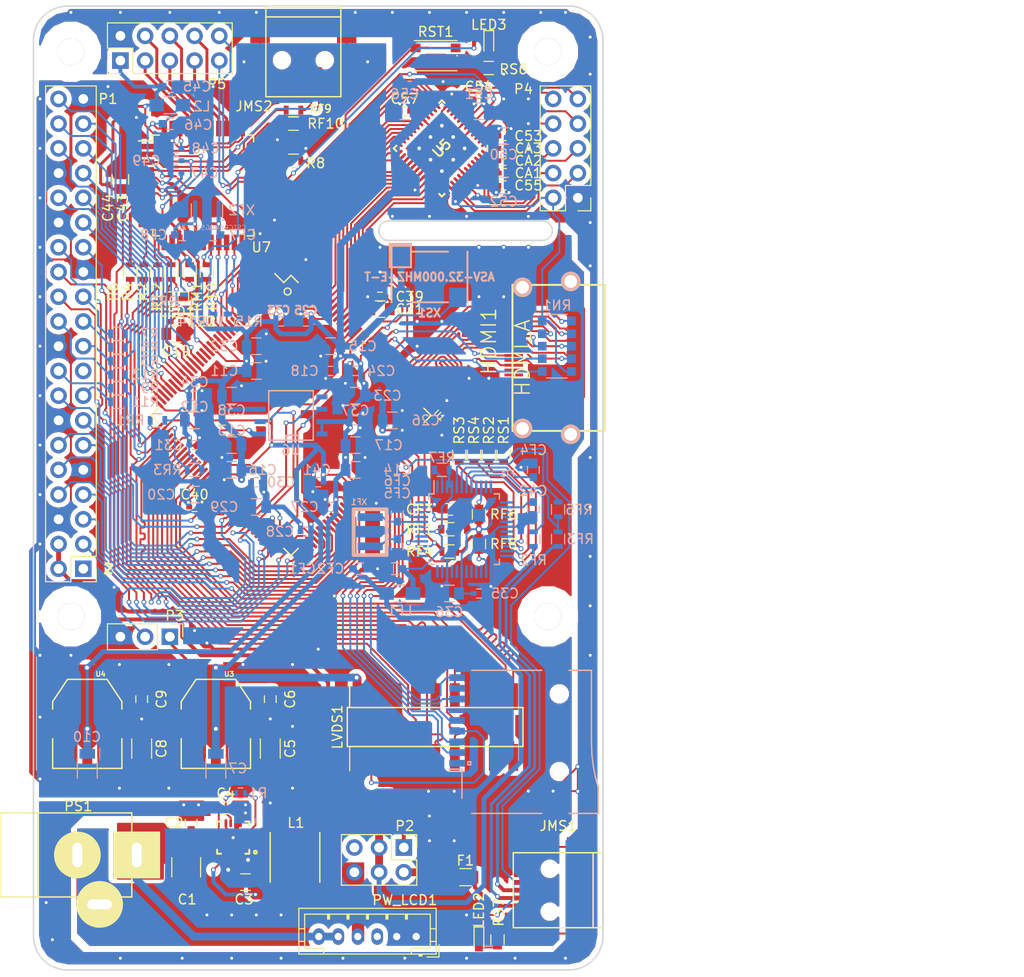
<source format=kicad_pcb>
(kicad_pcb (version 4) (host pcbnew 4.0.2-stable)
  (layers (0 F.Cu signal) (31 B.Cu signal) (34 B.Paste user) (35 F.Paste user) (36 B.SilkS user) (37 F.SilkS user) (38 B.Mask user) (39 F.Mask user) (44 Edge.Cuts user))
  (net 0 "")
  (net 1 GND)
  (net 2 +1V2)
  (net 3 /spartan6/F_TCK)
  (net 4 /spartan6/F_TMS)
  (net 5 "Net-(FT1-Pad2)")
  (net 6 "Net-(FT1-Pad5)")
  (net 7 "Net-(FT1-Pad7)")
  (net 8 "Net-(FT1-Pad8)")
  (net 9 "Net-(FT1-Pad10)")
  (net 10 "Net-(FT1-Pad26)")
  (net 11 "Net-(JMS1-Pad2)")
  (net 12 "Net-(JMS1-Pad3)")
  (net 13 +3V3)
  (net 14 +5V)
  (net 15 +9V)
  (net 16 VDD5V)
  (net 17 /Power/USBVCC)
  (net 18 "Net-(F1-Pad2)")
  (net 19 /spartan6/F_TDO)
  (net 20 /spartan6/F_TDI)
  (net 21 /spartan6/F_RXD)
  (net 22 /spartan6/F_TXD)
  (net 23 /spartan6/TMDS_D2_P)
  (net 24 /spartan6/TMDS_D2_N)
  (net 25 /spartan6/TMDS_D1_P)
  (net 26 /spartan6/TMDS_D1_N)
  (net 27 /spartan6/TMDS_D0_P)
  (net 28 /spartan6/TMDS_D0_N)
  (net 29 /spartan6/TMDS_CLK_P)
  (net 30 /spartan6/TMDS_CLK_N)
  (net 31 /spartan6/REBOOT)
  (net 32 /serial_interface/+5VA)
  (net 33 "Net-(L1-Pad2)")
  (net 34 /Power/PG)
  (net 35 "Net-(R1-Pad2)")
  (net 36 /ADC_DAC/COM)
  (net 37 /ADC_DAC/REFN)
  (net 38 /ADC_DAC/REFP)
  (net 39 /ADC_DAC/QD+)
  (net 40 /ADC_DAC/QD-)
  (net 41 /ADC_DAC/ID+)
  (net 42 /ADC_DAC/ID-)
  (net 43 /ADC_DAC/IA+)
  (net 44 /ADC_DAC/IA-)
  (net 45 /ADC_DAC/QA+)
  (net 46 /ADC_DAC/QA-)
  (net 47 "Net-(RS3-Pad2)")
  (net 48 "Net-(RS4-Pad2)")
  (net 49 "Net-(CF3-Pad1)")
  (net 50 "Net-(CF4-Pad1)")
  (net 51 "Net-(CF5-Pad2)")
  (net 52 "Net-(CF6-Pad2)")
  (net 53 "Net-(RS1-Pad2)")
  (net 54 "Net-(RS2-Pad2)")
  (net 55 "Net-(C4-Pad1)")
  (net 56 VccRpi)
  (net 57 /spartan6/CH1_N)
  (net 58 /spartan6/CH1_P)
  (net 59 /spartan6/CH2_N)
  (net 60 /spartan6/CH2_P)
  (net 61 /spartan6/CH3_N)
  (net 62 /spartan6/CH3_P)
  (net 63 /spartan6/CLK_N)
  (net 64 /spartan6/CLK_P)
  (net 65 /spartan6/CH4_N)
  (net 66 /spartan6/CH4_P)
  (net 67 /spartan6/DONE)
  (net 68 /spartan6/INIT_B)
  (net 69 /spartan6/FPGA_CLK)
  (net 70 "Net-(C46-Pad1)")
  (net 71 "Net-(C48-Pad1)")
  (net 72 "Net-(CF7-Pad2)")
  (net 73 "Net-(CF8-Pad2)")
  (net 74 "Net-(JMS2-Pad2)")
  (net 75 "Net-(JMS2-Pad3)")
  (net 76 /spartan6/M1)
  (net 77 /atmega32u4/ADC0)
  (net 78 /atmega32u4/ADC1)
  (net 79 /atmega32u4/ADC4)
  (net 80 /atmega32u4/ADC5)
  (net 81 /atmega32u4/ADC6)
  (net 82 /atmega32u4/ADC7)
  (net 83 "Net-(RF9-Pad2)")
  (net 84 "Net-(RF10-Pad2)")
  (net 85 /atmega32u4/rst_um)
  (net 86 /spartan6/Dout)
  (net 87 /spartan6/uM0SI)
  (net 88 /spartan6/Din)
  (net 89 /spartan6/CCLK)
  (net 90 /spartan6/sCS)
  (net 91 /atmega32u4/uMISO)
  (net 92 /atmega32u4/uDONE)
  (net 93 /atmega32u4/uINIT_B)
  (net 94 /atmega32u4/uP1)
  (net 95 /atmega32u4/uP5)
  (net 96 /atmega32u4/VBUS)
  (net 97 /ADC_DAC/adDA7)
  (net 98 /ADC_DAC/adDA6)
  (net 99 /ADC_DAC/adDA5)
  (net 100 /ADC_DAC/adDA4)
  (net 101 /ADC_DAC/adDA3)
  (net 102 /ADC_DAC/adDA2)
  (net 103 /ADC_DAC/adDA1)
  (net 104 /ADC_DAC/adDA0)
  (net 105 /ADC_DAC/adDD1)
  (net 106 /ADC_DAC/adDD0)
  (net 107 /ADC_DAC/adDD2)
  (net 108 /ADC_DAC/adDD3)
  (net 109 /ADC_DAC/adDD4)
  (net 110 /ADC_DAC/adDD5)
  (net 111 /ADC_DAC/adDD6)
  (net 112 /ADC_DAC/adDD7)
  (net 113 /ADC_DAC/adDD8)
  (net 114 /ADC_DAC/adDD9)
  (net 115 /spartan6/RpMOSI)
  (net 116 /spartan6/RpSCK)
  (net 117 /ADC_DAC/adCLK)
  (net 118 /ADC_DAC/adMOSI)
  (net 119 /ADC_DAC/adSCK)
  (net 120 /ADC_DAC/adCS)
  (net 121 /spartan6/RpMISO)
  (net 122 /spartan6/RpPROG)
  (net 123 /spartan6/RpINIT_B)
  (net 124 /spartan6/RpDONE)
  (net 125 /atmega32u4/ADC11)
  (net 126 /atmega32u4/ADC12)
  (net 127 /spartan6/RpCS)
  (net 128 /atmega32u4/uP0)
  (net 129 /spartan6/RpRXD)
  (net 130 /spartan6/RpTXD)
  (net 131 /spartan6/RpSCL)
  (net 132 /spartan6/RpSDA)
  (net 133 /spartan6/RpGPIO_04)
  (net 134 /spartan6/RpGPIO_17)
  (net 135 /spartan6/RpGPIO_18)
  (net 136 /spartan6/RpGPIO_27)
  (net 137 /spartan6/RpGPIO_23)
  (net 138 /spartan6/RpID_SC)
  (net 139 /spartan6/RpGPIO_08)
  (net 140 /spartan6/RpID_SD)
  (net 141 /spartan6/RpGPIO_05)
  (net 142 /spartan6/RpGPIO_06)
  (net 143 /spartan6/RpGPIO_12)
  (net 144 /spartan6/RpGPIO_13)
  (net 145 /spartan6/RpGPIO_19)
  (net 146 /spartan6/RpGPIO_16)
  (net 147 /spartan6/RpGPIO_26)
  (net 148 /spartan6/RpGPIO_20)
  (net 149 /spartan6/RpGPIO_21)
  (net 150 /atmega32u4/uD0)
  (net 151 /atmega32u4/uD1)
  (net 152 /atmega32u4/uD2)
  (net 153 /atmega32u4/uD3)
  (net 154 /spartan6/usCD)
  (net 155 /spartan6/usMISO)
  (net 156 /spartan6/usSCK)
  (net 157 /spartan6/usCS)
  (net 158 /spartan6/usMOSI)
  (net 159 /spartan6/LED2)
  (net 160 /spartan6/LED1)
  (net 161 "Net-(LED2-Pad2)")
  (net 162 "Net-(LED3-Pad2)")
  (module Pin_Headers:Pin_Header_Straight_2x05_Pitch2.54mm (layer F.Cu) (at 116.92906 64.09558 90)
    (fp_text reference P5 (at -2.41242 9.90394 180) (layer F.SilkS))
    (fp_text value CONN_02X05)
    (pad 1 thru_hole rect (at 0 0 90) (size 1.7 1.7) (drill 1) (layers *.Cu *.Mask) (net 13 +3V3))
    (pad 2 thru_hole oval (at 2.54 0 90) (size 1.7 1.7) (drill 1) (layers *.Cu *.Mask) (net 1 GND))
    (pad 3 thru_hole oval (at 0 2.54 90) (size 1.7 1.7) (drill 1) (layers *.Cu *.Mask) (net 77 /atmega32u4/ADC0))
    (pad 4 thru_hole oval (at 2.54 2.54 90) (size 1.7 1.7) (drill 1) (layers *.Cu *.Mask) (net 78 /atmega32u4/ADC1))
    (pad 5 thru_hole oval (at 0 5.08 90) (size 1.7 1.7) (drill 1) (layers *.Cu *.Mask) (net 79 /atmega32u4/ADC4))
    (pad 6 thru_hole oval (at 2.54 5.08 90) (size 1.7 1.7) (drill 1) (layers *.Cu *.Mask) (net 80 /atmega32u4/ADC5))
    (pad 7 thru_hole oval (at 0 7.62 90) (size 1.7 1.7) (drill 1) (layers *.Cu *.Mask) (net 81 /atmega32u4/ADC6))
    (pad 8 thru_hole oval (at 2.54 7.62 90) (size 1.7 1.7) (drill 1) (layers *.Cu *.Mask) (net 82 /atmega32u4/ADC7))
    (pad 9 thru_hole oval (at 0 10.16 90) (size 1.7 1.7) (drill 1) (layers *.Cu *.Mask) (net 126 /atmega32u4/ADC12))
    (pad 10 thru_hole oval (at 2.54 10.16 90) (size 1.7 1.7) (drill 1) (layers *.Cu *.Mask) (net 125 /atmega32u4/ADC11))
  )
  (module Project:RPi_Hat_Mounting_Hole (layer F.Cu) (at 160.83844 63.1897 180)
    (fp_text reference "" hide)
    (fp_text value "" hide)
    (pad "" thru_hole circle (at 0 0 180) (size 2.75 2.75) (drill 2.75) (layers *.Cu *.Mask F.SilkS) (clearance 1.725))
  )
  (module Resistors_SMD:R_0603 (layer B.Cu) (at 123.531 88.86 270)
    (fp_text reference RR2 (at 0 2.159 360) (layer B.SilkS) (effects (justify mirror)))
    (fp_text value 330)
    (pad 1 smd rect (at -0.75 0 270) (size 0.5 0.9) (layers B.Cu B.Paste B.Mask) (net 13 +3V3))
    (pad 2 smd rect (at 0.75 0 270) (size 0.5 0.9) (layers B.Cu B.Paste B.Mask) (net 67 /spartan6/DONE))
  )
  (module Project:LQFP-144_20x20mm_Pitch0.5mm (layer F.Cu) (at 134.45506 100.54458 315)
    (fp_text reference U1 (at 10.774441 -10.775261 315) (layer F.SilkS) (effects (font (size 0.6 0.6) (thickness 0.12))))
    (fp_text value XC6SLX9-2TQG144C hide)
    (pad 1 smd rect (at -10.7 -8.75 315) (size 1.55 0.3) (layers F.Cu F.Paste F.Mask) (net 98 /ADC_DAC/adDA6))
    (pad 2 smd rect (at -10.7 -8.25 315) (size 1.55 0.3) (layers F.Cu F.Paste F.Mask) (net 97 /ADC_DAC/adDA7))
    (pad 3 smd rect (at -10.7 -7.75 315) (size 1.55 0.3) (layers F.Cu F.Paste F.Mask) (net 1 GND))
    (pad 4 smd rect (at -10.7 -7.25 315) (size 1.55 0.3) (layers F.Cu F.Paste F.Mask) (net 13 +3V3))
    (pad 5 smd rect (at -10.7 -6.75 315) (size 1.55 0.3) (layers F.Cu F.Paste F.Mask) (net 99 /ADC_DAC/adDA5))
    (pad 6 smd rect (at -10.7 -6.25 315) (size 1.55 0.3) (layers F.Cu F.Paste F.Mask) (net 100 /ADC_DAC/adDA4))
    (pad 7 smd rect (at -10.7 -5.75 315) (size 1.55 0.3) (layers F.Cu F.Paste F.Mask) (net 101 /ADC_DAC/adDA3))
    (pad 8 smd rect (at -10.7 -5.25 315) (size 1.55 0.3) (layers F.Cu F.Paste F.Mask) (net 102 /ADC_DAC/adDA2))
    (pad 9 smd rect (at -10.7 -4.75 315) (size 1.55 0.3) (layers F.Cu F.Paste F.Mask) (net 103 /ADC_DAC/adDA1))
    (pad 10 smd rect (at -10.7 -4.25 315) (size 1.55 0.3) (layers F.Cu F.Paste F.Mask) (net 104 /ADC_DAC/adDA0))
    (pad 11 smd rect (at -10.7 -3.75 315) (size 1.55 0.3) (layers F.Cu F.Paste F.Mask))
    (pad 12 smd rect (at -10.7 -3.25 315) (size 1.55 0.3) (layers F.Cu F.Paste F.Mask) (net 153 /atmega32u4/uD3))
    (pad 13 smd rect (at -10.7 -2.75 315) (size 1.55 0.3) (layers F.Cu F.Paste F.Mask) (net 1 GND))
    (pad 14 smd rect (at -10.7 -2.25 315) (size 1.55 0.3) (layers F.Cu F.Paste F.Mask) (net 117 /ADC_DAC/adCLK))
    (pad 15 smd rect (at -10.7 -1.75 315) (size 1.55 0.3) (layers F.Cu F.Paste F.Mask) (net 152 /atmega32u4/uD2))
    (pad 16 smd rect (at -10.7 -1.25 315) (size 1.55 0.3) (layers F.Cu F.Paste F.Mask) (net 151 /atmega32u4/uD1))
    (pad 17 smd rect (at -10.7 -0.75 315) (size 1.55 0.3) (layers F.Cu F.Paste F.Mask) (net 150 /atmega32u4/uD0))
    (pad 18 smd rect (at -10.7 -0.25 315) (size 1.55 0.3) (layers F.Cu F.Paste F.Mask) (net 13 +3V3))
    (pad 19 smd rect (at -10.7 0.25 315) (size 1.55 0.3) (layers F.Cu F.Paste F.Mask) (net 2 +1V2))
    (pad 20 smd rect (at -10.7 0.75 315) (size 1.55 0.3) (layers F.Cu F.Paste F.Mask) (net 13 +3V3))
    (pad 21 smd rect (at -10.7 1.25 315) (size 1.55 0.3) (layers F.Cu F.Paste F.Mask) (net 85 /atmega32u4/rst_um))
    (pad 22 smd rect (at -10.7 1.75 315) (size 1.55 0.3) (layers F.Cu F.Paste F.Mask))
    (pad 23 smd rect (at -10.7 2.25 315) (size 1.55 0.3) (layers F.Cu F.Paste F.Mask))
    (pad 24 smd rect (at -10.7 2.75 315) (size 1.55 0.3) (layers F.Cu F.Paste F.Mask) (net 149 /spartan6/RpGPIO_21))
    (pad 25 smd rect (at -10.7 3.25 315) (size 1.55 0.3) (layers F.Cu F.Paste F.Mask) (net 1 GND))
    (pad 26 smd rect (at -10.7 3.75 315) (size 1.55 0.3) (layers F.Cu F.Paste F.Mask) (net 147 /spartan6/RpGPIO_26))
    (pad 27 smd rect (at -10.7 4.25 315) (size 1.55 0.3) (layers F.Cu F.Paste F.Mask) (net 148 /spartan6/RpGPIO_20))
    (pad 28 smd rect (at -10.7 4.75 315) (size 1.55 0.3) (layers F.Cu F.Paste F.Mask) (net 2 +1V2))
    (pad 29 smd rect (at -10.7 5.25 315) (size 1.55 0.3) (layers F.Cu F.Paste F.Mask) (net 145 /spartan6/RpGPIO_19))
    (pad 30 smd rect (at -10.7 5.75 315) (size 1.55 0.3) (layers F.Cu F.Paste F.Mask) (net 144 /spartan6/RpGPIO_13))
    (pad 31 smd rect (at -10.7 6.25 315) (size 1.55 0.3) (layers F.Cu F.Paste F.Mask) (net 13 +3V3))
    (pad 32 smd rect (at -10.7 6.75 315) (size 1.55 0.3) (layers F.Cu F.Paste F.Mask) (net 146 /spartan6/RpGPIO_16))
    (pad 33 smd rect (at -10.7 7.25 315) (size 1.55 0.3) (layers F.Cu F.Paste F.Mask) (net 142 /spartan6/RpGPIO_06))
    (pad 34 smd rect (at -10.7 7.75 315) (size 1.55 0.3) (layers F.Cu F.Paste F.Mask) (net 143 /spartan6/RpGPIO_12))
    (pad 35 smd rect (at -10.7 8.25 315) (size 1.55 0.3) (layers F.Cu F.Paste F.Mask) (net 141 /spartan6/RpGPIO_05))
    (pad 36 smd rect (at -10.7 8.75 315) (size 1.55 0.3) (layers F.Cu F.Paste F.Mask) (net 13 +3V3))
    (pad 37 smd rect (at -8.75 10.7 45) (size 1.55 0.3) (layers F.Cu F.Paste F.Mask) (net 31 /spartan6/REBOOT))
    (pad 38 smd rect (at -8.25 10.7 45) (size 1.55 0.3) (layers F.Cu F.Paste F.Mask) (net 90 /spartan6/sCS))
    (pad 39 smd rect (at -7.75 10.7 45) (size 1.55 0.3) (layers F.Cu F.Paste F.Mask) (net 68 /spartan6/INIT_B))
    (pad 40 smd rect (at -7.25 10.7 45) (size 1.55 0.3) (layers F.Cu F.Paste F.Mask) (net 57 /spartan6/CH1_N))
    (pad 41 smd rect (at -6.75 10.7 45) (size 1.55 0.3) (layers F.Cu F.Paste F.Mask) (net 58 /spartan6/CH1_P))
    (pad 42 smd rect (at -6.25 10.7 45) (size 1.55 0.3) (layers F.Cu F.Paste F.Mask) (net 13 +3V3))
    (pad 43 smd rect (at -5.75 10.7 45) (size 1.55 0.3) (layers F.Cu F.Paste F.Mask) (net 59 /spartan6/CH2_N))
    (pad 44 smd rect (at -5.25 10.7 45) (size 1.55 0.3) (layers F.Cu F.Paste F.Mask) (net 60 /spartan6/CH2_P))
    (pad 45 smd rect (at -4.75 10.7 45) (size 1.55 0.3) (layers F.Cu F.Paste F.Mask) (net 61 /spartan6/CH3_N))
    (pad 46 smd rect (at -4.25 10.7 45) (size 1.55 0.3) (layers F.Cu F.Paste F.Mask) (net 62 /spartan6/CH3_P))
    (pad 47 smd rect (at -3.75 10.7 45) (size 1.55 0.3) (layers F.Cu F.Paste F.Mask) (net 63 /spartan6/CLK_N))
    (pad 48 smd rect (at -3.25 10.7 45) (size 1.55 0.3) (layers F.Cu F.Paste F.Mask) (net 64 /spartan6/CLK_P))
    (pad 49 smd rect (at -2.75 10.7 45) (size 1.55 0.3) (layers F.Cu F.Paste F.Mask) (net 1 GND))
    (pad 50 smd rect (at -2.25 10.7 45) (size 1.55 0.3) (layers F.Cu F.Paste F.Mask) (net 65 /spartan6/CH4_N))
    (pad 51 smd rect (at -1.75 10.7 45) (size 1.55 0.3) (layers F.Cu F.Paste F.Mask) (net 66 /spartan6/CH4_P))
    (pad 52 smd rect (at -1.25 10.7 45) (size 1.55 0.3) (layers F.Cu F.Paste F.Mask) (net 2 +1V2))
    (pad 53 smd rect (at -0.75 10.7 45) (size 1.55 0.3) (layers F.Cu F.Paste F.Mask) (net 13 +3V3))
    (pad 54 smd rect (at -0.25 10.7 45) (size 1.55 0.3) (layers F.Cu F.Paste F.Mask) (net 1 GND))
    (pad 55 smd rect (at 0.25 10.7 45) (size 1.55 0.3) (layers F.Cu F.Paste F.Mask))
    (pad 56 smd rect (at 0.75 10.7 45) (size 1.55 0.3) (layers F.Cu F.Paste F.Mask))
    (pad 57 smd rect (at 1.25 10.7 45) (size 1.55 0.3) (layers F.Cu F.Paste F.Mask))
    (pad 58 smd rect (at 1.75 10.7 45) (size 1.55 0.3) (layers F.Cu F.Paste F.Mask))
    (pad 59 smd rect (at 2.25 10.7 45) (size 1.55 0.3) (layers F.Cu F.Paste F.Mask) (net 140 /spartan6/RpID_SD))
    (pad 60 smd rect (at 2.75 10.7 45) (size 1.55 0.3) (layers F.Cu F.Paste F.Mask) (net 76 /spartan6/M1))
    (pad 61 smd rect (at 3.25 10.7 45) (size 1.55 0.3) (layers F.Cu F.Paste F.Mask) (net 138 /spartan6/RpID_SC))
    (pad 62 smd rect (at 3.75 10.7 45) (size 1.55 0.3) (layers F.Cu F.Paste F.Mask) (net 139 /spartan6/RpGPIO_08))
    (pad 63 smd rect (at 4.25 10.7 45) (size 1.55 0.3) (layers F.Cu F.Paste F.Mask) (net 13 +3V3))
    (pad 64 smd rect (at 4.75 10.7 45) (size 1.55 0.3) (layers F.Cu F.Paste F.Mask) (net 86 /spartan6/Dout))
    (pad 65 smd rect (at 5.25 10.7 45) (size 1.55 0.3) (layers F.Cu F.Paste F.Mask) (net 88 /spartan6/Din))
    (pad 66 smd rect (at 5.75 10.7 45) (size 1.55 0.3) (layers F.Cu F.Paste F.Mask))
    (pad 67 smd rect (at 6.25 10.7 45) (size 1.55 0.3) (layers F.Cu F.Paste F.Mask))
    (pad 68 smd rect (at 6.75 10.7 45) (size 1.55 0.3) (layers F.Cu F.Paste F.Mask) (net 1 GND))
    (pad 69 smd rect (at 7.25 10.7 45) (size 1.55 0.3) (layers F.Cu F.Paste F.Mask) (net 13 +3V3))
    (pad 70 smd rect (at 7.75 10.7 45) (size 1.55 0.3) (layers F.Cu F.Paste F.Mask) (net 89 /spartan6/CCLK))
    (pad 71 smd rect (at 8.25 10.7 45) (size 1.55 0.3) (layers F.Cu F.Paste F.Mask) (net 67 /spartan6/DONE))
    (pad 72 smd rect (at 8.75 10.7 45) (size 1.55 0.3) (layers F.Cu F.Paste F.Mask))
    (pad 73 smd rect (at 10.7 8.75 315) (size 1.55 0.3) (layers F.Cu F.Paste F.Mask) (net 1 GND))
    (pad 74 smd rect (at 10.7 8.25 315) (size 1.55 0.3) (layers F.Cu F.Paste F.Mask) (net 127 /spartan6/RpCS))
    (pad 75 smd rect (at 10.7 7.75 315) (size 1.55 0.3) (layers F.Cu F.Paste F.Mask) (net 128 /atmega32u4/uP0))
    (pad 76 smd rect (at 10.7 7.25 315) (size 1.55 0.3) (layers F.Cu F.Paste F.Mask) (net 13 +3V3))
    (pad 77 smd rect (at 10.7 6.75 315) (size 1.55 0.3) (layers F.Cu F.Paste F.Mask) (net 1 GND))
    (pad 78 smd rect (at 10.7 6.25 315) (size 1.55 0.3) (layers F.Cu F.Paste F.Mask) (net 137 /spartan6/RpGPIO_23))
    (pad 79 smd rect (at 10.7 5.75 315) (size 1.55 0.3) (layers F.Cu F.Paste F.Mask) (net 136 /spartan6/RpGPIO_27))
    (pad 80 smd rect (at 10.7 5.25 315) (size 1.55 0.3) (layers F.Cu F.Paste F.Mask) (net 135 /spartan6/RpGPIO_18))
    (pad 81 smd rect (at 10.7 4.75 315) (size 1.55 0.3) (layers F.Cu F.Paste F.Mask) (net 134 /spartan6/RpGPIO_17))
    (pad 82 smd rect (at 10.7 4.25 315) (size 1.55 0.3) (layers F.Cu F.Paste F.Mask) (net 130 /spartan6/RpTXD))
    (pad 83 smd rect (at 10.7 3.75 315) (size 1.55 0.3) (layers F.Cu F.Paste F.Mask) (net 129 /spartan6/RpRXD))
    (pad 84 smd rect (at 10.7 3.25 315) (size 1.55 0.3) (layers F.Cu F.Paste F.Mask) (net 133 /spartan6/RpGPIO_04))
    (pad 85 smd rect (at 10.7 2.75 315) (size 1.55 0.3) (layers F.Cu F.Paste F.Mask) (net 131 /spartan6/RpSCL))
    (pad 86 smd rect (at 10.7 2.25 315) (size 1.55 0.3) (layers F.Cu F.Paste F.Mask) (net 13 +3V3))
    (pad 87 smd rect (at 10.7 1.75 315) (size 1.55 0.3) (layers F.Cu F.Paste F.Mask) (net 132 /spartan6/RpSDA))
    (pad 88 smd rect (at 10.7 1.25 315) (size 1.55 0.3) (layers F.Cu F.Paste F.Mask))
    (pad 89 smd rect (at 10.7 0.75 315) (size 1.55 0.3) (layers F.Cu F.Paste F.Mask) (net 2 +1V2))
    (pad 90 smd rect (at 10.7 0.25 315) (size 1.55 0.3) (layers F.Cu F.Paste F.Mask) (net 13 +3V3))
    (pad 91 smd rect (at 10.7 -0.25 315) (size 1.55 0.3) (layers F.Cu F.Paste F.Mask) (net 1 GND))
    (pad 92 smd rect (at 10.7 -0.75 315) (size 1.55 0.3) (layers F.Cu F.Paste F.Mask) (net 157 /spartan6/usCS))
    (pad 93 smd rect (at 10.7 -1.25 315) (size 1.55 0.3) (layers F.Cu F.Paste F.Mask) (net 158 /spartan6/usMOSI))
    (pad 94 smd rect (at 10.7 -1.75 315) (size 1.55 0.3) (layers F.Cu F.Paste F.Mask) (net 156 /spartan6/usSCK))
    (pad 95 smd rect (at 10.7 -2.25 315) (size 1.55 0.3) (layers F.Cu F.Paste F.Mask) (net 155 /spartan6/usMISO))
    (pad 96 smd rect (at 10.7 -2.75 315) (size 1.55 0.3) (layers F.Cu F.Paste F.Mask) (net 1 GND))
    (pad 97 smd rect (at 10.7 -3.25 315) (size 1.55 0.3) (layers F.Cu F.Paste F.Mask) (net 154 /spartan6/usCD))
    (pad 98 smd rect (at 10.7 -3.75 315) (size 1.55 0.3) (layers F.Cu F.Paste F.Mask))
    (pad 99 smd rect (at 10.7 -4.25 315) (size 1.55 0.3) (layers F.Cu F.Paste F.Mask))
    (pad 100 smd rect (at 10.7 -4.75 315) (size 1.55 0.3) (layers F.Cu F.Paste F.Mask) (net 160 /spartan6/LED1))
    (pad 101 smd rect (at 10.7 -5.25 315) (size 1.55 0.3) (layers F.Cu F.Paste F.Mask) (net 22 /spartan6/F_TXD))
    (pad 102 smd rect (at 10.7 -5.75 315) (size 1.55 0.3) (layers F.Cu F.Paste F.Mask))
    (pad 103 smd rect (at 10.7 -6.25 315) (size 1.55 0.3) (layers F.Cu F.Paste F.Mask) (net 13 +3V3))
    (pad 104 smd rect (at 10.7 -6.75 315) (size 1.55 0.3) (layers F.Cu F.Paste F.Mask))
    (pad 105 smd rect (at 10.7 -7.25 315) (size 1.55 0.3) (layers F.Cu F.Paste F.Mask) (net 21 /spartan6/F_RXD))
    (pad 106 smd rect (at 10.7 -7.75 315) (size 1.55 0.3) (layers F.Cu F.Paste F.Mask) (net 47 "Net-(RS3-Pad2)"))
    (pad 107 smd rect (at 10.7 -8.25 315) (size 1.55 0.3) (layers F.Cu F.Paste F.Mask) (net 48 "Net-(RS4-Pad2)"))
    (pad 108 smd rect (at 10.7 -8.75 315) (size 1.55 0.3) (layers F.Cu F.Paste F.Mask) (net 1 GND))
    (pad 109 smd rect (at 8.75 -10.7 45) (size 1.55 0.3) (layers F.Cu F.Paste F.Mask) (net 53 "Net-(RS1-Pad2)"))
    (pad 110 smd rect (at 8.25 -10.7 45) (size 1.55 0.3) (layers F.Cu F.Paste F.Mask) (net 54 "Net-(RS2-Pad2)"))
    (pad 111 smd rect (at 7.75 -10.7 45) (size 1.55 0.3) (layers F.Cu F.Paste F.Mask) (net 28 /spartan6/TMDS_D0_N))
    (pad 112 smd rect (at 7.25 -10.7 45) (size 1.55 0.3) (layers F.Cu F.Paste F.Mask) (net 27 /spartan6/TMDS_D0_P))
    (pad 113 smd rect (at 6.75 -10.7 45) (size 1.55 0.3) (layers F.Cu F.Paste F.Mask) (net 1 GND))
    (pad 114 smd rect (at 6.25 -10.7 45) (size 1.55 0.3) (layers F.Cu F.Paste F.Mask) (net 26 /spartan6/TMDS_D1_N))
    (pad 115 smd rect (at 5.75 -10.7 45) (size 1.55 0.3) (layers F.Cu F.Paste F.Mask) (net 25 /spartan6/TMDS_D1_P))
    (pad 116 smd rect (at 5.25 -10.7 45) (size 1.55 0.3) (layers F.Cu F.Paste F.Mask) (net 24 /spartan6/TMDS_D2_N))
    (pad 117 smd rect (at 4.75 -10.7 45) (size 1.55 0.3) (layers F.Cu F.Paste F.Mask) (net 23 /spartan6/TMDS_D2_P))
    (pad 118 smd rect (at 4.25 -10.7 45) (size 1.55 0.3) (layers F.Cu F.Paste F.Mask))
    (pad 119 smd rect (at 3.75 -10.7 45) (size 1.55 0.3) (layers F.Cu F.Paste F.Mask))
    (pad 120 smd rect (at 3.25 -10.7 45) (size 1.55 0.3) (layers F.Cu F.Paste F.Mask))
    (pad 121 smd rect (at 2.75 -10.7 45) (size 1.55 0.3) (layers F.Cu F.Paste F.Mask) (net 120 /ADC_DAC/adCS))
    (pad 122 smd rect (at 2.25 -10.7 45) (size 1.55 0.3) (layers F.Cu F.Paste F.Mask) (net 13 +3V3))
    (pad 123 smd rect (at 1.75 -10.7 45) (size 1.55 0.3) (layers F.Cu F.Paste F.Mask) (net 30 /spartan6/TMDS_CLK_N))
    (pad 124 smd rect (at 1.25 -10.7 45) (size 1.55 0.3) (layers F.Cu F.Paste F.Mask) (net 29 /spartan6/TMDS_CLK_P))
    (pad 125 smd rect (at 0.75 -10.7 45) (size 1.55 0.3) (layers F.Cu F.Paste F.Mask) (net 13 +3V3))
    (pad 126 smd rect (at 0.25 -10.7 45) (size 1.55 0.3) (layers F.Cu F.Paste F.Mask) (net 69 /spartan6/FPGA_CLK))
    (pad 127 smd rect (at -0.25 -10.7 45) (size 1.55 0.3) (layers F.Cu F.Paste F.Mask) (net 119 /ADC_DAC/adSCK))
    (pad 128 smd rect (at -0.75 -10.7 45) (size 1.55 0.3) (layers F.Cu F.Paste F.Mask) (net 2 +1V2))
    (pad 129 smd rect (at -1.25 -10.7 45) (size 1.55 0.3) (layers F.Cu F.Paste F.Mask) (net 13 +3V3))
    (pad 130 smd rect (at -1.75 -10.7 45) (size 1.55 0.3) (layers F.Cu F.Paste F.Mask) (net 1 GND))
    (pad 131 smd rect (at -2.25 -10.7 45) (size 1.55 0.3) (layers F.Cu F.Paste F.Mask) (net 118 /ADC_DAC/adMOSI))
    (pad 132 smd rect (at -2.75 -10.7 45) (size 1.55 0.3) (layers F.Cu F.Paste F.Mask) (net 114 /ADC_DAC/adDD9))
    (pad 133 smd rect (at -3.25 -10.7 45) (size 1.55 0.3) (layers F.Cu F.Paste F.Mask) (net 113 /ADC_DAC/adDD8))
    (pad 134 smd rect (at -3.75 -10.7 45) (size 1.55 0.3) (layers F.Cu F.Paste F.Mask) (net 112 /ADC_DAC/adDD7))
    (pad 135 smd rect (at -4.25 -10.7 45) (size 1.55 0.3) (layers F.Cu F.Paste F.Mask) (net 13 +3V3))
    (pad 136 smd rect (at -4.75 -10.7 45) (size 1.55 0.3) (layers F.Cu F.Paste F.Mask) (net 1 GND))
    (pad 137 smd rect (at -5.25 -10.7 45) (size 1.55 0.3) (layers F.Cu F.Paste F.Mask) (net 111 /ADC_DAC/adDD6))
    (pad 138 smd rect (at -5.75 -10.7 45) (size 1.55 0.3) (layers F.Cu F.Paste F.Mask) (net 110 /ADC_DAC/adDD5))
    (pad 139 smd rect (at -6.25 -10.7 45) (size 1.55 0.3) (layers F.Cu F.Paste F.Mask) (net 109 /ADC_DAC/adDD4))
    (pad 140 smd rect (at -6.75 -10.7 45) (size 1.55 0.3) (layers F.Cu F.Paste F.Mask) (net 108 /ADC_DAC/adDD3))
    (pad 141 smd rect (at -7.25 -10.7 45) (size 1.55 0.3) (layers F.Cu F.Paste F.Mask) (net 107 /ADC_DAC/adDD2))
    (pad 142 smd rect (at -7.75 -10.7 45) (size 1.55 0.3) (layers F.Cu F.Paste F.Mask) (net 105 /ADC_DAC/adDD1))
    (pad 143 smd rect (at -8.25 -10.7 45) (size 1.55 0.3) (layers F.Cu F.Paste F.Mask) (net 106 /ADC_DAC/adDD0))
    (pad 144 smd rect (at -8.75 -10.7 45) (size 1.55 0.3) (layers F.Cu F.Paste F.Mask) (net 1 GND))
  )
  (module Project:GSG-QFN48-7 (layer F.Cu) (at 149.94906 73.11258 225)
    (fp_text reference U5 (at 0 0 225) (layer F.SilkS) (effects (font (size 1.00076 1.00076) (thickness 0.2032))))
    (fp_text value MAX5864 hide)
    (pad 1 smd oval (at -3.45 -2.75 225) (size 0.9 0.28) (layers F.Cu F.Paste F.Mask) (net 38 /ADC_DAC/REFP))
    (pad 2 smd oval (at -3.45 -2.25 225) (size 0.9 0.28) (layers F.Cu F.Paste F.Mask) (net 13 +3V3))
    (pad 3 smd oval (at -3.45 -1.75 225) (size 0.9 0.28) (layers F.Cu F.Paste F.Mask) (net 43 /ADC_DAC/IA+))
    (pad 4 smd oval (at -3.45 -1.25 225) (size 0.9 0.28) (layers F.Cu F.Paste F.Mask) (net 44 /ADC_DAC/IA-))
    (pad 5 smd oval (at -3.45 -0.75 225) (size 0.9 0.28) (layers F.Cu F.Paste F.Mask) (net 1 GND))
    (pad 6 smd oval (at -3.45 -0.25 225) (size 0.9 0.28) (layers F.Cu F.Paste F.Mask) (net 117 /ADC_DAC/adCLK))
    (pad 7 smd oval (at -3.45 0.25 225) (size 0.9 0.28) (layers F.Cu F.Paste F.Mask) (net 1 GND))
    (pad 8 smd oval (at -3.45 0.75 225) (size 0.9 0.28) (layers F.Cu F.Paste F.Mask) (net 13 +3V3))
    (pad 9 smd oval (at -3.45 1.25 225) (size 0.9 0.28) (layers F.Cu F.Paste F.Mask) (net 46 /ADC_DAC/QA-))
    (pad 10 smd oval (at -3.45 1.75 225) (size 0.9 0.28) (layers F.Cu F.Paste F.Mask) (net 45 /ADC_DAC/QA+))
    (pad 11 smd oval (at -3.45 2.25 225) (size 0.9 0.28) (layers F.Cu F.Paste F.Mask) (net 13 +3V3))
    (pad 12 smd oval (at -3.45 2.75 225) (size 0.9 0.28) (layers F.Cu F.Paste F.Mask) (net 1 GND))
    (pad 13 smd oval (at -2.75 3.45 315) (size 0.9 0.28) (layers F.Cu F.Paste F.Mask) (net 104 /ADC_DAC/adDA0))
    (pad 14 smd oval (at -2.25 3.45 315) (size 0.9 0.28) (layers F.Cu F.Paste F.Mask) (net 103 /ADC_DAC/adDA1))
    (pad 15 smd oval (at -1.75 3.45 315) (size 0.9 0.28) (layers F.Cu F.Paste F.Mask) (net 102 /ADC_DAC/adDA2))
    (pad 16 smd oval (at -1.25 3.45 315) (size 0.9 0.28) (layers F.Cu F.Paste F.Mask) (net 101 /ADC_DAC/adDA3))
    (pad 17 smd oval (at -0.75 3.45 315) (size 0.9 0.28) (layers F.Cu F.Paste F.Mask) (net 1 GND))
    (pad 18 smd oval (at -0.25 3.45 315) (size 0.9 0.28) (layers F.Cu F.Paste F.Mask) (net 13 +3V3))
    (pad 19 smd oval (at 0.25 3.45 315) (size 0.9 0.28) (layers F.Cu F.Paste F.Mask) (net 100 /ADC_DAC/adDA4))
    (pad 20 smd oval (at 0.75 3.45 315) (size 0.9 0.28) (layers F.Cu F.Paste F.Mask) (net 99 /ADC_DAC/adDA5))
    (pad 21 smd oval (at 1.25 3.45 315) (size 0.9 0.28) (layers F.Cu F.Paste F.Mask) (net 98 /ADC_DAC/adDA6))
    (pad 22 smd oval (at 1.75 3.45 315) (size 0.9 0.28) (layers F.Cu F.Paste F.Mask) (net 97 /ADC_DAC/adDA7))
    (pad 23 smd oval (at 2.25 3.45 315) (size 0.9 0.28) (layers F.Cu F.Paste F.Mask) (net 106 /ADC_DAC/adDD0))
    (pad 24 smd oval (at 2.75 3.45 315) (size 0.9 0.28) (layers F.Cu F.Paste F.Mask) (net 105 /ADC_DAC/adDD1))
    (pad 25 smd oval (at 3.45 2.75 225) (size 0.9 0.28) (layers F.Cu F.Paste F.Mask) (net 107 /ADC_DAC/adDD2))
    (pad 26 smd oval (at 3.45 2.25 225) (size 0.9 0.28) (layers F.Cu F.Paste F.Mask) (net 108 /ADC_DAC/adDD3))
    (pad 27 smd oval (at 3.45 1.75 225) (size 0.9 0.28) (layers F.Cu F.Paste F.Mask) (net 109 /ADC_DAC/adDD4))
    (pad 28 smd oval (at 3.45 1.25 225) (size 0.9 0.28) (layers F.Cu F.Paste F.Mask) (net 110 /ADC_DAC/adDD5))
    (pad 29 smd oval (at 3.45 0.75 225) (size 0.9 0.28) (layers F.Cu F.Paste F.Mask) (net 111 /ADC_DAC/adDD6))
    (pad 30 smd oval (at 3.45 0.25 225) (size 0.9 0.28) (layers F.Cu F.Paste F.Mask) (net 112 /ADC_DAC/adDD7))
    (pad 31 smd oval (at 3.45 -0.25 225) (size 0.9 0.28) (layers F.Cu F.Paste F.Mask) (net 113 /ADC_DAC/adDD8))
    (pad 32 smd oval (at 3.45 -0.75 225) (size 0.9 0.28) (layers F.Cu F.Paste F.Mask) (net 114 /ADC_DAC/adDD9))
    (pad 33 smd oval (at 3.45 -1.25 225) (size 0.9 0.28) (layers F.Cu F.Paste F.Mask) (net 13 +3V3))
    (pad 34 smd oval (at 3.45 -1.75 225) (size 0.9 0.28) (layers F.Cu F.Paste F.Mask) (net 118 /ADC_DAC/adMOSI))
    (pad 35 smd oval (at 3.45 -2.25 225) (size 0.9 0.28) (layers F.Cu F.Paste F.Mask) (net 119 /ADC_DAC/adSCK))
    (pad 36 smd oval (at 3.45 -2.75 225) (size 0.9 0.28) (layers F.Cu F.Paste F.Mask) (net 120 /ADC_DAC/adCS))
    (pad 37 smd oval (at 2.75 -3.45 315) (size 0.9 0.28) (layers F.Cu F.Paste F.Mask) (net 1 GND))
    (pad 38 smd oval (at 2.25 -3.45 315) (size 0.9 0.28) (layers F.Cu F.Paste F.Mask))
    (pad 39 smd oval (at 1.75 -3.45 315) (size 0.9 0.28) (layers F.Cu F.Paste F.Mask) (net 13 +3V3))
    (pad 40 smd oval (at 1.25 -3.45 315) (size 0.9 0.28) (layers F.Cu F.Paste F.Mask) (net 39 /ADC_DAC/QD+))
    (pad 41 smd oval (at 0.75 -3.45 315) (size 0.9 0.28) (layers F.Cu F.Paste F.Mask) (net 40 /ADC_DAC/QD-))
    (pad 42 smd oval (at 0.25 -3.45 315) (size 0.9 0.28) (layers F.Cu F.Paste F.Mask) (net 1 GND))
    (pad 43 smd oval (at -0.25 -3.45 315) (size 0.9 0.28) (layers F.Cu F.Paste F.Mask) (net 13 +3V3))
    (pad 44 smd oval (at -0.75 -3.45 315) (size 0.9 0.28) (layers F.Cu F.Paste F.Mask) (net 42 /ADC_DAC/ID-))
    (pad 45 smd oval (at -1.25 -3.45 315) (size 0.9 0.28) (layers F.Cu F.Paste F.Mask) (net 41 /ADC_DAC/ID+))
    (pad 46 smd oval (at -1.75 -3.45 315) (size 0.9 0.28) (layers F.Cu F.Paste F.Mask) (net 13 +3V3))
    (pad 47 smd oval (at -2.25 -3.45 315) (size 0.9 0.28) (layers F.Cu F.Paste F.Mask) (net 36 /ADC_DAC/COM))
    (pad 48 smd oval (at -2.75 -3.45 315) (size 0.9 0.28) (layers F.Cu F.Paste F.Mask) (net 37 /ADC_DAC/REFN))
    (pad 0 smd rect (at 0 0 225) (size 5.3 5.3) (layers F.Cu F.Mask) (net 1 GND))
    (pad 0 thru_hole circle (at 0 0 225) (size 0.635 0.635) (drill 0.381) (layers *.Cu B.Mask) (net 1 GND))
    (pad 0 thru_hole circle (at -1.65 0 225) (size 0.635 0.635) (drill 0.381) (layers *.Cu B.Mask) (net 1 GND))
    (pad 0 thru_hole circle (at -1.65 -1.65 225) (size 0.635 0.635) (drill 0.381) (layers *.Cu B.Mask) (net 1 GND))
    (pad 0 thru_hole circle (at 0 -1.65 225) (size 0.635 0.635) (drill 0.381) (layers *.Cu B.Mask) (net 1 GND))
    (pad 0 thru_hole circle (at 1.65 -1.65 225) (size 0.635 0.635) (drill 0.381) (layers *.Cu B.Mask) (net 1 GND))
    (pad 0 thru_hole circle (at 1.65 0 225) (size 0.635 0.635) (drill 0.381) (layers *.Cu B.Mask) (net 1 GND))
    (pad 0 thru_hole circle (at 1.65 1.65 225) (size 0.635 0.635) (drill 0.381) (layers *.Cu B.Mask) (net 1 GND))
    (pad 0 thru_hole circle (at 0 1.65 225) (size 0.635 0.635) (drill 0.381) (layers *.Cu B.Mask) (net 1 GND))
    (pad 0 thru_hole circle (at -1.65 1.65 225) (size 0.635 0.635) (drill 0.381) (layers *.Cu B.Mask) (net 1 GND))
    (pad 0 smd rect (at -1.65 -1.65 225) (size 1.65 1.65) (layers F.Cu F.Paste) (net 1 GND))
    (pad 0 smd rect (at 0 -1.65 225) (size 1.65 1.65) (layers F.Cu F.Paste) (net 1 GND))
    (pad 0 smd rect (at 1.65 -1.65 225) (size 1.65 1.65) (layers F.Cu F.Paste) (net 1 GND))
    (pad 0 smd rect (at -1.65 0 225) (size 1.65 1.65) (layers F.Cu F.Paste) (net 1 GND))
    (pad 0 smd rect (at 0 0 225) (size 1.65 1.65) (layers F.Cu F.Paste) (net 1 GND))
    (pad 0 smd rect (at 1.65 0 225) (size 1.65 1.65) (layers F.Cu F.Paste) (net 1 GND))
    (pad 0 smd rect (at -1.65 1.65 225) (size 1.65 1.65) (layers F.Cu F.Paste) (net 1 GND))
    (pad 0 smd rect (at 0 1.65 225) (size 1.65 1.65) (layers F.Cu F.Paste) (net 1 GND))
    (pad 0 smd rect (at 1.65 1.65 225) (size 1.65 1.65) (layers F.Cu F.Paste) (net 1 GND))
  )
  (module Capacitors_SMD:C_0402 (layer F.Cu) (at 143.59906 88.35258 180)
    (fp_text reference C39 (at -3.04594 0.00058 180) (layer F.SilkS))
    (fp_text value 0.47uF)
    (pad 1 smd rect (at -0.55 0 180) (size 0.6 0.5) (layers F.Cu F.Paste F.Mask) (net 2 +1V2))
    (pad 2 smd rect (at 0.55 0 180) (size 0.6 0.5) (layers F.Cu F.Paste F.Mask) (net 1 GND))
  )
  (module Capacitors_SMD:C_0805 (layer B.Cu) (at 144.86906 101.05258)
    (fp_text reference C26 (at 3.42694 -0.00058) (layer B.SilkS) (effects (justify mirror)))
    (fp_text value 4.7uF)
    (pad 1 smd rect (at -1 0) (size 1 1.25) (layers B.Cu B.Paste B.Mask) (net 13 +3V3))
    (pad 2 smd rect (at 1 0) (size 1 1.25) (layers B.Cu B.Paste B.Mask) (net 1 GND))
  )
  (module Resistors_SMD:R_Array_Convex_5x1206 (layer B.Cu) (at 161.76006 93.432 180)
    (fp_text reference RN1 (at 0 4.2 180) (layer B.SilkS) (effects (justify mirror)))
    (fp_text value Resistors_array_8)
    (pad 1 smd rect (at -1.5 2.6 180) (size 0.9 0.9) (layers B.Cu B.Paste B.Mask) (net 23 /spartan6/TMDS_D2_P))
    (pad 5 smd rect (at -1.5 -2.6 180) (size 0.9 0.9) (layers B.Cu B.Paste B.Mask) (net 13 +3V3))
    (pad 2 smd rect (at -1.5 1.28 180) (size 0.9 0.9) (layers B.Cu B.Paste B.Mask) (net 24 /spartan6/TMDS_D2_N))
    (pad 4 smd rect (at -1.5 -1.28 180) (size 0.9 0.9) (layers B.Cu B.Paste B.Mask) (net 28 /spartan6/TMDS_D0_N))
    (pad 3 smd rect (at -1.5 0 180) (size 0.9 0.9) (layers B.Cu B.Paste B.Mask) (net 27 /spartan6/TMDS_D0_P))
    (pad 7 smd rect (at 1.5 -1.28 180) (size 0.9 0.9) (layers B.Cu B.Paste B.Mask) (net 29 /spartan6/TMDS_CLK_P))
    (pad 10 smd rect (at 1.5 2.6 180) (size 0.9 0.9) (layers B.Cu B.Paste B.Mask) (net 13 +3V3))
    (pad 6 smd rect (at 1.5 -2.6 180) (size 0.9 0.9) (layers B.Cu B.Paste B.Mask) (net 30 /spartan6/TMDS_CLK_N))
    (pad 9 smd rect (at 1.5 1.28 180) (size 0.9 0.9) (layers B.Cu B.Paste B.Mask) (net 25 /spartan6/TMDS_D1_P))
    (pad 8 smd rect (at 1.5 0 180) (size 0.9 0.9) (layers B.Cu B.Paste B.Mask) (net 26 /spartan6/TMDS_D1_N))
  )
  (module Project:RPi_Hat_Mounting_Hole (layer F.Cu) (at 160.83844 121.1897 180)
    (fp_text reference "" hide)
    (fp_text value "" hide)
    (pad "" thru_hole circle (at 0 0 180) (size 2.75 2.75) (drill 2.75) (layers *.Cu *.Mask F.SilkS) (clearance 1.725))
  )
  (module Project:RPi_Hat_Mounting_Hole (layer F.Cu) (at 111.8389 121.1897 180)
    (fp_text reference "" hide)
    (fp_text value "" hide)
    (pad "" thru_hole circle (at 0 0 180) (size 2.75 2.75) (drill 2.75) (layers *.Cu *.Mask F.SilkS) (clearance 1.725))
  )
  (module Pin_Headers:Pin_Header_Straight_2x20_Pitch2.54mm (layer F.Cu) (at 111.9278 66.694 180)
    (fp_text reference P1 (at -3.7292 -1.338 180) (layer F.SilkS))
    (fp_text value CONN_02X20)
    (pad 1 thru_hole rect (at -1.19126 -49.59858 180) (size 1.7 1.7) (drill 1) (layers *.Cu *.Mask))
    (pad 2 thru_hole oval (at 1.34874 -49.59858 180) (size 1.7 1.7) (drill 1) (layers *.Cu *.Mask) (net 56 VccRpi))
    (pad 3 thru_hole oval (at -1.19126 -47.05858 180) (size 1.7 1.7) (drill 1) (layers *.Cu *.Mask) (net 132 /spartan6/RpSDA))
    (pad 4 thru_hole oval (at 1.34874 -47.05858 180) (size 1.7 1.7) (drill 1) (layers *.Cu *.Mask) (net 56 VccRpi))
    (pad 5 thru_hole oval (at -1.19126 -44.51858 180) (size 1.7 1.7) (drill 1) (layers *.Cu *.Mask) (net 131 /spartan6/RpSCL))
    (pad 6 thru_hole oval (at 1.34874 -44.51858 180) (size 1.7 1.7) (drill 1) (layers *.Cu *.Mask) (net 1 GND))
    (pad 7 thru_hole oval (at -1.19126 -41.97858 180) (size 1.7 1.7) (drill 1) (layers *.Cu *.Mask) (net 133 /spartan6/RpGPIO_04))
    (pad 8 thru_hole oval (at 1.34874 -41.97858 180) (size 1.7 1.7) (drill 1) (layers *.Cu *.Mask) (net 129 /spartan6/RpRXD))
    (pad 9 thru_hole oval (at -1.19126 -39.43858 180) (size 1.7 1.7) (drill 1) (layers *.Cu *.Mask) (net 1 GND))
    (pad 10 thru_hole oval (at 1.34874 -39.43858 180) (size 1.7 1.7) (drill 1) (layers *.Cu *.Mask) (net 130 /spartan6/RpTXD))
    (pad 11 thru_hole oval (at -1.19126 -36.89858 180) (size 1.7 1.7) (drill 1) (layers *.Cu *.Mask) (net 134 /spartan6/RpGPIO_17))
    (pad 12 thru_hole oval (at 1.34874 -36.89858 180) (size 1.7 1.7) (drill 1) (layers *.Cu *.Mask) (net 135 /spartan6/RpGPIO_18))
    (pad 13 thru_hole oval (at -1.19126 -34.35858 180) (size 1.7 1.7) (drill 1) (layers *.Cu *.Mask) (net 136 /spartan6/RpGPIO_27))
    (pad 14 thru_hole oval (at 1.34874 -34.35858 180) (size 1.7 1.7) (drill 1) (layers *.Cu *.Mask) (net 1 GND))
    (pad 15 thru_hole oval (at -1.19126 -31.81858 180) (size 1.7 1.7) (drill 1) (layers *.Cu *.Mask) (net 123 /spartan6/RpINIT_B))
    (pad 16 thru_hole oval (at 1.34874 -31.81858 180) (size 1.7 1.7) (drill 1) (layers *.Cu *.Mask) (net 137 /spartan6/RpGPIO_23))
    (pad 17 thru_hole oval (at -1.19126 -29.27858 180) (size 1.7 1.7) (drill 1) (layers *.Cu *.Mask))
    (pad 18 thru_hole oval (at 1.34874 -29.27858 180) (size 1.7 1.7) (drill 1) (layers *.Cu *.Mask) (net 122 /spartan6/RpPROG))
    (pad 19 thru_hole oval (at -1.19126 -26.73858 180) (size 1.7 1.7) (drill 1) (layers *.Cu *.Mask) (net 115 /spartan6/RpMOSI))
    (pad 20 thru_hole oval (at 1.34874 -26.73858 180) (size 1.7 1.7) (drill 1) (layers *.Cu *.Mask) (net 1 GND))
    (pad 21 thru_hole oval (at -1.19126 -24.19858 180) (size 1.7 1.7) (drill 1) (layers *.Cu *.Mask) (net 121 /spartan6/RpMISO))
    (pad 22 thru_hole oval (at 1.34874 -24.19858 180) (size 1.7 1.7) (drill 1) (layers *.Cu *.Mask) (net 124 /spartan6/RpDONE))
    (pad 23 thru_hole oval (at -1.19126 -21.65858 180) (size 1.7 1.7) (drill 1) (layers *.Cu *.Mask) (net 116 /spartan6/RpSCK))
    (pad 24 thru_hole oval (at 1.34874 -21.65858 180) (size 1.7 1.7) (drill 1) (layers *.Cu *.Mask) (net 139 /spartan6/RpGPIO_08))
    (pad 25 thru_hole oval (at -1.19126 -19.11858 180) (size 1.7 1.7) (drill 1) (layers *.Cu *.Mask) (net 1 GND))
    (pad 26 thru_hole oval (at 1.34874 -19.11858 180) (size 1.7 1.7) (drill 1) (layers *.Cu *.Mask) (net 127 /spartan6/RpCS))
    (pad 27 thru_hole oval (at -1.19126 -16.57858 180) (size 1.7 1.7) (drill 1) (layers *.Cu *.Mask) (net 140 /spartan6/RpID_SD))
    (pad 28 thru_hole oval (at 1.34874 -16.57858 180) (size 1.7 1.7) (drill 1) (layers *.Cu *.Mask) (net 138 /spartan6/RpID_SC))
    (pad 29 thru_hole oval (at -1.19126 -14.03858 180) (size 1.7 1.7) (drill 1) (layers *.Cu *.Mask) (net 141 /spartan6/RpGPIO_05))
    (pad 30 thru_hole oval (at 1.34874 -14.03858 180) (size 1.7 1.7) (drill 1) (layers *.Cu *.Mask) (net 1 GND))
    (pad 31 thru_hole oval (at -1.19126 -11.49858 180) (size 1.7 1.7) (drill 1) (layers *.Cu *.Mask) (net 142 /spartan6/RpGPIO_06))
    (pad 32 thru_hole oval (at 1.34874 -11.49858 180) (size 1.7 1.7) (drill 1) (layers *.Cu *.Mask) (net 143 /spartan6/RpGPIO_12))
    (pad 33 thru_hole oval (at -1.19126 -8.95858 180) (size 1.7 1.7) (drill 1) (layers *.Cu *.Mask) (net 144 /spartan6/RpGPIO_13))
    (pad 34 thru_hole oval (at 1.34874 -8.95858 180) (size 1.7 1.7) (drill 1) (layers *.Cu *.Mask) (net 1 GND))
    (pad 35 thru_hole oval (at -1.19126 -6.41858 180) (size 1.7 1.7) (drill 1) (layers *.Cu *.Mask) (net 145 /spartan6/RpGPIO_19))
    (pad 36 thru_hole oval (at 1.34874 -6.41858 180) (size 1.7 1.7) (drill 1) (layers *.Cu *.Mask) (net 146 /spartan6/RpGPIO_16))
    (pad 37 thru_hole oval (at -1.19126 -3.87858 180) (size 1.7 1.7) (drill 1) (layers *.Cu *.Mask) (net 147 /spartan6/RpGPIO_26))
    (pad 38 thru_hole oval (at 1.34874 -3.87858 180) (size 1.7 1.7) (drill 1) (layers *.Cu *.Mask) (net 148 /spartan6/RpGPIO_20))
    (pad 39 thru_hole oval (at -1.19126 -1.33858 180) (size 1.7 1.7) (drill 1) (layers *.Cu *.Mask) (net 1 GND))
    (pad 40 thru_hole oval (at 1.34874 -1.33858 180) (size 1.7 1.7) (drill 1) (layers *.Cu *.Mask) (net 149 /spartan6/RpGPIO_21))
  )
  (module Project:JACK_ALIM (layer F.Cu) (at 112.512 145.688)
    (fp_text reference PS1 (at 0.097 -5.012 180) (layer F.SilkS))
    (fp_text value BARREL_JACK)
    (pad 2 thru_hole circle (at 0 0) (size 4.8006 4.8006) (drill oval 1.016 2.54) (layers *.Cu *.Mask F.SilkS) (net 1 GND))
    (pad 1 thru_hole rect (at 6.096 0) (size 4.8006 4.8006) (drill oval 1.016 2.54) (layers *.Cu *.Mask F.SilkS) (net 15 +9V))
    (pad 3 thru_hole circle (at 2.286 5.08) (size 4.8006 4.8006) (drill oval 2.54 1.016) (layers *.Cu *.Mask F.SilkS) (net 1 GND))
  )
  (module Project:RPi_Hat_Mounting_Hole (layer F.Cu) (at 111.83844 63.1897 180)
    (fp_text reference "" hide)
    (fp_text value "" hide)
    (pad "" thru_hole circle (at 0 0 180) (size 2.75 2.75) (drill 2.75) (layers *.Cu *.Mask F.SilkS) (clearance 1.725))
  )
  (module Connectors_JST:JST_PH_B6B-PH-K_06x2.00mm_Straight (layer F.Cu) (at 147.31 154.07 180)
    (fp_text reference PW_LCD1 (at 1.173 3.742 180) (layer F.SilkS))
    (fp_text value "B6B-PH-K-S(LF)(SN)")
    (pad 1 thru_hole rect (at 0 0 180) (size 1.2 1.7) (drill 0.75) (layers *.Cu *.Mask) (net 1 GND))
    (pad 2 thru_hole oval (at 2 0 180) (size 1.2 1.7) (drill 0.75) (layers *.Cu *.Mask) (net 1 GND))
    (pad 3 thru_hole oval (at 4 0 180) (size 1.2 1.7) (drill 0.75) (layers *.Cu *.Mask))
    (pad 4 thru_hole oval (at 6 0 180) (size 1.2 1.7) (drill 0.75) (layers *.Cu *.Mask) (net 16 VDD5V))
    (pad 5 thru_hole oval (at 8 0 180) (size 1.2 1.7) (drill 0.75) (layers *.Cu *.Mask) (net 15 +9V))
    (pad 6 thru_hole oval (at 10 0 180) (size 1.2 1.7) (drill 0.75) (layers *.Cu *.Mask) (net 15 +9V))
  )
  (module Pin_Headers:Pin_Header_Straight_2x05_Pitch2.54mm (layer F.Cu) (at 163.91906 78.192 180)
    (fp_text reference P4 (at 5.59006 11.176 180) (layer F.SilkS))
    (fp_text value CONN_02X05)
    (pad 1 thru_hole rect (at 0 0 180) (size 1.7 1.7) (drill 1) (layers *.Cu *.Mask) (net 1 GND))
    (pad 2 thru_hole oval (at 2.54 0 180) (size 1.7 1.7) (drill 1) (layers *.Cu *.Mask) (net 13 +3V3))
    (pad 3 thru_hole oval (at 0 2.54 180) (size 1.7 1.7) (drill 1) (layers *.Cu *.Mask) (net 39 /ADC_DAC/QD+))
    (pad 4 thru_hole oval (at 2.54 2.54 180) (size 1.7 1.7) (drill 1) (layers *.Cu *.Mask) (net 40 /ADC_DAC/QD-))
    (pad 5 thru_hole oval (at 0 5.08 180) (size 1.7 1.7) (drill 1) (layers *.Cu *.Mask) (net 42 /ADC_DAC/ID-))
    (pad 6 thru_hole oval (at 2.54 5.08 180) (size 1.7 1.7) (drill 1) (layers *.Cu *.Mask) (net 41 /ADC_DAC/ID+))
    (pad 7 thru_hole oval (at 0 7.62 180) (size 1.7 1.7) (drill 1) (layers *.Cu *.Mask) (net 44 /ADC_DAC/IA-))
    (pad 8 thru_hole oval (at 2.54 7.62 180) (size 1.7 1.7) (drill 1) (layers *.Cu *.Mask) (net 43 /ADC_DAC/IA+))
    (pad 9 thru_hole oval (at 0 10.16 180) (size 1.7 1.7) (drill 1) (layers *.Cu *.Mask) (net 45 /ADC_DAC/QA+))
    (pad 10 thru_hole oval (at 2.54 10.16 180) (size 1.7 1.7) (drill 1) (layers *.Cu *.Mask) (net 46 /ADC_DAC/QA-))
  )
  (module Project:LQFP-48_7x7mm_Pitch0.5mm (layer B.Cu) (at 152.23506 112.22858 270)
    (fp_text reference FT1 (at -5.71558 -4.44294 360) (layer B.SilkS) (effects (font (size 0.6 0.6) (thickness 0.12)) (justify mirror)))
    (fp_text value FT2232D-REEL)
    (pad 1 smd rect (at -4.35 2.75 270) (size 1.3 0.25) (layers B.Cu B.Paste B.Mask))
    (pad 2 smd rect (at -4.35 2.25 270) (size 1.3 0.25) (layers B.Cu B.Paste B.Mask) (net 5 "Net-(FT1-Pad2)"))
    (pad 3 smd rect (at -4.35 1.75 270) (size 1.3 0.25) (layers B.Cu B.Paste B.Mask) (net 32 /serial_interface/+5VA))
    (pad 4 smd rect (at -4.35 1.25 270) (size 1.3 0.25) (layers B.Cu B.Paste B.Mask) (net 32 /serial_interface/+5VA))
    (pad 5 smd rect (at -4.35 0.75 270) (size 1.3 0.25) (layers B.Cu B.Paste B.Mask) (net 6 "Net-(FT1-Pad5)"))
    (pad 6 smd rect (at -4.35 0.25 270) (size 1.3 0.25) (layers B.Cu B.Paste B.Mask) (net 50 "Net-(CF4-Pad1)"))
    (pad 7 smd rect (at -4.35 -0.25 270) (size 1.3 0.25) (layers B.Cu B.Paste B.Mask) (net 7 "Net-(FT1-Pad7)"))
    (pad 8 smd rect (at -4.35 -0.75 270) (size 1.3 0.25) (layers B.Cu B.Paste B.Mask) (net 8 "Net-(FT1-Pad8)"))
    (pad 9 smd rect (at -4.35 -1.25 270) (size 1.3 0.25) (layers B.Cu B.Paste B.Mask) (net 1 GND))
    (pad 10 smd rect (at -4.35 -1.75 270) (size 1.3 0.25) (layers B.Cu B.Paste B.Mask) (net 9 "Net-(FT1-Pad10)"))
    (pad 11 smd rect (at -4.35 -2.25 270) (size 1.3 0.25) (layers B.Cu B.Paste B.Mask))
    (pad 12 smd rect (at -4.35 -2.75 270) (size 1.3 0.25) (layers B.Cu B.Paste B.Mask))
    (pad 13 smd rect (at -2.75 -4.35 180) (size 1.3 0.25) (layers B.Cu B.Paste B.Mask))
    (pad 14 smd rect (at -2.25 -4.35 180) (size 1.3 0.25) (layers B.Cu B.Paste B.Mask) (net 13 +3V3))
    (pad 15 smd rect (at -1.75 -4.35 180) (size 1.3 0.25) (layers B.Cu B.Paste B.Mask))
    (pad 16 smd rect (at -1.25 -4.35 180) (size 1.3 0.25) (layers B.Cu B.Paste B.Mask))
    (pad 17 smd rect (at -0.75 -4.35 180) (size 1.3 0.25) (layers B.Cu B.Paste B.Mask))
    (pad 18 smd rect (at -0.25 -4.35 180) (size 1.3 0.25) (layers B.Cu B.Paste B.Mask) (net 1 GND))
    (pad 19 smd rect (at 0.25 -4.35 180) (size 1.3 0.25) (layers B.Cu B.Paste B.Mask))
    (pad 20 smd rect (at 0.75 -4.35 180) (size 1.3 0.25) (layers B.Cu B.Paste B.Mask))
    (pad 21 smd rect (at 1.25 -4.35 180) (size 1.3 0.25) (layers B.Cu B.Paste B.Mask) (net 4 /spartan6/F_TMS))
    (pad 22 smd rect (at 1.75 -4.35 180) (size 1.3 0.25) (layers B.Cu B.Paste B.Mask) (net 19 /spartan6/F_TDO))
    (pad 23 smd rect (at 2.25 -4.35 180) (size 1.3 0.25) (layers B.Cu B.Paste B.Mask) (net 20 /spartan6/F_TDI))
    (pad 24 smd rect (at 2.75 -4.35 180) (size 1.3 0.25) (layers B.Cu B.Paste B.Mask) (net 3 /spartan6/F_TCK))
    (pad 25 smd rect (at 4.35 -2.75 270) (size 1.3 0.25) (layers B.Cu B.Paste B.Mask) (net 1 GND))
    (pad 26 smd rect (at 4.35 -2.25 270) (size 1.3 0.25) (layers B.Cu B.Paste B.Mask) (net 10 "Net-(FT1-Pad26)"))
    (pad 27 smd rect (at 4.35 -1.75 270) (size 1.3 0.25) (layers B.Cu B.Paste B.Mask))
    (pad 28 smd rect (at 4.35 -1.25 270) (size 1.3 0.25) (layers B.Cu B.Paste B.Mask))
    (pad 29 smd rect (at 4.35 -0.75 270) (size 1.3 0.25) (layers B.Cu B.Paste B.Mask))
    (pad 30 smd rect (at 4.35 -0.25 270) (size 1.3 0.25) (layers B.Cu B.Paste B.Mask))
    (pad 31 smd rect (at 4.35 0.25 270) (size 1.3 0.25) (layers B.Cu B.Paste B.Mask) (net 13 +3V3))
    (pad 32 smd rect (at 4.35 0.75 270) (size 1.3 0.25) (layers B.Cu B.Paste B.Mask))
    (pad 33 smd rect (at 4.35 1.25 270) (size 1.3 0.25) (layers B.Cu B.Paste B.Mask))
    (pad 34 smd rect (at 4.35 1.75 270) (size 1.3 0.25) (layers B.Cu B.Paste B.Mask) (net 1 GND))
    (pad 35 smd rect (at 4.35 2.25 270) (size 1.3 0.25) (layers B.Cu B.Paste B.Mask))
    (pad 36 smd rect (at 4.35 2.75 270) (size 1.3 0.25) (layers B.Cu B.Paste B.Mask))
    (pad 37 smd rect (at 2.75 4.35 180) (size 1.3 0.25) (layers B.Cu B.Paste B.Mask))
    (pad 38 smd rect (at 2.25 4.35 180) (size 1.3 0.25) (layers B.Cu B.Paste B.Mask))
    (pad 39 smd rect (at 1.75 4.35 180) (size 1.3 0.25) (layers B.Cu B.Paste B.Mask) (net 21 /spartan6/F_RXD))
    (pad 40 smd rect (at 1.25 4.35 180) (size 1.3 0.25) (layers B.Cu B.Paste B.Mask) (net 22 /spartan6/F_TXD))
    (pad 41 smd rect (at 0.75 4.35 180) (size 1.3 0.25) (layers B.Cu B.Paste B.Mask))
    (pad 42 smd rect (at 0.25 4.35 180) (size 1.3 0.25) (layers B.Cu B.Paste B.Mask) (net 32 /serial_interface/+5VA))
    (pad 43 smd rect (at -0.25 4.35 180) (size 1.3 0.25) (layers B.Cu B.Paste B.Mask) (net 51 "Net-(CF5-Pad2)"))
    (pad 44 smd rect (at -0.75 4.35 180) (size 1.3 0.25) (layers B.Cu B.Paste B.Mask) (net 52 "Net-(CF6-Pad2)"))
    (pad 45 smd rect (at -1.25 4.35 180) (size 1.3 0.25) (layers B.Cu B.Paste B.Mask) (net 1 GND))
    (pad 46 smd rect (at -1.75 4.35 180) (size 1.3 0.25) (layers B.Cu B.Paste B.Mask) (net 49 "Net-(CF3-Pad1)"))
    (pad 47 smd rect (at -2.25 4.35 180) (size 1.3 0.25) (layers B.Cu B.Paste B.Mask) (net 1 GND))
    (pad 48 smd rect (at -2.75 4.35 180) (size 1.3 0.25) (layers B.Cu B.Paste B.Mask))
  )
  (module Project:USB_Mini-B (layer F.Cu) (at 161.885 149.312 180)
    (fp_text reference JMS1 (at 0 6.604 180) (layer F.SilkS))
    (fp_text value USB-MINI)
    (pad 1 smd rect (at 3.44932 -1.6002 180) (size 2.30124 0.50038) (layers F.Cu F.Paste F.Mask) (net 18 "Net-(F1-Pad2)"))
    (pad 2 smd rect (at 3.44932 -0.8001 180) (size 2.30124 0.50038) (layers F.Cu F.Paste F.Mask) (net 11 "Net-(JMS1-Pad2)"))
    (pad 3 smd rect (at 3.44932 0 180) (size 2.30124 0.50038) (layers F.Cu F.Paste F.Mask) (net 12 "Net-(JMS1-Pad3)"))
    (pad 4 smd rect (at 3.44932 0.8001 180) (size 2.30124 0.50038) (layers F.Cu F.Paste F.Mask))
    (pad 5 smd rect (at 3.44932 1.6002 180) (size 2.30124 0.50038) (layers F.Cu F.Paste F.Mask) (net 1 GND))
    (pad 8 smd rect (at 3.35026 -4.45008 180) (size 2.49936 1.99898) (layers F.Cu F.Paste F.Mask) (net 1 GND))
    (pad 7 smd rect (at -2.14884 -4.45008 180) (size 2.49936 1.99898) (layers F.Cu F.Paste F.Mask) (net 1 GND))
    (pad 9 smd rect (at 3.35026 4.45008 180) (size 2.49936 1.99898) (layers F.Cu F.Paste F.Mask) (net 1 GND))
    (pad 6 smd rect (at -2.14884 4.45008 180) (size 2.49936 1.99898) (layers F.Cu F.Paste F.Mask) (net 1 GND))
    (pad "" np_thru_hole circle (at 0.8509 -2.19964 180) (size 0.89916 0.89916) (drill 0.89916) (layers *.Cu *.Mask F.SilkS))
    (pad "" np_thru_hole circle (at 0.8509 2.19964 180) (size 0.89916 0.89916) (drill 0.89916) (layers *.Cu *.Mask F.SilkS))
  )
  (module Project:SOT-223 (layer F.Cu) (at 126.736 132.226)
    (fp_text reference U3 (at 1.3677 -5.1145) (layer F.SilkS) (effects (font (size 0.5 0.5) (thickness 0.12))))
    (fp_text value ZLDO1117G33TA hide)
    (pad 4 smd rect (at 0 -3.302) (size 3.6576 2.032) (layers F.Cu F.Paste F.Mask) (net 13 +3V3))
    (pad 2 smd rect (at 0 3.302) (size 1.016 2.032) (layers F.Cu F.Paste F.Mask) (net 13 +3V3))
    (pad 3 smd rect (at 2.286 3.302) (size 1.016 2.032) (layers F.Cu F.Paste F.Mask) (net 14 +5V))
    (pad 1 smd rect (at -2.286 3.302) (size 1.016 2.032) (layers F.Cu F.Paste F.Mask) (net 1 GND))
  )
  (module Project:SOT-223 (layer F.Cu) (at 113.528 132.226)
    (fp_text reference U4 (at 1.3677 -5.1145) (layer F.SilkS) (effects (font (size 0.5 0.5) (thickness 0.12))))
    (fp_text value ZLDO1117G12TA hide)
    (pad 4 smd rect (at 0 -3.302) (size 3.6576 2.032) (layers F.Cu F.Paste F.Mask) (net 2 +1V2))
    (pad 2 smd rect (at 0 3.302) (size 1.016 2.032) (layers F.Cu F.Paste F.Mask) (net 2 +1V2))
    (pad 3 smd rect (at 2.286 3.302) (size 1.016 2.032) (layers F.Cu F.Paste F.Mask) (net 13 +3V3))
    (pad 1 smd rect (at -2.286 3.302) (size 1.016 2.032) (layers F.Cu F.Paste F.Mask) (net 1 GND))
  )
  (module Capacitors_SMD:C_1210 (layer F.Cu) (at 123.688 146.958 270)
    (fp_text reference C1 (at 3.302 -0.097 540) (layer F.SilkS))
    (fp_text value 10uF)
    (pad 1 smd rect (at -1.5 0 270) (size 1 2.5) (layers F.Cu F.Paste F.Mask) (net 15 +9V))
    (pad 2 smd rect (at 1.5 0 270) (size 1 2.5) (layers F.Cu F.Paste F.Mask) (net 1 GND))
  )
  (module Capacitors_SMD:C_0603 (layer F.Cu) (at 124.196 142.386 90)
    (fp_text reference C2 (at 0 -1.778 180) (layer F.SilkS))
    (fp_text value 100nF)
    (pad 1 smd rect (at -0.75 0 90) (size 0.8 0.75) (layers F.Cu F.Paste F.Mask) (net 15 +9V))
    (pad 2 smd rect (at 0.75 0 90) (size 0.8 0.75) (layers F.Cu F.Paste F.Mask) (net 1 GND))
  )
  (module Inductors:Inductor_Taiyo-Yuden_NR-50xx (layer F.Cu) (at 134.864 145.942 90)
    (fp_text reference L1 (at 3.556 0.097 180) (layer F.SilkS))
    (fp_text value VLS5045EX-2R2N)
    (pad 1 smd rect (at -1.8 0 90) (size 1.5 4.2) (layers F.Cu F.Paste F.Mask) (net 16 VDD5V))
    (pad 2 smd rect (at 1.8 0 90) (size 1.5 4.2) (layers F.Cu F.Paste F.Mask) (net 33 "Net-(L1-Pad2)"))
  )
  (module Resistors_SMD:R_0603 (layer F.Cu) (at 150.71106 112.22858 180)
    (fp_text reference RF1 (at 3.05006 0.00058 180) (layer F.SilkS))
    (fp_text value 470R)
    (pad 1 smd rect (at -0.75 0 180) (size 0.5 0.9) (layers F.Cu F.Paste F.Mask) (net 49 "Net-(CF3-Pad1)"))
    (pad 2 smd rect (at 0.75 0 180) (size 0.5 0.9) (layers F.Cu F.Paste F.Mask) (net 32 /serial_interface/+5VA))
  )
  (module Resistors_SMD:R_0603 (layer B.Cu) (at 159.34706 113.24458 90)
    (fp_text reference RF2 (at -2.15842 -0.00206 180) (layer B.SilkS) (effects (justify mirror)))
    (fp_text value 27R)
    (pad 1 smd rect (at -0.75 0 90) (size 0.5 0.9) (layers B.Cu B.Paste B.Mask) (net 11 "Net-(JMS1-Pad2)"))
    (pad 2 smd rect (at 0.75 0 90) (size 0.5 0.9) (layers B.Cu B.Paste B.Mask) (net 8 "Net-(FT1-Pad8)"))
  )
  (module Resistors_SMD:R_0603 (layer B.Cu) (at 161.88706 113.24458 90)
    (fp_text reference RF3 (at 0.00058 2.28394 180) (layer B.SilkS) (effects (justify mirror)))
    (fp_text value 27R)
    (pad 1 smd rect (at -0.75 0 90) (size 0.5 0.9) (layers B.Cu B.Paste B.Mask) (net 12 "Net-(JMS1-Pad3)"))
    (pad 2 smd rect (at 0.75 0 90) (size 0.5 0.9) (layers B.Cu B.Paste B.Mask) (net 7 "Net-(FT1-Pad7)"))
  )
  (module Resistors_SMD:R_0603 (layer F.Cu) (at 150.71106 114.51458 180)
    (fp_text reference RF4 (at 3.05006 0.00058 180) (layer F.SilkS))
    (fp_text value 15K)
    (pad 1 smd rect (at -0.75 0 180) (size 0.5 0.9) (layers F.Cu F.Paste F.Mask) (net 13 +3V3))
    (pad 2 smd rect (at 0.75 0 180) (size 0.5 0.9) (layers F.Cu F.Paste F.Mask) (net 21 /spartan6/F_RXD))
  )
  (module Resistors_SMD:R_0603 (layer B.Cu) (at 161.88706 110.19658 90)
    (fp_text reference RF5 (at -0.0381 2.15694 180) (layer B.SilkS) (effects (justify mirror)))
    (fp_text value 1K5)
    (pad 1 smd rect (at -0.75 0 90) (size 0.5 0.9) (layers B.Cu B.Paste B.Mask) (net 7 "Net-(FT1-Pad7)"))
    (pad 2 smd rect (at 0.75 0 90) (size 0.5 0.9) (layers B.Cu B.Paste B.Mask) (net 6 "Net-(FT1-Pad5)"))
  )
  (module Resistors_SMD:R_0603 (layer F.Cu) (at 153.75906 110.70458 270)
    (fp_text reference RF6 (at -0.00058 -2.53794 540) (layer F.SilkS))
    (fp_text value 10k)
    (pad 1 smd rect (at -0.75 0 270) (size 0.5 0.9) (layers F.Cu F.Paste F.Mask) (net 9 "Net-(FT1-Pad10)"))
    (pad 2 smd rect (at 0.75 0 270) (size 0.5 0.9) (layers F.Cu F.Paste F.Mask) (net 13 +3V3))
  )
  (module Resistors_SMD:R_0603 (layer B.Cu) (at 149.94906 106.13258 180)
    (fp_text reference RF7 (at 0.00206 1.27058 180) (layer B.SilkS) (effects (justify mirror)))
    (fp_text value 10K)
    (pad 1 smd rect (at -0.75 0 180) (size 0.5 0.9) (layers B.Cu B.Paste B.Mask) (net 32 /serial_interface/+5VA))
    (pad 2 smd rect (at 0.75 0 180) (size 0.5 0.9) (layers B.Cu B.Paste B.Mask) (net 5 "Net-(FT1-Pad2)"))
  )
  (module Resistors_SMD:R_0603 (layer F.Cu) (at 153.75906 113.75258 90)
    (fp_text reference RF8 (at 0.00058 2.53794 180) (layer F.SilkS))
    (fp_text value 10k)
    (pad 1 smd rect (at -0.75 0 90) (size 0.5 0.9) (layers F.Cu F.Paste F.Mask) (net 10 "Net-(FT1-Pad26)"))
    (pad 2 smd rect (at 0.75 0 90) (size 0.5 0.9) (layers F.Cu F.Paste F.Mask) (net 13 +3V3))
  )
  (module Project:QFN16 (layer F.Cu) (at 128.514 143.91 180)
    (fp_text reference U2 (at -2.383 1.71 180) (layer F.SilkS) (effects (font (size 0.5 0.5) (thickness 0.04))))
    (fp_text value TPS62133RGTR hide)
    (pad 1 smd oval (at -1.48082 -0.7493 180) (size 0.84836 0.2794) (layers F.Cu F.Paste F.Mask) (net 33 "Net-(L1-Pad2)"))
    (pad 2 smd oval (at -1.48082 -0.254 180) (size 0.8509 0.2794) (layers F.Cu F.Paste F.Mask) (net 33 "Net-(L1-Pad2)"))
    (pad 3 smd oval (at -1.48082 0.254 180) (size 0.8509 0.2794) (layers F.Cu F.Paste F.Mask) (net 33 "Net-(L1-Pad2)"))
    (pad 4 smd oval (at -1.48082 0.7493 180) (size 0.8509 0.2794) (layers F.Cu F.Paste F.Mask) (net 34 /Power/PG))
    (pad 5 smd oval (at -0.7493 1.48082 270) (size 0.8509 0.2794) (layers F.Cu F.Paste F.Mask) (net 1 GND))
    (pad 6 smd oval (at -0.254 1.48082 270) (size 0.8509 0.2794) (layers F.Cu F.Paste F.Mask) (net 1 GND))
    (pad 7 smd oval (at 0.254 1.4859 270) (size 0.8509 0.2794) (layers F.Cu F.Paste F.Mask) (net 35 "Net-(R1-Pad2)"))
    (pad 8 smd oval (at 0.7493 1.48082 270) (size 0.8509 0.2794) (layers F.Cu F.Paste F.Mask) (net 1 GND))
    (pad 9 smd oval (at 1.48082 0.7493 180) (size 0.8509 0.2794) (layers F.Cu F.Paste F.Mask) (net 55 "Net-(C4-Pad1)"))
    (pad 10 smd oval (at 1.48082 0.254 180) (size 0.8509 0.2794) (layers F.Cu F.Paste F.Mask) (net 15 +9V))
    (pad 11 smd oval (at 1.48082 -0.254 180) (size 0.8509 0.2794) (layers F.Cu F.Paste F.Mask) (net 15 +9V))
    (pad 12 smd oval (at 1.48082 -0.7493 180) (size 0.8509 0.2794) (layers F.Cu F.Paste F.Mask) (net 15 +9V))
    (pad 13 smd oval (at 0.7493 -1.48082 270) (size 0.8509 0.2794) (layers F.Cu F.Paste F.Mask) (net 15 +9V))
    (pad 14 smd oval (at 0.254 -1.48082 270) (size 0.8509 0.2794) (layers F.Cu F.Paste F.Mask) (net 16 VDD5V))
    (pad 15 smd oval (at -0.254 -1.48082 270) (size 0.8509 0.2794) (layers F.Cu F.Paste F.Mask) (net 1 GND))
    (pad 16 smd oval (at -0.7493 -1.48082 270) (size 0.8509 0.2794) (layers F.Cu F.Paste F.Mask) (net 1 GND))
    (pad 17 smd rect (at 0 0 180) (size 1.7018 1.7018) (layers F.Cu F.Paste F.Mask) (net 1 GND))
  )
  (module Capacitors_SMD:C_0402 (layer F.Cu) (at 156.34106 75.65258)
    (fp_text reference CA1 (at 2.49594 -0.00058) (layer F.SilkS))
    (fp_text value 330nF)
    (pad 1 smd rect (at -0.55 0) (size 0.6 0.5) (layers F.Cu F.Paste F.Mask) (net 36 /ADC_DAC/COM))
    (pad 2 smd rect (at 0.55 0) (size 0.6 0.5) (layers F.Cu F.Paste F.Mask) (net 1 GND))
  )
  (module Capacitors_SMD:C_0402 (layer F.Cu) (at 156.29906 74.38258)
    (fp_text reference CA2 (at 2.53794 -0.00058) (layer F.SilkS))
    (fp_text value 330nF)
    (pad 1 smd rect (at -0.55 0) (size 0.6 0.5) (layers F.Cu F.Paste F.Mask) (net 37 /ADC_DAC/REFN))
    (pad 2 smd rect (at 0.55 0) (size 0.6 0.5) (layers F.Cu F.Paste F.Mask) (net 1 GND))
  )
  (module Capacitors_SMD:C_0402 (layer F.Cu) (at 156.29906 73.11258)
    (fp_text reference CA3 (at 2.53794 -0.00058) (layer F.SilkS))
    (fp_text value 330nF)
    (pad 1 smd rect (at -0.55 0) (size 0.6 0.5) (layers F.Cu F.Paste F.Mask) (net 38 /ADC_DAC/REFP))
    (pad 2 smd rect (at 0.55 0) (size 0.6 0.5) (layers F.Cu F.Paste F.Mask) (net 1 GND))
  )
  (module Capacitors_SMD:C_0603 (layer B.Cu) (at 141.565 116.292)
    (fp_text reference CF1 (at -5.969 0) (layer B.SilkS) (effects (justify mirror)))
    (fp_text value 10nF)
    (pad 1 smd rect (at -0.75 0) (size 0.8 0.75) (layers B.Cu B.Paste B.Mask) (net 14 +5V))
    (pad 2 smd rect (at 0.75 0) (size 0.8 0.75) (layers B.Cu B.Paste B.Mask) (net 1 GND))
  )
  (module Capacitors_SMD:C_0603 (layer B.Cu) (at 145.12306 116.29258 180)
    (fp_text reference CF2 (at 6.60606 0.00058 180) (layer B.SilkS) (effects (justify mirror)))
    (fp_text value 10uF)
    (pad 1 smd rect (at -0.75 0 180) (size 0.8 0.75) (layers B.Cu B.Paste B.Mask) (net 32 /serial_interface/+5VA))
    (pad 2 smd rect (at 0.75 0 180) (size 0.8 0.75) (layers B.Cu B.Paste B.Mask) (net 1 GND))
  )
  (module Capacitors_SMD:C_0603 (layer F.Cu) (at 150.71106 110.19658 180)
    (fp_text reference CF3 (at 3.05006 0.00058 180) (layer F.SilkS))
    (fp_text value 100nF)
    (pad 1 smd rect (at -0.75 0 180) (size 0.8 0.75) (layers F.Cu F.Paste F.Mask) (net 49 "Net-(CF3-Pad1)"))
    (pad 2 smd rect (at 0.75 0 180) (size 0.8 0.75) (layers F.Cu F.Paste F.Mask) (net 1 GND))
  )
  (module Capacitors_SMD:C_0603 (layer B.Cu) (at 159.34706 106.13258 90)
    (fp_text reference CF4 (at 2.03258 -0.00206 180) (layer B.SilkS) (effects (justify mirror)))
    (fp_text value 33nF)
    (pad 1 smd rect (at -0.75 0 90) (size 0.8 0.75) (layers B.Cu B.Paste B.Mask) (net 50 "Net-(CF4-Pad1)"))
    (pad 2 smd rect (at 0.75 0 90) (size 0.8 0.75) (layers B.Cu B.Paste B.Mask) (net 1 GND))
  )
  (module Capacitors_SMD:C_0603 (layer B.Cu) (at 145.37706 114.00658 90)
    (fp_text reference CF5 (at 5.46158 -0.00206 180) (layer B.SilkS) (effects (justify mirror)))
    (fp_text value 15pF)
    (pad 1 smd rect (at -0.75 0 90) (size 0.8 0.75) (layers B.Cu B.Paste B.Mask) (net 1 GND))
    (pad 2 smd rect (at 0.75 0 90) (size 0.8 0.75) (layers B.Cu B.Paste B.Mask) (net 51 "Net-(CF5-Pad2)"))
  )
  (module Capacitors_SMD:C_0603 (layer B.Cu) (at 145.37706 110.70458 270)
    (fp_text reference CF6 (at -3.42958 0.00206 360) (layer B.SilkS) (effects (justify mirror)))
    (fp_text value 15pF)
    (pad 1 smd rect (at -0.75 0 270) (size 0.8 0.75) (layers B.Cu B.Paste B.Mask) (net 1 GND))
    (pad 2 smd rect (at 0.75 0 270) (size 0.8 0.75) (layers B.Cu B.Paste B.Mask) (net 52 "Net-(CF6-Pad2)"))
  )
  (module LEDs:LED_0603 (layer F.Cu) (at 154.773 62.317 270)
    (fp_text reference LED3 (at -1.905 0 360) (layer F.SilkS))
    (fp_text value LED)
    (pad 2 smd rect (at 0.8 0 90) (size 0.8 0.8) (layers F.Cu F.Paste F.Mask) (net 162 "Net-(LED3-Pad2)"))
    (pad 1 smd rect (at -0.8 0 90) (size 0.8 0.8) (layers F.Cu F.Paste F.Mask) (net 159 /spartan6/LED2))
  )
  (module LEDs:LED_0603 (layer F.Cu) (at 153.757 154.392 270)
    (fp_text reference LED2 (at -3.048 0 450) (layer F.SilkS))
    (fp_text value LED)
    (pad 2 smd rect (at 0.8 0 90) (size 0.8 0.8) (layers F.Cu F.Paste F.Mask) (net 161 "Net-(LED2-Pad2)"))
    (pad 1 smd rect (at -0.8 0 90) (size 0.8 0.8) (layers F.Cu F.Paste F.Mask) (net 160 /spartan6/LED1))
  )
  (module Resistors_SMD:R_0603 (layer B.Cu) (at 120.73906 101.05258 180)
    (fp_text reference RR1 (at 2.79606 0.00058 180) (layer B.SilkS) (effects (justify mirror)))
    (fp_text value 4.7k)
    (pad 1 smd rect (at -0.75 0 180) (size 0.5 0.9) (layers B.Cu B.Paste B.Mask) (net 13 +3V3))
    (pad 2 smd rect (at 0.75 0 180) (size 0.5 0.9) (layers B.Cu B.Paste B.Mask) (net 31 /spartan6/REBOOT))
  )
  (module Resistors_SMD:R_0603 (layer F.Cu) (at 156.29906 104.60858 90)
    (fp_text reference RS1 (at 2.54 0 90) (layer F.SilkS))
    (fp_text value 68)
    (pad 1 smd rect (at -0.75 0 90) (size 0.5 0.9) (layers F.Cu F.Paste F.Mask) (net 3 /spartan6/F_TCK))
    (pad 2 smd rect (at 0.75 0 90) (size 0.5 0.9) (layers F.Cu F.Paste F.Mask) (net 53 "Net-(RS1-Pad2)"))
  )
  (module Resistors_SMD:R_0603 (layer F.Cu) (at 154.77506 104.60858 90)
    (fp_text reference RS2 (at 2.54 0 90) (layer F.SilkS))
    (fp_text value 68)
    (pad 1 smd rect (at -0.75 0 90) (size 0.5 0.9) (layers F.Cu F.Paste F.Mask) (net 20 /spartan6/F_TDI))
    (pad 2 smd rect (at 0.75 0 90) (size 0.5 0.9) (layers F.Cu F.Paste F.Mask) (net 54 "Net-(RS2-Pad2)"))
  )
  (module Resistors_SMD:R_0603 (layer F.Cu) (at 151.72706 104.60858 90)
    (fp_text reference RS3 (at 2.54 0 90) (layer F.SilkS))
    (fp_text value 68)
    (pad 1 smd rect (at -0.75 0 90) (size 0.5 0.9) (layers F.Cu F.Paste F.Mask) (net 19 /spartan6/F_TDO))
    (pad 2 smd rect (at 0.75 0 90) (size 0.5 0.9) (layers F.Cu F.Paste F.Mask) (net 47 "Net-(RS3-Pad2)"))
  )
  (module Resistors_SMD:R_0603 (layer F.Cu) (at 153.25106 104.60858 90)
    (fp_text reference RS4 (at 2.54 0 90) (layer F.SilkS))
    (fp_text value 68)
    (pad 1 smd rect (at -0.75 0 90) (size 0.5 0.9) (layers F.Cu F.Paste F.Mask) (net 4 /spartan6/F_TMS))
    (pad 2 smd rect (at 0.75 0 90) (size 0.5 0.9) (layers F.Cu F.Paste F.Mask) (net 48 "Net-(RS4-Pad2)"))
  )
  (module Resistors_SMD:R_0603 (layer F.Cu) (at 154.773 64.857)
    (fp_text reference RS6 (at 2.54 0.127) (layer F.SilkS))
    (fp_text value 1k)
    (pad 1 smd rect (at -0.75 0) (size 0.5 0.9) (layers F.Cu F.Paste F.Mask) (net 1 GND))
    (pad 2 smd rect (at 0.75 0) (size 0.5 0.9) (layers F.Cu F.Paste F.Mask) (net 162 "Net-(LED3-Pad2)"))
  )
  (module Project:1Pin_12mil_VIA (layer F.Cu) (at 165.187 80.732 180)
    (fp_text reference TH2 hide)
    (fp_text value CONN_1 hide)
    (pad 1 thru_hole circle (at 0 0 180) (size 0.508 0.508) (drill 0.3048) (layers *.Cu) (net 1 GND))
  )
  (module Project:1Pin_12mil_VIA (layer F.Cu) (at 134.61 126.13 180)
    (fp_text reference TH3 hide)
    (fp_text value CONN_1 hide)
    (pad 1 thru_hole circle (at 0 0 180) (size 0.508 0.508) (drill 0.3048) (layers *.Cu) (net 1 GND))
  )
  (module Project:1Pin_12mil_VIA (layer F.Cu) (at 165.187 120.102 180)
    (fp_text reference TH4 hide)
    (fp_text value CONN_1 hide)
    (pad 1 thru_hole circle (at 0 0 180) (size 0.508 0.508) (drill 0.3048) (layers *.Cu) (net 1 GND))
  )
  (module Project:1Pin_12mil_VIA (layer F.Cu) (at 148.677 80.097 180)
    (fp_text reference TH5 hide)
    (fp_text value CONN_1 hide)
    (pad 1 thru_hole circle (at 0 0 180) (size 0.508 0.508) (drill 0.3048) (layers *.Cu) (net 1 GND))
  )
  (module Project:1Pin_12mil_VIA (layer F.Cu) (at 129.784 141.37 180)
    (fp_text reference TH6 hide)
    (fp_text value CONN_1 hide)
    (pad 1 thru_hole circle (at 0 0 180) (size 0.508 0.508) (drill 0.3048) (layers *.Cu) (net 1 GND))
  )
  (module Project:1Pin_12mil_VIA (layer F.Cu) (at 129.53 126.13 180)
    (fp_text reference TH7 hide)
    (fp_text value CONN_1 hide)
    (pad 1 thru_hole circle (at 0 0 180) (size 0.508 0.508) (drill 0.3048) (layers *.Cu) (net 1 GND))
  )
  (module Project:1Pin_12mil_VIA (layer F.Cu) (at 108.672 137.882 180)
    (fp_text reference TH8 hide)
    (fp_text value CONN_1 hide)
    (pad 1 thru_hole circle (at 0 0 180) (size 0.508 0.508) (drill 0.3048) (layers *.Cu) (net 1 GND))
  )
  (module Project:1Pin_12mil_VIA (layer F.Cu) (at 108.672 131.532 180)
    (fp_text reference TH9 hide)
    (fp_text value CONN_1 hide)
    (pad 1 thru_hole circle (at 0 0 180) (size 0.508 0.508) (drill 0.3048) (layers *.Cu) (net 1 GND))
  )
  (module Project:1Pin_12mil_VIA (layer F.Cu) (at 116.83 126.13 180)
    (fp_text reference TH10 hide)
    (fp_text value CONN_1 hide)
    (pad 1 thru_hole circle (at 0 0 180) (size 0.508 0.508) (drill 0.3048) (layers *.Cu) (net 1 GND))
  )
  (module Project:1Pin_12mil_VIA (layer F.Cu) (at 165.187 115.022 180)
    (fp_text reference TH11 hide)
    (fp_text value CONN_1 hide)
    (pad 1 thru_hole circle (at 0 0 180) (size 0.508 0.508) (drill 0.3048) (layers *.Cu) (net 1 GND))
  )
  (module Project:1Pin_12mil_VIA (layer F.Cu) (at 143.59906 85.81258 180)
    (fp_text reference TH12 hide)
    (fp_text value CONN_1 hide)
    (pad 1 thru_hole circle (at 0 0 180) (size 0.508 0.508) (drill 0.3048) (layers *.Cu) (net 1 GND))
  )
  (module Project:1Pin_12mil_VIA (layer F.Cu) (at 165.187 109.942 180)
    (fp_text reference TH13 hide)
    (fp_text value CONN_1 hide)
    (pad 1 thru_hole circle (at 0 0 180) (size 0.508 0.508) (drill 0.3048) (layers *.Cu) (net 1 GND))
  )
  (module Project:1Pin_12mil_VIA (layer F.Cu) (at 116.83 138.83 180)
    (fp_text reference TH14 hide)
    (fp_text value CONN_1 hide)
    (pad 1 thru_hole circle (at 0 0 180) (size 0.508 0.508) (drill 0.3048) (layers *.Cu) (net 1 GND))
  )
  (module Project:1Pin_12mil_VIA (layer F.Cu) (at 142.32906 88.35258 180)
    (fp_text reference TH15 hide)
    (fp_text value CONN_1 hide)
    (pad 1 thru_hole circle (at 0 0 180) (size 0.508 0.508) (drill 0.3048) (layers *.Cu) (net 1 GND))
  )
  (module Project:1Pin_12mil_VIA (layer F.Cu) (at 165.187 125.182 180)
    (fp_text reference TH16 hide)
    (fp_text value CONN_1 hide)
    (pad 1 thru_hole circle (at 0 0 180) (size 0.508 0.508) (drill 0.3048) (layers *.Cu) (net 1 GND))
  )
  (module Project:1Pin_12mil_VIA (layer F.Cu) (at 134.61 138.83 180)
    (fp_text reference TH17 hide)
    (fp_text value CONN_1 hide)
    (pad 1 thru_hole circle (at 0 0 180) (size 0.508 0.508) (drill 0.3048) (layers *.Cu) (net 1 GND))
  )
  (module Project:1Pin_12mil_VIA (layer F.Cu) (at 132.324 131.718 180)
    (fp_text reference TH18 hide)
    (fp_text value CONN_1 hide)
    (pad 1 thru_hole circle (at 0 0 180) (size 0.508 0.508) (drill 0.3048) (layers *.Cu) (net 1 GND))
  )
  (module Project:1Pin_12mil_VIA (layer F.Cu) (at 134.61 132.48 180)
    (fp_text reference TH19 hide)
    (fp_text value CONN_1 hide)
    (pad 1 thru_hole circle (at 0 0 180) (size 0.508 0.508) (drill 0.3048) (layers *.Cu) (net 1 GND))
  )
  (module Project:1Pin_12mil_VIA (layer F.Cu) (at 121.91 138.83 180)
    (fp_text reference TH20 hide)
    (fp_text value CONN_1 hide)
    (pad 1 thru_hole circle (at 0 0 180) (size 0.508 0.508) (drill 0.3048) (layers *.Cu) (net 1 GND))
  )
  (module Project:1Pin_12mil_VIA (layer F.Cu) (at 116.927 156.297)
    (fp_text reference TH22 hide)
    (fp_text value CONN_1 hide)
    (pad 1 thru_hole circle (at 0 0) (size 0.508 0.508) (drill 0.3048) (layers *.Cu) (net 1 GND))
  )
  (module Project:1Pin_12mil_VIA (layer F.Cu) (at 130.038 146.196 180)
    (fp_text reference TH23 hide)
    (fp_text value CONN_1 hide)
    (pad 1 thru_hole circle (at 0 0 180) (size 0.508 0.508) (drill 0.3048) (layers *.Cu) (net 1 GND))
  )
  (module Project:1Pin_12mil_VIA (layer F.Cu) (at 162.647 156.297)
    (fp_text reference TH24 hide)
    (fp_text value CONN_1 hide)
    (pad 1 thru_hole circle (at 0 0) (size 0.508 0.508) (drill 0.3048) (layers *.Cu) (net 1 GND))
  )
  (module Project:1Pin_12mil_VIA (layer F.Cu) (at 128.514 143.91 180)
    (fp_text reference TH25 hide)
    (fp_text value CONN_1 hide)
    (pad 1 thru_hole circle (at 0 0 180) (size 0.508 0.508) (drill 0.3048) (layers *.Cu) (net 1 GND))
  )
  (module Project:1Pin_12mil_VIA (layer F.Cu) (at 124.958 140.5445 180)
    (fp_text reference TH26 hide)
    (fp_text value CONN_1 hide)
    (pad 1 thru_hole circle (at 0 0 180) (size 0.508 0.508) (drill 0.3048) (layers *.Cu) (net 1 GND))
  )
  (module Project:1Pin_12mil_VIA (layer F.Cu) (at 123.434 140.5445 180)
    (fp_text reference TH28 hide)
    (fp_text value CONN_1 hide)
    (pad 1 thru_hole circle (at 0 0 180) (size 0.508 0.508) (drill 0.3048) (layers *.Cu) (net 1 GND))
  )
  (module Project:1Pin_12mil_VIA (layer F.Cu) (at 123.277 156.297)
    (fp_text reference TH29 hide)
    (fp_text value CONN_1 hide)
    (pad 1 thru_hole circle (at 0 0) (size 0.508 0.508) (drill 0.3048) (layers *.Cu) (net 1 GND))
  )
  (module Project:1Pin_12mil_VIA (layer F.Cu) (at 133.437 156.297)
    (fp_text reference TH30 hide)
    (fp_text value CONN_1 hide)
    (pad 1 thru_hole circle (at 0 0) (size 0.508 0.508) (drill 0.3048) (layers *.Cu) (net 1 GND))
  )
  (module Project:1Pin_12mil_VIA (layer F.Cu) (at 147.40906 93.43258 270)
    (fp_text reference TH31 hide)
    (fp_text value CONN_1 hide)
    (pad 1 thru_hole circle (at 0 0 270) (size 0.508 0.508) (drill 0.3048) (layers *.Cu) (net 1 GND))
  )
  (module Project:1Pin_12mil_VIA (layer F.Cu) (at 153.75906 88.35258 270)
    (fp_text reference TH32 hide)
    (fp_text value CONN_1 hide)
    (pad 1 thru_hole circle (at 0 0 270) (size 0.508 0.508) (drill 0.3048) (layers *.Cu) (net 1 GND))
  )
  (module Project:1Pin_12mil_VIA (layer F.Cu) (at 152.487 80.097 180)
    (fp_text reference TH34 hide)
    (fp_text value CONN_1 hide)
    (pad 1 thru_hole circle (at 0 0 180) (size 0.508 0.508) (drill 0.3048) (layers *.Cu) (net 1 GND))
  )
  (module Project:1Pin_12mil_VIA (layer F.Cu) (at 152.74306 96.73458 270)
    (fp_text reference TH35 hide)
    (fp_text value CONN_1 hide)
    (pad 1 thru_hole circle (at 0 0 270) (size 0.508 0.508) (drill 0.3048) (layers *.Cu) (net 1 GND))
  )
  (module Project:1Pin_12mil_VIA (layer F.Cu) (at 156.29906 88.35258 270)
    (fp_text reference TH36 hide)
    (fp_text value CONN_1 hide)
    (pad 1 thru_hole circle (at 0 0 270) (size 0.508 0.508) (drill 0.3048) (layers *.Cu) (net 1 GND))
  )
  (module Project:1Pin_12mil_VIA (layer F.Cu) (at 149.94906 90.89258 270)
    (fp_text reference TH37 hide)
    (fp_text value CONN_1 hide)
    (pad 1 thru_hole circle (at 0 0 270) (size 0.508 0.508) (drill 0.3048) (layers *.Cu) (net 1 GND))
  )
  (module Project:1Pin_12mil_VIA (layer F.Cu) (at 128.357 156.297)
    (fp_text reference TH38 hide)
    (fp_text value CONN_1 hide)
    (pad 1 thru_hole circle (at 0 0) (size 0.508 0.508) (drill 0.3048) (layers *.Cu) (net 1 GND))
  )
  (module Project:1Pin_12mil_VIA (layer F.Cu) (at 111.847 125.182 180)
    (fp_text reference TH40 hide)
    (fp_text value CONN_1 hide)
    (pad 1 thru_hole circle (at 0 0 180) (size 0.508 0.508) (drill 0.3048) (layers *.Cu) (net 1 GND))
  )
  (module Project:1Pin_12mil_VIA (layer F.Cu) (at 121.91 126.13 180)
    (fp_text reference TH41 hide)
    (fp_text value CONN_1 hide)
    (pad 1 thru_hole circle (at 0 0 180) (size 0.508 0.508) (drill 0.3048) (layers *.Cu) (net 1 GND))
  )
  (module Project:1Pin_12mil_VIA (layer F.Cu) (at 132.324 140.354 180)
    (fp_text reference TH42 hide)
    (fp_text value CONN_1 hide)
    (pad 1 thru_hole circle (at 0 0 180) (size 0.508 0.508) (drill 0.3048) (layers *.Cu) (net 1 GND))
  )
  (module Project:1Pin_12mil_VIA (layer F.Cu) (at 148.58 139.152 180)
    (fp_text reference TH43 hide)
    (fp_text value CONN_1 hide)
    (pad 1 thru_hole circle (at 0 0 180) (size 0.508 0.508) (drill 0.3048) (layers *.Cu) (net 1 GND))
  )
  (module Project:1Pin_12mil_VIA (layer F.Cu) (at 143.59906 83.27258 270)
    (fp_text reference TH44 hide)
    (fp_text value CONN_1 hide)
    (pad 1 thru_hole circle (at 0 0 270) (size 0.508 0.508) (drill 0.3048) (layers *.Cu) (net 1 GND))
  )
  (module Project:1Pin_12mil_VIA (layer F.Cu) (at 153.75906 83.27258 270)
    (fp_text reference TH45 hide)
    (fp_text value CONN_1 hide)
    (pad 1 thru_hole circle (at 0 0 270) (size 0.508 0.508) (drill 0.3048) (layers *.Cu) (net 1 GND))
  )
  (module Project:1Pin_12mil_VIA (layer F.Cu) (at 156.29906 83.27258 270)
    (fp_text reference TH46 hide)
    (fp_text value CONN_1 hide)
    (pad 1 thru_hole circle (at 0 0 270) (size 0.508 0.508) (drill 0.3048) (layers *.Cu) (net 1 GND))
  )
  (module Project:1Pin_12mil_VIA (layer F.Cu) (at 119.116 131.718 180)
    (fp_text reference TH47 hide)
    (fp_text value CONN_1 hide)
    (pad 1 thru_hole circle (at 0 0 180) (size 0.508 0.508) (drill 0.3048) (layers *.Cu) (net 1 GND))
  )
  (module Project:1Pin_12mil_VIA (layer F.Cu) (at 150.45706 99.02058 270)
    (fp_text reference TH48 hide)
    (fp_text value CONN_1 hide)
    (pad 1 thru_hole circle (at 0 0 270) (size 0.508 0.508) (drill 0.3048) (layers *.Cu) (net 1 GND))
  )
  (module Project:1Pin_12mil_VIA (layer F.Cu) (at 154.77506 96.73458 270)
    (fp_text reference TH49 hide)
    (fp_text value CONN_1 hide)
    (pad 1 thru_hole circle (at 0 0 270) (size 0.508 0.508) (drill 0.3048) (layers *.Cu) (net 1 GND))
  )
  (module Project:CSTCR6M00G53Z (layer B.Cu) (at 142.58306 112.48258 270)
    (fp_text reference XF1 (at -3.04858 1.14506 360) (layer B.SilkS) (effects (font (size 0.6 0.6) (thickness 0.12)) (justify mirror)))
    (fp_text value CSTCR6M00G53Z-R0 hide)
    (pad 2 smd rect (at 0 0 270) (size 0.8 2.6) (layers B.Cu B.Paste B.Mask) (net 1 GND))
    (pad 1 smd rect (at 1.5 0 270) (size 0.8 2.6) (layers B.Cu B.Paste B.Mask) (net 51 "Net-(CF5-Pad2)"))
    (pad 3 smd rect (at -1.5 0 270) (size 0.8 2.6) (layers B.Cu B.Paste B.Mask) (net 52 "Net-(CF6-Pad2)"))
  )
  (module Project:OSCILLATOR_7x5mm (layer B.Cu) (at 148.67906 86.32058)
    (fp_text reference XS1 (at 0 3.70078) (layer B.SilkS) (effects (font (size 0.8636 0.8128) (thickness 0.2032)) (justify mirror)))
    (fp_text value ASV-32.000MHZ-E-T (at 0 0) (layer B.SilkS) (effects (font (size 0.8636 0.8128) (thickness 0.2032)) (justify mirror)))
    (pad 4 smd rect (at -2.90068 2.10058) (size 1.80086 1.99898) (layers B.Cu B.Paste B.Mask) (net 13 +3V3))
    (pad 3 smd rect (at 2.90068 2.10058) (size 1.80086 1.99898) (layers B.Cu B.Paste B.Mask) (net 69 /spartan6/FPGA_CLK))
    (pad 1 smd rect (at -2.90068 -2.10058) (size 1.80086 1.99898) (layers B.Cu B.Paste B.Mask) (net 13 +3V3))
    (pad 2 smd rect (at 2.90068 -2.10058) (size 1.80086 1.99898) (layers B.Cu B.Paste B.Mask) (net 1 GND))
  )
  (module Capacitors_SMD:C_1206 (layer B.Cu) (at 126.736 136.798 270)
    (fp_text reference C7 (at 0 -2.256 360) (layer B.SilkS) (effects (justify mirror)))
    (fp_text value 33uF)
    (pad 1 smd rect (at -1.5 0 270) (size 1 1.6) (layers B.Cu B.Paste B.Mask) (net 13 +3V3))
    (pad 2 smd rect (at 1.5 0 270) (size 1 1.6) (layers B.Cu B.Paste B.Mask) (net 1 GND))
  )
  (module Project:HDMI_FCI_10029449-11[13]RLF (layer F.Cu) (at 158.232 94.634 90)
    (fp_text reference HDMI1 (at 1.71 -3.459 270) (layer F.SilkS) (effects (font (size 1.5 1.5))))
    (fp_text value HDMI_A (at 0 0 90) (layer F.SilkS) (effects (font (size 1.5 1.5))))
    (pad SHLD thru_hole circle (at -7.85 4.95 90) (size 2 2) (drill 1.3) (layers *.Cu *.SilkS *.Mask) (net 1 GND))
    (pad SHLD thru_hole circle (at 7.85 4.95 90) (size 2 2) (drill 1.3) (layers *.Cu *.SilkS *.Mask) (net 1 GND))
    (pad SHLD thru_hole circle (at -7.25 0 90) (size 2 2) (drill 1.3) (layers *.Cu *.SilkS *.Mask) (net 1 GND))
    (pad SHLD thru_hole circle (at 7.25 0 90) (size 2 2) (drill 1.3) (layers *.Cu *.SilkS *.Mask) (net 1 GND))
    (pad 1 smd rect (at 4.75 -0.9 90) (size 0.3 1.9) (layers F.Cu F.Paste F.Mask) (net 23 /spartan6/TMDS_D2_P))
    (pad 2 smd rect (at 4.25 -0.9 90) (size 0.3 1.9) (layers F.Cu F.Paste F.Mask) (net 1 GND))
    (pad 3 smd rect (at 3.75 -0.9 90) (size 0.3 1.9) (layers F.Cu F.Paste F.Mask) (net 24 /spartan6/TMDS_D2_N))
    (pad 4 smd rect (at 3.25 -0.9 90) (size 0.3 1.9) (layers F.Cu F.Paste F.Mask) (net 25 /spartan6/TMDS_D1_P))
    (pad 5 smd rect (at 2.75 -0.9 90) (size 0.3 1.9) (layers F.Cu F.Paste F.Mask) (net 1 GND))
    (pad 6 smd rect (at 2.25 -0.9 90) (size 0.3 1.9) (layers F.Cu F.Paste F.Mask) (net 26 /spartan6/TMDS_D1_N))
    (pad 7 smd rect (at 1.75 -0.9 90) (size 0.3 1.9) (layers F.Cu F.Paste F.Mask) (net 27 /spartan6/TMDS_D0_P))
    (pad 8 smd rect (at 1.25 -0.9 90) (size 0.3 1.9) (layers F.Cu F.Paste F.Mask) (net 1 GND))
    (pad 9 smd rect (at 0.75 -0.9 90) (size 0.3 1.9) (layers F.Cu F.Paste F.Mask) (net 28 /spartan6/TMDS_D0_N))
    (pad 10 smd rect (at 0.25 -0.9 90) (size 0.3 1.9) (layers F.Cu F.Paste F.Mask) (net 29 /spartan6/TMDS_CLK_P))
    (pad 11 smd rect (at -0.25 -0.9 90) (size 0.3 1.9) (layers F.Cu F.Paste F.Mask) (net 1 GND))
    (pad 12 smd rect (at -0.75 -0.9 90) (size 0.3 1.9) (layers F.Cu F.Paste F.Mask) (net 30 /spartan6/TMDS_CLK_N))
    (pad 13 smd rect (at -1.25 -0.9 90) (size 0.3 1.9) (layers F.Cu F.Paste F.Mask))
    (pad 14 smd rect (at -1.75 -0.9 90) (size 0.3 1.9) (layers F.Cu F.Paste F.Mask))
    (pad 15 smd rect (at -2.25 -0.9 90) (size 0.3 1.9) (layers F.Cu F.Paste F.Mask))
    (pad 16 smd rect (at -2.75 -0.9 90) (size 0.3 1.9) (layers F.Cu F.Paste F.Mask))
    (pad 17 smd rect (at -3.25 -0.9 90) (size 0.3 1.9) (layers F.Cu F.Paste F.Mask))
    (pad 18 smd rect (at -3.75 -0.9 90) (size 0.3 1.9) (layers F.Cu F.Paste F.Mask))
    (pad 19 smd rect (at -4.25 -0.9 90) (size 0.3 1.9) (layers F.Cu F.Paste F.Mask))
  )
  (module Resistors_SMD:R_0402 (layer B.Cu) (at 129.276 139.338 180)
    (fp_text reference R1 (at -1.778 0 180) (layer B.SilkS) (effects (justify mirror)))
    (fp_text value 0R)
    (pad 1 smd rect (at -0.45 0 180) (size 0.4 0.6) (layers B.Cu B.Paste B.Mask) (net 34 /Power/PG))
    (pad 2 smd rect (at 0.45 0 180) (size 0.4 0.6) (layers B.Cu B.Paste B.Mask) (net 35 "Net-(R1-Pad2)"))
  )
  (module Resistors_SMD:R_0603 (layer F.Cu) (at 155.662 154.392 270)
    (fp_text reference RS7 (at -2.794 -0.127 450) (layer F.SilkS))
    (fp_text value 1k)
    (pad 1 smd rect (at -0.75 0 270) (size 0.5 0.9) (layers F.Cu F.Paste F.Mask) (net 1 GND))
    (pad 2 smd rect (at 0.75 0 270) (size 0.5 0.9) (layers F.Cu F.Paste F.Mask) (net 161 "Net-(LED2-Pad2)"))
  )
  (module Capacitors_SMD:C_0805 (layer F.Cu) (at 129.784 148.482 180)
    (fp_text reference C3 (at 0.157 -1.778 360) (layer F.SilkS))
    (fp_text value 22uF)
    (pad 1 smd rect (at -1 0 180) (size 1 1.25) (layers F.Cu F.Paste F.Mask) (net 16 VDD5V))
    (pad 2 smd rect (at 1 0 180) (size 1 1.25) (layers F.Cu F.Paste F.Mask) (net 1 GND))
  )
  (module Resistors_SMD:R_0805 (layer F.Cu) (at 152.39 147.974)
    (fp_text reference F1 (at -0.0254 -1.71) (layer F.SilkS))
    (fp_text value PTS08056V050)
    (pad 1 smd rect (at -0.95 0) (size 0.7 1.3) (layers F.Cu F.Paste F.Mask) (net 17 /Power/USBVCC))
    (pad 2 smd rect (at 0.95 0) (size 0.7 1.3) (layers F.Cu F.Paste F.Mask) (net 18 "Net-(F1-Pad2)"))
  )
  (module Resistors_SMD:R_0805_HandSoldering (layer B.Cu) (at 145.629 118.832)
    (fp_text reference LF1 (at 0 1.778) (layer B.SilkS) (effects (justify mirror)))
    (fp_text value HZ0805D152R-10)
    (pad 1 smd rect (at -1.35 0) (size 1.5 1.3) (layers B.Cu B.Paste B.Mask) (net 14 +5V))
    (pad 2 smd rect (at 1.35 0) (size 1.5 1.3) (layers B.Cu B.Paste B.Mask) (net 32 /serial_interface/+5VA))
  )
  (module Project:1Pin_12mil_VIA (layer F.Cu) (at 129.784 140.5445)
    (fp_text reference TH21 hide)
    (fp_text value CONN_1 hide)
    (pad 1 thru_hole circle (at 0 0) (size 0.508 0.508) (drill 0.3048) (layers *.Cu) (net 1 GND))
  )
  (module Project:1Pin_12mil_VIA (layer F.Cu) (at 109.942 154.392)
    (fp_text reference TH27 hide)
    (fp_text value CONN_1 hide)
    (pad 1 thru_hole circle (at 0 0) (size 0.508 0.508) (drill 0.3048) (layers *.Cu) (net 1 GND))
  )
  (module Project:1Pin_12mil_VIA (layer F.Cu) (at 128.006 147.212)
    (fp_text reference TH33 hide)
    (fp_text value CONN_1 hide)
    (pad 1 thru_hole circle (at 0 0) (size 0.508 0.508) (drill 0.3048) (layers *.Cu) (net 1 GND))
  )
  (module Project:1Pin_12mil_VIA (layer F.Cu) (at 157.47 156.297)
    (fp_text reference TH39 hide)
    (fp_text value CONN_1 hide)
    (pad 1 thru_hole circle (at 0 0) (size 0.508 0.508) (drill 0.3048) (layers *.Cu) (net 1 GND))
  )
  (module Capacitors_SMD:C_0603 (layer F.Cu) (at 127.752 140.862)
    (fp_text reference C4 (at 0 -1.5) (layer F.SilkS))
    (fp_text value 3.3nF)
    (pad 1 smd rect (at -0.75 0) (size 0.8 0.75) (layers F.Cu F.Paste F.Mask) (net 55 "Net-(C4-Pad1)"))
    (pad 2 smd rect (at 0.75 0) (size 0.8 0.75) (layers F.Cu F.Paste F.Mask) (net 1 GND))
  )
  (module Capacitors_SMD:C_1206 (layer F.Cu) (at 132.324 134.766 90)
    (fp_text reference C5 (at 0 2.032 90) (layer F.SilkS))
    (fp_text value 33uF)
    (pad 1 smd rect (at -1.5 0 90) (size 1 1.6) (layers F.Cu F.Paste F.Mask) (net 14 +5V))
    (pad 2 smd rect (at 1.5 0 90) (size 1 1.6) (layers F.Cu F.Paste F.Mask) (net 1 GND))
  )
  (module Capacitors_SMD:C_0603 (layer F.Cu) (at 132.324 129.686 270)
    (fp_text reference C6 (at 0 -2.032 270) (layer F.SilkS))
    (fp_text value 100n)
    (pad 1 smd rect (at -0.75 0 270) (size 0.8 0.75) (layers F.Cu F.Paste F.Mask) (net 13 +3V3))
    (pad 2 smd rect (at 0.75 0 270) (size 0.8 0.75) (layers F.Cu F.Paste F.Mask) (net 1 GND))
  )
  (module Capacitors_SMD:C_1206 (layer F.Cu) (at 119.116 134.766 90)
    (fp_text reference C8 (at 0 2.032 90) (layer F.SilkS))
    (fp_text value 33uF)
    (pad 1 smd rect (at -1.5 0 90) (size 1 1.6) (layers F.Cu F.Paste F.Mask) (net 13 +3V3))
    (pad 2 smd rect (at 1.5 0 90) (size 1 1.6) (layers F.Cu F.Paste F.Mask) (net 1 GND))
  )
  (module Capacitors_SMD:C_0603 (layer F.Cu) (at 119.116 129.686 270)
    (fp_text reference C9 (at 0 -2.032 270) (layer F.SilkS))
    (fp_text value 100n)
    (pad 1 smd rect (at -0.75 0 270) (size 0.8 0.75) (layers F.Cu F.Paste F.Mask) (net 2 +1V2))
    (pad 2 smd rect (at 0.75 0 270) (size 0.8 0.75) (layers F.Cu F.Paste F.Mask) (net 1 GND))
  )
  (module Capacitors_SMD:C_1206 (layer B.Cu) (at 113.528 136.798 270)
    (fp_text reference C10 (at -3.234 0.03 360) (layer B.SilkS) (effects (justify mirror)))
    (fp_text value 33uF)
    (pad 1 smd rect (at -1.5 0 270) (size 1 1.6) (layers B.Cu B.Paste B.Mask) (net 2 +1V2))
    (pad 2 smd rect (at 1.5 0 270) (size 1 1.6) (layers B.Cu B.Paste B.Mask) (net 1 GND))
  )
  (module Pin_Headers:Pin_Header_Straight_2x03_Pitch2.54mm (layer F.Cu) (at 146.04 144.926 270)
    (fp_text reference P2 (at -2.218 -0.097 360) (layer F.SilkS))
    (fp_text value CONN_02X03)
    (pad 1 thru_hole rect (at 0 0 270) (size 1.7 1.7) (drill 1) (layers *.Cu *.Mask) (net 56 VccRpi))
    (pad 2 thru_hole oval (at 2.54 0 270) (size 1.7 1.7) (drill 1) (layers *.Cu *.Mask) (net 17 /Power/USBVCC))
    (pad 3 thru_hole oval (at 0 2.54 270) (size 1.7 1.7) (drill 1) (layers *.Cu *.Mask) (net 14 +5V))
    (pad 4 thru_hole oval (at 2.54 2.54 270) (size 1.7 1.7) (drill 1) (layers *.Cu *.Mask) (net 14 +5V))
    (pad 5 thru_hole oval (at 0 5.08 270) (size 1.7 1.7) (drill 1) (layers *.Cu *.Mask))
    (pad 6 thru_hole oval (at 2.54 5.08 270) (size 1.7 1.7) (drill 1) (layers *.Cu *.Mask) (net 16 VDD5V))
  )
  (module Project:LVDS_SMD (layer F.Cu) (at 155.28306 132.54858 90)
    (fp_text reference LVDS1 (at 0 -16.06 90) (layer F.SilkS))
    (fp_text value CONN_02X09)
    (pad 1 smd rect (at -3.125 -14 90) (size 2.75 1) (layers F.Cu F.Paste F.Mask) (net 13 +3V3))
    (pad 2 smd rect (at 3.125 -14 90) (size 2.75 1) (layers F.Cu F.Paste F.Mask) (net 13 +3V3))
    (pad 3 smd rect (at -3.125 -12 90) (size 2.75 1) (layers F.Cu F.Paste F.Mask) (net 13 +3V3))
    (pad 4 smd rect (at 3.125 -12 90) (size 2.75 1) (layers F.Cu F.Paste F.Mask) (net 1 GND))
    (pad 5 smd rect (at -3.125 -10 90) (size 2.75 1) (layers F.Cu F.Paste F.Mask) (net 1 GND))
    (pad 6 smd rect (at 3.125 -10 90) (size 2.75 1) (layers F.Cu F.Paste F.Mask) (net 1 GND))
    (pad 7 smd rect (at -3.125 -8 90) (size 2.75 1) (layers F.Cu F.Paste F.Mask) (net 57 /spartan6/CH1_N))
    (pad 8 smd rect (at 3.125 -8 90) (size 2.75 1) (layers F.Cu F.Paste F.Mask) (net 58 /spartan6/CH1_P))
    (pad 9 smd rect (at -3.125 -6 90) (size 2.75 1) (layers F.Cu F.Paste F.Mask) (net 59 /spartan6/CH2_N))
    (pad 10 smd rect (at 3.125 -6 90) (size 2.75 1) (layers F.Cu F.Paste F.Mask) (net 60 /spartan6/CH2_P))
    (pad 11 smd rect (at -3.125 -4 90) (size 2.75 1) (layers F.Cu F.Paste F.Mask) (net 61 /spartan6/CH3_N))
    (pad 12 smd rect (at 3.125 -4 90) (size 2.75 1) (layers F.Cu F.Paste F.Mask) (net 62 /spartan6/CH3_P))
    (pad 13 smd rect (at -3.125 -2 90) (size 2.75 1) (layers F.Cu F.Paste F.Mask) (net 1 GND))
    (pad 14 smd rect (at 3.125 -2 90) (size 2.75 1) (layers F.Cu F.Paste F.Mask) (net 1 GND))
    (pad 15 smd rect (at -3.125 0 90) (size 2.75 1) (layers F.Cu F.Paste F.Mask) (net 63 /spartan6/CLK_N))
    (pad 16 smd rect (at 3.125 0 90) (size 2.75 1) (layers F.Cu F.Paste F.Mask) (net 64 /spartan6/CLK_P))
    (pad 17 smd rect (at -3.125 2 90) (size 2.75 1) (layers F.Cu F.Paste F.Mask) (net 65 /spartan6/CH4_N))
    (pad 18 smd rect (at 3.125 2 90) (size 2.75 1) (layers F.Cu F.Paste F.Mask) (net 66 /spartan6/CH4_P))
  )
  (module SMD_Packages:SOIC-8-N (layer B.Cu) (at 134.45506 100.54458 90)
    (fp_text reference U6 (at -3.55542 -0.00206 180) (layer B.SilkS) (effects (justify mirror)))
    (fp_text value S25FL064LABMFI013)
    (pad 8 smd rect (at -1.905 3.175 90) (size 0.508 1.143) (layers B.Cu B.Paste B.Mask) (net 13 +3V3))
    (pad 7 smd rect (at -0.635 3.175 90) (size 0.508 1.143) (layers B.Cu B.Paste B.Mask) (net 13 +3V3))
    (pad 6 smd rect (at 0.635 3.175 90) (size 0.508 1.143) (layers B.Cu B.Paste B.Mask) (net 89 /spartan6/CCLK))
    (pad 5 smd rect (at 1.905 3.175 90) (size 0.508 1.143) (layers B.Cu B.Paste B.Mask) (net 86 /spartan6/Dout))
    (pad 4 smd rect (at 1.905 -3.175 90) (size 0.508 1.143) (layers B.Cu B.Paste B.Mask) (net 1 GND))
    (pad 3 smd rect (at 0.635 -3.175 90) (size 0.508 1.143) (layers B.Cu B.Paste B.Mask) (net 13 +3V3))
    (pad 2 smd rect (at -0.635 -3.175 90) (size 0.508 1.143) (layers B.Cu B.Paste B.Mask) (net 88 /spartan6/Din))
    (pad 1 smd rect (at -1.905 -3.175 90) (size 0.508 1.143) (layers B.Cu B.Paste B.Mask) (net 90 /spartan6/sCS))
  )
  (module LEDs:LED_0603 (layer F.Cu) (at 122.642 88.352 180)
    (fp_text reference LED1 (at -0.127 -1.524 180) (layer F.SilkS))
    (fp_text value LED)
    (pad 2 smd rect (at 0.8 0) (size 0.8 0.8) (layers F.Cu F.Paste F.Mask) (net 67 /spartan6/DONE))
    (pad 1 smd rect (at -0.8 0) (size 0.8 0.8) (layers F.Cu F.Paste F.Mask) (net 1 GND))
  )
  (module Resistors_SMD:R_0603 (layer B.Cu) (at 124.54906 106.13258 180)
    (fp_text reference RR3 (at 2.79606 0.00058 180) (layer B.SilkS) (effects (justify mirror)))
    (fp_text value 4.7k)
    (pad 1 smd rect (at -0.75 0 180) (size 0.5 0.9) (layers B.Cu B.Paste B.Mask) (net 13 +3V3))
    (pad 2 smd rect (at 0.75 0 180) (size 0.5 0.9) (layers B.Cu B.Paste B.Mask) (net 68 /spartan6/INIT_B))
  )
  (module Capacitors_SMD:C_0805 (layer B.Cu) (at 130.89906 95.97258)
    (fp_text reference C11 (at -3.30406 -0.00058) (layer B.SilkS) (effects (justify mirror)))
    (fp_text value 4.7uF)
    (pad 1 smd rect (at -1 0) (size 1 1.25) (layers B.Cu B.Paste B.Mask) (net 13 +3V3))
    (pad 2 smd rect (at 1 0) (size 1 1.25) (layers B.Cu B.Paste B.Mask) (net 1 GND))
  )
  (module Capacitors_SMD:C_0805 (layer B.Cu) (at 124.54906 101.05258)
    (fp_text reference C12 (at 0 -1.39758) (layer B.SilkS) (effects (justify mirror)))
    (fp_text value 4.7uF)
    (pad 1 smd rect (at -1 0) (size 1 1.25) (layers B.Cu B.Paste B.Mask) (net 13 +3V3))
    (pad 2 smd rect (at 1 0) (size 1 1.25) (layers B.Cu B.Paste B.Mask) (net 1 GND))
  )
  (module Capacitors_SMD:C_0805 (layer B.Cu) (at 128.35906 103.59258 180)
    (fp_text reference C13 (at 0 1.5 180) (layer B.SilkS) (effects (justify mirror)))
    (fp_text value 4.7uF)
    (pad 1 smd rect (at -1 0 180) (size 1 1.25) (layers B.Cu B.Paste B.Mask) (net 13 +3V3))
    (pad 2 smd rect (at 1 0 180) (size 1 1.25) (layers B.Cu B.Paste B.Mask) (net 1 GND))
  )
  (module Capacitors_SMD:C_0805 (layer B.Cu) (at 141.05906 106.13258)
    (fp_text reference C14 (at 4.31594 -0.00058) (layer B.SilkS) (effects (justify mirror)))
    (fp_text value 4.7uF)
    (pad 1 smd rect (at -1 0) (size 1 1.25) (layers B.Cu B.Paste B.Mask) (net 13 +3V3))
    (pad 2 smd rect (at 1 0) (size 1 1.25) (layers B.Cu B.Paste B.Mask) (net 1 GND))
  )
  (module Capacitors_SMD:C_0805 (layer B.Cu) (at 138.51906 93.43258 180)
    (fp_text reference C15 (at -3.29994 0.00058 180) (layer B.SilkS) (effects (justify mirror)))
    (fp_text value 4.7uF)
    (pad 1 smd rect (at -1 0 180) (size 1 1.25) (layers B.Cu B.Paste B.Mask) (net 13 +3V3))
    (pad 2 smd rect (at 1 0 180) (size 1 1.25) (layers B.Cu B.Paste B.Mask) (net 1 GND))
  )
  (module Capacitors_SMD:C_0805 (layer B.Cu) (at 128.35906 106.13258 180)
    (fp_text reference C16 (at -3.17294 0.00058 180) (layer B.SilkS) (effects (justify mirror)))
    (fp_text value 4.7uF)
    (pad 1 smd rect (at -1 0 180) (size 1 1.25) (layers B.Cu B.Paste B.Mask) (net 13 +3V3))
    (pad 2 smd rect (at 1 0 180) (size 1 1.25) (layers B.Cu B.Paste B.Mask) (net 1 GND))
  )
  (module Capacitors_SMD:C_0805 (layer B.Cu) (at 141.05906 103.59258)
    (fp_text reference C17 (at 3.42694 -0.00058) (layer B.SilkS) (effects (justify mirror)))
    (fp_text value 4.7uF)
    (pad 1 smd rect (at -1 0) (size 1 1.25) (layers B.Cu B.Paste B.Mask) (net 13 +3V3))
    (pad 2 smd rect (at 1 0) (size 1 1.25) (layers B.Cu B.Paste B.Mask) (net 1 GND))
  )
  (module Capacitors_SMD:C_0402 (layer B.Cu) (at 138.51906 95.97258 180)
    (fp_text reference C18 (at 2.66906 0.00058 180) (layer B.SilkS) (effects (justify mirror)))
    (fp_text value 0.47uF)
    (pad 1 smd rect (at -0.55 0 180) (size 0.6 0.5) (layers B.Cu B.Paste B.Mask) (net 13 +3V3))
    (pad 2 smd rect (at 0.55 0 180) (size 0.6 0.5) (layers B.Cu B.Paste B.Mask) (net 1 GND))
  )
  (module Capacitors_SMD:C_0805 (layer F.Cu) (at 122.642 92.162)
    (fp_text reference C19 (at 0 1.778) (layer F.SilkS))
    (fp_text value 4.7uF)
    (pad 1 smd rect (at -1 0) (size 1 1.25) (layers F.Cu F.Paste F.Mask) (net 2 +1V2))
    (pad 2 smd rect (at 1 0) (size 1 1.25) (layers F.Cu F.Paste F.Mask) (net 1 GND))
  )
  (module Capacitors_SMD:C_0805 (layer B.Cu) (at 124.54906 108.67258)
    (fp_text reference C20 (at -3.43106 -0.00058) (layer B.SilkS) (effects (justify mirror)))
    (fp_text value 4.7uF)
    (pad 1 smd rect (at -1 0) (size 1 1.25) (layers B.Cu B.Paste B.Mask) (net 2 +1V2))
    (pad 2 smd rect (at 1 0) (size 1 1.25) (layers B.Cu B.Paste B.Mask) (net 1 GND))
  )
  (module Capacitors_SMD:C_0805 (layer F.Cu) (at 143.59906 89.62258 180)
    (fp_text reference C21 (at -3.04594 0.00058 180) (layer F.SilkS))
    (fp_text value 4.7uF)
    (pad 1 smd rect (at -1 0 180) (size 1 1.25) (layers F.Cu F.Paste F.Mask) (net 2 +1V2))
    (pad 2 smd rect (at 1 0 180) (size 1 1.25) (layers F.Cu F.Paste F.Mask) (net 1 GND))
  )
  (module Capacitors_SMD:C_0402 (layer F.Cu) (at 122.642 90.892)
    (fp_text reference C22 (at 2.667 0) (layer F.SilkS))
    (fp_text value 0.47uF)
    (pad 1 smd rect (at -0.55 0) (size 0.6 0.5) (layers F.Cu F.Paste F.Mask) (net 2 +1V2))
    (pad 2 smd rect (at 0.55 0) (size 0.6 0.5) (layers F.Cu F.Paste F.Mask) (net 1 GND))
  )
  (module Capacitors_SMD:C_0805 (layer B.Cu) (at 141.05906 98.51258 180)
    (fp_text reference C23 (at -3.29994 0.00058 180) (layer B.SilkS) (effects (justify mirror)))
    (fp_text value 4.7uF)
    (pad 1 smd rect (at -1 0 180) (size 1 1.25) (layers B.Cu B.Paste B.Mask) (net 13 +3V3))
    (pad 2 smd rect (at 1 0 180) (size 1 1.25) (layers B.Cu B.Paste B.Mask) (net 1 GND))
  )
  (module Capacitors_SMD:C_0402 (layer B.Cu) (at 141.05906 95.97258 180)
    (fp_text reference C24 (at -2.66494 0.00058 180) (layer B.SilkS) (effects (justify mirror)))
    (fp_text value 0.47uF)
    (pad 1 smd rect (at -0.55 0 180) (size 0.6 0.5) (layers B.Cu B.Paste B.Mask) (net 13 +3V3))
    (pad 2 smd rect (at 0.55 0 180) (size 0.6 0.5) (layers B.Cu B.Paste B.Mask) (net 1 GND))
  )
  (module Capacitors_SMD:C_0402 (layer B.Cu) (at 135.97906 90.89258 180)
    (fp_text reference C25 (at 0.00206 1.14358 180) (layer B.SilkS) (effects (font (size 0.8636 0.8128) (thickness 0.2032)) (justify mirror)))
    (fp_text value 0.47uF)
    (pad 1 smd rect (at -0.55 0 180) (size 0.6 0.5) (layers B.Cu B.Paste B.Mask) (net 13 +3V3))
    (pad 2 smd rect (at 0.55 0 180) (size 0.6 0.5) (layers B.Cu B.Paste B.Mask) (net 1 GND))
  )
  (module Capacitors_SMD:C_0402 (layer B.Cu) (at 138.51906 109.94258 180)
    (fp_text reference C27 (at 2.66906 0.00058 180) (layer B.SilkS) (effects (justify mirror)))
    (fp_text value 0.47uF)
    (pad 1 smd rect (at -0.55 0 180) (size 0.6 0.5) (layers B.Cu B.Paste B.Mask) (net 13 +3V3))
    (pad 2 smd rect (at 0.55 0 180) (size 0.6 0.5) (layers B.Cu B.Paste B.Mask) (net 1 GND))
  )
  (module Capacitors_SMD:C_0402 (layer B.Cu) (at 135.97906 112.48258)
    (fp_text reference C28 (at -2.66906 -0.00058) (layer B.SilkS) (effects (justify mirror)))
    (fp_text value 0.47uF)
    (pad 1 smd rect (at -0.55 0) (size 0.6 0.5) (layers B.Cu B.Paste B.Mask) (net 13 +3V3))
    (pad 2 smd rect (at 0.55 0) (size 0.6 0.5) (layers B.Cu B.Paste B.Mask) (net 1 GND))
  )
  (module Capacitors_SMD:C_0805 (layer B.Cu) (at 130.89906 109.94258 180)
    (fp_text reference C29 (at 3.30406 0.00058 180) (layer B.SilkS) (effects (justify mirror)))
    (fp_text value 4.7uF)
    (pad 1 smd rect (at -1 0 180) (size 1 1.25) (layers B.Cu B.Paste B.Mask) (net 13 +3V3))
    (pad 2 smd rect (at 1 0 180) (size 1 1.25) (layers B.Cu B.Paste B.Mask) (net 1 GND))
  )
  (module Capacitors_SMD:C_0402 (layer B.Cu) (at 130.89906 107.40258 180)
    (fp_text reference C30 (at -2.53794 0.00058 180) (layer B.SilkS) (effects (justify mirror)))
    (fp_text value 0.47uF)
    (pad 1 smd rect (at -0.55 0 180) (size 0.6 0.5) (layers B.Cu B.Paste B.Mask) (net 13 +3V3))
    (pad 2 smd rect (at 0.55 0 180) (size 0.6 0.5) (layers B.Cu B.Paste B.Mask) (net 1 GND))
  )
  (module Capacitors_SMD:C_0402 (layer B.Cu) (at 124.54906 103.59258)
    (fp_text reference C31 (at -2.66906 -0.00058) (layer B.SilkS) (effects (justify mirror)))
    (fp_text value 0.47uF)
    (pad 1 smd rect (at -0.55 0) (size 0.6 0.5) (layers B.Cu B.Paste B.Mask) (net 13 +3V3))
    (pad 2 smd rect (at 0.55 0) (size 0.6 0.5) (layers B.Cu B.Paste B.Mask) (net 1 GND))
  )
  (module Capacitors_SMD:C_0805 (layer B.Cu) (at 130.89906 93.43258)
    (fp_text reference C32 (at -3.30406 -0.00058) (layer B.SilkS) (effects (justify mirror)))
    (fp_text value 4.7uF)
    (pad 1 smd rect (at -1 0) (size 1 1.25) (layers B.Cu B.Paste B.Mask) (net 13 +3V3))
    (pad 2 smd rect (at 1 0) (size 1 1.25) (layers B.Cu B.Paste B.Mask) (net 1 GND))
  )
  (module Capacitors_SMD:C_0402 (layer B.Cu) (at 133.43906 90.89258)
    (fp_text reference C33 (at -0.25606 -1.14358) (layer B.SilkS) (effects (font (size 0.8636 0.8128) (thickness 0.2032)) (justify mirror)))
    (fp_text value 0.47uF)
    (pad 1 smd rect (at -0.55 0) (size 0.6 0.5) (layers B.Cu B.Paste B.Mask) (net 13 +3V3))
    (pad 2 smd rect (at 0.55 0) (size 0.6 0.5) (layers B.Cu B.Paste B.Mask) (net 1 GND))
  )
  (module Capacitors_SMD:C_0402 (layer B.Cu) (at 124.54906 98.51258)
    (fp_text reference C34 (at -0.00206 -1.39758) (layer B.SilkS) (effects (justify mirror)))
    (fp_text value 0.47uF)
    (pad 1 smd rect (at -0.55 0) (size 0.6 0.5) (layers B.Cu B.Paste B.Mask) (net 13 +3V3))
    (pad 2 smd rect (at 0.55 0) (size 0.6 0.5) (layers B.Cu B.Paste B.Mask) (net 1 GND))
  )
  (module Capacitors_SMD:C_0402 (layer B.Cu) (at 153.75906 118.83258)
    (fp_text reference C35 (at 2.66494 -0.00058) (layer B.SilkS) (effects (justify mirror)))
    (fp_text value 0.47uF)
    (pad 1 smd rect (at -0.55 0) (size 0.6 0.5) (layers B.Cu B.Paste B.Mask) (net 13 +3V3))
    (pad 2 smd rect (at 0.55 0) (size 0.6 0.5) (layers B.Cu B.Paste B.Mask) (net 1 GND))
  )
  (module Capacitors_SMD:C_0805 (layer B.Cu) (at 150.71106 118.83258 180)
    (fp_text reference C36 (at 0.00206 -1.90442 180) (layer B.SilkS) (effects (justify mirror)))
    (fp_text value 4.7uF)
    (pad 1 smd rect (at -1 0 180) (size 1 1.25) (layers B.Cu B.Paste B.Mask) (net 13 +3V3))
    (pad 2 smd rect (at 1 0 180) (size 1 1.25) (layers B.Cu B.Paste B.Mask) (net 1 GND))
  )
  (module Capacitors_SMD:C_0402 (layer B.Cu) (at 141.05906 101.05258)
    (fp_text reference C37 (at -0.00206 -1.01658) (layer B.SilkS) (effects (justify mirror)))
    (fp_text value 0.47uF)
    (pad 1 smd rect (at -0.55 0) (size 0.6 0.5) (layers B.Cu B.Paste B.Mask) (net 13 +3V3))
    (pad 2 smd rect (at 0.55 0) (size 0.6 0.5) (layers B.Cu B.Paste B.Mask) (net 1 GND))
  )
  (module Capacitors_SMD:C_0805 (layer B.Cu) (at 128.35906 98.51258)
    (fp_text reference C38 (at 0 1.5) (layer B.SilkS) (effects (justify mirror)))
    (fp_text value 4.7uF)
    (pad 1 smd rect (at -1 0) (size 1 1.25) (layers B.Cu B.Paste B.Mask) (net 13 +3V3))
    (pad 2 smd rect (at 1 0) (size 1 1.25) (layers B.Cu B.Paste B.Mask) (net 1 GND))
  )
  (module Capacitors_SMD:C_0402 (layer F.Cu) (at 124.54906 109.94258)
    (fp_text reference C40 (at 0 -1.27) (layer F.SilkS))
    (fp_text value 0.47uF)
    (pad 1 smd rect (at -0.55 0) (size 0.6 0.5) (layers F.Cu F.Paste F.Mask) (net 2 +1V2))
    (pad 2 smd rect (at 0.55 0) (size 0.6 0.5) (layers F.Cu F.Paste F.Mask) (net 1 GND))
  )
  (module Capacitors_SMD:C_0402 (layer B.Cu) (at 137.24906 107.40258 180)
    (fp_text reference C41 (at 0.12906 1.27058 180) (layer B.SilkS) (effects (justify mirror)))
    (fp_text value 0.47uF)
    (pad 1 smd rect (at -0.55 0 180) (size 0.6 0.5) (layers B.Cu B.Paste B.Mask) (net 2 +1V2))
    (pad 2 smd rect (at 0.55 0 180) (size 0.6 0.5) (layers B.Cu B.Paste B.Mask) (net 1 GND))
  )
  (module Capacitors_SMD:C_0603 (layer B.Cu) (at 159.34706 110.19658 90)
    (fp_text reference C42 (at 1.90558 -0.00206 180) (layer B.SilkS) (effects (justify mirror)))
    (fp_text value 0.1uF)
    (pad 1 smd rect (at -0.75 0 90) (size 0.8 0.75) (layers B.Cu B.Paste B.Mask) (net 1 GND))
    (pad 2 smd rect (at 0.75 0 90) (size 0.8 0.75) (layers B.Cu B.Paste B.Mask) (net 13 +3V3))
  )
  (module Project:1Pin_12mil_VIA (layer F.Cu) (at 147.407 90.892 180)
    (fp_text reference TH50 hide)
    (fp_text value CONN_1 hide)
    (pad 1 thru_hole circle (at 0 0 180) (size 0.508 0.508) (drill 0.3048) (layers *.Cu) (net 1 GND))
  )
  (module Project:1Pin_12mil_VIA (layer F.Cu) (at 158.83906 83.27258)
    (fp_text reference TH51 hide)
    (fp_text value CONN_1 hide)
    (pad 1 thru_hole circle (at 0 0) (size 0.508 0.508) (drill 0.3048) (layers *.Cu) (net 1 GND))
  )
  (module Project:1Pin_12mil_VIA (layer F.Cu) (at 135.97906 84.54258)
    (fp_text reference TH52 hide)
    (fp_text value CONN_1 hide)
    (pad 1 thru_hole circle (at 0 0) (size 0.508 0.508) (drill 0.3048) (layers *.Cu) (net 1 GND))
  )
  (module Project:1Pin_12mil_VIA (layer F.Cu) (at 144.867 59.142)
    (fp_text reference TH53 hide)
    (fp_text value CONN_1 hide)
    (pad 1 thru_hole circle (at 0 0) (size 0.508 0.508) (drill 0.3048) (layers *.Cu) (net 1 GND))
  )
  (module Project:1Pin_12mil_VIA (layer F.Cu) (at 156.297 59.142)
    (fp_text reference TH54 hide)
    (fp_text value CONN_1 hide)
    (pad 1 thru_hole circle (at 0 0) (size 0.508 0.508) (drill 0.3048) (layers *.Cu) (net 1 GND))
  )
  (module Project:1Pin_12mil_VIA (layer F.Cu) (at 160.107 59.142)
    (fp_text reference TH55 hide)
    (fp_text value CONN_1 hide)
    (pad 1 thru_hole circle (at 0 0) (size 0.508 0.508) (drill 0.3048) (layers *.Cu) (net 1 GND))
  )
  (module Project:1Pin_12mil_VIA (layer F.Cu) (at 152.487 59.142)
    (fp_text reference TH56 hide)
    (fp_text value CONN_1 hide)
    (pad 1 thru_hole circle (at 0 0) (size 0.508 0.508) (drill 0.3048) (layers *.Cu) (net 1 GND))
  )
  (module Project:1Pin_12mil_VIA (layer F.Cu) (at 162.647 59.142)
    (fp_text reference TH57 hide)
    (fp_text value CONN_1 hide)
    (pad 1 thru_hole circle (at 0 0) (size 0.508 0.508) (drill 0.3048) (layers *.Cu) (net 1 GND))
  )
  (module Project:1Pin_12mil_VIA (layer F.Cu) (at 148.677 59.142)
    (fp_text reference TH58 hide)
    (fp_text value CONN_1 hide)
    (pad 1 thru_hole circle (at 0 0) (size 0.508 0.508) (drill 0.3048) (layers *.Cu) (net 1 GND))
  )
  (module Project:1Pin_12mil_VIA (layer F.Cu) (at 141.057 59.142)
    (fp_text reference TH59 hide)
    (fp_text value CONN_1 hide)
    (pad 1 thru_hole circle (at 0 0) (size 0.508 0.508) (drill 0.3048) (layers *.Cu) (net 1 GND))
  )
  (module Project:1Pin_12mil_VIA (layer F.Cu) (at 144.867 80.097)
    (fp_text reference TH60 hide)
    (fp_text value CONN_1 hide)
    (pad 1 thru_hole circle (at 0 0) (size 0.508 0.508) (drill 0.3048) (layers *.Cu) (net 1 GND))
  )
  (module Project:1Pin_12mil_VIA (layer F.Cu) (at 127.087 59.142)
    (fp_text reference TH61 hide)
    (fp_text value CONN_1 hide)
    (pad 1 thru_hole circle (at 0 0) (size 0.508 0.508) (drill 0.3048) (layers *.Cu) (net 1 GND))
  )
  (module Project:1Pin_12mil_VIA (layer F.Cu) (at 165.187 85.177)
    (fp_text reference TH62 hide)
    (fp_text value CONN_1 hide)
    (pad 1 thru_hole circle (at 0 0) (size 0.508 0.508) (drill 0.3048) (layers *.Cu) (net 1 GND))
  )
  (module Project:1Pin_12mil_VIA (layer F.Cu) (at 165.187 104.862)
    (fp_text reference TH63 hide)
    (fp_text value CONN_1 hide)
    (pad 1 thru_hole circle (at 0 0) (size 0.508 0.508) (drill 0.3048) (layers *.Cu) (net 1 GND))
  )
  (module Project:1Pin_12mil_VIA (layer F.Cu) (at 158.837 80.097)
    (fp_text reference TH64 hide)
    (fp_text value CONN_1 hide)
    (pad 1 thru_hole circle (at 0 0) (size 0.508 0.508) (drill 0.3048) (layers *.Cu) (net 1 GND))
  )
  (module Project:1Pin_12mil_VIA (layer F.Cu) (at 163.917 136.612)
    (fp_text reference TH65 hide)
    (fp_text value CONN_1 hide)
    (pad 1 thru_hole circle (at 0 0) (size 0.508 0.508) (drill 0.3048) (layers *.Cu) (net 1 GND))
  )
  (module Project:1Pin_12mil_VIA (layer F.Cu) (at 163.917 139.152)
    (fp_text reference TH66 hide)
    (fp_text value CONN_1 hide)
    (pad 1 thru_hole circle (at 0 0) (size 0.508 0.508) (drill 0.3048) (layers *.Cu) (net 1 GND))
  )
  (module Project:1Pin_12mil_VIA (layer F.Cu) (at 161.377 139.135001)
    (fp_text reference TH67 hide)
    (fp_text value CONN_1 hide)
    (pad 1 thru_hole circle (at 0 0) (size 0.508 0.508) (drill 0.3048) (layers *.Cu) (net 1 GND))
  )
  (module Project:1Pin_12mil_VIA (layer F.Cu) (at 158.837 139.135001)
    (fp_text reference TH68 hide)
    (fp_text value CONN_1 hide)
    (pad 1 thru_hole circle (at 0 0) (size 0.508 0.508) (drill 0.3048) (layers *.Cu) (net 1 GND))
  )
  (module Project:1Pin_12mil_VIA (layer F.Cu) (at 151.217 139.152)
    (fp_text reference TH69 hide)
    (fp_text value CONN_1 hide)
    (pad 1 thru_hole circle (at 0 0) (size 0.508 0.508) (drill 0.3048) (layers *.Cu) (net 1 GND))
  )
  (module Project:1Pin_12mil_VIA (layer F.Cu) (at 151.217 144.232)
    (fp_text reference TH70 hide)
    (fp_text value CONN_1 hide)
    (pad 1 thru_hole circle (at 0 0) (size 0.508 0.508) (drill 0.3048) (layers *.Cu) (net 1 GND))
  )
  (module Project:1Pin_12mil_VIA (layer F.Cu) (at 148.677 144.232)
    (fp_text reference TH71 hide)
    (fp_text value CONN_1 hide)
    (pad 1 thru_hole circle (at 0 0) (size 0.508 0.508) (drill 0.3048) (layers *.Cu) (net 1 GND))
  )
  (module Project:1Pin_12mil_VIA (layer F.Cu) (at 152.487 151.852)
    (fp_text reference TH72 hide)
    (fp_text value CONN_1 hide)
    (pad 1 thru_hole circle (at 0 0) (size 0.508 0.508) (drill 0.3048) (layers *.Cu) (net 1 GND))
  )
  (module Project:1Pin_12mil_VIA (layer F.Cu) (at 133.437 151.852)
    (fp_text reference TH73 hide)
    (fp_text value CONN_1 hide)
    (pad 1 thru_hole circle (at 0 0) (size 0.508 0.508) (drill 0.3048) (layers *.Cu) (net 1 GND))
  )
  (module Project:1Pin_12mil_VIA (layer F.Cu) (at 130.897 151.852)
    (fp_text reference TH74 hide)
    (fp_text value CONN_1 hide)
    (pad 1 thru_hole circle (at 0 0) (size 0.508 0.508) (drill 0.3048) (layers *.Cu) (net 1 GND))
  )
  (module Project:1Pin_12mil_VIA (layer F.Cu) (at 128.357 151.852)
    (fp_text reference TH75 hide)
    (fp_text value CONN_1 hide)
    (pad 1 thru_hole circle (at 0 0) (size 0.508 0.508) (drill 0.3048) (layers *.Cu) (net 1 GND))
  )
  (module Project:1Pin_12mil_VIA (layer F.Cu) (at 125.817 151.852)
    (fp_text reference TH76 hide)
    (fp_text value CONN_1 hide)
    (pad 1 thru_hole circle (at 0 0) (size 0.508 0.508) (drill 0.3048) (layers *.Cu) (net 1 GND))
  )
  (module Project:1Pin_12mil_VIA (layer F.Cu) (at 137.247 124.547)
    (fp_text reference TH77 hide)
    (fp_text value CONN_1 hide)
    (pad 1 thru_hole circle (at 0 0) (size 0.508 0.508) (drill 0.3048) (layers *.Cu) (net 1 GND))
  )
  (module Project:1Pin_12mil_VIA (layer F.Cu) (at 130.897 59.142)
    (fp_text reference TH78 hide)
    (fp_text value CONN_1 hide)
    (pad 1 thru_hole circle (at 0 0) (size 0.508 0.508) (drill 0.3048) (layers *.Cu) (net 1 GND))
  )
  (module Project:1Pin_12mil_VIA (layer F.Cu) (at 124.547 122.642)
    (fp_text reference TH79 hide)
    (fp_text value CONN_1 hide)
    (pad 1 thru_hole circle (at 0 0) (size 0.508 0.508) (drill 0.3048) (layers *.Cu) (net 1 GND))
  )
  (module Project:1Pin_12mil_VIA (layer F.Cu) (at 125.817 123.912)
    (fp_text reference TH80 hide)
    (fp_text value CONN_1 hide)
    (pad 1 thru_hole circle (at 0 0) (size 0.508 0.508) (drill 0.3048) (layers *.Cu) (net 1 GND))
  )
  (module Project:1Pin_12mil_VIA (layer F.Cu) (at 116.292 118.197)
    (fp_text reference TH81 hide)
    (fp_text value CONN_1 hide)
    (pad 1 thru_hole circle (at 0 0) (size 0.508 0.508) (drill 0.3048) (layers *.Cu) (net 1 GND))
  )
  (module Project:1Pin_12mil_VIA (layer F.Cu) (at 108.672 88.352)
    (fp_text reference TH82 hide)
    (fp_text value CONN_1 hide)
    (pad 1 thru_hole circle (at 0 0) (size 0.508 0.508) (drill 0.3048) (layers *.Cu) (net 1 GND))
  )
  (module Project:1Pin_12mil_VIA (layer F.Cu) (at 148.677 141.692)
    (fp_text reference TH83 hide)
    (fp_text value CONN_1 hide)
    (pad 1 thru_hole circle (at 0 0) (size 0.508 0.508) (drill 0.3048) (layers *.Cu) (net 1 GND))
  )
  (module Project:1Pin_12mil_VIA (layer F.Cu) (at 165.187 65.492)
    (fp_text reference TH84 hide)
    (fp_text value CONN_1 hide)
    (pad 1 thru_hole circle (at 0 0) (size 0.508 0.508) (drill 0.3048) (layers *.Cu) (net 1 GND))
  )
  (module Project:1Pin_12mil_VIA (layer F.Cu) (at 165.187 61.682)
    (fp_text reference TH85 hide)
    (fp_text value CONN_1 hide)
    (pad 1 thru_hole circle (at 0 0) (size 0.508 0.508) (drill 0.3048) (layers *.Cu) (net 1 GND))
  )
  (module Project:1Pin_12mil_VIA (layer F.Cu) (at 156.297 65.492)
    (fp_text reference TH86 hide)
    (fp_text value CONN_1 hide)
    (pad 1 thru_hole circle (at 0 0) (size 0.508 0.508) (drill 0.3048) (layers *.Cu) (net 1 GND))
  )
  (module Project:1Pin_12mil_VIA (layer F.Cu) (at 158.837 68.032)
    (fp_text reference TH87 hide)
    (fp_text value CONN_1 hide)
    (pad 1 thru_hole circle (at 0 0) (size 0.508 0.508) (drill 0.3048) (layers *.Cu) (net 1 GND))
  )
  (module Project:1Pin_12mil_VIA (layer F.Cu) (at 156.297 68.032)
    (fp_text reference TH88 hide)
    (fp_text value CONN_1 hide)
    (pad 1 thru_hole circle (at 0 0) (size 0.508 0.508) (drill 0.3048) (layers *.Cu) (net 1 GND))
  )
  (module Project:1Pin_12mil_VIA (layer F.Cu) (at 158.837 70.572)
    (fp_text reference TH89 hide)
    (fp_text value CONN_1 hide)
    (pad 1 thru_hole circle (at 0 0) (size 0.508 0.508) (drill 0.3048) (layers *.Cu) (net 1 GND))
  )
  (module Project:1Pin_12mil_VIA (layer F.Cu) (at 158.837 73.112)
    (fp_text reference TH90 hide)
    (fp_text value CONN_1 hide)
    (pad 1 thru_hole circle (at 0 0) (size 0.508 0.508) (drill 0.3048) (layers *.Cu) (net 1 GND))
  )
  (module Buttons_Switches_SMD:SW_SPST_KMR2 (layer F.Cu) (at 149.312 63.58758)
    (fp_text reference RST1 (at 0 -2.45) (layer F.SilkS))
    (fp_text value B3SL-1002P)
    (pad 1 smd rect (at -2.05 -0.8 90) (size 0.9 1) (layers F.Cu F.Paste F.Mask) (net 31 /spartan6/REBOOT))
    (pad 2 smd rect (at -2.05 0.8 90) (size 0.9 1) (layers F.Cu F.Paste F.Mask) (net 1 GND))
    (pad 1 smd rect (at 2.05 -0.8 90) (size 0.9 1) (layers F.Cu F.Paste F.Mask) (net 31 /spartan6/REBOOT))
    (pad 2 smd rect (at 2.05 0.8 90) (size 0.9 1) (layers F.Cu F.Paste F.Mask) (net 1 GND))
  )
  (module Capacitors_SMD:C_0805 (layer F.Cu) (at 116.927 76.287 90)
    (fp_text reference C43 (at -2.921 0.254 270) (layer F.SilkS))
    (fp_text value 4.7uF)
    (pad 1 smd rect (at -1 0 90) (size 1 1.25) (layers F.Cu F.Paste F.Mask) (net 13 +3V3))
    (pad 2 smd rect (at 1 0 90) (size 1 1.25) (layers F.Cu F.Paste F.Mask) (net 1 GND))
  )
  (module Capacitors_SMD:C_0402 (layer F.Cu) (at 115.657 76.287 90)
    (fp_text reference C44 (at -2.921 0 90) (layer F.SilkS))
    (fp_text value 1uF)
    (pad 1 smd rect (at -0.55 0 90) (size 0.6 0.5) (layers F.Cu F.Paste F.Mask) (net 13 +3V3))
    (pad 2 smd rect (at 0.55 0 90) (size 0.6 0.5) (layers F.Cu F.Paste F.Mask) (net 1 GND))
  )
  (module Capacitors_SMD:C_0603 (layer B.Cu) (at 122.00906 66.76258)
    (fp_text reference C45 (at 2.79194 -0.00058) (layer B.SilkS) (effects (justify mirror)))
    (fp_text value 10nF)
    (pad 1 smd rect (at -0.75 0) (size 0.8 0.75) (layers B.Cu B.Paste B.Mask) (net 13 +3V3))
    (pad 2 smd rect (at 0.75 0) (size 0.8 0.75) (layers B.Cu B.Paste B.Mask) (net 1 GND))
  )
  (module Capacitors_SMD:C_0603 (layer B.Cu) (at 122.00906 70.57258)
    (fp_text reference C46 (at 2.91894 0.12642) (layer B.SilkS) (effects (justify mirror)))
    (fp_text value 10uF)
    (pad 1 smd rect (at -0.75 0) (size 0.8 0.75) (layers B.Cu B.Paste B.Mask) (net 70 "Net-(C46-Pad1)"))
    (pad 2 smd rect (at 0.75 0) (size 0.8 0.75) (layers B.Cu B.Paste B.Mask) (net 1 GND))
  )
  (module Capacitors_SMD:C_0402 (layer B.Cu) (at 122.64406 75.65258 180)
    (fp_text reference C47 (at -2.91894 0.00058 180) (layer B.SilkS) (effects (justify mirror)))
    (fp_text value 1uF)
    (pad 1 smd rect (at -0.55 0 180) (size 0.6 0.5) (layers B.Cu B.Paste B.Mask) (net 13 +3V3))
    (pad 2 smd rect (at 0.55 0 180) (size 0.6 0.5) (layers B.Cu B.Paste B.Mask) (net 1 GND))
  )
  (module Capacitors_SMD:C_0402 (layer B.Cu) (at 122.64406 73.11258 180)
    (fp_text reference C48 (at -3.04594 0.00058 180) (layer B.SilkS) (effects (justify mirror)))
    (fp_text value 1uF)
    (pad 1 smd rect (at -0.55 0 180) (size 0.6 0.5) (layers B.Cu B.Paste B.Mask) (net 71 "Net-(C48-Pad1)"))
    (pad 2 smd rect (at 0.55 0 180) (size 0.6 0.5) (layers B.Cu B.Paste B.Mask) (net 1 GND))
  )
  (module Capacitors_SMD:C_0603 (layer B.Cu) (at 126.45406 82.00258)
    (fp_text reference CF7 (at 3.04594 -0.00058) (layer B.SilkS) (effects (justify mirror)))
    (fp_text value 47pF)
    (pad 1 smd rect (at -0.75 0) (size 0.8 0.75) (layers B.Cu B.Paste B.Mask) (net 1 GND))
    (pad 2 smd rect (at 0.75 0) (size 0.8 0.75) (layers B.Cu B.Paste B.Mask) (net 72 "Net-(CF7-Pad2)"))
  )
  (module Capacitors_SMD:C_0603 (layer B.Cu) (at 123.27906 82.00258 180)
    (fp_text reference CF8 (at 2.92306 0.00058 180) (layer B.SilkS) (effects (justify mirror)))
    (fp_text value 47pF)
    (pad 1 smd rect (at -0.75 0 180) (size 0.8 0.75) (layers B.Cu B.Paste B.Mask) (net 1 GND))
    (pad 2 smd rect (at 0.75 0 180) (size 0.8 0.75) (layers B.Cu B.Paste B.Mask) (net 73 "Net-(CF8-Pad2)"))
  )
  (module Project:USB_Mini-B (layer F.Cu) (at 135.72506 63.20658 270)
    (fp_text reference JMS2 (at 5.58742 5.08206 360) (layer F.SilkS))
    (fp_text value USB-MINI)
    (pad 1 smd rect (at 3.44932 -1.6002 270) (size 2.30124 0.50038) (layers F.Cu F.Paste F.Mask) (net 96 /atmega32u4/VBUS))
    (pad 2 smd rect (at 3.44932 -0.8001 270) (size 2.30124 0.50038) (layers F.Cu F.Paste F.Mask) (net 74 "Net-(JMS2-Pad2)"))
    (pad 3 smd rect (at 3.44932 0 270) (size 2.30124 0.50038) (layers F.Cu F.Paste F.Mask) (net 75 "Net-(JMS2-Pad3)"))
    (pad 4 smd rect (at 3.44932 0.8001 270) (size 2.30124 0.50038) (layers F.Cu F.Paste F.Mask))
    (pad 5 smd rect (at 3.44932 1.6002 270) (size 2.30124 0.50038) (layers F.Cu F.Paste F.Mask) (net 1 GND))
    (pad 8 smd rect (at 3.35026 -4.45008 270) (size 2.49936 1.99898) (layers F.Cu F.Paste F.Mask) (net 1 GND))
    (pad 7 smd rect (at -2.14884 -4.45008 270) (size 2.49936 1.99898) (layers F.Cu F.Paste F.Mask) (net 1 GND))
    (pad 9 smd rect (at 3.35026 4.45008 270) (size 2.49936 1.99898) (layers F.Cu F.Paste F.Mask) (net 1 GND))
    (pad 6 smd rect (at -2.14884 4.45008 270) (size 2.49936 1.99898) (layers F.Cu F.Paste F.Mask) (net 1 GND))
    (pad "" np_thru_hole circle (at 0.8509 -2.19964 270) (size 0.89916 0.89916) (drill 0.89916) (layers *.Cu *.Mask F.SilkS))
    (pad "" np_thru_hole circle (at 0.8509 2.19964 270) (size 0.89916 0.89916) (drill 0.89916) (layers *.Cu *.Mask F.SilkS))
  )
  (module Resistors_SMD:R_0805_HandSoldering (layer B.Cu) (at 122.00906 68.66758)
    (fp_text reference L2 (at 3.29994 0.12642) (layer B.SilkS) (effects (justify mirror)))
    (fp_text value HZ0805D152R-10)
    (pad 1 smd rect (at -1.35 0) (size 1.5 1.3) (layers B.Cu B.Paste B.Mask) (net 13 +3V3))
    (pad 2 smd rect (at 1.35 0) (size 1.5 1.3) (layers B.Cu B.Paste B.Mask) (net 70 "Net-(C46-Pad1)"))
  )
  (module Resistors_SMD:R_0603 (layer F.Cu) (at 134.70906 69.17558 180)
    (fp_text reference RF9 (at -2.79194 0.12758 180) (layer F.SilkS) (effects (font (size 0.8 0.8))))
    (fp_text value 27R)
    (pad 1 smd rect (at -0.75 0 180) (size 0.5 0.9) (layers F.Cu F.Paste F.Mask) (net 74 "Net-(JMS2-Pad2)"))
    (pad 2 smd rect (at 0.75 0 180) (size 0.5 0.9) (layers F.Cu F.Paste F.Mask) (net 83 "Net-(RF9-Pad2)"))
  )
  (module Resistors_SMD:R_0603 (layer F.Cu) (at 134.70906 70.57258 180)
    (fp_text reference RF10 (at -3.29994 0.00058 180) (layer F.SilkS))
    (fp_text value 27R)
    (pad 1 smd rect (at -0.75 0 180) (size 0.5 0.9) (layers F.Cu F.Paste F.Mask) (net 75 "Net-(JMS2-Pad3)"))
    (pad 2 smd rect (at 0.75 0 180) (size 0.5 0.9) (layers F.Cu F.Paste F.Mask) (net 84 "Net-(RF10-Pad2)"))
  )
  (module Resistors_SMD:R_0603 (layer F.Cu) (at 124.039 85.81258 90)
    (fp_text reference RM1 (at -2.53942 0.762 90) (layer F.SilkS))
    (fp_text value 10k)
    (pad 1 smd rect (at -0.75 0 90) (size 0.5 0.9) (layers F.Cu F.Paste F.Mask) (net 85 /atmega32u4/rst_um))
    (pad 2 smd rect (at 0.75 0 90) (size 0.5 0.9) (layers F.Cu F.Paste F.Mask) (net 13 +3V3))
  )
  (module Project:CSTCE8M00G55-RO (layer B.Cu) (at 125.81906 79.46258 180)
    (fp_text reference XF2 (at -3.55394 0.00058 180) (layer B.SilkS) (effects (justify mirror)))
    (fp_text value CSTCR8M0G53Z-R0 (at -0.476117 -1.79564 180) (layer B.SilkS) (effects (font (size 0.480118 0.480118) (thickness 0.05)) (justify mirror)))
    (pad 1 smd rect (at -1.2 0 180) (size 0.4 2) (layers B.Cu B.Paste B.Mask) (net 72 "Net-(CF7-Pad2)"))
    (pad 2 smd rect (at 0 0 180) (size 0.4 2) (layers B.Cu B.Paste B.Mask) (net 1 GND))
    (pad 3 smd rect (at 1.2 0 180) (size 0.4 2) (layers B.Cu B.Paste B.Mask) (net 73 "Net-(CF8-Pad2)"))
  )
  (module Capacitors_SMD:C_0402 (layer B.Cu) (at 122.64406 74.382 180)
    (fp_text reference C49 (at 3.05006 0 180) (layer B.SilkS) (effects (justify mirror)))
    (fp_text value 1uF)
    (pad 1 smd rect (at -0.55 0 180) (size 0.6 0.5) (layers B.Cu B.Paste B.Mask) (net 96 /atmega32u4/VBUS))
    (pad 2 smd rect (at 0.55 0 180) (size 0.6 0.5) (layers B.Cu B.Paste B.Mask) (net 1 GND))
  )
  (module Resistors_SMD:R_0603 (layer F.Cu) (at 120.737 85.812 270)
    (fp_text reference R2 (at 2.032 1.524 270) (layer F.SilkS))
    (fp_text value 0)
    (pad 1 smd rect (at -0.75 0 270) (size 0.5 0.9) (layers F.Cu F.Paste F.Mask) (net 87 /spartan6/uM0SI))
    (pad 2 smd rect (at 0.75 0 270) (size 0.5 0.9) (layers F.Cu F.Paste F.Mask) (net 86 /spartan6/Dout))
  )
  (module Resistors_SMD:R_0603 (layer B.Cu) (at 116.673 94.956 180)
    (fp_text reference R3 (at -3.302 0 180) (layer B.SilkS) (effects (justify mirror)))
    (fp_text value 0)
    (pad 1 smd rect (at -0.75 0 180) (size 0.5 0.9) (layers B.Cu B.Paste B.Mask) (net 86 /spartan6/Dout))
    (pad 2 smd rect (at 0.75 0 180) (size 0.5 0.9) (layers B.Cu B.Paste B.Mask) (net 115 /spartan6/RpMOSI))
  )
  (module Resistors_SMD:R_0603 (layer F.Cu) (at 119.34 85.81258 90)
    (fp_text reference R4 (at -2.03142 -1.651 90) (layer F.SilkS))
    (fp_text value 0)
    (pad 1 smd rect (at -0.75 0 90) (size 0.5 0.9) (layers F.Cu F.Paste F.Mask) (net 88 /spartan6/Din))
    (pad 2 smd rect (at 0.75 0 90) (size 0.5 0.9) (layers F.Cu F.Paste F.Mask) (net 91 /atmega32u4/uMISO))
  )
  (module Resistors_SMD:R_0603 (layer B.Cu) (at 116.673 93.559 180)
    (fp_text reference R5 (at -3.302 0 180) (layer B.SilkS) (effects (justify mirror)))
    (fp_text value 0)
    (pad 1 smd rect (at -0.75 0 180) (size 0.5 0.9) (layers B.Cu B.Paste B.Mask) (net 88 /spartan6/Din))
    (pad 2 smd rect (at 0.75 0 180) (size 0.5 0.9) (layers B.Cu B.Paste B.Mask) (net 121 /spartan6/RpMISO))
  )
  (module Resistors_SMD:R_0603 (layer F.Cu) (at 117.94506 85.81258 90)
    (fp_text reference R6 (at -2.03142 -1.78006 90) (layer F.SilkS) (effects (font (size 1.016 1.016) (thickness 0.1524))))
    (fp_text value 0)
    (pad 1 smd rect (at -0.75 0 90) (size 0.5 0.9) (layers F.Cu F.Paste F.Mask) (net 89 /spartan6/CCLK))
    (pad 2 smd rect (at 0.75 0 90) (size 0.5 0.9) (layers F.Cu F.Paste F.Mask) (net 94 /atmega32u4/uP1))
  )
  (module Resistors_SMD:R_0603 (layer B.Cu) (at 116.673 92.162 180)
    (fp_text reference R7 (at -3.302 0 180) (layer B.SilkS) (effects (justify mirror)))
    (fp_text value 0)
    (pad 1 smd rect (at -0.75 0 180) (size 0.5 0.9) (layers B.Cu B.Paste B.Mask) (net 89 /spartan6/CCLK))
    (pad 2 smd rect (at 0.75 0 180) (size 0.5 0.9) (layers B.Cu B.Paste B.Mask) (net 116 /spartan6/RpSCK))
  )
  (module Resistors_SMD:R_0603 (layer F.Cu) (at 134.70906 74.38258 180)
    (fp_text reference R8 (at -2.28394 -0.25342 180) (layer F.SilkS))
    (fp_text value 0)
    (pad 1 smd rect (at -0.75 0 180) (size 0.5 0.9) (layers F.Cu F.Paste F.Mask) (net 31 /spartan6/REBOOT))
    (pad 2 smd rect (at 0.75 0 180) (size 0.5 0.9) (layers F.Cu F.Paste F.Mask) (net 95 /atmega32u4/uP5))
  )
  (module Resistors_SMD:R_0603 (layer B.Cu) (at 116.673 97.75 180)
    (fp_text reference R9 (at -3.302 0 180) (layer B.SilkS) (effects (justify mirror)))
    (fp_text value 0)
    (pad 1 smd rect (at -0.75 0 180) (size 0.5 0.9) (layers B.Cu B.Paste B.Mask) (net 31 /spartan6/REBOOT))
    (pad 2 smd rect (at 0.75 0 180) (size 0.5 0.9) (layers B.Cu B.Paste B.Mask) (net 122 /spartan6/RpPROG))
  )
  (module Resistors_SMD:R_0603 (layer F.Cu) (at 125.81906 85.81258 90)
    (fp_text reference R10 (at -2.53942 0.50594 90) (layer F.SilkS))
    (fp_text value 0)
    (pad 1 smd rect (at -0.75 0 90) (size 0.5 0.9) (layers F.Cu F.Paste F.Mask) (net 68 /spartan6/INIT_B))
    (pad 2 smd rect (at 0.75 0 90) (size 0.5 0.9) (layers F.Cu F.Paste F.Mask) (net 93 /atmega32u4/uINIT_B))
  )
  (module Resistors_SMD:R_0603 (layer B.Cu) (at 116.673 99.147 180)
    (fp_text reference R11 (at -2.794 0 180) (layer B.SilkS) (effects (justify mirror)))
    (fp_text value 0)
    (pad 1 smd rect (at -0.75 0 180) (size 0.5 0.9) (layers B.Cu B.Paste B.Mask) (net 68 /spartan6/INIT_B))
    (pad 2 smd rect (at 0.75 0 180) (size 0.5 0.9) (layers B.Cu B.Paste B.Mask) (net 123 /spartan6/RpINIT_B))
  )
  (module Resistors_SMD:R_0603 (layer F.Cu) (at 122.134 85.81258 90)
    (fp_text reference R12 (at -2.53942 -1.397 90) (layer F.SilkS))
    (fp_text value 0)
    (pad 1 smd rect (at -0.75 0 90) (size 0.5 0.9) (layers F.Cu F.Paste F.Mask) (net 67 /spartan6/DONE))
    (pad 2 smd rect (at 0.75 0 90) (size 0.5 0.9) (layers F.Cu F.Paste F.Mask) (net 92 /atmega32u4/uDONE))
  )
  (module Resistors_SMD:R_0603 (layer B.Cu) (at 116.673 96.353 180)
    (fp_text reference R13 (at -2.794 0 180) (layer B.SilkS) (effects (justify mirror)))
    (fp_text value 0)
    (pad 1 smd rect (at -0.75 0 180) (size 0.5 0.9) (layers B.Cu B.Paste B.Mask) (net 67 /spartan6/DONE))
    (pad 2 smd rect (at 0.75 0 180) (size 0.5 0.9) (layers B.Cu B.Paste B.Mask) (net 124 /spartan6/RpDONE))
  )
  (module Housings_QFP:LQFP-44_10x10mm_Pitch0.8mm (layer F.Cu) (at 125.43806 76.92258)
    (fp_text reference U7 (at 5.96694 6.34942) (layer F.SilkS))
    (fp_text value ATMEGA32U4-A)
    (pad 1 smd rect (at -5.85 -4) (size 1.6 0.56) (layers F.Cu F.Paste F.Mask) (net 92 /atmega32u4/uDONE))
    (pad 2 smd rect (at -5.85 -3.2) (size 1.6 0.56) (layers F.Cu F.Paste F.Mask) (net 96 /atmega32u4/VBUS))
    (pad 3 smd rect (at -5.85 -2.4) (size 1.6 0.56) (layers F.Cu F.Paste F.Mask) (net 83 "Net-(RF9-Pad2)"))
    (pad 4 smd rect (at -5.85 -1.6) (size 1.6 0.56) (layers F.Cu F.Paste F.Mask) (net 84 "Net-(RF10-Pad2)"))
    (pad 5 smd rect (at -5.85 -0.8) (size 1.6 0.56) (layers F.Cu F.Paste F.Mask) (net 1 GND))
    (pad 6 smd rect (at -5.85 0) (size 1.6 0.56) (layers F.Cu F.Paste F.Mask) (net 13 +3V3))
    (pad 7 smd rect (at -5.85 0.8) (size 1.6 0.56) (layers F.Cu F.Paste F.Mask) (net 96 /atmega32u4/VBUS))
    (pad 8 smd rect (at -5.85 1.6) (size 1.6 0.56) (layers F.Cu F.Paste F.Mask) (net 128 /atmega32u4/uP0))
    (pad 9 smd rect (at -5.85 2.4) (size 1.6 0.56) (layers F.Cu F.Paste F.Mask) (net 94 /atmega32u4/uP1))
    (pad 10 smd rect (at -5.85 3.2) (size 1.6 0.56) (layers F.Cu F.Paste F.Mask) (net 87 /spartan6/uM0SI))
    (pad 11 smd rect (at -5.85 4) (size 1.6 0.56) (layers F.Cu F.Paste F.Mask) (net 91 /atmega32u4/uMISO))
    (pad 12 smd rect (at -4 5.85 90) (size 1.6 0.56) (layers F.Cu F.Paste F.Mask))
    (pad 13 smd rect (at -3.2 5.85 90) (size 1.6 0.56) (layers F.Cu F.Paste F.Mask) (net 85 /atmega32u4/rst_um))
    (pad 14 smd rect (at -2.4 5.85 90) (size 1.6 0.56) (layers F.Cu F.Paste F.Mask) (net 13 +3V3))
    (pad 15 smd rect (at -1.6 5.85 90) (size 1.6 0.56) (layers F.Cu F.Paste F.Mask) (net 1 GND))
    (pad 16 smd rect (at -0.8 5.85 90) (size 1.6 0.56) (layers F.Cu F.Paste F.Mask) (net 73 "Net-(CF8-Pad2)"))
    (pad 17 smd rect (at 0 5.85 90) (size 1.6 0.56) (layers F.Cu F.Paste F.Mask) (net 72 "Net-(CF7-Pad2)"))
    (pad 18 smd rect (at 0.8 5.85 90) (size 1.6 0.56) (layers F.Cu F.Paste F.Mask) (net 150 /atmega32u4/uD0))
    (pad 19 smd rect (at 1.6 5.85 90) (size 1.6 0.56) (layers F.Cu F.Paste F.Mask) (net 151 /atmega32u4/uD1))
    (pad 20 smd rect (at 2.4 5.85 90) (size 1.6 0.56) (layers F.Cu F.Paste F.Mask) (net 152 /atmega32u4/uD2))
    (pad 21 smd rect (at 3.2 5.85 90) (size 1.6 0.56) (layers F.Cu F.Paste F.Mask) (net 153 /atmega32u4/uD3))
    (pad 22 smd rect (at 4 5.85 90) (size 1.6 0.56) (layers F.Cu F.Paste F.Mask))
    (pad 23 smd rect (at 5.85 4) (size 1.6 0.56) (layers F.Cu F.Paste F.Mask) (net 1 GND))
    (pad 24 smd rect (at 5.85 3.2) (size 1.6 0.56) (layers F.Cu F.Paste F.Mask) (net 70 "Net-(C46-Pad1)"))
    (pad 25 smd rect (at 5.85 2.4) (size 1.6 0.56) (layers F.Cu F.Paste F.Mask))
    (pad 26 smd rect (at 5.85 1.6) (size 1.6 0.56) (layers F.Cu F.Paste F.Mask))
    (pad 27 smd rect (at 5.85 0.8) (size 1.6 0.56) (layers F.Cu F.Paste F.Mask) (net 159 /spartan6/LED2))
    (pad 28 smd rect (at 5.85 0) (size 1.6 0.56) (layers F.Cu F.Paste F.Mask) (net 125 /atmega32u4/ADC11))
    (pad 29 smd rect (at 5.85 -0.8) (size 1.6 0.56) (layers F.Cu F.Paste F.Mask) (net 126 /atmega32u4/ADC12))
    (pad 30 smd rect (at 5.85 -1.6) (size 1.6 0.56) (layers F.Cu F.Paste F.Mask))
    (pad 31 smd rect (at 5.85 -2.4) (size 1.6 0.56) (layers F.Cu F.Paste F.Mask) (net 95 /atmega32u4/uP5))
    (pad 32 smd rect (at 5.85 -3.2) (size 1.6 0.56) (layers F.Cu F.Paste F.Mask) (net 93 /atmega32u4/uINIT_B))
    (pad 33 smd rect (at 5.85 -4) (size 1.6 0.56) (layers F.Cu F.Paste F.Mask) (net 1 GND))
    (pad 34 smd rect (at 4 -5.85 90) (size 1.6 0.56) (layers F.Cu F.Paste F.Mask) (net 13 +3V3))
    (pad 35 smd rect (at 3.2 -5.85 90) (size 1.6 0.56) (layers F.Cu F.Paste F.Mask) (net 1 GND))
    (pad 36 smd rect (at 2.4 -5.85 90) (size 1.6 0.56) (layers F.Cu F.Paste F.Mask) (net 82 /atmega32u4/ADC7))
    (pad 37 smd rect (at 1.6 -5.85 90) (size 1.6 0.56) (layers F.Cu F.Paste F.Mask) (net 81 /atmega32u4/ADC6))
    (pad 38 smd rect (at 0.8 -5.85 90) (size 1.6 0.56) (layers F.Cu F.Paste F.Mask) (net 80 /atmega32u4/ADC5))
    (pad 39 smd rect (at 0 -5.85 90) (size 1.6 0.56) (layers F.Cu F.Paste F.Mask) (net 79 /atmega32u4/ADC4))
    (pad 40 smd rect (at -0.8 -5.85 90) (size 1.6 0.56) (layers F.Cu F.Paste F.Mask) (net 78 /atmega32u4/ADC1))
    (pad 41 smd rect (at -1.6 -5.85 90) (size 1.6 0.56) (layers F.Cu F.Paste F.Mask) (net 77 /atmega32u4/ADC0))
    (pad 42 smd rect (at -2.4 -5.85 90) (size 1.6 0.56) (layers F.Cu F.Paste F.Mask) (net 71 "Net-(C48-Pad1)"))
    (pad 43 smd rect (at -3.2 -5.85 90) (size 1.6 0.56) (layers F.Cu F.Paste F.Mask) (net 1 GND))
    (pad 44 smd rect (at -4 -5.85 90) (size 1.6 0.56) (layers F.Cu F.Paste F.Mask) (net 70 "Net-(C46-Pad1)"))
  )
  (module Pin_Headers:Pin_Header_Straight_1x03_Pitch2.54mm (layer F.Cu) (at 122.007 123.277 270)
    (fp_text reference P3 (at -2.159 -0.508 360) (layer F.SilkS))
    (fp_text value CONN_01X03)
    (pad 1 thru_hole rect (at 0 0 270) (size 1.7 1.7) (drill 1) (layers *.Cu *.Mask) (net 13 +3V3))
    (pad 2 thru_hole oval (at 0 2.54 270) (size 1.7 1.7) (drill 1) (layers *.Cu *.Mask) (net 76 /spartan6/M1))
    (pad 3 thru_hole oval (at 0 5.08 270) (size 1.7 1.7) (drill 1) (layers *.Cu *.Mask) (net 1 GND))
  )
  (module Project:Conn_uSDcard (layer B.Cu) (at 162.012 134.072 270)
    (fp_text reference XS2)
    (fp_text value "uSD CARD")
    (pad 6 smd rect (at 7.75 0.4 270) (size 1.2 2.2) (layers B.Cu B.Paste B.Mask) (net 1 GND))
    (pad 6 smd rect (at -7.75 0.4 270) (size 1.2 2.2) (layers B.Cu B.Paste B.Mask) (net 1 GND))
    (pad 6 smd rect (at 6.85 10 270) (size 1.6 1.4) (layers B.Cu B.Paste B.Mask) (net 1 GND))
    (pad 6 smd rect (at -7.75 10 270) (size 1.2 1.4) (layers B.Cu B.Paste B.Mask) (net 1 GND))
    (pad 9 smd rect (at -6.6 10.5 270) (size 0.7 1.6) (layers B.Cu B.Paste B.Mask) (net 154 /spartan6/usCD))
    (pad 7 smd rect (at -4.4 10.5 270) (size 0.7 1.6) (layers B.Cu B.Paste B.Mask) (net 155 /spartan6/usMISO))
    (pad 8 smd rect (at -5.5 10.5 270) (size 0.7 1.6) (layers B.Cu B.Paste B.Mask))
    (pad 6 smd rect (at -3.3 10.5 270) (size 0.7 1.6) (layers B.Cu B.Paste B.Mask) (net 1 GND))
    (pad 5 smd rect (at -2.2 10.5 270) (size 0.7 1.6) (layers B.Cu B.Paste B.Mask) (net 156 /spartan6/usSCK))
    (pad 4 smd rect (at -1.1 10.5 270) (size 0.7 1.6) (layers B.Cu B.Paste B.Mask) (net 13 +3V3))
    (pad 1 smd rect (at 2.2 10.5 270) (size 0.7 1.6) (layers B.Cu B.Paste B.Mask))
    (pad 2 smd rect (at 1.1 10.5 270) (size 0.7 1.6) (layers B.Cu B.Paste B.Mask) (net 157 /spartan6/usCS))
    (pad "" np_thru_hole circle (at 3.05 0 270) (size 1 1) (drill 1) (layers *.Cu))
    (pad "" np_thru_hole circle (at -4.93 0 270) (size 1 1) (drill 1) (layers *.Cu))
    (pad 3 smd rect (at 0 10.5 270) (size 0.7 1.6) (layers B.Cu B.Paste B.Mask) (net 158 /spartan6/usMOSI))
  )
  (module Capacitors_SMD:C_0805 (layer B.Cu) (at 156.29906 71.84258)
    (fp_text reference C50 (at 0 1.90442) (layer B.SilkS) (effects (justify mirror)))
    (fp_text value 4.7uF)
    (pad 1 smd rect (at -1 0) (size 1 1.25) (layers B.Cu B.Paste B.Mask) (net 13 +3V3))
    (pad 2 smd rect (at 1 0) (size 1 1.25) (layers B.Cu B.Paste B.Mask) (net 1 GND))
  )
  (module Capacitors_SMD:C_0805 (layer B.Cu) (at 153.75906 69.30258)
    (fp_text reference C51 (at 0 -1.77858) (layer B.SilkS) (effects (justify mirror)))
    (fp_text value 4.7uF)
    (pad 1 smd rect (at -1 0) (size 1 1.25) (layers B.Cu B.Paste B.Mask) (net 13 +3V3))
    (pad 2 smd rect (at 1 0) (size 1 1.25) (layers B.Cu B.Paste B.Mask) (net 1 GND))
  )
  (module Capacitors_SMD:C_0805 (layer B.Cu) (at 156.29906 76.92258)
    (fp_text reference C52 (at 0 1.65042) (layer B.SilkS) (effects (justify mirror)))
    (fp_text value 4.7uF)
    (pad 1 smd rect (at -1 0) (size 1 1.25) (layers B.Cu B.Paste B.Mask) (net 13 +3V3))
    (pad 2 smd rect (at 1 0) (size 1 1.25) (layers B.Cu B.Paste B.Mask) (net 1 GND))
  )
  (module Capacitors_SMD:C_0402 (layer F.Cu) (at 156.29906 71.84258)
    (fp_text reference C53 (at 2.53794 -0.00058) (layer F.SilkS))
    (fp_text value 0.47uF)
    (pad 1 smd rect (at -0.55 0) (size 0.6 0.5) (layers F.Cu F.Paste F.Mask) (net 13 +3V3))
    (pad 2 smd rect (at 0.55 0) (size 0.6 0.5) (layers F.Cu F.Paste F.Mask) (net 1 GND))
  )
  (module Capacitors_SMD:C_0402 (layer F.Cu) (at 153.75906 68.03258)
    (fp_text reference C54 (at 0 -1.27) (layer F.SilkS))
    (fp_text value 0.47uF)
    (pad 1 smd rect (at -0.55 0) (size 0.6 0.5) (layers F.Cu F.Paste F.Mask) (net 13 +3V3))
    (pad 2 smd rect (at 0.55 0) (size 0.6 0.5) (layers F.Cu F.Paste F.Mask) (net 1 GND))
  )
  (module Capacitors_SMD:C_0402 (layer F.Cu) (at 156.29906 76.92258)
    (fp_text reference C55 (at 2.53794 -0.00058) (layer F.SilkS))
    (fp_text value 0.47uF)
    (pad 1 smd rect (at -0.55 0) (size 0.6 0.5) (layers F.Cu F.Paste F.Mask) (net 13 +3V3))
    (pad 2 smd rect (at 0.55 0) (size 0.6 0.5) (layers F.Cu F.Paste F.Mask) (net 1 GND))
  )
  (module Capacitors_SMD:C_0805 (layer B.Cu) (at 146.13906 69.30258 180)
    (fp_text reference C56 (at 0.00206 1.77858 180) (layer B.SilkS) (effects (justify mirror)))
    (fp_text value 4.7uF)
    (pad 1 smd rect (at -1 0 180) (size 1 1.25) (layers B.Cu B.Paste B.Mask) (net 13 +3V3))
    (pad 2 smd rect (at 1 0 180) (size 1 1.25) (layers B.Cu B.Paste B.Mask) (net 1 GND))
  )
  (module Capacitors_SMD:C_0402 (layer F.Cu) (at 146.13906 69.30258 180)
    (fp_text reference C57 (at 0.00206 1.27058 180) (layer F.SilkS))
    (fp_text value 0.47uF)
    (pad 1 smd rect (at -0.55 0 180) (size 0.6 0.5) (layers F.Cu F.Paste F.Mask) (net 13 +3V3))
    (pad 2 smd rect (at 0.55 0 180) (size 0.6 0.5) (layers F.Cu F.Paste F.Mask) (net 1 GND))
  )
  (module Project:1Pin_12mil_VIA (layer F.Cu) (at 109.307 150.582 180)
    (fp_text reference TH1 hide)
    (fp_text value CONN_1 hide)
    (pad 1 thru_hole circle (at 0 0 180) (size 0.508 0.508) (drill 0.3048) (layers *.Cu) (net 1 GND))
  )
  (module Resistors_SMD:R_0603 (layer B.Cu) (at 126.452 90.892 270)
    (fp_text reference R14 (at 0 2.159 360) (layer B.SilkS) (effects (justify mirror)))
    (fp_text value 2k2)
    (pad 1 smd rect (at -0.75 0 270) (size 0.5 0.9) (layers B.Cu B.Paste B.Mask) (net 150 /atmega32u4/uD0))
    (pad 2 smd rect (at 0.75 0 270) (size 0.5 0.9) (layers B.Cu B.Paste B.Mask) (net 13 +3V3))
  )
  (module Resistors_SMD:R_0603 (layer B.Cu) (at 127.976 90.892 90)
    (fp_text reference R15 (at 0 2.159 180) (layer B.SilkS) (effects (justify mirror)))
    (fp_text value 2k2)
    (pad 1 smd rect (at -0.75 0 90) (size 0.5 0.9) (layers B.Cu B.Paste B.Mask) (net 13 +3V3))
    (pad 2 smd rect (at 0.75 0 90) (size 0.5 0.9) (layers B.Cu B.Paste B.Mask) (net 151 /atmega32u4/uD1))
  )
  (module Project:1Pin_12mil_VIA (layer F.Cu) (at 122.007 59.142)
    (fp_text reference TH91 hide)
    (fp_text value CONN_1 hide)
    (pad 1 thru_hole circle (at 0 0) (size 0.508 0.508) (drill 0.3048) (layers *.Cu) (net 1 GND))
  )
  (module Project:1Pin_12mil_VIA (layer F.Cu) (at 116.927 59.142)
    (fp_text reference TH92 hide)
    (fp_text value CONN_1 hide)
    (pad 1 thru_hole circle (at 0 0) (size 0.508 0.508) (drill 0.3048) (layers *.Cu) (net 1 GND))
  )
  (module Project:1Pin_12mil_VIA (layer F.Cu) (at 111.847 59.142)
    (fp_text reference TH93 hide)
    (fp_text value CONN_1 hide)
    (pad 1 thru_hole circle (at 0 0) (size 0.508 0.508) (drill 0.3048) (layers *.Cu) (net 1 GND))
  )
  (module Project:1Pin_12mil_VIA (layer F.Cu) (at 115.657 66.762)
    (fp_text reference TH94 hide)
    (fp_text value CONN_1 hide)
    (pad 1 thru_hole circle (at 0 0) (size 0.508 0.508) (drill 0.3048) (layers *.Cu) (net 1 GND))
  )
  (module Project:1Pin_12mil_VIA (layer F.Cu) (at 129.627 64.222)
    (fp_text reference TH95 hide)
    (fp_text value CONN_1 hide)
    (pad 1 thru_hole circle (at 0 0) (size 0.508 0.508) (drill 0.3048) (layers *.Cu) (net 1 GND))
  )
  (module Project:1Pin_12mil_VIA (layer F.Cu) (at 142.327 64.222)
    (fp_text reference TH96 hide)
    (fp_text value CONN_1 hide)
    (pad 1 thru_hole circle (at 0 0) (size 0.508 0.508) (drill 0.3048) (layers *.Cu) (net 1 GND))
  )
  (module Project:1Pin_12mil_VIA (layer F.Cu) (at 135.977 73.112)
    (fp_text reference TH97 hide)
    (fp_text value CONN_1 hide)
    (pad 1 thru_hole circle (at 0 0) (size 0.508 0.508) (drill 0.3048) (layers *.Cu) (net 1 GND))
  )
  (module Project:1Pin_12mil_VIA (layer F.Cu) (at 108.672 68.032)
    (fp_text reference TH98 hide)
    (fp_text value CONN_1 hide)
    (pad 1 thru_hole circle (at 0 0) (size 0.508 0.508) (drill 0.3048) (layers *.Cu) (net 1 GND))
  )
  (module Project:1Pin_12mil_VIA (layer F.Cu) (at 108.672 73.112)
    (fp_text reference TH99 hide)
    (fp_text value CONN_1 hide)
    (pad 1 thru_hole circle (at 0 0) (size 0.508 0.508) (drill 0.3048) (layers *.Cu) (net 1 GND))
  )
  (module Project:1Pin_12mil_VIA (layer F.Cu) (at 108.672 78.192)
    (fp_text reference TH100 hide)
    (fp_text value CONN_1 hide)
    (pad 1 thru_hole circle (at 0 0) (size 0.508 0.508) (drill 0.3048) (layers *.Cu) (net 1 GND))
  )
  (module Project:1Pin_12mil_VIA (layer F.Cu) (at 108.672 83.272)
    (fp_text reference TH101 hide)
    (fp_text value CONN_1 hide)
    (pad 1 thru_hole circle (at 0 0) (size 0.508 0.508) (drill 0.3048) (layers *.Cu) (net 1 GND))
  )
  (module Project:1Pin_12mil_VIA (layer F.Cu) (at 108.672 93.432)
    (fp_text reference TH102 hide)
    (fp_text value CONN_1 hide)
    (pad 1 thru_hole circle (at 0 0) (size 0.508 0.508) (drill 0.3048) (layers *.Cu) (net 1 GND))
  )
  (module Project:1Pin_12mil_VIA (layer F.Cu) (at 108.672 98.512)
    (fp_text reference TH103 hide)
    (fp_text value CONN_1 hide)
    (pad 1 thru_hole circle (at 0 0) (size 0.508 0.508) (drill 0.3048) (layers *.Cu) (net 1 GND))
  )
  (module Project:1Pin_12mil_VIA (layer F.Cu) (at 108.672 103.592)
    (fp_text reference TH104 hide)
    (fp_text value CONN_1 hide)
    (pad 1 thru_hole circle (at 0 0) (size 0.508 0.508) (drill 0.3048) (layers *.Cu) (net 1 GND))
  )
  (module Project:1Pin_12mil_VIA (layer F.Cu) (at 108.672 108.672)
    (fp_text reference TH105 hide)
    (fp_text value CONN_1 hide)
    (pad 1 thru_hole circle (at 0 0) (size 0.508 0.508) (drill 0.3048) (layers *.Cu) (net 1 GND))
  )
  (module Project:1Pin_12mil_VIA (layer F.Cu) (at 108.672 113.752)
    (fp_text reference TH106 hide)
    (fp_text value CONN_1 hide)
    (pad 1 thru_hole circle (at 0 0) (size 0.508 0.508) (drill 0.3048) (layers *.Cu) (net 1 GND))
  )
  (module Project:1Pin_12mil_VIA (layer F.Cu) (at 108.672 125.182)
    (fp_text reference TH107 hide)
    (fp_text value CONN_1 hide)
    (pad 1 thru_hole circle (at 0 0) (size 0.508 0.508) (drill 0.3048) (layers *.Cu) (net 1 GND))
  )
  (module Project:1Pin_12mil_VIA (layer F.Cu) (at 146.137 156.297)
    (fp_text reference TH108 hide)
    (fp_text value CONN_1 hide)
    (pad 1 thru_hole circle (at 0 0) (size 0.508 0.508) (drill 0.3048) (layers *.Cu) (net 1 GND))
  )
  (module Project:1Pin_12mil_VIA (layer F.Cu) (at 152.487 156.297)
    (fp_text reference TH109 hide)
    (fp_text value CONN_1 hide)
    (pad 1 thru_hole circle (at 0 0) (size 0.508 0.508) (drill 0.3048) (layers *.Cu) (net 1 GND))
  )
  (module Project:1Pin_12mil_VIA (layer F.Cu) (at 139.787 156.297)
    (fp_text reference TH110 hide)
    (fp_text value CONN_1 hide)
    (pad 1 thru_hole circle (at 0 0) (size 0.508 0.508) (drill 0.3048) (layers *.Cu) (net 1 GND))
  )
  (gr_line (start 111.5 58.5) (end 163 58.5) (angle 90) (layer Edge.Cuts) (width 0.15))
  (gr_arc (start 163 154) (end 166.5 154) (angle 90) (layer Edge.Cuts) (width 0.15))
  (gr_arc (start 144.4779 81.56824) (end 143.47206 81.58348) (angle 90) (layer Edge.Cuts) (width 0.15))
  (gr_arc (start 144.47536 81.56824) (end 144.48044 82.57154) (angle 90) (layer Edge.Cuts) (width 0.15))
  (gr_arc (start 160.30464 81.5657) (end 161.3054 81.57078) (angle 90) (layer Edge.Cuts) (width 0.15))
  (gr_arc (start 160.3021 81.56316) (end 160.30718 80.5624) (angle 90) (layer Edge.Cuts) (width 0.15))
  (gr_line (start 160.30972 82.57154) (end 144.47536 82.57154) (angle 90) (layer Edge.Cuts) (width 0.15))
  (gr_line (start 160.30972 80.5624) (end 144.47536 80.5624) (angle 90) (layer Edge.Cuts) (width 0.15))
  (gr_line (start 166.5 62) (end 166.5 154) (angle 90) (layer Edge.Cuts) (width 0.15))
  (gr_line (start 108 154) (end 108 62) (angle 90) (layer Edge.Cuts) (width 0.15))
  (gr_arc (start 111.5 62) (end 108 62) (angle 90) (layer Edge.Cuts) (width 0.15))
  (gr_arc (start 163 62) (end 163 58.5) (angle 90) (layer Edge.Cuts) (width 0.15))
  (gr_arc (start 111.5 154) (end 111.5 157.5) (angle 90) (layer Edge.Cuts) (width 0.15))
  (gr_line (start 163 157.5) (end 111.5 157.5) (angle 90) (layer Edge.Cuts) (width 0.15))
  (gr_text 2 (at 115.684 116.3057) (layer F.SilkS) (effects (font (size 1 1) (thickness 0.25))))
  (segment (start 150.963 142.454) (end 150.963 142.573933) (width 0.2) (layer F.Cu) (net 0))
  (segment (start 150.963 142.573933) (end 150.88999 142.646943) (width 0.2) (layer F.Cu) (net 0))
  (segment (start 150.88999 142.646943) (end 150.88999 143.659168) (width 0.2) (layer F.Cu) (net 0))
  (segment (start 151.344 143.597) (end 151.344 142.835) (width 0.2) (layer F.Cu) (net 0))
  (segment (start 109.307 84.8976) (end 109.1546 84.8976) (width 0.2) (layer F.Cu) (net 1))
  (segment (start 109.1546 84.8976) (end 108.7228 84.8976) (width 0.2) (layer F.Cu) (net 1))
  (segment (start 109.2308 84.9738) (end 109.1546 84.8976) (width 0.2) (layer F.Cu) (net 1))
  (segment (start 110.57906 93.43258) (end 109.2308 92.08432) (width 0.2) (layer F.Cu) (net 1))
  (segment (start 109.2308 92.08432) (end 109.2308 84.9738) (width 0.2) (layer F.Cu) (net 1))
  (segment (start 108.672 68.032) (end 108.672 84.8468) (width 0.7) (layer F.Cu) (net 1))
  (segment (start 108.672 84.8468) (end 108.672 113.752) (width 0.7) (layer F.Cu) (net 1))
  (segment (start 108.7228 84.8976) (end 108.672 84.8468) (width 0.2) (layer F.Cu) (net 1))
  (segment (start 109.307 84.8976) (end 109.542021 84.662579) (width 0.2) (layer F.Cu) (net 1))
  (segment (start 109.542021 84.662579) (end 109.879059 84.662579) (width 0.2) (layer F.Cu) (net 1))
  (segment (start 109.879059 84.662579) (end 110.019057 84.522581) (width 0.2) (layer F.Cu) (net 1))
  (segment (start 110.019057 84.522581) (end 111.139063 84.522581) (width 0.2) (layer F.Cu) (net 1))
  (segment (start 111.139063 84.522581) (end 111.279061 84.662579) (width 0.2) (layer F.Cu) (net 1))
  (segment (start 111.279061 84.662579) (end 111.969059 84.662579) (width 0.2) (layer F.Cu) (net 1))
  (segment (start 108.672 113.752) (end 107.91 114.514) (width 0.7) (layer B.Cu) (net 1))
  (segment (start 107.91 124.42) (end 108.672 125.182) (width 0.7) (layer B.Cu) (net 1))
  (segment (start 107.91 114.514) (end 107.91 124.42) (width 0.7) (layer B.Cu) (net 1))
  (segment (start 108.672 137.882) (end 107.91 137.12) (width 0.7) (layer F.Cu) (net 1))
  (segment (start 107.91 137.12) (end 107.91 114.514) (width 0.7) (layer F.Cu) (net 1))
  (segment (start 107.91 114.514) (end 108.672 113.752) (width 0.7) (layer F.Cu) (net 1))
  (segment (start 128.768 142.42918) (end 128.768 141.5696) (width 0.2) (layer F.Cu) (net 1))
  (segment (start 128.768 141.5696) (end 128.502 141.3036) (width 0.2) (layer F.Cu) (net 1))
  (segment (start 128.502 141.3036) (end 128.502 140.862) (width 0.2) (layer F.Cu) (net 1))
  (segment (start 152.211802 75.728875) (end 152.995 76.512073) (width 0.2) (layer F.Cu) (net 1))
  (segment (start 152.995 76.512073) (end 152.995 77.30152) (width 0.2) (layer F.Cu) (net 1))
  (segment (start 152.995 77.30152) (end 153.382061 77.688581) (width 0.2) (layer F.Cu) (net 1))
  (segment (start 153.382061 77.688581) (end 153.63206 77.93858) (width 0.2) (layer F.Cu) (net 1))
  (segment (start 153.48506 107.87858) (end 153.48506 108.68994) (width 0.2) (layer B.Cu) (net 1))
  (segment (start 153.48506 108.68994) (end 151.21906 110.95594) (width 0.2) (layer B.Cu) (net 1))
  (segment (start 151.21906 110.95594) (end 151.21906 114.51458) (width 0.2) (layer B.Cu) (net 1))
  (segment (start 151.21906 114.51458) (end 150.48506 115.24858) (width 0.2) (layer B.Cu) (net 1))
  (segment (start 150.48506 115.24858) (end 150.48506 116.57858) (width 0.2) (layer B.Cu) (net 1))
  (segment (start 108.672 93.432) (end 110.57848 93.432) (width 0.3) (layer F.Cu) (net 1))
  (segment (start 110.57848 93.432) (end 110.57906 93.43258) (width 0.3) (layer F.Cu) (net 1))
  (segment (start 108.672 83.272) (end 108.672 84.747638) (width 0.3) (layer F.Cu) (net 1))
  (segment (start 116.927 59.142) (end 116.927 61.55352) (width 0.3) (layer F.Cu) (net 1))
  (segment (start 116.927 61.55352) (end 116.92906 61.55558) (width 0.3) (layer F.Cu) (net 1))
  (segment (start 152.487 59.142) (end 156.297 59.142) (width 0.3) (layer F.Cu) (net 1))
  (segment (start 152.487 59.142) (end 148.677 59.142) (width 0.3) (layer F.Cu) (net 1))
  (segment (start 108.672 73.112) (end 108.672 73.74552) (width 0.3) (layer F.Cu) (net 1))
  (segment (start 108.672 73.74552) (end 110.57906 75.65258) (width 0.3) (layer F.Cu) (net 1))
  (segment (start 108.672 78.192) (end 108.672 78.82552) (width 0.3) (layer F.Cu) (net 1))
  (segment (start 108.672 78.82552) (end 110.57906 80.73258) (width 0.3) (layer F.Cu) (net 1))
  (segment (start 108.672 88.352) (end 108.672 83.272) (width 0.3) (layer F.Cu) (net 1))
  (segment (start 117.689 120.737) (end 116.292 119.34) (width 0.3) (layer F.Cu) (net 1))
  (segment (start 116.292 119.34) (end 116.292 118.197) (width 0.3) (layer F.Cu) (net 1))
  (segment (start 123.00121 120.737) (end 117.689 120.737) (width 0.3) (layer F.Cu) (net 1))
  (segment (start 124.547 122.642) (end 124.547 122.28279) (width 0.3) (layer F.Cu) (net 1))
  (segment (start 124.547 122.28279) (end 123.00121 120.737) (width 0.3) (layer F.Cu) (net 1))
  (segment (start 137.247 124.547) (end 126.452 124.547) (width 0.3) (layer F.Cu) (net 1))
  (segment (start 126.452 124.547) (end 125.817 123.912) (width 0.3) (layer F.Cu) (net 1))
  (segment (start 144.867 80.097) (end 160.72905 80.097) (width 0.7) (layer B.Cu) (net 1))
  (segment (start 160.72905 80.097) (end 148.677 80.097) (width 0.7) (layer B.Cu) (net 1))
  (segment (start 111.847 59.142) (end 162.647 59.142) (width 0.7) (layer B.Cu) (net 1))
  (segment (start 108.672 125.182) (end 108.672 131.532) (width 0.7) (layer B.Cu) (net 1))
  (segment (start 108.672 103.592) (end 108.672 113.752) (width 0.7) (layer B.Cu) (net 1))
  (segment (start 108.672 98.512) (end 108.672 103.592) (width 0.7) (layer B.Cu) (net 1))
  (segment (start 108.672 93.432) (end 108.672 98.512) (width 0.7) (layer B.Cu) (net 1))
  (segment (start 108.672 78.192) (end 108.672 93.432) (width 0.7) (layer B.Cu) (net 1))
  (segment (start 108.672 68.032) (end 108.672 78.192) (width 0.7) (layer B.Cu) (net 1))
  (segment (start 108.672 137.882) (end 108.672 131.532) (width 0.7) (layer B.Cu) (net 1))
  (segment (start 163.182 86.784) (end 163.182 88.198213) (width 0.2) (layer F.Cu) (net 1))
  (segment (start 163.182 88.198213) (end 164.552 89.568213) (width 0.2) (layer F.Cu) (net 1))
  (segment (start 163.182 100.009) (end 163.182 102.484) (width 0.2) (layer F.Cu) (net 1))
  (segment (start 164.552 89.568213) (end 164.552 98.639) (width 0.2) (layer F.Cu) (net 1))
  (segment (start 164.552 98.639) (end 163.182 100.009) (width 0.2) (layer F.Cu) (net 1))
  (segment (start 127.087 59.142) (end 111.847 59.142) (width 0.7) (layer F.Cu) (net 1))
  (segment (start 162.647 59.142) (end 165.187 61.682) (width 0.7) (layer F.Cu) (net 1))
  (segment (start 130.897 59.142) (end 162.647 59.142) (width 0.7) (layer F.Cu) (net 1))
  (segment (start 127.087 59.142) (end 130.897 59.142) (width 0.7) (layer F.Cu) (net 1))
  (segment (start 141.057 59.142) (end 140.69779 59.142) (width 0.3) (layer F.Cu) (net 1))
  (segment (start 140.69779 59.142) (end 130.897 59.142) (width 0.3) (layer F.Cu) (net 1))
  (segment (start 144.867 59.142) (end 141.057 59.142) (width 0.3) (layer F.Cu) (net 1))
  (segment (start 160.107 59.142) (end 148.677 59.142) (width 0.3) (layer F.Cu) (net 1))
  (segment (start 160.107 59.142) (end 162.647 59.142) (width 0.3) (layer F.Cu) (net 1))
  (segment (start 152.487 80.097) (end 148.677 80.097) (width 0.3) (layer F.Cu) (net 1))
  (segment (start 158.837 80.097) (end 152.487 80.097) (width 0.3) (layer F.Cu) (net 1))
  (segment (start 149.312 80.097) (end 144.867 80.097) (width 0.3) (layer F.Cu) (net 1))
  (segment (start 146.772 80.097) (end 147.407 79.462) (width 0.3) (layer F.Cu) (net 1))
  (segment (start 158.837 80.097) (end 164.552 80.097) (width 0.3) (layer F.Cu) (net 1))
  (segment (start 164.552 80.097) (end 165.187 80.732) (width 0.3) (layer F.Cu) (net 1))
  (segment (start 158.837 80.097) (end 158.47779 80.097) (width 0.3) (layer F.Cu) (net 1))
  (segment (start 158.47779 80.097) (end 155.027 80.097) (width 0.3) (layer F.Cu) (net 1))
  (segment (start 122.73406 66.76258) (end 122.75906 66.76258) (width 0.2) (layer B.Cu) (net 1))
  (segment (start 122.75906 66.76258) (end 123.35906 66.76258) (width 0.2) (layer B.Cu) (net 1))
  (segment (start 123.35906 66.76258) (end 124.67606 68.07958) (width 0.2) (layer B.Cu) (net 1))
  (segment (start 124.67606 68.07958) (end 124.67606 69.290582) (width 0.2) (layer B.Cu) (net 1))
  (segment (start 147.262 64.38758) (end 151.362 64.38758) (width 0.4) (layer F.Cu) (net 1))
  (segment (start 150.07606 66.25458) (end 150.07606 65.67352) (width 0.4) (layer F.Cu) (net 1))
  (segment (start 150.07606 65.67352) (end 151.362 64.38758) (width 0.4) (layer F.Cu) (net 1))
  (segment (start 153.9271 64.857) (end 152.279521 66.504579) (width 0.2) (layer F.Cu) (net 1))
  (segment (start 152.279521 66.504579) (end 150.326059 66.504579) (width 0.2) (layer F.Cu) (net 1))
  (segment (start 150.326059 66.504579) (end 150.07606 66.25458) (width 0.2) (layer F.Cu) (net 1))
  (segment (start 131.27498 61.05774) (end 131.27498 66.55684) (width 0.2) (layer F.Cu) (net 1))
  (segment (start 126.452 66.762) (end 131.06982 66.762) (width 0.2) (layer F.Cu) (net 1))
  (segment (start 131.06982 66.762) (end 131.27498 66.55684) (width 0.2) (layer F.Cu) (net 1))
  (segment (start 123.35906 70.57258) (end 126.452 67.47964) (width 0.2) (layer B.Cu) (net 1))
  (segment (start 126.452 67.47964) (end 126.452 66.762) (width 0.2) (layer B.Cu) (net 1))
  (via (at 126.452 66.762) (size 0.5) (drill 0.3) (layers F.Cu B.Cu) (net 1))
  (segment (start 116.927 123.277) (end 116.927 126.033) (width 0.3) (layer F.Cu) (net 1))
  (segment (start 116.927 126.033) (end 116.83 126.13) (width 0.3) (layer F.Cu) (net 1))
  (segment (start 150.45706 99.02058) (end 146.90106 99.02058) (width 0.2) (layer B.Cu) (net 1))
  (segment (start 146.90106 99.02058) (end 145.88506 100.03658) (width 0.2) (layer B.Cu) (net 1))
  (segment (start 150.45706 99.02058) (end 149.94906 99.52858) (width 0.2) (layer B.Cu) (net 1))
  (segment (start 149.94906 99.52858) (end 149.94906 102.57658) (width 0.2) (layer B.Cu) (net 1))
  (segment (start 152.74306 96.73458) (end 150.45706 99.02058) (width 0.2) (layer F.Cu) (net 1))
  (segment (start 154.77506 96.73458) (end 154.41585 96.73458) (width 0.2) (layer F.Cu) (net 1))
  (segment (start 154.41585 96.73458) (end 152.74306 96.73458) (width 0.2) (layer F.Cu) (net 1))
  (segment (start 158.232 101.884) (end 156.817787 101.884) (width 0.2) (layer F.Cu) (net 1))
  (segment (start 156.817787 101.884) (end 154.77506 99.841273) (width 0.2) (layer F.Cu) (net 1))
  (segment (start 154.77506 99.841273) (end 154.77506 97.09379) (width 0.2) (layer F.Cu) (net 1))
  (segment (start 154.77506 97.09379) (end 154.77506 96.73458) (width 0.2) (layer F.Cu) (net 1))
  (segment (start 158.232 87.384) (end 162.582 87.384) (width 0.2) (layer F.Cu) (net 1))
  (segment (start 162.582 87.384) (end 163.182 86.784) (width 0.2) (layer F.Cu) (net 1))
  (segment (start 163.182 102.484) (end 158.832 102.484) (width 0.2) (layer F.Cu) (net 1))
  (segment (start 158.832 102.484) (end 158.232 101.884) (width 0.2) (layer F.Cu) (net 1))
  (segment (start 137.96026 109.18058) (end 137.50306 109.18058) (width 0.5) (layer B.Cu) (net 1))
  (segment (start 137.50306 109.18058) (end 136.69906 108.37658) (width 0.5) (layer B.Cu) (net 1))
  (segment (start 135.596 108.418) (end 136.35858 109.18058) (width 0.2) (layer F.Cu) (net 1))
  (segment (start 136.35858 109.18058) (end 137.96026 109.18058) (width 0.2) (layer F.Cu) (net 1))
  (segment (start 135.596 105.624) (end 135.596 108.418) (width 0.2) (layer F.Cu) (net 1))
  (segment (start 136.907421 104.312579) (end 135.596 105.624) (width 0.2) (layer F.Cu) (net 1))
  (segment (start 142.05906 104.86258) (end 141.509059 104.312579) (width 0.2) (layer F.Cu) (net 1))
  (segment (start 141.509059 104.312579) (end 136.907421 104.312579) (width 0.2) (layer F.Cu) (net 1))
  (segment (start 142.197879 107.933846) (end 143.216 108.951967) (width 0.2) (layer F.Cu) (net 1))
  (segment (start 143.216 108.951967) (end 143.216 109.561) (width 0.2) (layer F.Cu) (net 1))
  (segment (start 140.29764 110.70136) (end 141.438 109.561) (width 0.3) (layer B.Cu) (net 1))
  (segment (start 141.438 109.561) (end 143.216 109.561) (width 0.3) (layer B.Cu) (net 1))
  (segment (start 140.29764 112.968) (end 140.29764 110.70136) (width 0.3) (layer B.Cu) (net 1))
  (segment (start 145.37706 109.95458) (end 143.60958 109.95458) (width 0.3) (layer B.Cu) (net 1))
  (segment (start 143.60958 109.95458) (end 143.216 109.561) (width 0.3) (layer B.Cu) (net 1))
  (via (at 143.216 109.561) (size 0.5) (drill 0.3) (layers F.Cu B.Cu) (net 1))
  (segment (start 149.439 79.462) (end 149.439 78.501677) (width 0.3) (layer F.Cu) (net 1))
  (segment (start 149.439 78.501677) (end 150.444035 77.496642) (width 0.3) (layer F.Cu) (net 1))
  (segment (start 147.407 79.462) (end 149.439 79.462) (width 0.3) (layer F.Cu) (net 1))
  (segment (start 143.59906 83.26994) (end 143.59906 83.27258) (width 0.3) (layer F.Cu) (net 1))
  (segment (start 143.59906 85.81258) (end 143.59906 83.27258) (width 0.3) (layer F.Cu) (net 1))
  (segment (start 145.883 85.685) (end 145.75542 85.81258) (width 0.3) (layer F.Cu) (net 1))
  (segment (start 145.75542 85.81258) (end 143.59906 85.81258) (width 0.3) (layer F.Cu) (net 1))
  (segment (start 147.407 87.209) (end 145.883 85.685) (width 0.3) (layer F.Cu) (net 1))
  (segment (start 147.407 90.892) (end 147.407 87.209) (width 0.3) (layer F.Cu) (net 1))
  (segment (start 149.94906 90.89258) (end 147.40758 90.89258) (width 0.3) (layer F.Cu) (net 1))
  (segment (start 147.40758 90.89258) (end 147.407 90.892) (width 0.3) (layer F.Cu) (net 1))
  (segment (start 149.94906 90.89258) (end 149.695061 91.146579) (width 0.3) (layer F.Cu) (net 1))
  (segment (start 149.695061 91.146579) (end 147.40906 93.43258) (width 0.3) (layer F.Cu) (net 1))
  (segment (start 137.50306 94.44858) (end 137.50306 92.16258) (width 0.3) (layer F.Cu) (net 1))
  (segment (start 137.50306 92.16258) (end 135.47106 90.13058) (width 0.3) (layer F.Cu) (net 1))
  (segment (start 156.29906 83.27258) (end 153.75906 83.27258) (width 0.3) (layer B.Cu) (net 1))
  (segment (start 124.928 87.717) (end 124.928 84.669) (width 0.2) (layer F.Cu) (net 1))
  (segment (start 124.928 84.669) (end 123.83806 83.57906) (width 0.2) (layer F.Cu) (net 1))
  (segment (start 123.83806 83.57906) (end 123.83806 82.77258) (width 0.2) (layer F.Cu) (net 1))
  (segment (start 124.293 88.352) (end 123.442 88.352) (width 0.3) (layer F.Cu) (net 1))
  (segment (start 124.928 87.717) (end 124.293 88.352) (width 0.3) (layer F.Cu) (net 1))
  (segment (start 124.797994 84.288) (end 124.797994 84.641553) (width 0.3) (layer F.Cu) (net 1))
  (segment (start 124.797994 84.641553) (end 124.928 84.771559) (width 0.3) (layer F.Cu) (net 1))
  (segment (start 124.928 84.771559) (end 124.928 87.717) (width 0.3) (layer F.Cu) (net 1))
  (segment (start 124.02906 82.00258) (end 124.02906 83.519066) (width 0.3) (layer B.Cu) (net 1))
  (segment (start 124.02906 83.519066) (end 124.797994 84.288) (width 0.3) (layer B.Cu) (net 1))
  (via (at 124.797994 84.288) (size 0.5) (drill 0.3) (layers F.Cu B.Cu) (net 1))
  (segment (start 148.677 141.692) (end 148.677 142.05121) (width 0.2) (layer B.Cu) (net 1))
  (segment (start 148.677 142.05121) (end 148.677 144.232) (width 0.2) (layer B.Cu) (net 1))
  (segment (start 152.012 140.922) (end 152.012 139.922) (width 0.2) (layer B.Cu) (net 1))
  (segment (start 152.012 139.922) (end 151.242 139.152) (width 0.2) (layer B.Cu) (net 1))
  (segment (start 151.242 139.152) (end 151.217 139.152) (width 0.2) (layer B.Cu) (net 1))
  (segment (start 158.837 59.142) (end 161.377 59.142) (width 0.3) (layer F.Cu) (net 1))
  (segment (start 153.757 59.142) (end 154.11621 59.142) (width 0.3) (layer F.Cu) (net 1))
  (segment (start 154.11621 59.142) (end 158.837 59.142) (width 0.3) (layer F.Cu) (net 1))
  (segment (start 151.217 59.142) (end 153.757 59.142) (width 0.3) (layer F.Cu) (net 1))
  (segment (start 148.677 59.142) (end 151.217 59.142) (width 0.3) (layer F.Cu) (net 1))
  (segment (start 146.137 59.142) (end 148.677 59.142) (width 0.3) (layer F.Cu) (net 1))
  (segment (start 143.597 59.142) (end 146.137 59.142) (width 0.3) (layer F.Cu) (net 1))
  (segment (start 131.27498 61.05774) (end 140.17514 61.05774) (width 0.3) (layer F.Cu) (net 1))
  (segment (start 140.17514 61.05774) (end 140.17514 62.60742) (width 0.3) (layer F.Cu) (net 1))
  (segment (start 140.17514 62.60742) (end 140.17514 66.55684) (width 0.3) (layer F.Cu) (net 1))
  (segment (start 156.297 68.032) (end 158.837 68.032) (width 0.3) (layer B.Cu) (net 1))
  (segment (start 156.05906 69.30258) (end 154.75906 69.30258) (width 0.8) (layer B.Cu) (net 1))
  (segment (start 156.297 68.032) (end 156.297 69.06464) (width 0.3) (layer B.Cu) (net 1))
  (segment (start 156.297 69.06464) (end 156.05906 69.30258) (width 0.3) (layer B.Cu) (net 1))
  (segment (start 158.837 68.032) (end 158.837 70.572) (width 0.3) (layer B.Cu) (net 1))
  (segment (start 158.837 73.112) (end 158.837 70.572) (width 0.3) (layer B.Cu) (net 1))
  (segment (start 157.332 90.384) (end 160.869 90.384) (width 0.2) (layer F.Cu) (net 1))
  (segment (start 160.869 90.384) (end 162.096999 91.611999) (width 0.2) (layer F.Cu) (net 1))
  (segment (start 162.096999 91.611999) (end 162.604999 91.611999) (width 0.2) (layer F.Cu) (net 1))
  (segment (start 162.604999 91.611999) (end 162.901 91.908) (width 0.2) (layer F.Cu) (net 1))
  (segment (start 162.901 91.908) (end 162.901 92.924) (width 0.2) (layer F.Cu) (net 1))
  (segment (start 157.332 91.884) (end 160.03099 91.884) (width 0.2) (layer F.Cu) (net 1))
  (segment (start 162.858999 92.881999) (end 162.901 92.924) (width 0.2) (layer F.Cu) (net 1))
  (segment (start 160.03099 91.884) (end 161.028989 92.881999) (width 0.2) (layer F.Cu) (net 1))
  (segment (start 161.028989 92.881999) (end 162.858999 92.881999) (width 0.2) (layer F.Cu) (net 1))
  (segment (start 162.901 92.924) (end 162.901 94.829) (width 0.2) (layer F.Cu) (net 1))
  (segment (start 162.901 94.829) (end 162.901 94.522996) (width 0.2) (layer F.Cu) (net 1))
  (segment (start 162.901 94.522996) (end 162.48701 94.109006) (width 0.2) (layer F.Cu) (net 1))
  (segment (start 162.48701 94.109006) (end 159.260006 94.109006) (width 0.2) (layer F.Cu) (net 1))
  (segment (start 159.260006 94.109006) (end 158.535 93.384) (width 0.2) (layer F.Cu) (net 1))
  (segment (start 158.535 93.384) (end 158.482 93.384) (width 0.2) (layer F.Cu) (net 1))
  (segment (start 158.482 93.384) (end 157.332 93.384) (width 0.2) (layer F.Cu) (net 1))
  (segment (start 157.332 94.884) (end 158.765 94.884) (width 0.2) (layer F.Cu) (net 1))
  (segment (start 158.765 94.884) (end 159.345 95.464) (width 0.2) (layer F.Cu) (net 1))
  (segment (start 159.345 95.464) (end 162.52 95.464) (width 0.2) (layer F.Cu) (net 1))
  (segment (start 162.52 95.464) (end 162.901 95.083) (width 0.2) (layer F.Cu) (net 1))
  (segment (start 162.901 95.083) (end 162.901 94.829) (width 0.2) (layer F.Cu) (net 1))
  (segment (start 156.29906 88.35258) (end 157.26342 88.35258) (width 0.2) (layer B.Cu) (net 1))
  (segment (start 156.29906 88.35258) (end 153.75906 88.35258) (width 0.2) (layer B.Cu) (net 1))
  (segment (start 156.29906 83.27258) (end 158.83906 83.27258) (width 0.2) (layer B.Cu) (net 1))
  (segment (start 151.57974 84.22) (end 152.81164 84.22) (width 0.2) (layer B.Cu) (net 1))
  (segment (start 152.81164 84.22) (end 153.75906 83.27258) (width 0.2) (layer B.Cu) (net 1))
  (segment (start 158.232 83.87964) (end 158.83906 83.27258) (width 0.2) (layer B.Cu) (net 1))
  (segment (start 143.59906 85.81258) (end 142.32906 87.08258) (width 0.2) (layer B.Cu) (net 1))
  (segment (start 142.32906 87.08258) (end 142.32906 88.35258) (width 0.2) (layer B.Cu) (net 1))
  (segment (start 163.917 139.152) (end 163.917 136.612) (width 0.2) (layer F.Cu) (net 1))
  (segment (start 163.900001 139.135001) (end 163.917 139.152) (width 0.2) (layer F.Cu) (net 1))
  (segment (start 161.377 139.135001) (end 163.900001 139.135001) (width 0.2) (layer F.Cu) (net 1))
  (segment (start 161.377 139.152) (end 161.360001 139.135001) (width 0.2) (layer F.Cu) (net 1))
  (segment (start 161.360001 139.135001) (end 158.837 139.135001) (width 0.2) (layer F.Cu) (net 1))
  (segment (start 163.917 136.612) (end 161.377 139.152) (width 0.2) (layer F.Cu) (net 1))
  (segment (start 164.03384 139.26884) (end 163.917 139.152) (width 0.2) (layer F.Cu) (net 1))
  (segment (start 164.03384 144.86192) (end 164.03384 139.26884) (width 0.2) (layer F.Cu) (net 1))
  (segment (start 162.55 155.34) (end 164.03384 153.85616) (width 0.2) (layer F.Cu) (net 1))
  (segment (start 164.03384 153.85616) (end 164.03384 153.76208) (width 0.2) (layer F.Cu) (net 1))
  (segment (start 157.47 154.82682) (end 158.53474 153.76208) (width 0.2) (layer F.Cu) (net 1))
  (segment (start 145.31 154.07) (end 146.11 154.07) (width 0.2) (layer F.Cu) (net 1))
  (segment (start 146.11 154.07) (end 147.31 154.07) (width 0.2) (layer F.Cu) (net 1))
  (segment (start 148.677 144.232) (end 151.217 144.232) (width 0.2) (layer F.Cu) (net 1))
  (segment (start 151.217 139.152) (end 148.58 139.152) (width 0.2) (layer F.Cu) (net 1))
  (segment (start 148.58 139.152) (end 147.88648 139.152) (width 0.2) (layer F.Cu) (net 1))
  (segment (start 147.88648 139.152) (end 145.28306 136.54858) (width 0.2) (layer F.Cu) (net 1))
  (segment (start 145.28306 136.54858) (end 145.28306 135.67358) (width 0.2) (layer F.Cu) (net 1))
  (segment (start 132.324 140.354) (end 133.086 140.354) (width 0.2) (layer F.Cu) (net 1))
  (segment (start 133.086 140.354) (end 134.61 138.83) (width 0.2) (layer F.Cu) (net 1))
  (segment (start 123.434 140.5445) (end 110.9245 140.5445) (width 0.2) (layer F.Cu) (net 1))
  (segment (start 124.958 140.5445) (end 123.434 140.5445) (width 0.2) (layer F.Cu) (net 1))
  (segment (start 130.897 151.852) (end 133.437 151.852) (width 0.2) (layer F.Cu) (net 1))
  (segment (start 125.817 151.852) (end 130.897 151.852) (width 0.2) (layer F.Cu) (net 1))
  (segment (start 128.357 151.852) (end 125.817 151.852) (width 0.2) (layer F.Cu) (net 1))
  (segment (start 133.437 151.852) (end 125.817 151.852) (width 0.2) (layer F.Cu) (net 1))
  (segment (start 155.662 153.642) (end 158.41466 153.642) (width 0.2) (layer F.Cu) (net 1))
  (segment (start 158.41466 153.642) (end 158.53474 153.76208) (width 0.2) (layer F.Cu) (net 1))
  (segment (start 123.446 91.146) (end 123.192 90.892) (width 0.2) (layer F.Cu) (net 1))
  (segment (start 123.662001 91.404001) (end 123.662001 91.395999) (width 0.2) (layer F.Cu) (net 1))
  (segment (start 123.642 91.257) (end 123.642 91.4) (width 0.2) (layer F.Cu) (net 1))
  (segment (start 123.642 91.4) (end 123.642 92.162) (width 0.2) (layer F.Cu) (net 1))
  (segment (start 123.658 91.4) (end 123.642 91.4) (width 0.2) (layer F.Cu) (net 1))
  (segment (start 123.912 91.892) (end 123.642 92.162) (width 0.2) (layer F.Cu) (net 1))
  (segment (start 152.012 126.322) (end 152.912 126.322) (width 0.2) (layer B.Cu) (net 1))
  (segment (start 152.912 126.322) (end 155.281 128.691) (width 0.2) (layer B.Cu) (net 1))
  (segment (start 155.281 128.691) (end 155.281 132.294) (width 0.2) (layer B.Cu) (net 1))
  (segment (start 155.281 132.294) (end 153.759 130.772) (width 0.2) (layer B.Cu) (net 1))
  (segment (start 153.759 130.772) (end 151.512 130.772) (width 0.2) (layer B.Cu) (net 1))
  (segment (start 155.281 137.553) (end 155.281 132.294) (width 0.2) (layer B.Cu) (net 1))
  (segment (start 152.012 140.922) (end 152.012 140.822) (width 0.2) (layer B.Cu) (net 1))
  (segment (start 152.012 140.822) (end 155.281 137.553) (width 0.2) (layer B.Cu) (net 1))
  (segment (start 159.29674 144.86192) (end 159.29674 147.61274) (width 0.2) (layer F.Cu) (net 1))
  (segment (start 159.29674 147.61274) (end 159.19768 147.7118) (width 0.2) (layer F.Cu) (net 1))
  (segment (start 164.79584 144.86192) (end 159.29674 144.86192) (width 0.2) (layer F.Cu) (net 1))
  (segment (start 164.79584 153.76208) (end 164.79584 144.86192) (width 0.2) (layer F.Cu) (net 1))
  (segment (start 159.29674 153.76208) (end 160.74642 153.76208) (width 0.2) (layer F.Cu) (net 1))
  (segment (start 160.74642 153.76208) (end 164.79584 153.76208) (width 0.2) (layer F.Cu) (net 1))
  (segment (start 109.307 79.46052) (end 109.307 76.92464) (width 0.2) (layer F.Cu) (net 1))
  (segment (start 109.307 76.92464) (end 110.57906 75.65258) (width 0.2) (layer F.Cu) (net 1))
  (segment (start 110.57906 80.73258) (end 109.307 79.46052) (width 0.2) (layer F.Cu) (net 1))
  (segment (start 110.57906 80.73258) (end 111.847 82.00052) (width 0.2) (layer F.Cu) (net 1))
  (segment (start 111.847 82.00052) (end 111.847 84.54052) (width 0.2) (layer F.Cu) (net 1))
  (segment (start 111.847 84.54052) (end 111.969059 84.662579) (width 0.2) (layer F.Cu) (net 1))
  (segment (start 111.969059 84.662579) (end 112.269061 84.962581) (width 0.2) (layer F.Cu) (net 1))
  (segment (start 112.269061 84.962581) (end 113.11906 85.81258) (width 0.2) (layer F.Cu) (net 1))
  (segment (start 110.57906 111.21258) (end 111.847 109.94464) (width 0.2) (layer F.Cu) (net 1))
  (segment (start 111.847 109.94464) (end 111.847 107.40464) (width 0.2) (layer F.Cu) (net 1))
  (segment (start 111.847 107.40464) (end 112.269061 106.982579) (width 0.2) (layer F.Cu) (net 1))
  (segment (start 112.269061 106.982579) (end 113.11906 106.13258) (width 0.2) (layer F.Cu) (net 1))
  (segment (start 113.11906 106.13258) (end 111.847 104.86052) (width 0.2) (layer F.Cu) (net 1))
  (segment (start 111.847 104.86052) (end 111.847 102.32052) (width 0.2) (layer F.Cu) (net 1))
  (segment (start 111.847 102.32052) (end 111.429059 101.902579) (width 0.2) (layer F.Cu) (net 1))
  (segment (start 111.429059 101.902579) (end 110.57906 101.05258) (width 0.2) (layer F.Cu) (net 1))
  (segment (start 110.57906 101.05258) (end 111.847 99.78464) (width 0.2) (layer F.Cu) (net 1))
  (segment (start 111.847 99.78464) (end 111.847 94.70052) (width 0.2) (layer F.Cu) (net 1))
  (segment (start 111.847 94.70052) (end 111.429059 94.282579) (width 0.2) (layer F.Cu) (net 1))
  (segment (start 111.429059 94.282579) (end 110.57906 93.43258) (width 0.2) (layer F.Cu) (net 1))
  (segment (start 138.898 119.086) (end 139.147999 118.836001) (width 0.2) (layer F.Cu) (net 1))
  (segment (start 139.147999 118.836001) (end 139.147999 118.80575) (width 0.2) (layer F.Cu) (net 1))
  (segment (start 139.147999 118.80575) (end 141.661169 116.29258) (width 0.2) (layer F.Cu) (net 1))
  (segment (start 141.661169 116.29258) (end 142.991507 116.29258) (width 0.2) (layer F.Cu) (net 1))
  (segment (start 142.991507 116.29258) (end 143.34506 116.29258) (width 0.2) (layer F.Cu) (net 1))
  (segment (start 140.29764 113.498) (end 140.29764 113.244) (width 0.5) (layer B.Cu) (net 1))
  (segment (start 140.29764 113.868) (end 140.29764 113.498) (width 0.5) (layer B.Cu) (net 1))
  (segment (start 140.29764 113.498) (end 138.898 114.89764) (width 0.2) (layer B.Cu) (net 1))
  (segment (start 138.898 114.89764) (end 138.898 116.893998) (width 0.2) (layer B.Cu) (net 1))
  (segment (start 138.898 116.893998) (end 138.898 119.086) (width 0.2) (layer B.Cu) (net 1))
  (via (at 138.898 119.086) (size 0.5) (drill 0.3) (layers F.Cu B.Cu) (net 1))
  (segment (start 142.315 116.292) (end 142.315 115.542) (width 0.5) (layer B.Cu) (net 1))
  (segment (start 142.315 115.542) (end 141.795 115.022) (width 0.5) (layer B.Cu) (net 1))
  (segment (start 141.795 115.022) (end 141.02 115.022) (width 0.5) (layer B.Cu) (net 1))
  (segment (start 141.02 115.022) (end 140.295 114.297) (width 0.5) (layer B.Cu) (net 1))
  (segment (start 140.295 114.297) (end 140.295 113.87064) (width 0.5) (layer B.Cu) (net 1))
  (segment (start 140.295 113.87064) (end 140.29764 113.868) (width 0.5) (layer B.Cu) (net 1))
  (segment (start 142.58306 112.48258) (end 140.78306 112.48258) (width 0.5) (layer B.Cu) (net 1))
  (segment (start 140.78306 112.48258) (end 140.29764 112.968) (width 0.5) (layer B.Cu) (net 1))
  (segment (start 140.29764 112.968) (end 140.29764 113.244) (width 0.5) (layer B.Cu) (net 1))
  (segment (start 140.29764 113.244) (end 140.17006 113.37158) (width 0.2) (layer B.Cu) (net 1))
  (segment (start 143.34506 116.29258) (end 143.851 116.29258) (width 0.5) (layer B.Cu) (net 1))
  (segment (start 143.851 116.29258) (end 144.37306 116.29258) (width 0.5) (layer B.Cu) (net 1))
  (segment (start 142.315 116.292) (end 143.85042 116.292) (width 0.5) (layer B.Cu) (net 1))
  (segment (start 143.85042 116.292) (end 143.851 116.29258) (width 0.5) (layer B.Cu) (net 1))
  (segment (start 132.509981 80.728579) (end 132.75998 80.47858) (width 0.2) (layer F.Cu) (net 1))
  (via (at 132.75998 80.47858) (size 0.5) (drill 0.3) (layers F.Cu B.Cu) (net 1))
  (segment (start 132.31598 80.92258) (end 132.509981 80.728579) (width 0.2) (layer F.Cu) (net 1))
  (segment (start 131.28806 80.92258) (end 132.31598 80.92258) (width 0.2) (layer F.Cu) (net 1))
  (segment (start 123.277 90.892) (end 123.642 91.257) (width 0.2) (layer F.Cu) (net 1))
  (segment (start 123.192 90.892) (end 123.277 90.892) (width 0.2) (layer F.Cu) (net 1))
  (segment (start 124.59092 95.276634) (end 123.642 94.327714) (width 0.2) (layer F.Cu) (net 1))
  (segment (start 123.642 94.327714) (end 123.642 92.162) (width 0.2) (layer F.Cu) (net 1))
  (segment (start 136.51246 111.72058) (end 136.51246 110.62838) (width 0.2) (layer F.Cu) (net 1))
  (segment (start 136.51246 110.62838) (end 137.96026 109.18058) (width 0.2) (layer F.Cu) (net 1))
  (segment (start 110.57906 75.65258) (end 111.847 74.38464) (width 0.3) (layer F.Cu) (net 1))
  (segment (start 111.847 74.38464) (end 111.847 69.30464) (width 0.3) (layer F.Cu) (net 1))
  (segment (start 111.847 69.30464) (end 113.11906 68.03258) (width 0.3) (layer F.Cu) (net 1))
  (segment (start 116.927 75.287) (end 116.927 71.588) (width 0.3) (layer F.Cu) (net 1))
  (segment (start 116.927 71.588) (end 118.578 69.937) (width 0.3) (layer F.Cu) (net 1))
  (via (at 118.578 69.937) (size 0.5) (drill 0.3) (layers F.Cu B.Cu) (net 1))
  (segment (start 118.07 75.505) (end 118.07 75.70452) (width 0.3) (layer F.Cu) (net 1))
  (segment (start 118.07 75.70452) (end 118.48806 76.12258) (width 0.3) (layer F.Cu) (net 1))
  (segment (start 118.48806 76.12258) (end 119.58806 76.12258) (width 0.3) (layer F.Cu) (net 1))
  (segment (start 116.927 75.287) (end 117.852 75.287) (width 0.3) (layer F.Cu) (net 1))
  (segment (start 117.852 75.287) (end 118.07 75.505) (width 0.3) (layer F.Cu) (net 1))
  (segment (start 116.927 75.287) (end 116.107 75.287) (width 0.3) (layer F.Cu) (net 1))
  (segment (start 116.107 75.287) (end 115.657 75.737) (width 0.3) (layer F.Cu) (net 1))
  (segment (start 135.833918 86.791353) (end 133.94706 88.678211) (width 0.2) (layer F.Cu) (net 1))
  (segment (start 133.94706 88.678211) (end 133.94706 90.13058) (width 0.2) (layer F.Cu) (net 1))
  (segment (start 130.39106 111.59358) (end 132.04206 111.59358) (width 0.2) (layer B.Cu) (net 1))
  (segment (start 132.04206 111.59358) (end 132.55006 111.08558) (width 0.2) (layer B.Cu) (net 1))
  (segment (start 129.89906 111.10158) (end 130.39106 111.59358) (width 0.2) (layer B.Cu) (net 1))
  (segment (start 129.89906 109.94258) (end 129.89906 111.10158) (width 0.2) (layer B.Cu) (net 1))
  (segment (start 131.661988 112.883593) (end 132.67706 111.868521) (width 0.2) (layer F.Cu) (net 1))
  (segment (start 132.67706 111.868521) (end 132.67706 111.21258) (width 0.2) (layer F.Cu) (net 1))
  (via (at 132.55006 111.08558) (size 0.5) (drill 0.3) (layers F.Cu B.Cu) (net 1))
  (segment (start 132.67706 111.21258) (end 132.55006 111.08558) (width 0.2) (layer F.Cu) (net 1))
  (segment (start 136.452636 114.916525) (end 135.833918 114.297807) (width 0.2) (layer F.Cu) (net 1))
  (segment (start 136.558691 115.02258) (end 136.452636 114.916525) (width 0.2) (layer F.Cu) (net 1))
  (segment (start 136.91446 115.02258) (end 136.558691 115.02258) (width 0.2) (layer F.Cu) (net 1))
  (segment (start 137.86685 114.07019) (end 136.91446 115.02258) (width 0.2) (layer F.Cu) (net 1))
  (segment (start 137.86685 113.502311) (end 137.86685 114.07019) (width 0.2) (layer F.Cu) (net 1))
  (segment (start 137.248132 112.883593) (end 137.86685 113.502311) (width 0.2) (layer F.Cu) (net 1))
  (segment (start 145.627382 68.890455) (end 145.627382 68.536902) (width 0.5) (layer F.Cu) (net 1))
  (segment (start 145.377383 68.24865) (end 145.377383 68.286903) (width 0.7) (layer B.Cu) (net 1))
  (segment (start 145.627382 69.264258) (end 145.627382 68.890455) (width 0.5) (layer F.Cu) (net 1))
  (segment (start 145.58906 69.30258) (end 145.627382 69.264258) (width 0.5) (layer F.Cu) (net 1))
  (segment (start 145.877381 68.286903) (end 145.627382 68.536902) (width 0.2) (layer F.Cu) (net 1))
  (via (at 145.627382 68.536902) (size 0.5) (drill 0.3) (layers F.Cu B.Cu) (net 1))
  (segment (start 150.07606 66.25458) (end 147.371453 66.25458) (width 0.7) (layer B.Cu) (net 1))
  (segment (start 146.435995 67.670591) (end 145.877381 68.229205) (width 0.2) (layer F.Cu) (net 1))
  (segment (start 147.47903 68.03325) (end 147.116371 67.670591) (width 0.2) (layer F.Cu) (net 1))
  (segment (start 148.039872 70.142732) (end 147.47903 69.58189) (width 0.2) (layer F.Cu) (net 1))
  (segment (start 147.47903 69.58189) (end 147.47903 68.03325) (width 0.2) (layer F.Cu) (net 1))
  (segment (start 145.377383 68.286903) (end 145.627382 68.536902) (width 0.7) (layer B.Cu) (net 1))
  (segment (start 147.371453 66.25458) (end 145.377383 68.24865) (width 0.7) (layer B.Cu) (net 1))
  (segment (start 145.377383 68.786901) (end 145.627382 68.536902) (width 0.7) (layer B.Cu) (net 1))
  (segment (start 145.13906 69.30258) (end 145.13906 69.025224) (width 0.7) (layer B.Cu) (net 1))
  (segment (start 145.877381 68.229205) (end 145.877381 68.286903) (width 0.2) (layer F.Cu) (net 1))
  (segment (start 147.116371 67.670591) (end 146.435995 67.670591) (width 0.2) (layer F.Cu) (net 1))
  (segment (start 145.13906 69.025224) (end 145.377383 68.786901) (width 0.7) (layer B.Cu) (net 1))
  (segment (start 123.15206 81.08658) (end 123.15206 77.880882) (width 0.2) (layer F.Cu) (net 1))
  (segment (start 123.15206 77.880882) (end 121.939758 76.66858) (width 0.2) (layer F.Cu) (net 1))
  (segment (start 121.939758 76.66858) (end 121.600613 76.66858) (width 0.2) (layer F.Cu) (net 1))
  (segment (start 121.600613 76.66858) (end 121.24706 76.66858) (width 0.2) (layer F.Cu) (net 1))
  (segment (start 123.83806 82.77258) (end 123.83806 81.77258) (width 0.2) (layer F.Cu) (net 1))
  (segment (start 123.83806 81.77258) (end 123.15206 81.08658) (width 0.2) (layer F.Cu) (net 1))
  (segment (start 122.09406 75.65258) (end 122.09406 74.38258) (width 0.2) (layer B.Cu) (net 1))
  (segment (start 122.09406 76.28758) (end 122.09406 75.65258) (width 0.2) (layer B.Cu) (net 1))
  (segment (start 121.24706 76.66858) (end 121.71306 76.66858) (width 0.2) (layer B.Cu) (net 1))
  (segment (start 122.09406 73.11258) (end 122.09406 74.38258) (width 0.2) (layer B.Cu) (net 1))
  (segment (start 125.81906 79.46258) (end 125.81906 81.88758) (width 0.3) (layer B.Cu) (net 1))
  (segment (start 125.81906 81.88758) (end 125.70406 82.00258) (width 0.3) (layer B.Cu) (net 1))
  (segment (start 128.63806 71.94458) (end 127.97806 72.604579) (width 0.2) (layer F.Cu) (net 1))
  (segment (start 123.78706 72.966569) (end 122.879049 72.966569) (width 0.2) (layer F.Cu) (net 1))
  (segment (start 127.97806 72.604579) (end 124.14905 72.604579) (width 0.2) (layer F.Cu) (net 1))
  (segment (start 124.14905 72.604579) (end 123.78706 72.966569) (width 0.2) (layer F.Cu) (net 1))
  (segment (start 122.488059 72.575579) (end 122.23806 72.32558) (width 0.2) (layer F.Cu) (net 1))
  (segment (start 122.879049 72.966569) (end 122.488059 72.575579) (width 0.2) (layer F.Cu) (net 1))
  (segment (start 128.63806 71.07258) (end 128.63806 71.94458) (width 0.2) (layer F.Cu) (net 1))
  (segment (start 120.58806 76.12258) (end 121.13406 76.66858) (width 0.2) (layer F.Cu) (net 1))
  (segment (start 121.13406 76.66858) (end 121.24706 76.66858) (width 0.2) (layer F.Cu) (net 1))
  (segment (start 119.58806 76.12258) (end 120.58806 76.12258) (width 0.2) (layer F.Cu) (net 1))
  (segment (start 121.71306 76.66858) (end 122.09406 76.28758) (width 0.2) (layer B.Cu) (net 1))
  (segment (start 131.28806 80.92258) (end 131.28806 81.86758) (width 0.2) (layer F.Cu) (net 1))
  (segment (start 131.28806 81.86758) (end 131.28006 81.87558) (width 0.2) (layer F.Cu) (net 1))
  (via (at 131.28006 81.87558) (size 0.5) (drill 0.3) (layers F.Cu B.Cu) (net 1))
  (segment (start 134.12486 66.6559) (end 131.37404 66.6559) (width 0.2) (layer F.Cu) (net 1))
  (segment (start 131.37404 66.6559) (end 131.27498 66.55684) (width 0.2) (layer F.Cu) (net 1))
  (segment (start 131.28806 72.92258) (end 132.35906 72.92258) (width 0.3) (layer F.Cu) (net 1))
  (segment (start 132.35906 72.92258) (end 133.05806 72.22358) (width 0.3) (layer F.Cu) (net 1))
  (via (at 133.05806 72.22358) (size 0.5) (drill 0.3) (layers F.Cu B.Cu) (net 1))
  (segment (start 124.67606 69.290582) (end 123.394062 70.57258) (width 0.2) (layer B.Cu) (net 1))
  (segment (start 123.394062 70.57258) (end 123.35906 70.57258) (width 0.2) (layer B.Cu) (net 1))
  (segment (start 123.35906 70.57258) (end 122.75906 70.57258) (width 0.2) (layer B.Cu) (net 1))
  (segment (start 122.75906 70.57258) (end 122.75906 71.80458) (width 0.2) (layer B.Cu) (net 1))
  (segment (start 122.75906 71.80458) (end 122.23806 72.32558) (width 0.2) (layer B.Cu) (net 1))
  (via (at 121.24706 76.66858) (size 0.5) (drill 0.3) (layers F.Cu B.Cu) (net 1))
  (segment (start 122.09406 73.11258) (end 122.09406 72.46958) (width 0.2) (layer B.Cu) (net 1))
  (segment (start 122.09406 72.46958) (end 122.23806 72.32558) (width 0.2) (layer B.Cu) (net 1))
  (via (at 122.23806 72.32558) (size 0.5) (drill 0.3) (layers F.Cu B.Cu) (net 1))
  (segment (start 122.23806 72.32558) (end 122.23806 71.07258) (width 0.2) (layer F.Cu) (net 1))
  (segment (start 125.70406 82.00258) (end 124.02906 82.00258) (width 0.3) (layer B.Cu) (net 1))
  (segment (start 152.99706 66.25458) (end 153.12406 66.25458) (width 0.2) (layer B.Cu) (net 1))
  (segment (start 152.99706 66.25458) (end 150.07606 66.25458) (width 0.7) (layer B.Cu) (net 1))
  (segment (start 154.26706 68.54058) (end 154.26706 67.39758) (width 0.7) (layer B.Cu) (net 1))
  (segment (start 154.26706 67.39758) (end 153.12406 66.25458) (width 0.7) (layer B.Cu) (net 1))
  (segment (start 145.63906 69.30258) (end 145.58906 69.30258) (width 0.2) (layer F.Cu) (net 1))
  (segment (start 150.444035 68.728518) (end 150.07606 68.360543) (width 0.2) (layer F.Cu) (net 1))
  (segment (start 150.07606 68.360543) (end 150.07606 66.25458) (width 0.2) (layer F.Cu) (net 1))
  (via (at 150.07606 66.25458) (size 0.5) (drill 0.3) (layers F.Cu B.Cu) (net 1))
  (segment (start 156.84906 77.64258) (end 155.999062 78.492578) (width 0.5) (layer B.Cu) (net 1))
  (segment (start 155.999062 78.492578) (end 154.186058 78.492578) (width 0.5) (layer B.Cu) (net 1))
  (segment (start 154.186058 78.492578) (end 153.882059 78.188579) (width 0.5) (layer B.Cu) (net 1))
  (segment (start 153.882059 78.188579) (end 153.63206 77.93858) (width 0.5) (layer B.Cu) (net 1))
  (via (at 153.63206 77.93858) (size 0.5) (drill 0.3) (layers F.Cu B.Cu) (net 1))
  (segment (start 149.94906 69.30258) (end 150.444035 68.807605) (width 0.2) (layer F.Cu) (net 1))
  (segment (start 150.444035 68.807605) (end 150.444035 68.728518) (width 0.2) (layer F.Cu) (net 1))
  (segment (start 149.94906 70.779128) (end 149.94906 69.30258) (width 0.2) (layer F.Cu) (net 1))
  (segment (start 154.26706 68.54058) (end 154.26706 68.07458) (width 0.2) (layer F.Cu) (net 1))
  (segment (start 154.26706 68.07458) (end 154.30906 68.03258) (width 0.2) (layer F.Cu) (net 1))
  (segment (start 152.211802 70.496285) (end 154.167507 68.54058) (width 0.2) (layer F.Cu) (net 1))
  (segment (start 154.167507 68.54058) (end 154.26706 68.54058) (width 0.2) (layer F.Cu) (net 1))
  (segment (start 157.29906 71.84258) (end 157.29906 70.41758) (width 0.8) (layer B.Cu) (net 1))
  (segment (start 157.29906 70.41758) (end 156.18406 69.30258) (width 0.8) (layer B.Cu) (net 1))
  (segment (start 156.18406 69.30258) (end 156.05906 69.30258) (width 0.8) (layer B.Cu) (net 1))
  (segment (start 157.29906 76.92258) (end 157.29906 71.84258) (width 0.8) (layer B.Cu) (net 1))
  (segment (start 142.59906 89.62258) (end 142.59906 88.62258) (width 0.2) (layer F.Cu) (net 1))
  (segment (start 142.59906 88.62258) (end 142.32906 88.35258) (width 0.2) (layer F.Cu) (net 1))
  (segment (start 150.444035 77.496642) (end 150.444035 77.411806) (width 0.2) (layer F.Cu) (net 1))
  (segment (start 150.444035 77.411806) (end 149.94906 76.916831) (width 0.2) (layer F.Cu) (net 1))
  (segment (start 149.94906 76.916831) (end 149.94906 75.895044) (width 0.2) (layer F.Cu) (net 1))
  (segment (start 149.94906 75.895044) (end 149.94906 75.446032) (width 0.2) (layer F.Cu) (net 1))
  (segment (start 149.94906 75.587453) (end 149.94906 75.446032) (width 0.2) (layer F.Cu) (net 1))
  (segment (start 152.211802 75.728875) (end 151.115786 74.632859) (width 0.2) (layer F.Cu) (net 1))
  (segment (start 151.115786 74.632859) (end 151.115786 74.279306) (width 0.2) (layer F.Cu) (net 1))
  (segment (start 152.918908 71.203392) (end 152.282512 71.839788) (width 0.2) (layer F.Cu) (net 1))
  (segment (start 152.282512 71.839788) (end 152.282512 73.11258) (width 0.2) (layer F.Cu) (net 1))
  (segment (start 152.211802 70.496285) (end 151.115786 71.592301) (width 0.2) (layer F.Cu) (net 1))
  (segment (start 151.115786 71.592301) (end 151.115786 71.945854) (width 0.2) (layer F.Cu) (net 1))
  (segment (start 150.138908 70.140268) (end 149.94906 70.330116) (width 0.2) (layer F.Cu) (net 1))
  (segment (start 149.94906 70.330116) (end 149.94906 70.779128) (width 0.2) (layer F.Cu) (net 1))
  (segment (start 148.039872 70.142732) (end 148.676268 70.779128) (width 0.2) (layer F.Cu) (net 1))
  (segment (start 148.676268 70.779128) (end 149.94906 70.779128) (width 0.2) (layer F.Cu) (net 1))
  (segment (start 157.29906 76.92258) (end 157.29906 77.19258) (width 0.7) (layer B.Cu) (net 1))
  (segment (start 157.29906 77.19258) (end 156.84906 77.64258) (width 0.7) (layer B.Cu) (net 1))
  (segment (start 156.89106 75.65258) (end 156.89106 74.42458) (width 0.5) (layer F.Cu) (net 1))
  (segment (start 156.89106 74.42458) (end 156.84906 74.38258) (width 0.5) (layer F.Cu) (net 1))
  (segment (start 156.84906 76.92258) (end 156.84906 75.69458) (width 0.5) (layer F.Cu) (net 1))
  (segment (start 156.84906 75.69458) (end 156.89106 75.65258) (width 0.5) (layer F.Cu) (net 1))
  (segment (start 156.84906 76.92258) (end 156.84906 77.64258) (width 0.5) (layer F.Cu) (net 1))
  (via (at 156.84906 77.64258) (size 0.5) (drill 0.3) (layers F.Cu B.Cu) (net 1))
  (segment (start 156.84906 73.11258) (end 156.84906 74.38258) (width 0.5) (layer F.Cu) (net 1))
  (segment (start 156.84906 71.84258) (end 156.84906 73.11258) (width 0.5) (layer F.Cu) (net 1))
  (segment (start 156.84906 71.84258) (end 156.84906 71.29258) (width 0.5) (layer F.Cu) (net 1))
  (segment (start 156.84906 71.29258) (end 157.06106 71.08058) (width 0.5) (layer F.Cu) (net 1))
  (segment (start 157.29906 71.84258) (end 157.29906 71.31858) (width 0.7) (layer B.Cu) (net 1))
  (segment (start 157.29906 71.31858) (end 157.06106 71.08058) (width 0.7) (layer B.Cu) (net 1))
  (via (at 157.06106 71.08058) (size 0.5) (drill 0.3) (layers F.Cu B.Cu) (net 1))
  (segment (start 154.75906 69.30258) (end 154.75906 69.03258) (width 0.7) (layer B.Cu) (net 1))
  (segment (start 154.75906 69.03258) (end 154.26706 68.54058) (width 0.7) (layer B.Cu) (net 1))
  (via (at 154.26706 68.54058) (size 0.5) (drill 0.3) (layers F.Cu B.Cu) (net 1))
  (segment (start 152.647167 70.06092) (end 152.211802 70.496285) (width 0.2) (layer F.Cu) (net 1))
  (segment (start 146.794073 97.751508) (end 145.88506 98.660521) (width 0.2) (layer F.Cu) (net 1))
  (segment (start 145.88506 98.660521) (end 145.88506 100.03658) (width 0.2) (layer F.Cu) (net 1))
  (segment (start 143.965646 106.166079) (end 142.662147 104.86258) (width 0.2) (layer F.Cu) (net 1))
  (segment (start 142.662147 104.86258) (end 142.05906 104.86258) (width 0.2) (layer F.Cu) (net 1))
  (segment (start 125.54906 108.67258) (end 125.54906 109.19658) (width 0.7) (layer B.Cu) (net 1))
  (segment (start 125.54906 109.19658) (end 125.31106 109.43458) (width 0.7) (layer B.Cu) (net 1))
  (segment (start 125.31106 109.43458) (end 125.211507 109.43458) (width 0.2) (layer F.Cu) (net 1))
  (segment (start 125.211507 109.43458) (end 125.09906 109.547027) (width 0.2) (layer F.Cu) (net 1))
  (via (at 125.31106 109.43458) (size 0.5) (drill 0.3) (layers F.Cu B.Cu) (net 1))
  (segment (start 126.712241 107.933846) (end 125.09906 109.547027) (width 0.2) (layer F.Cu) (net 1))
  (segment (start 125.09906 109.547027) (end 125.09906 109.94258) (width 0.2) (layer F.Cu) (net 1))
  (segment (start 142.59906 89.62258) (end 142.59906 88.80258) (width 0.2) (layer F.Cu) (net 1))
  (segment (start 142.59906 88.80258) (end 143.04906 88.35258) (width 0.2) (layer F.Cu) (net 1))
  (segment (start 142.59906 89.62258) (end 142.59906 89.74758) (width 0.2) (layer F.Cu) (net 1))
  (segment (start 142.59906 89.74758) (end 141.89906 90.44758) (width 0.2) (layer F.Cu) (net 1))
  (segment (start 141.89906 90.44758) (end 141.89906 90.625707) (width 0.2) (layer F.Cu) (net 1))
  (segment (start 141.89906 90.625707) (end 141.402384 91.122383) (width 0.2) (layer F.Cu) (net 1))
  (segment (start 141.402384 91.122383) (end 140.783666 91.741101) (width 0.2) (layer F.Cu) (net 1))
  (segment (start 140.04306 97.24258) (end 138.51906 97.24258) (width 0.5) (layer B.Cu) (net 1))
  (segment (start 138.51906 97.24258) (end 138.01106 96.73458) (width 0.5) (layer B.Cu) (net 1))
  (segment (start 145.88506 102.06858) (end 145.085052 102.868588) (width 0.5) (layer B.Cu) (net 1))
  (segment (start 141.817059 102.064579) (end 141.56706 101.81458) (width 0.5) (layer B.Cu) (net 1))
  (segment (start 145.085052 102.868588) (end 142.621068 102.868588) (width 0.5) (layer B.Cu) (net 1))
  (segment (start 142.621068 102.868588) (end 141.817059 102.064579) (width 0.5) (layer B.Cu) (net 1))
  (segment (start 129.37506 97.49658) (end 125.81906 97.49658) (width 0.5) (layer F.Cu) (net 1))
  (segment (start 125.81906 97.49658) (end 125.31106 98.00458) (width 0.5) (layer F.Cu) (net 1))
  (segment (start 129.35906 98.51258) (end 129.35906 97.51258) (width 0.5) (layer B.Cu) (net 1))
  (segment (start 129.35906 97.51258) (end 129.37506 97.49658) (width 0.5) (layer B.Cu) (net 1))
  (via (at 129.37506 97.49658) (size 0.5) (drill 0.3) (layers F.Cu B.Cu) (net 1))
  (segment (start 133.94706 90.13058) (end 133.94706 91.40058) (width 0.5) (layer F.Cu) (net 1))
  (via (at 131.91506 92.16258) (size 0.5) (drill 0.3) (layers F.Cu B.Cu) (net 1))
  (segment (start 131.89906 92.17858) (end 131.91506 92.16258) (width 0.5) (layer B.Cu) (net 1))
  (segment (start 131.89906 92.17858) (end 131.89906 93.43258) (width 0.5) (layer B.Cu) (net 1))
  (segment (start 133.18506 92.16258) (end 131.91506 92.16258) (width 0.5) (layer F.Cu) (net 1))
  (segment (start 133.94706 91.40058) (end 133.18506 92.16258) (width 0.5) (layer F.Cu) (net 1))
  (segment (start 131.89906 95.97258) (end 131.89906 98.02058) (width 0.5) (layer B.Cu) (net 1))
  (segment (start 131.89906 98.02058) (end 131.28006 98.63958) (width 0.5) (layer B.Cu) (net 1))
  (segment (start 125.09906 98.51258) (end 125.09906 99.82458) (width 0.5) (layer B.Cu) (net 1))
  (segment (start 125.09906 99.82458) (end 125.31106 100.03658) (width 0.5) (layer B.Cu) (net 1))
  (via (at 125.31106 100.03658) (size 0.5) (drill 0.3) (layers F.Cu B.Cu) (net 1))
  (segment (start 137.96906 95.97258) (end 137.96906 96.69258) (width 0.5) (layer B.Cu) (net 1))
  (segment (start 137.96906 96.69258) (end 138.01106 96.73458) (width 0.5) (layer B.Cu) (net 1))
  (via (at 138.01106 96.73458) (size 0.5) (drill 0.3) (layers F.Cu B.Cu) (net 1))
  (segment (start 125.31106 98.00458) (end 125.31106 95.996774) (width 0.2) (layer F.Cu) (net 1))
  (segment (start 125.31106 95.996774) (end 124.59092 95.276634) (width 0.2) (layer F.Cu) (net 1))
  (segment (start 125.09906 98.51258) (end 125.09906 98.21658) (width 0.5) (layer B.Cu) (net 1))
  (segment (start 125.09906 98.21658) (end 125.31106 98.00458) (width 0.5) (layer B.Cu) (net 1))
  (via (at 125.31106 98.00458) (size 0.5) (drill 0.3) (layers F.Cu B.Cu) (net 1))
  (segment (start 125.09906 99.82458) (end 125.31106 100.03658) (width 0.5) (layer B.Cu) (net 1))
  (segment (start 145.86906 101.05258) (end 145.86906 100.05258) (width 0.5) (layer B.Cu) (net 1))
  (segment (start 145.86906 100.05258) (end 145.88506 100.03658) (width 0.5) (layer B.Cu) (net 1))
  (via (at 145.88506 100.03658) (size 0.5) (drill 0.3) (layers F.Cu B.Cu) (net 1))
  (segment (start 136.69906 107.40258) (end 136.69906 108.37658) (width 0.5) (layer B.Cu) (net 1))
  (via (at 136.69906 108.37658) (size 0.5) (drill 0.3) (layers F.Cu B.Cu) (net 1))
  (segment (start 136.69906 107.40258) (end 136.69906 107.14858) (width 0.5) (layer B.Cu) (net 1))
  (segment (start 136.69906 107.14858) (end 136.69906 106.68258) (width 0.5) (layer B.Cu) (net 1))
  (segment (start 136.69906 108.37658) (end 136.69906 107.14858) (width 0.2) (layer B.Cu) (net 1))
  (segment (start 136.69906 106.68258) (end 136.74106 106.64058) (width 0.5) (layer B.Cu) (net 1))
  (via (at 136.74106 106.64058) (size 0.5) (drill 0.3) (layers F.Cu B.Cu) (net 1))
  (segment (start 139.78906 99.52858) (end 141.05906 99.52858) (width 0.7) (layer F.Cu) (net 1))
  (segment (start 141.05906 99.52858) (end 141.82106 100.29058) (width 0.7) (layer F.Cu) (net 1))
  (segment (start 140.05906 98.51258) (end 140.05906 99.25858) (width 0.7) (layer B.Cu) (net 1))
  (segment (start 140.05906 99.25858) (end 139.78906 99.52858) (width 0.7) (layer B.Cu) (net 1))
  (via (at 139.78906 99.52858) (size 0.5) (drill 0.3) (layers F.Cu B.Cu) (net 1))
  (segment (start 141.60906 101.05258) (end 141.60906 100.50258) (width 0.5) (layer B.Cu) (net 1))
  (segment (start 141.60906 100.50258) (end 141.82106 100.29058) (width 0.5) (layer B.Cu) (net 1))
  (via (at 141.82106 100.29058) (size 0.5) (drill 0.3) (layers F.Cu B.Cu) (net 1))
  (segment (start 125.54906 101.05258) (end 125.54906 102.33858) (width 0.5) (layer B.Cu) (net 1))
  (segment (start 125.54906 102.33858) (end 125.05706 102.83058) (width 0.5) (layer B.Cu) (net 1))
  (segment (start 140.783666 91.741101) (end 141.886187 90.63858) (width 0.2) (layer F.Cu) (net 1))
  (segment (start 123.99906 92.16258) (end 123.99906 92.61258) (width 0.2) (layer F.Cu) (net 1))
  (segment (start 123.99906 92.61258) (end 123.972202 92.639438) (width 0.2) (layer F.Cu) (net 1))
  (segment (start 131.28006 98.63958) (end 129.48606 98.63958) (width 0.5) (layer B.Cu) (net 1))
  (segment (start 129.48606 98.63958) (end 129.35906 98.51258) (width 0.5) (layer B.Cu) (net 1))
  (segment (start 142.07506 102.32258) (end 142.05906 102.33858) (width 0.5) (layer B.Cu) (net 1))
  (segment (start 142.05906 102.33858) (end 142.05906 103.59258) (width 0.5) (layer B.Cu) (net 1))
  (segment (start 141.56706 101.81458) (end 142.07506 102.32258) (width 0.5) (layer B.Cu) (net 1))
  (segment (start 141.60906 101.05258) (end 141.60906 101.77258) (width 0.5) (layer B.Cu) (net 1))
  (segment (start 141.60906 101.77258) (end 141.56706 101.81458) (width 0.5) (layer B.Cu) (net 1))
  (segment (start 142.05906 102.33858) (end 142.05906 104.86258) (width 0.3) (layer B.Cu) (net 1))
  (via (at 141.56706 101.81458) (size 0.5) (drill 0.3) (layers F.Cu B.Cu) (net 1))
  (segment (start 137.96906 95.97258) (end 137.96906 94.91458) (width 0.5) (layer B.Cu) (net 1))
  (segment (start 137.96906 94.91458) (end 137.50306 94.44858) (width 0.5) (layer B.Cu) (net 1))
  (segment (start 142.197879 107.933846) (end 141.579161 107.315128) (width 0.2) (layer F.Cu) (net 1))
  (segment (start 141.579161 107.315128) (end 141.579161 105.342479) (width 0.2) (layer F.Cu) (net 1))
  (segment (start 141.579161 105.342479) (end 141.809061 105.112579) (width 0.2) (layer F.Cu) (net 1))
  (segment (start 141.809061 105.112579) (end 142.05906 104.86258) (width 0.2) (layer F.Cu) (net 1))
  (segment (start 142.05906 103.59258) (end 142.05906 104.86258) (width 0.7) (layer B.Cu) (net 1))
  (segment (start 142.05906 106.13258) (end 142.05906 104.86258) (width 0.7) (layer B.Cu) (net 1))
  (via (at 142.05906 104.86258) (size 0.5) (drill 0.3) (layers F.Cu B.Cu) (net 1))
  (segment (start 130.13706 108.41858) (end 128.86706 108.41858) (width 0.7) (layer B.Cu) (net 1))
  (segment (start 128.86706 108.41858) (end 127.59706 107.14858) (width 0.7) (layer B.Cu) (net 1))
  (segment (start 127.35906 106.13258) (end 127.35906 106.91058) (width 0.7) (layer B.Cu) (net 1))
  (segment (start 127.35906 106.91058) (end 127.59706 107.14858) (width 0.7) (layer B.Cu) (net 1))
  (segment (start 126.712241 107.933846) (end 127.497507 107.14858) (width 0.2) (layer F.Cu) (net 1))
  (segment (start 127.497507 107.14858) (end 127.59706 107.14858) (width 0.2) (layer F.Cu) (net 1))
  (via (at 127.59706 107.14858) (size 0.5) (drill 0.3) (layers F.Cu B.Cu) (net 1))
  (segment (start 127.35906 104.86258) (end 126.247973 104.86258) (width 0.2) (layer F.Cu) (net 1))
  (segment (start 126.247973 104.86258) (end 124.944474 106.166079) (width 0.2) (layer F.Cu) (net 1))
  (segment (start 124.944474 106.166079) (end 125.563192 105.547361) (width 0.2) (layer F.Cu) (net 1))
  (segment (start 125.563192 105.547361) (end 125.563192 103.336712) (width 0.2) (layer F.Cu) (net 1))
  (segment (start 125.563192 103.336712) (end 125.307059 103.080579) (width 0.2) (layer F.Cu) (net 1))
  (segment (start 125.307059 103.080579) (end 125.05706 102.83058) (width 0.2) (layer F.Cu) (net 1))
  (segment (start 127.35906 104.86258) (end 127.35906 106.13258) (width 0.7) (layer B.Cu) (net 1))
  (segment (start 127.35906 103.59258) (end 127.35906 104.86258) (width 0.7) (layer B.Cu) (net 1))
  (via (at 127.35906 104.86258) (size 0.5) (drill 0.3) (layers F.Cu B.Cu) (net 1))
  (segment (start 129.89906 109.94258) (end 129.89906 108.65658) (width 0.7) (layer B.Cu) (net 1))
  (segment (start 129.89906 108.65658) (end 130.13706 108.41858) (width 0.7) (layer B.Cu) (net 1))
  (segment (start 130.34906 107.40258) (end 130.34906 108.20658) (width 0.5) (layer B.Cu) (net 1))
  (segment (start 130.34906 108.20658) (end 130.13706 108.41858) (width 0.5) (layer B.Cu) (net 1))
  (segment (start 140.783666 91.741101) (end 138.076187 94.44858) (width 0.2) (layer F.Cu) (net 1))
  (segment (start 138.076187 94.44858) (end 137.50306 94.44858) (width 0.2) (layer F.Cu) (net 1))
  (segment (start 137.51906 93.43258) (end 137.51906 94.43258) (width 0.7) (layer B.Cu) (net 1))
  (segment (start 137.51906 94.43258) (end 137.50306 94.44858) (width 0.7) (layer B.Cu) (net 1))
  (via (at 137.50306 94.44858) (size 0.5) (drill 0.3) (layers F.Cu B.Cu) (net 1))
  (segment (start 132.369095 87.49846) (end 133.94706 89.076425) (width 0.2) (layer F.Cu) (net 1))
  (segment (start 133.94706 89.076425) (end 133.94706 90.13058) (width 0.2) (layer F.Cu) (net 1))
  (segment (start 135.42906 90.89258) (end 133.98906 90.89258) (width 0.5) (layer B.Cu) (net 1))
  (segment (start 133.98906 90.89258) (end 133.98906 90.17258) (width 0.5) (layer B.Cu) (net 1))
  (segment (start 133.98906 90.17258) (end 133.94706 90.13058) (width 0.5) (layer B.Cu) (net 1))
  (via (at 133.94706 90.13058) (size 0.5) (drill 0.3) (layers F.Cu B.Cu) (net 1))
  (segment (start 138.662345 89.61978) (end 138.043627 90.238498) (width 0.2) (layer F.Cu) (net 1))
  (segment (start 138.043627 90.238498) (end 137.40898 90.238498) (width 0.2) (layer F.Cu) (net 1))
  (segment (start 137.40898 90.238498) (end 136.751061 89.580579) (width 0.2) (layer F.Cu) (net 1))
  (segment (start 136.751061 89.580579) (end 136.021061 89.580579) (width 0.2) (layer F.Cu) (net 1))
  (segment (start 136.021061 89.580579) (end 135.47106 90.13058) (width 0.2) (layer F.Cu) (net 1))
  (segment (start 135.42906 90.89258) (end 135.42906 90.17258) (width 0.5) (layer B.Cu) (net 1))
  (segment (start 135.42906 90.17258) (end 135.47106 90.13058) (width 0.5) (layer B.Cu) (net 1))
  (via (at 135.47106 90.13058) (size 0.5) (drill 0.3) (layers F.Cu B.Cu) (net 1))
  (segment (start 125.54906 101.05258) (end 125.54906 100.27458) (width 0.7) (layer B.Cu) (net 1))
  (segment (start 125.54906 100.27458) (end 125.31106 100.03658) (width 0.7) (layer B.Cu) (net 1))
  (segment (start 131.89906 93.43258) (end 131.89906 94.97258) (width 0.7) (layer B.Cu) (net 1))
  (segment (start 131.89906 94.97258) (end 131.649061 94.722581) (width 0.2) (layer F.Cu) (net 1))
  (segment (start 131.649061 94.722581) (end 131.649061 93.849494) (width 0.2) (layer F.Cu) (net 1))
  (segment (start 131.649061 93.849494) (end 129.452279 91.652712) (width 0.2) (layer F.Cu) (net 1))
  (segment (start 129.452279 91.652712) (end 128.833561 91.033994) (width 0.2) (layer F.Cu) (net 1))
  (via (at 131.89906 94.97258) (size 0.5) (drill 0.3) (layers F.Cu B.Cu) (net 1))
  (segment (start 131.89906 95.97258) (end 131.89906 94.97258) (width 0.7) (layer B.Cu) (net 1))
  (segment (start 125.09906 103.59258) (end 125.09906 102.87258) (width 0.5) (layer B.Cu) (net 1))
  (segment (start 125.09906 102.87258) (end 125.05706 102.83058) (width 0.5) (layer B.Cu) (net 1))
  (via (at 125.05706 102.83058) (size 0.5) (drill 0.3) (layers F.Cu B.Cu) (net 1))
  (segment (start 148.208287 101.923438) (end 147.589569 101.30472) (width 0.2) (layer F.Cu) (net 1))
  (segment (start 147.589569 101.30472) (end 146.64892 101.30472) (width 0.2) (layer F.Cu) (net 1))
  (segment (start 146.64892 101.30472) (end 146.135059 101.818581) (width 0.2) (layer F.Cu) (net 1))
  (segment (start 146.135059 101.818581) (end 145.88506 102.06858) (width 0.2) (layer F.Cu) (net 1))
  (segment (start 145.86906 101.05258) (end 145.86906 102.05258) (width 0.7) (layer B.Cu) (net 1))
  (segment (start 145.86906 102.05258) (end 145.88506 102.06858) (width 0.7) (layer B.Cu) (net 1))
  (via (at 145.88506 102.06858) (size 0.5) (drill 0.3) (layers F.Cu B.Cu) (net 1))
  (segment (start 137.96906 109.94258) (end 137.96906 109.18938) (width 0.5) (layer B.Cu) (net 1))
  (segment (start 137.96906 109.18938) (end 137.96026 109.18058) (width 0.5) (layer B.Cu) (net 1))
  (via (at 137.96026 109.18058) (size 0.5) (drill 0.3) (layers F.Cu B.Cu) (net 1))
  (segment (start 137.248132 112.883593) (end 136.51246 112.147921) (width 0.2) (layer F.Cu) (net 1))
  (segment (start 136.51246 112.147921) (end 136.51246 111.72058) (width 0.2) (layer F.Cu) (net 1))
  (segment (start 136.52906 112.48258) (end 136.52906 111.73718) (width 0.5) (layer B.Cu) (net 1))
  (segment (start 136.52906 111.73718) (end 136.51246 111.72058) (width 0.5) (layer B.Cu) (net 1))
  (via (at 136.51246 111.72058) (size 0.5) (drill 0.3) (layers F.Cu B.Cu) (net 1))
  (segment (start 140.50906 95.97258) (end 140.50906 96.77658) (width 0.5) (layer B.Cu) (net 1))
  (segment (start 140.50906 96.77658) (end 140.04306 97.24258) (width 0.5) (layer B.Cu) (net 1))
  (segment (start 140.50026 95.21058) (end 140.50026 96.78538) (width 0.2) (layer F.Cu) (net 1))
  (segment (start 140.50026 96.78538) (end 140.04306 97.24258) (width 0.2) (layer F.Cu) (net 1))
  (segment (start 140.50906 95.97258) (end 140.50906 95.21938) (width 0.5) (layer B.Cu) (net 1))
  (segment (start 140.50906 95.21938) (end 140.50026 95.21058) (width 0.5) (layer B.Cu) (net 1))
  (via (at 140.50026 95.21058) (size 0.5) (drill 0.3) (layers F.Cu B.Cu) (net 1))
  (segment (start 140.05906 98.51258) (end 140.05906 97.25858) (width 0.7) (layer B.Cu) (net 1))
  (segment (start 140.05906 97.25858) (end 140.04306 97.24258) (width 0.7) (layer B.Cu) (net 1))
  (via (at 140.04306 97.24258) (size 0.5) (drill 0.3) (layers F.Cu B.Cu) (net 1))
  (segment (start 149.295918 101.923438) (end 149.94906 102.57658) (width 0.2) (layer F.Cu) (net 1))
  (via (at 149.94906 102.57658) (size 0.5) (drill 0.3) (layers F.Cu B.Cu) (net 1))
  (segment (start 148.208287 101.923438) (end 149.295918 101.923438) (width 0.2) (layer F.Cu) (net 1))
  (segment (start 149.71106 118.83258) (end 149.71106 118.30858) (width 0.2) (layer B.Cu) (net 1))
  (segment (start 149.71106 118.30858) (end 149.94906 118.07058) (width 0.2) (layer B.Cu) (net 1))
  (segment (start 154.98506 116.57858) (end 154.98506 118.10258) (width 0.2) (layer B.Cu) (net 1))
  (via (at 154.98506 118.10258) (size 0.5) (drill 0.3) (layers F.Cu B.Cu) (net 1))
  (segment (start 149.94906 118.07058) (end 149.70706 118.31258) (width 0.2) (layer B.Cu) (net 1))
  (via (at 149.94906 118.07058) (size 0.5) (drill 0.3) (layers F.Cu B.Cu) (net 1))
  (segment (start 155.01706 118.07058) (end 149.94906 118.07058) (width 0.2) (layer F.Cu) (net 1))
  (segment (start 154.98506 118.10258) (end 155.01706 118.07058) (width 0.2) (layer F.Cu) (net 1))
  (segment (start 149.70706 118.31258) (end 149.70706 118.83258) (width 0.2) (layer B.Cu) (net 1))
  (segment (start 150.48506 116.57858) (end 150.48506 117.53458) (width 0.2) (layer B.Cu) (net 1))
  (segment (start 149.70706 118.31258) (end 149.70706 118.83258) (width 0.2) (layer B.Cu) (net 1))
  (segment (start 150.48506 117.53458) (end 149.70706 118.31258) (width 0.2) (layer B.Cu) (net 1))
  (via (at 143.34506 116.29258) (size 0.5) (drill 0.3) (layers F.Cu B.Cu) (net 1))
  (segment (start 154.98506 118.10258) (end 154.25506 118.83258) (width 0.2) (layer B.Cu) (net 1))
  (segment (start 159.34706 105.38258) (end 158.57306 105.38258) (width 0.2) (layer B.Cu) (net 1))
  (segment (start 158.57306 105.38258) (end 158.07706 105.87858) (width 0.2) (layer B.Cu) (net 1))
  (segment (start 147.88506 110.97858) (end 146.66706 110.97858) (width 0.2) (layer B.Cu) (net 1))
  (segment (start 146.66706 110.97858) (end 145.64306 109.95458) (width 0.2) (layer B.Cu) (net 1))
  (segment (start 145.64306 109.95458) (end 145.37706 109.95458) (width 0.2) (layer B.Cu) (net 1))
  (segment (start 145.37706 114.75658) (end 145.37706 115.28858) (width 0.2) (layer B.Cu) (net 1))
  (segment (start 145.37706 115.28858) (end 144.37306 116.29258) (width 0.2) (layer B.Cu) (net 1))
  (segment (start 147.88506 109.97858) (end 146.42906 109.97858) (width 0.2) (layer B.Cu) (net 1))
  (segment (start 146.40506 109.95458) (end 145.37706 109.95458) (width 0.2) (layer B.Cu) (net 1))
  (segment (start 146.42906 109.97858) (end 146.40506 109.95458) (width 0.2) (layer B.Cu) (net 1))
  (segment (start 147.88506 109.97858) (end 148.89706 109.97858) (width 0.2) (layer B.Cu) (net 1))
  (segment (start 149.18706 109.68858) (end 149.69506 110.19658) (width 0.2) (layer F.Cu) (net 1))
  (via (at 149.18706 109.68858) (size 0.5) (drill 0.3) (layers F.Cu B.Cu) (net 1))
  (segment (start 148.89706 109.97858) (end 149.18706 109.68858) (width 0.2) (layer B.Cu) (net 1))
  (segment (start 149.69506 110.19658) (end 149.96106 110.19658) (width 0.2) (layer F.Cu) (net 1))
  (segment (start 156.58506 111.97858) (end 155.78706 111.97858) (width 0.2) (layer B.Cu) (net 1))
  (segment (start 154.98506 112.78058) (end 154.98506 116.57858) (width 0.2) (layer B.Cu) (net 1))
  (segment (start 155.78706 111.97858) (end 154.98506 112.78058) (width 0.2) (layer B.Cu) (net 1))
  (segment (start 156.58506 111.97858) (end 157.56506 111.97858) (width 0.2) (layer B.Cu) (net 1))
  (segment (start 158.59706 110.94658) (end 159.34706 110.94658) (width 0.2) (layer B.Cu) (net 1))
  (segment (start 157.56506 111.97858) (end 158.59706 110.94658) (width 0.2) (layer B.Cu) (net 1))
  (segment (start 153.28306 129.42358) (end 153.28306 135.67358) (width 0.8) (layer F.Cu) (net 1))
  (segment (start 145.28306 129.42358) (end 145.28306 132.29458) (width 0.8) (layer F.Cu) (net 1))
  (segment (start 145.28306 132.29458) (end 145.28306 135.67358) (width 0.8) (layer F.Cu) (net 1))
  (segment (start 143.28306 129.42358) (end 143.28306 131.59858) (width 0.8) (layer F.Cu) (net 1))
  (segment (start 143.28306 131.59858) (end 143.97906 132.29458) (width 0.8) (layer F.Cu) (net 1))
  (segment (start 143.97906 132.29458) (end 145.28306 132.29458) (width 0.8) (layer F.Cu) (net 1))
  (segment (start 145.28306 129.42358) (end 143.28306 129.42358) (width 0.8) (layer F.Cu) (net 1))
  (segment (start 143.28306 129.42358) (end 143.28306 131.09858) (width 0.3) (layer F.Cu) (net 1))
  (segment (start 143.28306 131.09858) (end 145.28306 133.09858) (width 0.3) (layer F.Cu) (net 1))
  (segment (start 145.28306 133.09858) (end 145.28306 133.99858) (width 0.3) (layer F.Cu) (net 1))
  (segment (start 145.28306 133.99858) (end 145.28306 135.67358) (width 0.3) (layer F.Cu) (net 1))
  (segment (start 153.28306 129.42358) (end 153.28306 130.29858) (width 0.2) (layer F.Cu) (net 1))
  (segment (start 145.28306 134.79858) (end 145.28306 135.67358) (width 0.2) (layer F.Cu) (net 1))
  (segment (start 121.91 126.13) (end 116.83 126.13) (width 0.3) (layer F.Cu) (net 1))
  (segment (start 134.61 126.13) (end 129.53 126.13) (width 0.3) (layer F.Cu) (net 1))
  (segment (start 134.61 132.48) (end 134.61 126.13) (width 0.3) (layer F.Cu) (net 1))
  (segment (start 134.61 138.83) (end 133.594 137.814) (width 0.3) (layer F.Cu) (net 1))
  (segment (start 122.926 137.814) (end 121.91 138.83) (width 0.3) (layer F.Cu) (net 1))
  (segment (start 133.594 137.814) (end 122.926 137.814) (width 0.3) (layer F.Cu) (net 1))
  (segment (start 132.324 131.718) (end 132.324 130.436) (width 0.3) (layer F.Cu) (net 1))
  (segment (start 119.116 131.718) (end 119.116 130.436) (width 0.3) (layer F.Cu) (net 1))
  (segment (start 124.45 135.528) (end 124.45 136.29) (width 0.3) (layer F.Cu) (net 1))
  (segment (start 124.45 136.29) (end 121.91 138.83) (width 0.3) (layer F.Cu) (net 1))
  (segment (start 113.528 138.298) (end 116.298 138.298) (width 0.3) (layer B.Cu) (net 1))
  (segment (start 116.298 138.298) (end 116.83 138.83) (width 0.3) (layer B.Cu) (net 1))
  (segment (start 126.736 138.298) (end 122.442 138.298) (width 0.3) (layer B.Cu) (net 1))
  (segment (start 122.442 138.298) (end 121.91 138.83) (width 0.3) (layer B.Cu) (net 1))
  (segment (start 121.91 138.83) (end 116.83 138.83) (width 0.3) (layer B.Cu) (net 1))
  (segment (start 113.552 138.322) (end 113.528 138.298) (width 0.3) (layer B.Cu) (net 1))
  (segment (start 132.324 130.436) (end 132.324 133.266) (width 0.8) (layer F.Cu) (net 1))
  (segment (start 119.116 130.436) (end 119.116 133.266) (width 0.8) (layer F.Cu) (net 1))
  (segment (start 124.196 141.37) (end 124.196 141.636) (width 0.3) (layer F.Cu) (net 1))
  (segment (start 129.53 140.862) (end 128.502 140.862) (width 0.3) (layer F.Cu) (net 1))
  (segment (start 129.022 145.18) (end 129.022 144.418) (width 0.3) (layer F.Cu) (net 1))
  (segment (start 129.022 144.418) (end 128.514 143.91) (width 0.3) (layer F.Cu) (net 1))
  (via (at 128.514 143.91) (size 0.5) (drill 0.3) (layers F.Cu B.Cu) (net 1))
  (segment (start 128.514 143.91) (end 129.276 144.672) (width 0.3) (layer B.Cu) (net 1))
  (segment (start 129.276 144.672) (end 129.276 145.434) (width 0.3) (layer B.Cu) (net 1))
  (segment (start 129.276 145.434) (end 130.038 146.196) (width 0.3) (layer B.Cu) (net 1))
  (segment (start 129.2633 145.39082) (end 129.2633 145.4213) (width 0.3) (layer F.Cu) (net 1))
  (segment (start 129.2633 145.4213) (end 130.038 146.196) (width 0.3) (layer F.Cu) (net 1))
  (segment (start 128.006 147.212) (end 128.784 147.99) (width 0.3) (layer F.Cu) (net 1))
  (via (at 128.006 147.212) (size 0.7) (drill 0.4) (layers F.Cu B.Cu) (net 1))
  (segment (start 129.022 147.212) (end 128.006 147.212) (width 0.3) (layer B.Cu) (net 1))
  (segment (start 130.038 146.196) (end 129.022 147.212) (width 0.3) (layer B.Cu) (net 1))
  (via (at 130.038 146.196) (size 0.7) (drill 0.4) (layers F.Cu B.Cu) (net 1))
  (segment (start 128.784 147.99) (end 128.784 148.482) (width 0.3) (layer F.Cu) (net 1))
  (segment (start 129.53 140.862) (end 128.502 140.862) (width 0.2) (layer F.Cu) (net 1))
  (segment (start 127.7647 142.42918) (end 127.7647 142.8813) (width 0.2) (layer F.Cu) (net 1))
  (segment (start 127.7647 142.8813) (end 128.514 143.6306) (width 0.2) (layer F.Cu) (net 1))
  (segment (start 128.514 143.6306) (end 128.514 143.91) (width 0.2) (layer F.Cu) (net 1))
  (segment (start 114.798 150.768) (end 112.512 150.768) (width 0.2) (layer F.Cu) (net 1))
  (segment (start 112.512 150.768) (end 112.512 145.688) (width 0.2) (layer F.Cu) (net 1))
  (segment (start 123.688 148.458) (end 123.688 148.99) (width 0.2) (layer F.Cu) (net 1))
  (segment (start 121.91 150.768) (end 114.798 150.768) (width 0.2) (layer F.Cu) (net 1))
  (segment (start 123.688 148.99) (end 121.91 150.768) (width 0.2) (layer F.Cu) (net 1))
  (segment (start 128.784 148.482) (end 123.712 148.482) (width 0.2) (layer F.Cu) (net 1))
  (segment (start 123.712 148.482) (end 123.688 148.458) (width 0.2) (layer F.Cu) (net 1))
  (segment (start 129.2633 145.39082) (end 129.2633 148.0027) (width 0.2) (layer F.Cu) (net 1))
  (segment (start 129.2633 148.0027) (end 128.784 148.482) (width 0.2) (layer F.Cu) (net 1))
  (segment (start 128.768 145.39082) (end 128.768 148.466) (width 0.2) (layer F.Cu) (net 1))
  (segment (start 128.768 148.466) (end 128.784 148.482) (width 0.2) (layer F.Cu) (net 1))
  (segment (start 129.2633 145.39082) (end 129.2633 144.6593) (width 0.2) (layer F.Cu) (net 1))
  (segment (start 129.2633 144.6593) (end 128.514 143.91) (width 0.2) (layer F.Cu) (net 1))
  (segment (start 128.768 145.39082) (end 128.768 144.164) (width 0.2) (layer F.Cu) (net 1))
  (segment (start 128.768 144.164) (end 128.514 143.91) (width 0.2) (layer F.Cu) (net 1))
  (segment (start 128.768 142.42918) (end 128.768 143.656) (width 0.3) (layer F.Cu) (net 1))
  (segment (start 128.768 143.656) (end 128.514 143.91) (width 0.3) (layer F.Cu) (net 1))
  (segment (start 129.2633 142.42918) (end 128.768 142.42918) (width 0.3) (layer F.Cu) (net 1))
  (segment (start 128.768 144.164) (end 128.514 143.91) (width 0.3) (layer F.Cu) (net 1))
  (segment (start 112.512 145.688) (end 112.512 148.482) (width 0.1) (layer F.Cu) (net 1))
  (segment (start 112.512 148.482) (end 114.798 150.768) (width 0.1) (layer F.Cu) (net 1))
  (segment (start 157.26342 88.35258) (end 158.232 87.384) (width 0.2) (layer B.Cu) (net 1))
  (segment (start 158.232 87.384) (end 158.232 83.87964) (width 0.2) (layer B.Cu) (net 1))
  (segment (start 158.232 105.72364) (end 158.232 101.884) (width 0.2) (layer F.Cu) (net 1))
  (segment (start 158.07706 105.87858) (end 158.232 105.72364) (width 0.2) (layer F.Cu) (net 1))
  (via (at 158.07706 105.87858) (size 0.5) (drill 0.3) (layers F.Cu B.Cu) (net 1))
  (segment (start 135.024413 108.67258) (end 135.024413 109.24257) (width 0.5) (layer B.Cu) (net 2))
  (segment (start 128.23 124.801) (end 115.15164 124.801) (width 0.5) (layer B.Cu) (net 2))
  (segment (start 135.024413 109.24257) (end 137.501 111.719157) (width 0.5) (layer B.Cu) (net 2))
  (segment (start 137.501 111.719157) (end 137.501 115.53) (width 0.5) (layer B.Cu) (net 2))
  (segment (start 137.501 115.53) (end 128.23 124.801) (width 0.5) (layer B.Cu) (net 2))
  (segment (start 115.15164 124.801) (end 113.50006 126.45258) (width 0.5) (layer B.Cu) (net 2))
  (segment (start 141.490772 92.448207) (end 140.55106 93.387919) (width 0.2) (layer F.Cu) (net 2))
  (segment (start 140.55106 93.387919) (end 140.55106 94.246582) (width 0.2) (layer F.Cu) (net 2))
  (segment (start 140.55106 94.246582) (end 139.799061 94.998581) (width 0.2) (layer F.Cu) (net 2))
  (segment (start 139.799061 94.998581) (end 139.799061 96.470579) (width 0.2) (layer F.Cu) (net 2))
  (segment (start 139.799061 96.470579) (end 136.86864 99.401) (width 0.2) (layer F.Cu) (net 2))
  (segment (start 136.86864 99.401) (end 133.818 99.401) (width 0.2) (layer F.Cu) (net 2))
  (segment (start 133.818 99.401) (end 132.475062 100.743938) (width 0.2) (layer F.Cu) (net 2))
  (segment (start 132.475062 100.743938) (end 132.475062 101.964576) (width 0.2) (layer F.Cu) (net 2))
  (segment (start 132.475062 101.964576) (end 132.475062 101.487062) (width 0.2) (layer F.Cu) (net 2))
  (segment (start 132.475062 101.487062) (end 132.04058 101.05258) (width 0.2) (layer F.Cu) (net 2))
  (segment (start 132.04058 101.05258) (end 130.64506 101.05258) (width 0.2) (layer F.Cu) (net 2))
  (segment (start 126.712241 93.155314) (end 125.803926 92.246999) (width 0.2) (layer F.Cu) (net 2))
  (segment (start 126.712241 93.155314) (end 123.898926 90.341999) (width 0.2) (layer F.Cu) (net 2))
  (segment (start 123.898926 90.341999) (end 122.692001 90.341999) (width 0.2) (layer F.Cu) (net 2))
  (segment (start 122.692001 90.341999) (end 122.142 90.892) (width 0.2) (layer F.Cu) (net 2))
  (segment (start 122.142 90.892) (end 122.092 90.892) (width 0.2) (layer F.Cu) (net 2))
  (segment (start 121.922001 93.267001) (end 121.642 92.987) (width 0.2) (layer F.Cu) (net 2))
  (segment (start 121.642 92.987) (end 121.642 92.162) (width 0.2) (layer F.Cu) (net 2))
  (segment (start 123.53026 96.337295) (end 121.922001 94.729036) (width 0.2) (layer F.Cu) (net 2))
  (segment (start 121.922001 94.729036) (end 121.922001 93.267001) (width 0.2) (layer F.Cu) (net 2))
  (segment (start 121.642 92.162) (end 121.642 91.342) (width 0.2) (layer F.Cu) (net 2))
  (segment (start 121.642 91.342) (end 122.092 90.892) (width 0.2) (layer F.Cu) (net 2))
  (segment (start 141.490772 92.448207) (end 144.316399 89.62258) (width 0.2) (layer F.Cu) (net 2))
  (segment (start 144.316399 89.62258) (end 144.59906 89.62258) (width 0.2) (layer F.Cu) (net 2))
  (segment (start 123.54906 108.67258) (end 123.54906 109.122049) (width 0.7) (layer B.Cu) (net 2))
  (segment (start 123.54906 109.122049) (end 123.90207 109.475059) (width 0.7) (layer B.Cu) (net 2))
  (segment (start 123.90207 109.475059) (end 123.90207 109.84559) (width 0.2) (layer F.Cu) (net 2))
  (segment (start 123.90207 109.84559) (end 123.99906 109.94258) (width 0.2) (layer F.Cu) (net 2))
  (via (at 123.90207 109.475059) (size 0.5) (drill 0.3) (layers F.Cu B.Cu) (net 2))
  (segment (start 126.005134 107.226739) (end 123.99906 109.232813) (width 0.2) (layer F.Cu) (net 2))
  (segment (start 123.99906 109.232813) (end 123.99906 109.94258) (width 0.2) (layer F.Cu) (net 2))
  (segment (start 135.024413 107.067218) (end 135.024413 108.67258) (width 0.5) (layer B.Cu) (net 2))
  (segment (start 135.024413 108.67258) (end 135.024413 106.141931) (width 0.5) (layer B.Cu) (net 2))
  (segment (start 135.024413 106.141931) (end 136.99506 104.171284) (width 0.5) (layer B.Cu) (net 2))
  (segment (start 136.99506 104.171284) (end 136.99506 103.59258) (width 0.5) (layer B.Cu) (net 2))
  (segment (start 137.79906 107.40258) (end 137.79906 106.002587) (width 0.5) (layer B.Cu) (net 2))
  (segment (start 144.59906 89.62258) (end 144.59906 88.80258) (width 0.2) (layer F.Cu) (net 2))
  (segment (start 144.59906 88.80258) (end 144.14906 88.35258) (width 0.2) (layer F.Cu) (net 2))
  (segment (start 137.79906 107.40258) (end 137.79906 104.39658) (width 0.5) (layer B.Cu) (net 2))
  (segment (start 137.79906 104.39658) (end 136.99506 103.59258) (width 0.5) (layer B.Cu) (net 2))
  (segment (start 132.475062 103.59258) (end 136.99506 103.59258) (width 0.5) (layer B.Cu) (net 2))
  (segment (start 137.75706 104.35458) (end 136.99506 103.59258) (width 0.2) (layer B.Cu) (net 2))
  (segment (start 137.75706 106.64058) (end 137.75706 104.35458) (width 0.2) (layer B.Cu) (net 2))
  (segment (start 130.89906 101.05258) (end 130.64506 101.05258) (width 0.2) (layer F.Cu) (net 2))
  (segment (start 130.64506 101.05258) (end 129.37506 101.05258) (width 0.2) (layer F.Cu) (net 2))
  (segment (start 132.475062 103.59258) (end 132.475062 102.628582) (width 0.2) (layer F.Cu) (net 2))
  (segment (start 130.443062 105.62458) (end 127.607293 105.62458) (width 0.2) (layer F.Cu) (net 2))
  (segment (start 127.607293 105.62458) (end 126.005134 107.226739) (width 0.2) (layer F.Cu) (net 2))
  (segment (start 132.475062 103.59258) (end 130.443062 105.62458) (width 0.2) (layer F.Cu) (net 2))
  (segment (start 132.475062 101.964576) (end 132.475062 103.59258) (width 0.2) (layer F.Cu) (net 2))
  (segment (start 123.53026 96.337295) (end 124.54906 97.356095) (width 0.2) (layer F.Cu) (net 2))
  (segment (start 125.05706 101.05258) (end 129.935062 101.05258) (width 0.2) (layer F.Cu) (net 2))
  (segment (start 124.54906 97.356095) (end 124.54906 100.54458) (width 0.2) (layer F.Cu) (net 2))
  (segment (start 124.54906 100.54458) (end 125.05706 101.05258) (width 0.2) (layer F.Cu) (net 2))
  (via (at 132.475062 103.59258) (size 0.5) (drill 0.3) (layers F.Cu B.Cu) (net 2))
  (segment (start 141.490772 108.640953) (end 139.490399 106.64058) (width 0.2) (layer F.Cu) (net 2))
  (segment (start 139.490399 106.64058) (end 137.75706 106.64058) (width 0.2) (layer F.Cu) (net 2))
  (segment (start 137.79906 107.40258) (end 137.79906 106.68258) (width 0.5) (layer B.Cu) (net 2))
  (segment (start 137.79906 106.68258) (end 137.75706 106.64058) (width 0.5) (layer B.Cu) (net 2))
  (via (at 137.75706 106.64058) (size 0.5) (drill 0.3) (layers F.Cu B.Cu) (net 2))
  (segment (start 126.712241 93.155314) (end 125.719507 92.16258) (width 0.2) (layer F.Cu) (net 2))
  (segment (start 119.116 128.936) (end 113.54 128.936) (width 0.8) (layer F.Cu) (net 2))
  (segment (start 113.528 132.734) (end 113.528 126.48052) (width 0.3) (layer B.Cu) (net 2))
  (via (at 113.50006 126.45258) (size 0.7) (drill 0.4) (layers F.Cu B.Cu) (net 2))
  (segment (start 113.528 126.48052) (end 113.50006 126.45258) (width 0.3) (layer B.Cu) (net 2))
  (segment (start 113.54 128.936) (end 113.528 128.924) (width 0.8) (layer F.Cu) (net 2))
  (segment (start 113.528 128.924) (end 113.528 132.734) (width 0.8) (layer F.Cu) (net 2))
  (segment (start 113.528 132.734) (end 113.528 135.298) (width 0.8) (layer B.Cu) (net 2))
  (via (at 113.528 132.734) (size 0.7) (drill 0.4) (layers F.Cu B.Cu) (net 2))
  (segment (start 113.528 135.528) (end 113.528 128.924) (width 0.8) (layer F.Cu) (net 2))
  (segment (start 159.60106 114.226262) (end 158.3099 115.517422) (width 0.2) (layer F.Cu) (net 3))
  (segment (start 156.49906 105.35858) (end 159.60106 108.46058) (width 0.2) (layer F.Cu) (net 3))
  (segment (start 156.29906 105.35858) (end 156.49906 105.35858) (width 0.2) (layer F.Cu) (net 3))
  (segment (start 157.11006 114.97858) (end 157.898901 115.767421) (width 0.2) (layer B.Cu) (net 3))
  (segment (start 156.58506 114.97858) (end 157.11006 114.97858) (width 0.2) (layer B.Cu) (net 3))
  (segment (start 157.898901 115.767421) (end 158.059901 115.767421) (width 0.2) (layer B.Cu) (net 3))
  (segment (start 159.60106 108.46058) (end 159.60106 114.226262) (width 0.2) (layer F.Cu) (net 3))
  (via (at 158.059901 115.767421) (size 0.5) (drill 0.3) (layers F.Cu B.Cu) (net 3))
  (segment (start 158.3099 115.517422) (end 158.059901 115.767421) (width 0.2) (layer F.Cu) (net 3))
  (segment (start 156.29906 105.35858) (end 156.54106 105.35858) (width 0.2) (layer F.Cu) (net 3))
  (segment (start 154.98706 106.89458) (end 156.55306 106.89458) (width 0.2) (layer F.Cu) (net 4))
  (segment (start 153.45106 105.35858) (end 154.98706 106.89458) (width 0.2) (layer F.Cu) (net 4))
  (segment (start 153.25106 105.35858) (end 153.45106 105.35858) (width 0.2) (layer F.Cu) (net 4))
  (segment (start 158.098988 108.440508) (end 158.098988 113.119418) (width 0.2) (layer F.Cu) (net 4))
  (segment (start 156.55306 106.89458) (end 158.098988 108.440508) (width 0.2) (layer F.Cu) (net 4))
  (segment (start 158.093379 113.47858) (end 158.098988 113.472971) (width 0.2) (layer B.Cu) (net 4))
  (segment (start 156.58506 113.47858) (end 158.093379 113.47858) (width 0.2) (layer B.Cu) (net 4))
  (segment (start 158.098988 113.119418) (end 158.098988 113.472971) (width 0.2) (layer F.Cu) (net 4))
  (via (at 158.098988 113.472971) (size 0.5) (drill 0.3) (layers F.Cu B.Cu) (net 4))
  (segment (start 153.25106 105.35858) (end 153.25106 105.30058) (width 0.2) (layer F.Cu) (net 4))
  (segment (start 149.98506 107.87858) (end 149.98506 106.93058) (width 0.2) (layer B.Cu) (net 5))
  (segment (start 149.98506 106.93058) (end 149.19906 106.14458) (width 0.2) (layer B.Cu) (net 5))
  (segment (start 149.19906 106.14458) (end 149.19906 106.13258) (width 0.2) (layer B.Cu) (net 5))
  (segment (start 158.07706 104.35458) (end 156.933062 105.498578) (width 0.2) (layer B.Cu) (net 6))
  (segment (start 161.88706 109.44658) (end 161.88706 109.18058) (width 0.2) (layer B.Cu) (net 6))
  (segment (start 151.48506 105.86394) (end 151.48506 107.87858) (width 0.2) (layer B.Cu) (net 6))
  (segment (start 161.88706 109.18058) (end 160.36306 107.65658) (width 0.2) (layer B.Cu) (net 6))
  (segment (start 160.10906 104.35458) (end 158.07706 104.35458) (width 0.2) (layer B.Cu) (net 6))
  (segment (start 160.36306 107.65658) (end 160.36306 104.60858) (width 0.2) (layer B.Cu) (net 6))
  (segment (start 160.36306 104.60858) (end 160.10906 104.35458) (width 0.2) (layer B.Cu) (net 6))
  (segment (start 156.933062 105.498578) (end 151.850422 105.498578) (width 0.2) (layer B.Cu) (net 6))
  (segment (start 151.850422 105.498578) (end 151.48506 105.86394) (width 0.2) (layer B.Cu) (net 6))
  (segment (start 161.88706 112.49458) (end 161.88706 112.04458) (width 0.2) (layer B.Cu) (net 7))
  (segment (start 161.88706 112.04458) (end 160.87106 111.02858) (width 0.2) (layer B.Cu) (net 7))
  (segment (start 159.996762 108.022878) (end 158.06136 108.022878) (width 0.2) (layer B.Cu) (net 7))
  (segment (start 158.06136 108.022878) (end 156.337082 106.2986) (width 0.2) (layer B.Cu) (net 7))
  (segment (start 156.337082 106.2986) (end 152.9554 106.2986) (width 0.2) (layer B.Cu) (net 7))
  (segment (start 152.9554 106.2986) (end 152.48506 106.76894) (width 0.2) (layer B.Cu) (net 7))
  (segment (start 152.48506 106.76894) (end 152.48506 107.02858) (width 0.2) (layer B.Cu) (net 7))
  (segment (start 152.48506 107.02858) (end 152.48506 107.87858) (width 0.2) (layer B.Cu) (net 7))
  (segment (start 160.87106 111.02858) (end 160.87106 108.897176) (width 0.2) (layer B.Cu) (net 7))
  (segment (start 160.87106 108.897176) (end 159.996762 108.022878) (width 0.2) (layer B.Cu) (net 7))
  (segment (start 161.88706 112.49458) (end 161.88706 110.94658) (width 0.2) (layer B.Cu) (net 7))
  (segment (start 152.98506 107.02858) (end 152.98506 107.87858) (width 0.2) (layer B.Cu) (net 8))
  (segment (start 156.103091 106.698611) (end 153.315029 106.698611) (width 0.2) (layer B.Cu) (net 8))
  (segment (start 160.36306 111.67858) (end 160.36306 108.954876) (width 0.2) (layer B.Cu) (net 8))
  (segment (start 159.34706 112.49458) (end 159.54706 112.49458) (width 0.2) (layer B.Cu) (net 8))
  (segment (start 157.827369 108.422889) (end 156.103091 106.698611) (width 0.2) (layer B.Cu) (net 8))
  (segment (start 160.36306 108.954876) (end 159.831073 108.422889) (width 0.2) (layer B.Cu) (net 8))
  (segment (start 159.54706 112.49458) (end 160.36306 111.67858) (width 0.2) (layer B.Cu) (net 8))
  (segment (start 159.831073 108.422889) (end 157.827369 108.422889) (width 0.2) (layer B.Cu) (net 8))
  (segment (start 153.315029 106.698611) (end 152.98506 107.02858) (width 0.2) (layer B.Cu) (net 8))
  (segment (start 153.75906 109.95458) (end 153.75906 109.43458) (width 0.3) (layer F.Cu) (net 9))
  (segment (start 153.98506 107.87858) (end 153.98506 109.20858) (width 0.2) (layer B.Cu) (net 9))
  (via (at 153.75906 109.43458) (size 0.5) (drill 0.3) (layers F.Cu B.Cu) (net 9))
  (segment (start 153.98506 109.20858) (end 153.75906 109.43458) (width 0.2) (layer B.Cu) (net 9))
  (segment (start 154.48506 116.57858) (end 154.48506 115.49458) (width 0.2) (layer B.Cu) (net 10))
  (segment (start 153.75906 115.27658) (end 153.75906 114.50258) (width 0.2) (layer F.Cu) (net 10))
  (via (at 153.75906 115.27658) (size 0.5) (drill 0.3) (layers F.Cu B.Cu) (net 10))
  (segment (start 154.26706 115.27658) (end 153.75906 115.27658) (width 0.2) (layer B.Cu) (net 10))
  (segment (start 154.48506 115.49458) (end 154.26706 115.27658) (width 0.2) (layer B.Cu) (net 10))
  (segment (start 159.34706 113.99458) (end 159.34706 115.328818) (width 0.3) (layer B.Cu) (net 11))
  (segment (start 159.34706 115.328818) (end 155.916 118.759878) (width 0.3) (layer B.Cu) (net 11))
  (segment (start 155.916 118.759878) (end 155.916 124.20646) (width 0.3) (layer B.Cu) (net 11))
  (segment (start 155.916 124.20646) (end 158.964 127.25446) (width 0.3) (layer B.Cu) (net 11))
  (segment (start 158.964 127.25446) (end 158.964 136.53988) (width 0.3) (layer B.Cu) (net 11))
  (segment (start 158.964 136.53988) (end 155.027 140.47688) (width 0.3) (layer B.Cu) (net 11))
  (segment (start 155.027 140.47688) (end 155.027 149.312) (width 0.3) (layer B.Cu) (net 11))
  (segment (start 155.027 149.312) (end 155.412001 149.697001) (width 0.3) (layer B.Cu) (net 11))
  (segment (start 155.412001 149.697001) (end 155.662 149.947) (width 0.3) (layer B.Cu) (net 11))
  (segment (start 159.19768 150.1121) (end 155.8271 150.1121) (width 0.4) (layer F.Cu) (net 11))
  (segment (start 155.8271 150.1121) (end 155.662 149.947) (width 0.4) (layer F.Cu) (net 11))
  (via (at 155.662 149.947) (size 0.5) (drill 0.3) (layers F.Cu B.Cu) (net 11))
  (segment (start 155.662 148.677) (end 155.662 140.549) (width 0.3) (layer B.Cu) (net 12))
  (segment (start 155.662 140.549) (end 159.472 136.739) (width 0.3) (layer B.Cu) (net 12))
  (segment (start 159.472 136.739) (end 159.472 127.055338) (width 0.3) (layer B.Cu) (net 12))
  (segment (start 159.472 127.055338) (end 156.551 124.134338) (width 0.3) (layer B.Cu) (net 12))
  (segment (start 156.551 124.134338) (end 156.551 118.832) (width 0.3) (layer B.Cu) (net 12))
  (segment (start 156.551 118.832) (end 161.38842 113.99458) (width 0.3) (layer B.Cu) (net 12))
  (segment (start 161.38842 113.99458) (end 161.88706 113.99458) (width 0.3) (layer B.Cu) (net 12))
  (segment (start 159.19768 149.312) (end 156.297 149.312) (width 0.4) (layer F.Cu) (net 12))
  (segment (start 156.297 149.312) (end 155.662 148.677) (width 0.4) (layer F.Cu) (net 12))
  (via (at 155.662 148.677) (size 0.5) (drill 0.3) (layers F.Cu B.Cu) (net 12))
  (segment (start 151.598 77.236393) (end 151.598 78.32164) (width 0.2) (layer F.Cu) (net 13))
  (segment (start 151.598 78.32164) (end 151.34606 78.57358) (width 0.2) (layer F.Cu) (net 13))
  (segment (start 151.151142 76.789535) (end 151.598 77.236393) (width 0.2) (layer F.Cu) (net 13))
  (segment (start 120.65906 67.36258) (end 121.25906 66.76258) (width 0.4) (layer B.Cu) (net 13))
  (segment (start 120.65906 68.66758) (end 120.65906 67.36258) (width 0.4) (layer B.Cu) (net 13))
  (segment (start 120.65906 68.66758) (end 119.60906 68.66758) (width 0.3) (layer B.Cu) (net 13))
  (segment (start 119.60906 68.66758) (end 119.48206 68.79458) (width 0.3) (layer B.Cu) (net 13))
  (segment (start 118.34606 66.76258) (end 120.45906 66.76258) (width 0.4) (layer B.Cu) (net 13))
  (segment (start 120.45906 66.76258) (end 121.25906 66.76258) (width 0.4) (layer B.Cu) (net 13))
  (segment (start 121.25906 66.76258) (end 118.96106 66.76258) (width 0.2) (layer B.Cu) (net 13))
  (segment (start 116.92906 65.34558) (end 118.34606 66.76258) (width 0.4) (layer B.Cu) (net 13))
  (segment (start 117.78406 66.12758) (end 116.92906 65.27258) (width 0.2) (layer B.Cu) (net 13))
  (segment (start 116.92906 64.09558) (end 116.92906 65.34558) (width 0.4) (layer B.Cu) (net 13))
  (segment (start 126.736 126.45258) (end 124.54758 126.45258) (width 0.3) (layer F.Cu) (net 13))
  (segment (start 124.54758 126.45258) (end 122.007 123.912) (width 0.3) (layer F.Cu) (net 13))
  (segment (start 122.007 123.912) (end 122.007 123.277) (width 0.3) (layer F.Cu) (net 13))
  (segment (start 139.06906 110.69258) (end 139.06906 109.94258) (width 0.5) (layer B.Cu) (net 13))
  (segment (start 138.263 111.49864) (end 139.06906 110.69258) (width 0.5) (layer B.Cu) (net 13))
  (segment (start 138.263 116.038) (end 138.263 111.49864) (width 0.5) (layer B.Cu) (net 13))
  (segment (start 127.84842 126.45258) (end 138.263 116.038) (width 0.5) (layer B.Cu) (net 13))
  (segment (start 126.736 126.45258) (end 127.84842 126.45258) (width 0.5) (layer B.Cu) (net 13))
  (segment (start 126.452 91.642) (end 125.932 91.642) (width 0.5) (layer B.Cu) (net 13))
  (segment (start 125.932 91.642) (end 125.182 90.892) (width 0.5) (layer B.Cu) (net 13))
  (segment (start 125.182 90.892) (end 125.182 86.066) (width 0.5) (layer B.Cu) (net 13))
  (segment (start 125.182 86.066) (end 124.020322 84.904322) (width 0.5) (layer B.Cu) (net 13))
  (segment (start 124.020322 84.904322) (end 124.020322 84.552676) (width 0.5) (layer B.Cu) (net 13))
  (segment (start 124.020322 84.552676) (end 123.770323 84.302677) (width 0.5) (layer B.Cu) (net 13))
  (segment (start 126.452 91.642) (end 129.39448 91.642) (width 0.5) (layer B.Cu) (net 13))
  (segment (start 129.39448 91.642) (end 129.89906 92.14658) (width 0.5) (layer B.Cu) (net 13))
  (segment (start 162.012 83.78) (end 160.26006 85.53194) (width 0.2) (layer B.Cu) (net 13))
  (segment (start 160.26006 85.53194) (end 160.26006 90.832) (width 0.2) (layer B.Cu) (net 13))
  (segment (start 162.012 80.478) (end 162.012 83.78) (width 0.2) (layer B.Cu) (net 13))
  (segment (start 161.37906 79.84506) (end 162.012 80.478) (width 0.2) (layer B.Cu) (net 13))
  (segment (start 161.37906 78.192) (end 161.37906 79.84506) (width 0.2) (layer B.Cu) (net 13))
  (segment (start 121.24706 77.43058) (end 121.49965 77.43058) (width 0.3) (layer B.Cu) (net 13))
  (segment (start 121.49965 77.43058) (end 121.811641 77.118589) (width 0.3) (layer B.Cu) (net 13))
  (segment (start 121.811641 77.118589) (end 122.278051 77.118589) (width 0.3) (layer B.Cu) (net 13))
  (segment (start 122.278051 77.118589) (end 123.19406 76.20258) (width 0.3) (layer B.Cu) (net 13))
  (segment (start 123.19406 76.20258) (end 123.19406 75.65258) (width 0.3) (layer B.Cu) (net 13))
  (segment (start 121.24706 77.43058) (end 121.069468 77.43058) (width 0.3) (layer F.Cu) (net 13))
  (segment (start 121.069468 77.43058) (end 120.561468 76.92258) (width 0.3) (layer F.Cu) (net 13))
  (segment (start 120.561468 76.92258) (end 119.58806 76.92258) (width 0.3) (layer F.Cu) (net 13))
  (segment (start 122.134 80.76852) (end 122.134 77.963967) (width 0.3) (layer F.Cu) (net 13))
  (segment (start 122.134 77.963967) (end 121.600613 77.43058) (width 0.3) (layer F.Cu) (net 13))
  (segment (start 121.600613 77.43058) (end 121.24706 77.43058) (width 0.3) (layer F.Cu) (net 13))
  (segment (start 123.03806 82.77258) (end 123.03806 81.67258) (width 0.3) (layer F.Cu) (net 13))
  (segment (start 123.03806 81.67258) (end 122.134 80.76852) (width 0.3) (layer F.Cu) (net 13))
  (segment (start 123.770323 84.302677) (end 123.770323 84.793903) (width 0.3) (layer F.Cu) (net 13))
  (segment (start 123.770323 84.793903) (end 124.039 85.06258) (width 0.3) (layer F.Cu) (net 13))
  (segment (start 123.03806 82.77258) (end 123.03806 83.570414) (width 0.3) (layer F.Cu) (net 13))
  (segment (start 123.03806 83.570414) (end 123.770323 84.302677) (width 0.3) (layer F.Cu) (net 13))
  (segment (start 124.039 85.06258) (end 124.039 84.571354) (width 0.3) (layer F.Cu) (net 13))
  (segment (start 124.039 84.571354) (end 123.770323 84.302677) (width 0.3) (layer F.Cu) (net 13))
  (segment (start 151.512 132.972) (end 153.546 132.972) (width 0.2) (layer B.Cu) (net 13))
  (segment (start 153.546 132.972) (end 154.265 133.691) (width 0.2) (layer B.Cu) (net 13))
  (segment (start 154.265 133.691) (end 154.265 137.247) (width 0.2) (layer B.Cu) (net 13))
  (segment (start 154.265 137.247) (end 153.249 138.263) (width 0.2) (layer B.Cu) (net 13))
  (segment (start 153.249 138.263) (end 142.708 138.263) (width 0.2) (layer B.Cu) (net 13))
  (segment (start 142.708 138.263) (end 142.708 136.24864) (width 0.2) (layer F.Cu) (net 13))
  (segment (start 142.708 136.24864) (end 143.28306 135.67358) (width 0.2) (layer F.Cu) (net 13))
  (via (at 142.708 138.263) (size 0.5) (drill 0.3) (layers F.Cu B.Cu) (net 13))
  (segment (start 161.37906 78.192) (end 160.176979 78.192) (width 0.2) (layer B.Cu) (net 13))
  (segment (start 160.176979 78.192) (end 159.326391 79.042588) (width 0.2) (layer B.Cu) (net 13))
  (segment (start 159.326391 79.042588) (end 151.815068 79.042588) (width 0.2) (layer B.Cu) (net 13))
  (segment (start 151.815068 79.042588) (end 151.596059 78.823579) (width 0.2) (layer B.Cu) (net 13))
  (segment (start 151.596059 78.823579) (end 151.34606 78.57358) (width 0.2) (layer B.Cu) (net 13))
  (segment (start 163.26006 96.032) (end 162.61006 96.032) (width 0.2) (layer B.Cu) (net 13))
  (segment (start 161.673001 95.094941) (end 161.673001 91.594941) (width 0.2) (layer B.Cu) (net 13))
  (segment (start 161.673001 91.594941) (end 160.91006 90.832) (width 0.2) (layer B.Cu) (net 13))
  (segment (start 160.91006 90.832) (end 160.26006 90.832) (width 0.2) (layer B.Cu) (net 13))
  (segment (start 162.61006 96.032) (end 161.673001 95.094941) (width 0.2) (layer B.Cu) (net 13))
  (segment (start 143.58406 97.68758) (end 142.75906 98.51258) (width 0.2) (layer B.Cu) (net 13))
  (segment (start 142.75906 98.51258) (end 142.05906 98.51258) (width 0.2) (layer B.Cu) (net 13))
  (segment (start 124.039 85.06258) (end 124.039 84.796) (width 0.2) (layer F.Cu) (net 13))
  (segment (start 124.039 84.796) (end 124.039 84.61258) (width 0.2) (layer F.Cu) (net 13))
  (segment (start 124.039 84.571354) (end 124.039 84.796) (width 0.2) (layer F.Cu) (net 13))
  (segment (start 123.15 87.279) (end 123.15 84.923) (width 0.2) (layer B.Cu) (net 13))
  (segment (start 123.15 84.923) (end 123.770323 84.302677) (width 0.2) (layer B.Cu) (net 13))
  (via (at 123.770323 84.302677) (size 0.5) (drill 0.3) (layers F.Cu B.Cu) (net 13))
  (segment (start 123.531 88.11) (end 123.531 87.66) (width 0.2) (layer B.Cu) (net 13))
  (segment (start 123.531 87.66) (end 123.15 87.279) (width 0.2) (layer B.Cu) (net 13))
  (segment (start 124.239 85.06258) (end 124.039 85.06258) (width 0.2) (layer F.Cu) (net 13))
  (segment (start 124.039 84.61258) (end 123.03806 83.61164) (width 0.2) (layer F.Cu) (net 13))
  (segment (start 123.03806 83.61164) (end 123.03806 82.77258) (width 0.2) (layer F.Cu) (net 13))
  (segment (start 117.81542 68.79458) (end 116.165 70.445) (width 0.3) (layer F.Cu) (net 13))
  (segment (start 116.165 73.493) (end 116.165 70.445) (width 0.3) (layer F.Cu) (net 13))
  (segment (start 114.895 74.763) (end 114.895 76.668) (width 0.3) (layer F.Cu) (net 13))
  (segment (start 114.895 74.763) (end 116.165 73.493) (width 0.3) (layer F.Cu) (net 13))
  (segment (start 119.48206 68.79458) (end 117.81542 68.79458) (width 0.3) (layer F.Cu) (net 13))
  (segment (start 114.895 76.668) (end 115.064 76.837) (width 0.3) (layer F.Cu) (net 13))
  (segment (start 115.064 76.837) (end 115.657 76.837) (width 0.3) (layer F.Cu) (net 13))
  (segment (start 118.45158 76.92258) (end 118.08716 77.287) (width 0.3) (layer F.Cu) (net 13))
  (segment (start 118.08716 77.287) (end 116.927 77.287) (width 0.3) (layer F.Cu) (net 13))
  (segment (start 119.58806 76.92258) (end 118.45158 76.92258) (width 0.3) (layer F.Cu) (net 13))
  (segment (start 116.927 77.287) (end 116.107 77.287) (width 0.3) (layer F.Cu) (net 13))
  (segment (start 116.107 77.287) (end 115.657 76.837) (width 0.3) (layer F.Cu) (net 13))
  (segment (start 133.31206 111.08558) (end 133.31206 110.65558) (width 0.2) (layer B.Cu) (net 13))
  (segment (start 133.31206 110.65558) (end 132.59906 109.94258) (width 0.2) (layer B.Cu) (net 13))
  (segment (start 132.59906 109.94258) (end 131.89906 109.94258) (width 0.2) (layer B.Cu) (net 13))
  (segment (start 132.015542 113.237147) (end 133.31206 111.940629) (width 0.2) (layer F.Cu) (net 13))
  (segment (start 133.31206 111.940629) (end 133.31206 111.08558) (width 0.2) (layer F.Cu) (net 13))
  (via (at 133.31206 111.08558) (size 0.5) (drill 0.3) (layers F.Cu B.Cu) (net 13))
  (segment (start 123.03806 82.77258) (end 123.03806 83.592582) (width 0.2) (layer F.Cu) (net 13))
  (segment (start 129.43806 71.07258) (end 129.43806 72.07258) (width 0.2) (layer F.Cu) (net 13))
  (segment (start 129.43806 72.07258) (end 129.075061 72.435579) (width 0.2) (layer F.Cu) (net 13))
  (segment (start 124.314738 73.004589) (end 123.952747 73.36658) (width 0.2) (layer F.Cu) (net 13))
  (segment (start 119.48206 70.736582) (end 119.48206 68.79458) (width 0.2) (layer F.Cu) (net 13))
  (segment (start 129.075061 72.435579) (end 128.712759 72.435579) (width 0.2) (layer F.Cu) (net 13))
  (segment (start 128.712759 72.435579) (end 128.143749 73.004589) (width 0.2) (layer F.Cu) (net 13))
  (segment (start 128.143749 73.004589) (end 124.314738 73.004589) (width 0.2) (layer F.Cu) (net 13))
  (segment (start 123.952747 73.36658) (end 122.112058 73.36658) (width 0.2) (layer F.Cu) (net 13))
  (segment (start 122.112058 73.36658) (end 119.48206 70.736582) (width 0.2) (layer F.Cu) (net 13))
  (segment (start 119.653063 76.987583) (end 119.58806 76.92258) (width 0.2) (layer F.Cu) (net 13))
  (via (at 119.48206 68.79458) (size 0.5) (drill 0.3) (layers F.Cu B.Cu) (net 13))
  (segment (start 116.92906 65.27258) (end 116.92906 64.22258) (width 0.2) (layer B.Cu) (net 13))
  (via (at 121.24706 77.43058) (size 0.5) (drill 0.3) (layers F.Cu B.Cu) (net 13))
  (segment (start 153.63206 76.92258) (end 152.99706 76.92258) (width 0.7) (layer B.Cu) (net 13))
  (segment (start 152.99706 76.92258) (end 151.34606 78.57358) (width 0.7) (layer B.Cu) (net 13))
  (segment (start 150.96506 67.52458) (end 152.23506 67.52458) (width 0.7) (layer B.Cu) (net 13))
  (segment (start 152.23506 67.52458) (end 153.25106 68.54058) (width 0.7) (layer B.Cu) (net 13))
  (segment (start 150.96506 67.52458) (end 147.40906 67.52458) (width 0.7) (layer B.Cu) (net 13))
  (segment (start 147.40906 67.52458) (end 146.52006 68.41358) (width 0.7) (layer B.Cu) (net 13))
  (segment (start 147.13906 69.30258) (end 147.13906 70.62758) (width 0.7) (layer B.Cu) (net 13))
  (segment (start 147.13906 70.62758) (end 145.13906 72.62758) (width 0.7) (layer B.Cu) (net 13))
  (segment (start 145.13906 72.62758) (end 145.13906 74.27158) (width 0.7) (layer B.Cu) (net 13))
  (segment (start 146.68906 69.30258) (end 146.68906 68.58258) (width 0.5) (layer F.Cu) (net 13))
  (segment (start 146.68906 68.58258) (end 146.52006 68.41358) (width 0.5) (layer F.Cu) (net 13))
  (segment (start 147.13906 69.30258) (end 147.13906 69.03258) (width 0.7) (layer B.Cu) (net 13))
  (segment (start 147.13906 69.03258) (end 146.52006 68.41358) (width 0.7) (layer B.Cu) (net 13))
  (via (at 146.52006 68.41358) (size 0.5) (drill 0.3) (layers F.Cu B.Cu) (net 13))
  (segment (start 147.686318 70.496285) (end 146.68906 69.499027) (width 0.2) (layer F.Cu) (net 13))
  (segment (start 146.68906 69.499027) (end 146.68906 69.30258) (width 0.2) (layer F.Cu) (net 13))
  (segment (start 150.797588 69.082071) (end 151.186496 68.693163) (width 0.2) (layer F.Cu) (net 13))
  (segment (start 151.186496 68.693163) (end 151.186496 67.746016) (width 0.2) (layer F.Cu) (net 13))
  (segment (start 151.186496 67.746016) (end 150.96506 67.52458) (width 0.2) (layer F.Cu) (net 13))
  (via (at 150.96506 67.52458) (size 0.5) (drill 0.3) (layers F.Cu B.Cu) (net 13))
  (via (at 151.34606 78.57358) (size 0.5) (drill 0.3) (layers F.Cu B.Cu) (net 13))
  (segment (start 153.63206 76.92258) (end 154.81707 76.92258) (width 0.8) (layer B.Cu) (net 13))
  (segment (start 154.81707 76.92258) (end 155.53706 77.64257) (width 0.8) (layer B.Cu) (net 13))
  (segment (start 152.565355 75.375322) (end 153.63206 76.442027) (width 0.2) (layer F.Cu) (net 13))
  (segment (start 153.63206 76.442027) (end 153.63206 76.92258) (width 0.2) (layer F.Cu) (net 13))
  (via (at 153.63206 76.92258) (size 0.5) (drill 0.3) (layers F.Cu B.Cu) (net 13))
  (segment (start 153.25106 68.54058) (end 153.25106 68.07458) (width 0.2) (layer F.Cu) (net 13))
  (segment (start 153.25106 68.07458) (end 153.20906 68.03258) (width 0.2) (layer F.Cu) (net 13))
  (segment (start 151.858248 70.142732) (end 153.25106 68.74992) (width 0.2) (layer F.Cu) (net 13))
  (segment (start 153.25106 68.74992) (end 153.25106 68.54058) (width 0.2) (layer F.Cu) (net 13))
  (segment (start 153.626015 74.314662) (end 154.014923 74.70357) (width 0.2) (layer F.Cu) (net 13))
  (segment (start 154.014923 74.70357) (end 154.014923 74.899874) (width 0.2) (layer F.Cu) (net 13))
  (segment (start 154.014923 74.899874) (end 155.24906 76.134011) (width 0.2) (layer F.Cu) (net 13))
  (segment (start 155.24906 76.134011) (end 155.24906 76.47258) (width 0.2) (layer F.Cu) (net 13))
  (segment (start 155.24906 76.47258) (end 155.69906 76.92258) (width 0.2) (layer F.Cu) (net 13))
  (segment (start 155.69906 76.92258) (end 155.74906 76.92258) (width 0.2) (layer F.Cu) (net 13))
  (segment (start 152.75906 70.62758) (end 152.75906 69.93758) (width 0.7) (layer B.Cu) (net 13))
  (segment (start 152.75906 69.93758) (end 152.75906 69.30258) (width 0.7) (layer B.Cu) (net 13))
  (segment (start 153.25106 70.31858) (end 153.14006 70.31858) (width 0.8) (layer B.Cu) (net 13))
  (segment (start 155.79106 71.08058) (end 155.02906 71.08058) (width 0.8) (layer B.Cu) (net 13))
  (segment (start 154.26706 71.33458) (end 153.25106 70.31858) (width 0.8) (layer B.Cu) (net 13))
  (segment (start 155.02906 71.08058) (end 154.77506 71.33458) (width 0.8) (layer B.Cu) (net 13))
  (segment (start 154.77506 71.33458) (end 154.26706 71.33458) (width 0.8) (layer B.Cu) (net 13))
  (segment (start 153.14006 70.31858) (end 152.75906 69.93758) (width 0.8) (layer B.Cu) (net 13))
  (segment (start 147.195892 76.328412) (end 145.13906 74.27158) (width 0.8) (layer B.Cu) (net 13))
  (segment (start 147.195892 77.38857) (end 147.195892 76.328412) (width 0.8) (layer B.Cu) (net 13))
  (segment (start 148.393425 76.435982) (end 147.440837 77.38857) (width 0.2) (layer F.Cu) (net 13))
  (segment (start 147.440837 77.38857) (end 147.195892 77.38857) (width 0.2) (layer F.Cu) (net 13))
  (segment (start 145.12306 77.43058) (end 147.153882 77.43058) (width 0.7) (layer B.Cu) (net 13))
  (segment (start 147.153882 77.43058) (end 147.195892 77.38857) (width 0.7) (layer B.Cu) (net 13))
  (via (at 147.195892 77.38857) (size 0.5) (drill 0.3) (layers F.Cu B.Cu) (net 13))
  (segment (start 144.10706 78.44658) (end 140.29706 82.25658) (width 0.7) (layer B.Cu) (net 13))
  (segment (start 145.12306 77.43058) (end 144.10706 78.44658) (width 0.7) (layer B.Cu) (net 13))
  (segment (start 144.86906 77.68458) (end 143.34506 79.20858) (width 0.7) (layer B.Cu) (net 13))
  (segment (start 143.34506 79.20858) (end 140.29706 82.25658) (width 0.7) (layer B.Cu) (net 13))
  (segment (start 144.36106 78.19258) (end 143.34506 79.20858) (width 0.7) (layer B.Cu) (net 13))
  (segment (start 145.77838 88.42116) (end 145.77838 88.52022) (width 0.7) (layer B.Cu) (net 13))
  (segment (start 145.77838 88.52022) (end 140.86602 93.43258) (width 0.7) (layer B.Cu) (net 13))
  (segment (start 140.86602 93.43258) (end 140.71906 93.43258) (width 0.7) (layer B.Cu) (net 13))
  (segment (start 140.71906 93.43258) (end 139.51906 93.43258) (width 0.7) (layer B.Cu) (net 13))
  (segment (start 145.77838 84.22) (end 145.77838 88.42116) (width 0.7) (layer B.Cu) (net 13))
  (segment (start 140.29706 82.25658) (end 139.51906 83.03458) (width 0.7) (layer B.Cu) (net 13))
  (segment (start 139.51906 83.03458) (end 139.51906 92.40058) (width 0.7) (layer B.Cu) (net 13))
  (segment (start 139.51906 92.40058) (end 139.53506 92.41658) (width 0.7) (layer B.Cu) (net 13))
  (segment (start 139.53506 92.41658) (end 139.53506 94.095027) (width 0.7) (layer B.Cu) (net 13))
  (segment (start 139.53506 94.095027) (end 139.53506 94.44858) (width 0.7) (layer B.Cu) (net 13))
  (segment (start 150.96506 67.52458) (end 152.74306 69.30258) (width 0.7) (layer B.Cu) (net 13))
  (segment (start 152.74306 69.30258) (end 152.75906 69.30258) (width 0.7) (layer B.Cu) (net 13))
  (segment (start 152.99706 70.74058) (end 152.87206 70.74058) (width 0.7) (layer B.Cu) (net 13))
  (segment (start 152.87206 70.74058) (end 152.75906 70.62758) (width 0.7) (layer B.Cu) (net 13))
  (segment (start 155.29906 71.84258) (end 154.09906 71.84258) (width 0.7) (layer B.Cu) (net 13))
  (segment (start 154.09906 71.84258) (end 152.99706 70.74058) (width 0.7) (layer B.Cu) (net 13))
  (segment (start 155.29906 71.84258) (end 155.29906 76.92258) (width 0.7) (layer B.Cu) (net 13))
  (segment (start 155.29906 76.92258) (end 155.29906 77.40457) (width 0.7) (layer B.Cu) (net 13))
  (segment (start 155.29906 77.40457) (end 155.53706 77.64257) (width 0.7) (layer B.Cu) (net 13))
  (segment (start 155.74906 76.92258) (end 155.74906 77.43057) (width 0.5) (layer F.Cu) (net 13))
  (segment (start 155.74906 77.43057) (end 155.53706 77.64257) (width 0.5) (layer F.Cu) (net 13))
  (via (at 155.53706 77.64257) (size 0.5) (drill 0.3) (layers F.Cu B.Cu) (net 13))
  (segment (start 155.74906 71.84258) (end 155.74906 71.12258) (width 0.5) (layer F.Cu) (net 13))
  (segment (start 155.74906 71.12258) (end 155.79106 71.08058) (width 0.5) (layer F.Cu) (net 13))
  (segment (start 155.29906 71.84258) (end 155.29906 71.57258) (width 0.7) (layer B.Cu) (net 13))
  (segment (start 155.29906 71.57258) (end 155.79106 71.08058) (width 0.7) (layer B.Cu) (net 13))
  (via (at 155.79106 71.08058) (size 0.5) (drill 0.3) (layers F.Cu B.Cu) (net 13))
  (segment (start 152.75906 69.30258) (end 152.75906 69.03258) (width 0.7) (layer B.Cu) (net 13))
  (segment (start 152.75906 69.03258) (end 153.25106 68.54058) (width 0.7) (layer B.Cu) (net 13))
  (via (at 153.25106 68.54058) (size 0.5) (drill 0.3) (layers F.Cu B.Cu) (net 13))
  (segment (start 152.6984 69.30258) (end 151.858248 70.142732) (width 0.2) (layer F.Cu) (net 13))
  (segment (start 153.979569 72.264052) (end 154.401041 71.84258) (width 0.2) (layer F.Cu) (net 13))
  (segment (start 154.401041 71.84258) (end 155.74906 71.84258) (width 0.2) (layer F.Cu) (net 13))
  (segment (start 144.50838 89.82065) (end 140.89645 93.43258) (width 0.4) (layer B.Cu) (net 13))
  (segment (start 140.89645 93.43258) (end 139.51906 93.43258) (width 0.4) (layer B.Cu) (net 13))
  (segment (start 121.48906 101.05258) (end 122.26306 101.05258) (width 0.2) (layer B.Cu) (net 13))
  (segment (start 122.26306 101.05258) (end 123.27906 100.03658) (width 0.2) (layer B.Cu) (net 13))
  (segment (start 120.701833 99.165722) (end 121.572691 100.03658) (width 0.2) (layer F.Cu) (net 13))
  (segment (start 121.572691 100.03658) (end 123.27906 100.03658) (width 0.2) (layer F.Cu) (net 13))
  (segment (start 125.29906 106.13258) (end 125.29906 105.99058) (width 0.2) (layer B.Cu) (net 13))
  (segment (start 125.29906 105.99058) (end 123.99906 104.69058) (width 0.2) (layer B.Cu) (net 13))
  (segment (start 123.99906 104.69058) (end 123.99906 103.59258) (width 0.2) (layer B.Cu) (net 13))
  (segment (start 127.35906 98.51258) (end 127.35906 97.18758) (width 0.7) (layer B.Cu) (net 13))
  (segment (start 127.35906 97.18758) (end 128.57406 95.97258) (width 0.7) (layer B.Cu) (net 13))
  (segment (start 128.57406 95.97258) (end 128.69906 95.97258) (width 0.7) (layer B.Cu) (net 13))
  (segment (start 128.69906 95.97258) (end 129.89906 95.97258) (width 0.7) (layer B.Cu) (net 13))
  (segment (start 129.35906 103.59258) (end 129.35906 103.06858) (width 0.7) (layer B.Cu) (net 13))
  (segment (start 129.35906 103.06858) (end 127.35906 101.06858) (width 0.7) (layer B.Cu) (net 13))
  (segment (start 127.35906 101.06858) (end 127.35906 99.83758) (width 0.7) (layer B.Cu) (net 13))
  (segment (start 127.35906 99.83758) (end 127.35906 98.51258) (width 0.7) (layer B.Cu) (net 13))
  (segment (start 149.18706 115.53058) (end 150.64506 115.53058) (width 0.2) (layer F.Cu) (net 13))
  (segment (start 150.64506 115.53058) (end 151.46106 114.71458) (width 0.2) (layer F.Cu) (net 13))
  (segment (start 151.46106 114.71458) (end 151.46106 114.51458) (width 0.2) (layer F.Cu) (net 13))
  (segment (start 147.55507 113.89859) (end 149.18706 115.53058) (width 0.2) (layer F.Cu) (net 13))
  (segment (start 146.44052 103.691205) (end 147.55507 104.805755) (width 0.2) (layer F.Cu) (net 13))
  (segment (start 147.55507 104.805755) (end 147.55507 113.89859) (width 0.2) (layer F.Cu) (net 13))
  (segment (start 123.99906 98.51258) (end 123.99906 99.82458) (width 0.5) (layer B.Cu) (net 13))
  (segment (start 123.78706 100.03658) (end 123.27906 100.03658) (width 0.5) (layer B.Cu) (net 13))
  (segment (start 123.99906 99.82458) (end 123.78706 100.03658) (width 0.5) (layer B.Cu) (net 13))
  (segment (start 129.35906 103.59258) (end 129.35906 103.46758) (width 0.5) (layer B.Cu) (net 13))
  (segment (start 122.4696 97.397955) (end 123.084224 98.012579) (width 0.2) (layer F.Cu) (net 13))
  (segment (start 123.084224 98.012579) (end 123.749061 98.012579) (width 0.2) (layer F.Cu) (net 13))
  (segment (start 123.749061 98.012579) (end 124.77306 96.98858) (width 0.5) (layer B.Cu) (net 13))
  (segment (start 123.99906 98.51258) (end 123.99906 98.262578) (width 0.5) (layer B.Cu) (net 13))
  (segment (start 123.99906 98.262578) (end 123.749061 98.012579) (width 0.5) (layer B.Cu) (net 13))
  (via (at 123.749061 98.012579) (size 0.5) (drill 0.3) (layers F.Cu B.Cu) (net 13))
  (segment (start 126.358687 107.580292) (end 127.3404 106.598579) (width 0.2) (layer F.Cu) (net 13))
  (segment (start 127.3404 106.598579) (end 128.825059 106.598579) (width 0.2) (layer F.Cu) (net 13))
  (segment (start 128.825059 106.598579) (end 129.125061 106.898581) (width 0.2) (layer F.Cu) (net 13))
  (segment (start 129.125061 106.898581) (end 129.37506 107.14858) (width 0.2) (layer F.Cu) (net 13))
  (segment (start 129.35906 106.13258) (end 129.35906 107.13258) (width 0.7) (layer B.Cu) (net 13))
  (segment (start 129.35906 107.13258) (end 129.37506 107.14858) (width 0.7) (layer B.Cu) (net 13))
  (via (at 129.37506 107.14858) (size 0.5) (drill 0.3) (layers F.Cu B.Cu) (net 13))
  (segment (start 143.86906 101.05258) (end 143.86906 99.03658) (width 0.7) (layer B.Cu) (net 13))
  (segment (start 143.86906 99.03658) (end 143.34506 98.51258) (width 0.7) (layer B.Cu) (net 13))
  (segment (start 143.34506 98.51258) (end 142.05906 98.51258) (width 0.7) (layer B.Cu) (net 13))
  (segment (start 127.35906 98.51258) (end 127.35906 100.05258) (width 0.7) (layer B.Cu) (net 13))
  (segment (start 131.89906 109.94258) (end 133.66766 109.94258) (width 0.5) (layer B.Cu) (net 13))
  (segment (start 133.66766 109.94258) (end 135.44566 111.72058) (width 0.5) (layer B.Cu) (net 13))
  (segment (start 139.05246 109.18058) (end 139.05246 107.13918) (width 0.5) (layer B.Cu) (net 13))
  (segment (start 139.05246 107.13918) (end 140.05906 106.13258) (width 0.5) (layer B.Cu) (net 13))
  (segment (start 131.15306 90.89258) (end 129.89906 92.14658) (width 0.5) (layer B.Cu) (net 13))
  (segment (start 129.89906 92.14658) (end 129.89906 93.43258) (width 0.5) (layer B.Cu) (net 13))
  (segment (start 132.88906 90.89258) (end 131.15306 90.89258) (width 0.5) (layer B.Cu) (net 13))
  (segment (start 136.52906 90.89258) (end 136.52906 91.64258) (width 0.5) (layer B.Cu) (net 13))
  (segment (start 136.52906 91.64258) (end 136.00906 92.16258) (width 0.5) (layer B.Cu) (net 13))
  (segment (start 136.00906 92.16258) (end 133.40906 92.16258) (width 0.5) (layer B.Cu) (net 13))
  (segment (start 133.40906 92.16258) (end 132.88906 91.64258) (width 0.5) (layer B.Cu) (net 13))
  (segment (start 132.88906 91.64258) (end 132.88906 90.89258) (width 0.5) (layer B.Cu) (net 13))
  (segment (start 139.51906 93.43258) (end 136.97906 90.89258) (width 0.5) (layer B.Cu) (net 13))
  (segment (start 136.97906 90.89258) (end 136.52906 90.89258) (width 0.5) (layer B.Cu) (net 13))
  (segment (start 141.61786 95.21058) (end 140.85586 94.44858) (width 0.5) (layer B.Cu) (net 13))
  (segment (start 140.85586 94.44858) (end 139.53506 94.44858) (width 0.5) (layer B.Cu) (net 13))
  (segment (start 143.86906 101.05258) (end 143.86906 100.92758) (width 0.5) (layer B.Cu) (net 13))
  (segment (start 140.50906 101.05258) (end 140.50906 100.06258) (width 0.5) (layer B.Cu) (net 13))
  (segment (start 140.50906 100.06258) (end 142.05906 98.51258) (width 0.5) (layer B.Cu) (net 13))
  (segment (start 140.05906 103.59258) (end 140.05906 102.30658) (width 0.5) (layer B.Cu) (net 13))
  (segment (start 140.05906 102.30658) (end 140.55106 101.81458) (width 0.5) (layer B.Cu) (net 13))
  (segment (start 123.99906 97.76258) (end 124.77306 96.98858) (width 0.5) (layer B.Cu) (net 13))
  (segment (start 127.35906 97.25858) (end 127.35906 98.51258) (width 0.5) (layer B.Cu) (net 13))
  (segment (start 124.77306 96.98858) (end 127.08906 96.98858) (width 0.5) (layer B.Cu) (net 13))
  (segment (start 127.08906 96.98858) (end 127.35906 97.25858) (width 0.5) (layer B.Cu) (net 13))
  (segment (start 123.54906 101.05258) (end 123.54906 102.33858) (width 0.5) (layer B.Cu) (net 13))
  (segment (start 123.54906 102.33858) (end 124.04106 102.83058) (width 0.5) (layer B.Cu) (net 13))
  (segment (start 127.35906 98.51258) (end 127.35906 99.63758) (width 0.5) (layer B.Cu) (net 13))
  (segment (start 127.35906 99.63758) (end 127.63106 99.90958) (width 0.5) (layer B.Cu) (net 13))
  (segment (start 127.63106 99.90958) (end 130.20856 99.90958) (width 0.5) (layer B.Cu) (net 13))
  (segment (start 130.20856 99.90958) (end 131.28006 99.90958) (width 0.5) (layer B.Cu) (net 13))
  (segment (start 137.63006 101.17958) (end 140.38206 101.17958) (width 0.5) (layer B.Cu) (net 13))
  (segment (start 140.38206 101.17958) (end 140.50906 101.05258) (width 0.5) (layer B.Cu) (net 13))
  (segment (start 137.63006 102.44958) (end 137.63006 101.17958) (width 0.3) (layer B.Cu) (net 13))
  (segment (start 137.63006 101.17958) (end 139.91606 101.17958) (width 0.3) (layer B.Cu) (net 13))
  (segment (start 139.91606 101.17958) (end 140.55106 101.81458) (width 0.3) (layer B.Cu) (net 13))
  (segment (start 140.50906 101.05258) (end 140.50906 101.77258) (width 0.5) (layer B.Cu) (net 13))
  (segment (start 140.50906 101.77258) (end 140.55106 101.81458) (width 0.5) (layer B.Cu) (net 13))
  (via (at 140.55106 101.81458) (size 0.5) (drill 0.3) (layers F.Cu B.Cu) (net 13))
  (segment (start 139.06906 95.97258) (end 139.06906 94.91458) (width 0.5) (layer B.Cu) (net 13))
  (segment (start 139.06906 94.91458) (end 139.53506 94.44858) (width 0.5) (layer B.Cu) (net 13))
  (segment (start 140.05906 104.86258) (end 140.05906 106.502133) (width 0.2) (layer F.Cu) (net 13))
  (segment (start 140.05906 106.502133) (end 141.844326 108.287399) (width 0.2) (layer F.Cu) (net 13))
  (segment (start 140.05906 103.59258) (end 140.05906 104.86258) (width 0.7) (layer B.Cu) (net 13))
  (segment (start 140.05906 106.13258) (end 140.05906 104.86258) (width 0.7) (layer B.Cu) (net 13))
  (via (at 140.05906 104.86258) (size 0.5) (drill 0.3) (layers F.Cu B.Cu) (net 13))
  (segment (start 129.35906 106.13258) (end 131.12906 106.13258) (width 0.7) (layer B.Cu) (net 13))
  (segment (start 131.12906 106.13258) (end 131.66106 106.66458) (width 0.7) (layer B.Cu) (net 13))
  (segment (start 131.66106 106.66458) (end 131.66106 108.065027) (width 0.7) (layer B.Cu) (net 13))
  (segment (start 131.66106 108.065027) (end 131.66106 108.41858) (width 0.7) (layer B.Cu) (net 13))
  (segment (start 129.35906 104.86258) (end 129.35906 106.13258) (width 0.7) (layer B.Cu) (net 13))
  (segment (start 129.35906 103.59258) (end 129.35906 104.86258) (width 0.7) (layer B.Cu) (net 13))
  (segment (start 131.89906 109.94258) (end 131.89906 108.65658) (width 0.7) (layer B.Cu) (net 13))
  (segment (start 131.89906 108.65658) (end 131.66106 108.41858) (width 0.7) (layer B.Cu) (net 13))
  (segment (start 131.44906 107.40258) (end 131.44906 108.20658) (width 0.5) (layer B.Cu) (net 13))
  (segment (start 131.44906 108.20658) (end 131.66106 108.41858) (width 0.5) (layer B.Cu) (net 13))
  (segment (start 129.894221 111.115826) (end 131.66106 109.348987) (width 0.2) (layer F.Cu) (net 13))
  (segment (start 131.66106 109.348987) (end 131.66106 108.41858) (width 0.2) (layer F.Cu) (net 13))
  (segment (start 141.137219 92.094654) (end 139.53506 93.696813) (width 0.2) (layer F.Cu) (net 13))
  (segment (start 139.53506 93.696813) (end 139.53506 94.44858) (width 0.2) (layer F.Cu) (net 13))
  (segment (start 139.51906 93.43258) (end 139.51906 94.43258) (width 0.7) (layer B.Cu) (net 13))
  (segment (start 139.51906 94.43258) (end 139.53506 94.44858) (width 0.7) (layer B.Cu) (net 13))
  (via (at 139.53506 94.44858) (size 0.5) (drill 0.3) (layers F.Cu B.Cu) (net 13))
  (segment (start 132.015542 87.852013) (end 132.93106 88.767531) (width 0.2) (layer F.Cu) (net 13))
  (segment (start 132.93106 88.767531) (end 132.93106 90.13058) (width 0.2) (layer F.Cu) (net 13))
  (segment (start 132.88906 90.89258) (end 132.88906 90.17258) (width 0.5) (layer B.Cu) (net 13))
  (segment (start 132.88906 90.17258) (end 132.93106 90.13058) (width 0.5) (layer B.Cu) (net 13))
  (via (at 132.93106 90.13058) (size 0.5) (drill 0.3) (layers F.Cu B.Cu) (net 13))
  (segment (start 132.88906 90.89258) (end 132.88906 90.42658) (width 0.5) (layer B.Cu) (net 13))
  (segment (start 139.015899 89.973334) (end 138.350653 90.63858) (width 0.2) (layer F.Cu) (net 13))
  (segment (start 138.350653 90.63858) (end 136.99506 90.63858) (width 0.2) (layer F.Cu) (net 13))
  (segment (start 136.99506 90.63858) (end 136.737059 90.380579) (width 0.2) (layer F.Cu) (net 13))
  (segment (start 136.737059 90.380579) (end 136.48706 90.13058) (width 0.2) (layer F.Cu) (net 13))
  (segment (start 136.52906 90.89258) (end 136.52906 90.17258) (width 0.5) (layer B.Cu) (net 13))
  (segment (start 136.52906 90.17258) (end 136.48706 90.13058) (width 0.5) (layer B.Cu) (net 13))
  (via (at 136.48706 90.13058) (size 0.5) (drill 0.3) (layers F.Cu B.Cu) (net 13))
  (segment (start 122.925507 100.03658) (end 123.27906 100.03658) (width 0.2) (layer F.Cu) (net 13))
  (segment (start 123.54906 101.05258) (end 123.54906 100.30658) (width 0.7) (layer B.Cu) (net 13))
  (segment (start 123.54906 100.30658) (end 123.27906 100.03658) (width 0.7) (layer B.Cu) (net 13))
  (via (at 123.27906 100.03658) (size 0.5) (drill 0.3) (layers F.Cu B.Cu) (net 13))
  (segment (start 129.89906 93.43258) (end 129.89906 94.94058) (width 0.7) (layer B.Cu) (net 13))
  (segment (start 126.358687 93.508868) (end 127.806399 94.95658) (width 0.2) (layer F.Cu) (net 13))
  (segment (start 127.806399 94.95658) (end 129.88306 94.95658) (width 0.2) (layer F.Cu) (net 13))
  (segment (start 129.89906 94.94058) (end 129.88306 94.95658) (width 0.7) (layer B.Cu) (net 13))
  (segment (start 127.065794 92.801761) (end 129.220613 94.95658) (width 0.2) (layer F.Cu) (net 13))
  (segment (start 129.220613 94.95658) (end 129.88306 94.95658) (width 0.2) (layer F.Cu) (net 13))
  (segment (start 129.89906 95.97258) (end 129.89906 94.97258) (width 0.7) (layer B.Cu) (net 13))
  (segment (start 129.89906 94.97258) (end 129.88306 94.95658) (width 0.7) (layer B.Cu) (net 13))
  (via (at 129.88306 94.95658) (size 0.5) (drill 0.3) (layers F.Cu B.Cu) (net 13))
  (segment (start 122.4696 103.691205) (end 123.330225 102.83058) (width 0.2) (layer F.Cu) (net 13))
  (segment (start 123.330225 102.83058) (end 124.04106 102.83058) (width 0.2) (layer F.Cu) (net 13))
  (segment (start 123.99906 103.59258) (end 123.99906 102.87258) (width 0.5) (layer B.Cu) (net 13))
  (segment (start 123.99906 102.87258) (end 124.04106 102.83058) (width 0.5) (layer B.Cu) (net 13))
  (via (at 124.04106 102.83058) (size 0.5) (drill 0.3) (layers F.Cu B.Cu) (net 13))
  (via (at 131.66106 108.41858) (size 0.5) (drill 0.3) (layers F.Cu B.Cu) (net 13))
  (segment (start 146.44052 103.691205) (end 144.817895 102.06858) (width 0.2) (layer F.Cu) (net 13))
  (segment (start 144.817895 102.06858) (end 143.85306 102.06858) (width 0.2) (layer F.Cu) (net 13))
  (segment (start 143.86906 101.05258) (end 143.86906 102.05258) (width 0.7) (layer B.Cu) (net 13))
  (segment (start 143.86906 102.05258) (end 143.85306 102.06858) (width 0.7) (layer B.Cu) (net 13))
  (via (at 143.85306 102.06858) (size 0.5) (drill 0.3) (layers F.Cu B.Cu) (net 13))
  (segment (start 140.430112 109.701613) (end 139.65908 108.930581) (width 0.2) (layer F.Cu) (net 13))
  (segment (start 139.65908 108.930581) (end 139.302459 108.930581) (width 0.2) (layer F.Cu) (net 13))
  (segment (start 139.302459 108.930581) (end 139.05246 109.18058) (width 0.2) (layer F.Cu) (net 13))
  (segment (start 139.06906 109.94258) (end 139.06906 109.19718) (width 0.5) (layer B.Cu) (net 13))
  (segment (start 139.06906 109.19718) (end 139.05246 109.18058) (width 0.5) (layer B.Cu) (net 13))
  (via (at 139.05246 109.18058) (size 0.5) (drill 0.3) (layers F.Cu B.Cu) (net 13))
  (segment (start 136.894578 113.237147) (end 135.44566 111.788229) (width 0.2) (layer F.Cu) (net 13))
  (segment (start 135.44566 111.788229) (end 135.44566 111.72058) (width 0.2) (layer F.Cu) (net 13))
  (segment (start 135.42906 112.48258) (end 135.42906 111.73718) (width 0.5) (layer B.Cu) (net 13))
  (segment (start 135.42906 111.73718) (end 135.44566 111.72058) (width 0.5) (layer B.Cu) (net 13))
  (via (at 135.44566 111.72058) (size 0.5) (drill 0.3) (layers F.Cu B.Cu) (net 13))
  (segment (start 141.60906 95.97258) (end 141.60906 96.90358) (width 0.5) (layer B.Cu) (net 13))
  (segment (start 141.60906 96.90358) (end 141.94806 97.24258) (width 0.5) (layer B.Cu) (net 13))
  (segment (start 142.551433 93.508868) (end 141.61786 94.442441) (width 0.2) (layer F.Cu) (net 13))
  (segment (start 141.61786 94.442441) (end 141.61786 95.21058) (width 0.2) (layer F.Cu) (net 13))
  (segment (start 141.60906 95.97258) (end 141.60906 95.21938) (width 0.5) (layer B.Cu) (net 13))
  (segment (start 141.60906 95.21938) (end 141.61786 95.21058) (width 0.5) (layer B.Cu) (net 13))
  (via (at 141.61786 95.21058) (size 0.5) (drill 0.3) (layers F.Cu B.Cu) (net 13))
  (segment (start 143.612093 94.569528) (end 141.94806 96.233561) (width 0.2) (layer F.Cu) (net 13))
  (segment (start 141.94806 96.233561) (end 141.94806 97.24258) (width 0.2) (layer F.Cu) (net 13))
  (segment (start 142.05906 98.51258) (end 142.05906 97.35358) (width 0.7) (layer B.Cu) (net 13))
  (segment (start 142.05906 97.35358) (end 141.94806 97.24258) (width 0.7) (layer B.Cu) (net 13))
  (via (at 141.94806 97.24258) (size 0.5) (drill 0.3) (layers F.Cu B.Cu) (net 13))
  (segment (start 143.612093 94.569528) (end 142.971041 95.21058) (width 0.2) (layer F.Cu) (net 13))
  (segment (start 127.13649 92.801761) (end 127.065794 92.801761) (width 0.2) (layer F.Cu) (net 13))
  (segment (start 151.98506 116.57858) (end 151.98506 118.55858) (width 0.2) (layer B.Cu) (net 13))
  (segment (start 151.98506 118.55858) (end 151.71106 118.83258) (width 0.2) (layer B.Cu) (net 13))
  (segment (start 153.20906 118.83258) (end 151.71106 118.83258) (width 0.2) (layer B.Cu) (net 13))
  (segment (start 151.98706 118.83258) (end 151.98106 118.83258) (width 0.5) (layer B.Cu) (net 13))
  (segment (start 159.34706 109.44658) (end 158.82706 109.44658) (width 0.2) (layer B.Cu) (net 13))
  (segment (start 158.29506 109.97858) (end 156.58506 109.97858) (width 0.2) (layer B.Cu) (net 13))
  (segment (start 158.82706 109.44658) (end 158.29506 109.97858) (width 0.2) (layer B.Cu) (net 13))
  (segment (start 153.75906 111.45458) (end 153.75906 112.22858) (width 0.5) (layer F.Cu) (net 13))
  (segment (start 153.75906 112.22858) (end 153.75906 113.00258) (width 0.5) (layer F.Cu) (net 13))
  (segment (start 152.48906 113.49858) (end 152.98506 113.00258) (width 0.3) (layer F.Cu) (net 13))
  (segment (start 152.98506 113.00258) (end 153.75906 113.00258) (width 0.3) (layer F.Cu) (net 13))
  (segment (start 152.48906 114.03658) (end 152.48906 113.49858) (width 0.3) (layer F.Cu) (net 13))
  (segment (start 151.46106 114.51458) (end 152.01106 114.51458) (width 0.3) (layer F.Cu) (net 13))
  (segment (start 152.01106 114.51458) (end 152.48906 114.03658) (width 0.3) (layer F.Cu) (net 13))
  (segment (start 153.75906 112.22858) (end 152.99706 112.22858) (width 0.2) (layer B.Cu) (net 13))
  (segment (start 151.98506 114.76458) (end 151.98506 116.57858) (width 0.2) (layer B.Cu) (net 13))
  (segment (start 152.48906 114.26058) (end 151.98506 114.76458) (width 0.2) (layer B.Cu) (net 13))
  (segment (start 152.48906 112.73658) (end 152.48906 114.26058) (width 0.2) (layer B.Cu) (net 13))
  (segment (start 152.99706 112.22858) (end 152.48906 112.73658) (width 0.2) (layer B.Cu) (net 13))
  (segment (start 156.58506 109.97858) (end 155.75506 109.97858) (width 0.2) (layer B.Cu) (net 13))
  (via (at 153.75906 112.22858) (size 0.7) (drill 0.4) (layers F.Cu B.Cu) (net 13))
  (segment (start 154.52106 112.22858) (end 153.75906 112.22858) (width 0.2) (layer B.Cu) (net 13))
  (segment (start 155.02906 111.72058) (end 154.52106 112.22858) (width 0.2) (layer B.Cu) (net 13))
  (segment (start 155.02906 110.70458) (end 155.02906 111.72058) (width 0.2) (layer B.Cu) (net 13))
  (segment (start 155.75506 109.97858) (end 155.02906 110.70458) (width 0.2) (layer B.Cu) (net 13))
  (segment (start 143.28306 135.67358) (end 141.28306 135.67358) (width 0.8) (layer F.Cu) (net 13))
  (segment (start 141.28306 129.42358) (end 141.28306 135.67358) (width 0.8) (layer F.Cu) (net 13))
  (segment (start 126.736 132.734) (end 126.736 126.45258) (width 0.8) (layer B.Cu) (net 13))
  (segment (start 141.18606 127.46858) (end 127.752 127.46858) (width 0.8) (layer B.Cu) (net 13))
  (via (at 126.736 126.45258) (size 0.7) (drill 0.4) (layers F.Cu B.Cu) (net 13))
  (segment (start 127.752 127.46858) (end 126.736 126.45258) (width 0.8) (layer B.Cu) (net 13))
  (segment (start 141.28306 129.42358) (end 141.28306 127.56558) (width 0.8) (layer F.Cu) (net 13))
  (segment (start 141.28306 127.56558) (end 141.18606 127.46858) (width 0.8) (layer F.Cu) (net 13))
  (segment (start 141.18606 127.46858) (end 141.18606 129.32658) (width 0.8) (layer F.Cu) (net 13))
  (segment (start 141.18606 129.32658) (end 141.28306 129.42358) (width 0.3) (layer F.Cu) (net 13))
  (via (at 141.18606 127.46858) (size 0.7) (drill 0.4) (layers F.Cu B.Cu) (net 13))
  (segment (start 126.736 132.734) (end 126.736 128.86558) (width 0.3) (layer B.Cu) (net 13))
  (segment (start 126.736 128.86558) (end 126.736 126.45258) (width 0.3) (layer B.Cu) (net 13))
  (segment (start 119.116 136.266) (end 117.616 136.266) (width 0.8) (layer F.Cu) (net 13))
  (segment (start 116.878 135.528) (end 115.814 135.528) (width 0.8) (layer F.Cu) (net 13))
  (segment (start 117.616 136.266) (end 116.878 135.528) (width 0.8) (layer F.Cu) (net 13))
  (segment (start 126.736 128.924) (end 125.974 128.924) (width 0.8) (layer F.Cu) (net 13))
  (segment (start 120.664 136.266) (end 119.116 136.266) (width 0.8) (layer F.Cu) (net 13))
  (segment (start 122.164 134.766) (end 120.664 136.266) (width 0.8) (layer F.Cu) (net 13))
  (segment (start 122.164 132.734) (end 122.164 134.766) (width 0.8) (layer F.Cu) (net 13))
  (segment (start 125.974 128.924) (end 122.164 132.734) (width 0.8) (layer F.Cu) (net 13))
  (segment (start 126.736 135.298) (end 126.736 132.734) (width 0.8) (layer B.Cu) (net 13))
  (segment (start 126.736 132.734) (end 126.736 135.528) (width 0.8) (layer F.Cu) (net 13))
  (via (at 126.736 132.734) (size 0.7) (drill 0.4) (layers F.Cu B.Cu) (net 13))
  (segment (start 126.736 128.924) (end 126.736 135.528) (width 0.8) (layer F.Cu) (net 13))
  (segment (start 132.324 128.936) (end 126.748 128.936) (width 0.8) (layer F.Cu) (net 13))
  (segment (start 126.748 128.936) (end 126.736 128.924) (width 0.8) (layer F.Cu) (net 13))
  (segment (start 144.279 118.832) (end 144.279 119.982) (width 0.5) (layer B.Cu) (net 14))
  (segment (start 144.279 119.982) (end 145.669 121.372) (width 0.5) (layer B.Cu) (net 14))
  (segment (start 145.669 121.372) (end 152.233 121.372) (width 0.5) (layer B.Cu) (net 14))
  (segment (start 143.5 149.469) (end 143.5 147.466) (width 0.5) (layer B.Cu) (net 14))
  (segment (start 152.233 121.372) (end 158.075 127.214) (width 0.5) (layer B.Cu) (net 14))
  (segment (start 158.075 127.214) (end 158.075 136.104) (width 0.5) (layer B.Cu) (net 14))
  (segment (start 158.075 136.104) (end 154.265 139.914) (width 0.5) (layer B.Cu) (net 14))
  (segment (start 154.265 139.914) (end 154.265 148.804) (width 0.5) (layer B.Cu) (net 14))
  (segment (start 154.265 148.804) (end 152.487 150.582) (width 0.5) (layer B.Cu) (net 14))
  (segment (start 152.487 150.582) (end 144.613 150.582) (width 0.5) (layer B.Cu) (net 14))
  (segment (start 144.613 150.582) (end 143.5 149.469) (width 0.5) (layer B.Cu) (net 14))
  (segment (start 140.84 116.292) (end 140.815 116.292) (width 0.5) (layer B.Cu) (net 14))
  (segment (start 142.10748 117.167) (end 141.715 117.167) (width 0.5) (layer B.Cu) (net 14))
  (segment (start 143.77306 118.83258) (end 142.10748 117.167) (width 0.5) (layer B.Cu) (net 14))
  (segment (start 141.715 117.167) (end 140.84 116.292) (width 0.5) (layer B.Cu) (net 14))
  (segment (start 139.66206 141.43858) (end 134.48948 136.266) (width 0.8) (layer F.Cu) (net 14))
  (segment (start 143.5 144.926) (end 143.5 142.22852) (width 0.8) (layer F.Cu) (net 14))
  (segment (start 143.5 142.22852) (end 142.71006 141.43858) (width 0.8) (layer F.Cu) (net 14))
  (segment (start 142.71006 141.43858) (end 139.66206 141.43858) (width 0.8) (layer F.Cu) (net 14))
  (segment (start 134.48948 136.266) (end 132.324 136.266) (width 0.8) (layer F.Cu) (net 14))
  (segment (start 143.5 147.466) (end 143.5 144.926) (width 0.8) (layer F.Cu) (net 14))
  (segment (start 132.324 136.266) (end 130.824 136.266) (width 0.8) (layer F.Cu) (net 14))
  (segment (start 130.824 136.266) (end 130.086 135.528) (width 0.8) (layer F.Cu) (net 14))
  (segment (start 130.086 135.528) (end 129.022 135.528) (width 0.8) (layer F.Cu) (net 14))
  (segment (start 139.31 154.07) (end 137.31 154.07) (width 0.3) (layer B.Cu) (net 15))
  (segment (start 127.7647 145.39082) (end 126.77918 145.39082) (width 0.3) (layer F.Cu) (net 15))
  (segment (start 126.77918 145.39082) (end 125.72 146.45) (width 0.3) (layer F.Cu) (net 15))
  (segment (start 125.72 146.45) (end 119.37 146.45) (width 0.3) (layer F.Cu) (net 15))
  (segment (start 119.37 146.45) (end 118.608 145.688) (width 0.3) (layer F.Cu) (net 15))
  (segment (start 118.608 145.688) (end 118.608 148.228) (width 0.8) (layer B.Cu) (net 15))
  (segment (start 124.45 154.07) (end 139.31 154.07) (width 0.8) (layer B.Cu) (net 15))
  (segment (start 118.608 148.228) (end 124.45 154.07) (width 0.8) (layer B.Cu) (net 15))
  (segment (start 119.116 146.196) (end 118.608 145.688) (width 0.2) (layer F.Cu) (net 15))
  (segment (start 123.688 145.458) (end 118.838 145.458) (width 0.2) (layer F.Cu) (net 15))
  (segment (start 118.838 145.458) (end 118.608 145.688) (width 0.2) (layer F.Cu) (net 15))
  (segment (start 127.03318 144.6593) (end 119.6367 144.6593) (width 0.2) (layer F.Cu) (net 15))
  (segment (start 119.6367 144.6593) (end 118.608 145.688) (width 0.2) (layer F.Cu) (net 15))
  (segment (start 127.03318 144.164) (end 120.132 144.164) (width 0.2) (layer F.Cu) (net 15))
  (segment (start 120.132 144.164) (end 118.608 145.688) (width 0.2) (layer F.Cu) (net 15))
  (segment (start 124.196 143.136) (end 121.414 143.136) (width 0.2) (layer F.Cu) (net 15))
  (segment (start 121.414 143.136) (end 121.148 143.402) (width 0.2) (layer F.Cu) (net 15))
  (segment (start 127.03318 143.656) (end 125.72 143.656) (width 0.2) (layer F.Cu) (net 15))
  (segment (start 125.72 143.656) (end 125.2 143.136) (width 0.2) (layer F.Cu) (net 15))
  (segment (start 125.2 143.136) (end 124.196 143.136) (width 0.2) (layer F.Cu) (net 15))
  (segment (start 121.414 143.136) (end 121.148 143.402) (width 0.1) (layer F.Cu) (net 15))
  (segment (start 121.148 143.402) (end 118.862 145.688) (width 0.1) (layer F.Cu) (net 15))
  (segment (start 125.2 143.136) (end 121.414 143.136) (width 0.1) (layer F.Cu) (net 15))
  (segment (start 125.72 143.656) (end 125.2 143.136) (width 0.1) (layer F.Cu) (net 15))
  (segment (start 118.862 145.688) (end 118.608 145.688) (width 0.1) (layer F.Cu) (net 15))
  (segment (start 123.688 145.458) (end 125.696 145.458) (width 0.1) (layer F.Cu) (net 15))
  (segment (start 127.03318 144.88282) (end 127.03318 144.164) (width 0.1) (layer F.Cu) (net 15))
  (segment (start 126.99 144.926) (end 127.03318 144.88282) (width 0.1) (layer F.Cu) (net 15))
  (segment (start 126.228 144.926) (end 126.99 144.926) (width 0.1) (layer F.Cu) (net 15))
  (segment (start 125.696 145.458) (end 126.228 144.926) (width 0.1) (layer F.Cu) (net 15))
  (segment (start 127.03318 144.164) (end 122.164 144.164) (width 0.1) (layer F.Cu) (net 15))
  (segment (start 121.402 143.402) (end 118.608 143.402) (width 0.1) (layer F.Cu) (net 15))
  (segment (start 122.164 144.164) (end 121.402 143.402) (width 0.1) (layer F.Cu) (net 15))
  (segment (start 118.608 143.402) (end 118.608 145.688) (width 0.1) (layer F.Cu) (net 15))
  (segment (start 118.838 145.458) (end 118.608 145.688) (width 0.1) (layer F.Cu) (net 15))
  (segment (start 119.394 146.474) (end 118.608 145.688) (width 0.4) (layer F.Cu) (net 15))
  (segment (start 140.96 147.466) (end 140.96 150.514) (width 0.4) (layer F.Cu) (net 16))
  (segment (start 140.96 150.514) (end 141.31 150.864) (width 0.4) (layer F.Cu) (net 16))
  (segment (start 130.8 149.752) (end 127.752 149.752) (width 0.4) (layer B.Cu) (net 16))
  (segment (start 126.482 148.482) (end 126.482 147.212) (width 0.4) (layer B.Cu) (net 16))
  (segment (start 127.752 149.752) (end 126.482 148.482) (width 0.4) (layer B.Cu) (net 16))
  (segment (start 134.864 147.742) (end 132.556 147.742) (width 0.4) (layer F.Cu) (net 16))
  (segment (start 131.816 148.482) (end 130.784 148.482) (width 0.4) (layer F.Cu) (net 16))
  (segment (start 132.556 147.742) (end 131.816 148.482) (width 0.4) (layer F.Cu) (net 16))
  (segment (start 141.31 150.864) (end 141.31 154.07) (width 0.4) (layer F.Cu) (net 16))
  (segment (start 140.96 147.466) (end 135.14 147.466) (width 0.4) (layer F.Cu) (net 16))
  (segment (start 135.14 147.466) (end 134.864 147.742) (width 0.4) (layer F.Cu) (net 16))
  (segment (start 128.26 145.39082) (end 128.26 145.942) (width 0.2) (layer F.Cu) (net 16))
  (segment (start 130.8 149.752) (end 132.81 147.742) (width 0.2) (layer F.Cu) (net 16))
  (via (at 130.8 149.752) (size 0.5) (drill 0.3) (layers F.Cu B.Cu) (net 16))
  (via (at 126.482 147.212) (size 0.5) (drill 0.3) (layers F.Cu B.Cu) (net 16))
  (segment (start 127.244 146.45) (end 126.482 147.212) (width 0.2) (layer F.Cu) (net 16))
  (segment (start 127.752 146.45) (end 127.244 146.45) (width 0.2) (layer F.Cu) (net 16))
  (segment (start 128.26 145.942) (end 127.752 146.45) (width 0.2) (layer F.Cu) (net 16))
  (segment (start 132.81 147.742) (end 134.864 147.742) (width 0.2) (layer F.Cu) (net 16))
  (segment (start 130.784 148.482) (end 134.124 148.482) (width 0.2) (layer F.Cu) (net 16))
  (segment (start 134.124 148.482) (end 134.864 147.742) (width 0.2) (layer F.Cu) (net 16))
  (segment (start 151.44 147.974) (end 148.58 147.974) (width 0.8) (layer F.Cu) (net 17))
  (segment (start 148.072 147.466) (end 146.04 147.466) (width 0.8) (layer F.Cu) (net 17))
  (segment (start 148.58 147.974) (end 148.072 147.466) (width 0.8) (layer F.Cu) (net 17))
  (segment (start 153.34 147.974) (end 153.34 149.024) (width 0.4) (layer F.Cu) (net 18))
  (segment (start 153.34 149.024) (end 155.2282 150.9122) (width 0.4) (layer F.Cu) (net 18))
  (segment (start 155.2282 150.9122) (end 157.64706 150.9122) (width 0.4) (layer F.Cu) (net 18))
  (segment (start 157.64706 150.9122) (end 159.19768 150.9122) (width 0.4) (layer F.Cu) (net 18))
  (segment (start 153.4162 148.0502) (end 153.34 147.974) (width 0.4) (layer F.Cu) (net 18))
  (segment (start 151.72706 105.35858) (end 151.72706 105.80858) (width 0.2) (layer F.Cu) (net 19))
  (segment (start 151.72706 105.80858) (end 153.32106 107.40258) (width 0.2) (layer F.Cu) (net 19))
  (segment (start 156.29906 107.40258) (end 157.31506 108.41858) (width 0.2) (layer F.Cu) (net 19))
  (segment (start 157.31506 108.41858) (end 157.31506 113.466888) (width 0.2) (layer F.Cu) (net 19))
  (segment (start 153.32106 107.40258) (end 156.29906 107.40258) (width 0.2) (layer F.Cu) (net 19))
  (segment (start 157.31506 113.466888) (end 157.834984 113.986812) (width 0.2) (layer F.Cu) (net 19))
  (segment (start 157.834984 113.986812) (end 158.084983 114.236811) (width 0.2) (layer F.Cu) (net 19))
  (segment (start 157.834984 113.986812) (end 158.084983 114.236811) (width 0.2) (layer B.Cu) (net 19))
  (segment (start 156.58506 113.97858) (end 157.826752 113.97858) (width 0.2) (layer B.Cu) (net 19))
  (via (at 158.084983 114.236811) (size 0.5) (drill 0.3) (layers F.Cu B.Cu) (net 19))
  (segment (start 157.826752 113.97858) (end 157.834984 113.986812) (width 0.2) (layer B.Cu) (net 19))
  (segment (start 158.360064 114.739576) (end 158.3099 114.739576) (width 0.2) (layer F.Cu) (net 20))
  (segment (start 156.58506 114.47858) (end 157.548906 114.47858) (width 0.2) (layer B.Cu) (net 20))
  (segment (start 157.548906 114.47858) (end 157.809902 114.739576) (width 0.2) (layer B.Cu) (net 20))
  (segment (start 157.809902 114.739576) (end 158.059901 114.989575) (width 0.2) (layer B.Cu) (net 20))
  (segment (start 158.3099 114.739576) (end 158.059901 114.989575) (width 0.2) (layer F.Cu) (net 20))
  (segment (start 158.83906 114.26058) (end 158.360064 114.739576) (width 0.2) (layer F.Cu) (net 20))
  (via (at 158.059901 114.989575) (size 0.5) (drill 0.3) (layers F.Cu B.Cu) (net 20))
  (segment (start 158.83906 108.92658) (end 158.83906 108.41858) (width 0.2) (layer F.Cu) (net 20))
  (segment (start 156.80706 106.38658) (end 156.55306 106.38658) (width 0.2) (layer F.Cu) (net 20))
  (segment (start 158.83906 108.41858) (end 156.80706 106.38658) (width 0.2) (layer F.Cu) (net 20))
  (segment (start 158.83906 114.26058) (end 158.83906 108.92658) (width 0.2) (layer F.Cu) (net 20))
  (segment (start 158.83906 108.92658) (end 158.83906 108.41858) (width 0.2) (layer F.Cu) (net 20))
  (segment (start 154.77506 105.35858) (end 154.77506 105.87858) (width 0.2) (layer F.Cu) (net 20))
  (segment (start 154.77506 105.87858) (end 155.28306 106.38658) (width 0.2) (layer F.Cu) (net 20))
  (segment (start 155.28306 106.38658) (end 156.55306 106.38658) (width 0.2) (layer F.Cu) (net 20))
  (segment (start 158.83906 108.41858) (end 158.83906 111.72058) (width 0.2) (layer F.Cu) (net 20))
  (segment (start 154.77506 105.35858) (end 154.77506 105.55458) (width 0.2) (layer F.Cu) (net 20))
  (segment (start 158.83906 111.72058) (end 158.83906 113.49858) (width 0.2) (layer F.Cu) (net 20))
  (segment (start 158.83906 113.49858) (end 158.83906 113.75258) (width 0.2) (layer F.Cu) (net 20))
  (segment (start 158.83906 114.26058) (end 158.83906 113.49858) (width 0.2) (layer F.Cu) (net 20))
  (segment (start 156.614613 114.449027) (end 156.58506 114.47858) (width 0.2) (layer B.Cu) (net 20))
  (segment (start 147.88506 113.97858) (end 148.83139 113.97858) (width 0.2) (layer B.Cu) (net 21))
  (segment (start 148.17106 112.61103) (end 148.935001 113.374971) (width 0.2) (layer F.Cu) (net 21))
  (segment (start 148.17106 104.007531) (end 148.17106 112.61103) (width 0.2) (layer F.Cu) (net 21))
  (segment (start 149.27145 113.62497) (end 149.185 113.62497) (width 0.3) (layer F.Cu) (net 21))
  (segment (start 147.147627 102.984098) (end 148.17106 104.007531) (width 0.2) (layer F.Cu) (net 21))
  (segment (start 149.96106 114.31458) (end 149.27145 113.62497) (width 0.3) (layer F.Cu) (net 21))
  (segment (start 148.83139 113.97858) (end 148.935001 113.874969) (width 0.2) (layer B.Cu) (net 21))
  (segment (start 149.96106 114.51458) (end 149.96106 114.31458) (width 0.3) (layer F.Cu) (net 21))
  (segment (start 148.935001 113.374971) (end 149.185 113.62497) (width 0.2) (layer F.Cu) (net 21))
  (segment (start 148.935001 113.874969) (end 149.185 113.62497) (width 0.2) (layer B.Cu) (net 21))
  (via (at 149.185 113.62497) (size 0.5) (drill 0.3) (layers F.Cu B.Cu) (net 21))
  (segment (start 146.66442 113.47858) (end 146.518 113.625) (width 0.2) (layer B.Cu) (net 22))
  (segment (start 147.88506 113.47858) (end 146.66442 113.47858) (width 0.2) (layer B.Cu) (net 22))
  (segment (start 146.767999 113.375001) (end 146.518 113.625) (width 0.2) (layer F.Cu) (net 22))
  (segment (start 146.894999 113.248001) (end 146.767999 113.375001) (width 0.2) (layer F.Cu) (net 22))
  (segment (start 146.894999 105.559898) (end 146.894999 113.248001) (width 0.2) (layer F.Cu) (net 22))
  (segment (start 145.733413 104.398312) (end 146.894999 105.559898) (width 0.2) (layer F.Cu) (net 22))
  (via (at 146.518 113.625) (size 0.5) (drill 0.3) (layers F.Cu B.Cu) (net 22))
  (segment (start 162.266 90.892) (end 161.258 89.884) (width 0.2) (layer F.Cu) (net 23))
  (segment (start 161.258 89.884) (end 158.132 89.884) (width 0.2) (layer F.Cu) (net 23))
  (segment (start 158.132 89.884) (end 157.332 89.884) (width 0.2) (layer F.Cu) (net 23))
  (segment (start 162.326 90.832) (end 162.266 90.892) (width 0.2) (layer B.Cu) (net 23))
  (segment (start 163.26006 90.832) (end 162.326 90.832) (width 0.2) (layer B.Cu) (net 23))
  (via (at 162.266 90.892) (size 0.5) (drill 0.3) (layers F.Cu B.Cu) (net 23))
  (segment (start 157.332 89.884) (end 156.04506 89.884) (width 0.2) (layer F.Cu) (net 23))
  (segment (start 154.544869 90.027389) (end 154.52106 90.00358) (width 0.2) (layer F.Cu) (net 23))
  (segment (start 154.26706 90.00358) (end 153.63206 89.36858) (width 0.2) (layer F.Cu) (net 23))
  (segment (start 155.14506 89.584) (end 155.14506 89.984) (width 0.2) (layer F.Cu) (net 23))
  (segment (start 155.632106 89.34945) (end 155.575225 89.313709) (width 0.2) (layer F.Cu) (net 23))
  (segment (start 156.04506 89.884) (end 155.978303 89.876478) (width 0.2) (layer F.Cu) (net 23))
  (segment (start 155.752581 89.650756) (end 155.737538 89.517243) (width 0.2) (layer F.Cu) (net 23))
  (segment (start 147.455462 94.59848) (end 147.189381 94.59848) (width 0.2) (layer F.Cu) (net 23))
  (segment (start 155.575225 89.313709) (end 155.511816 89.291521) (width 0.2) (layer F.Cu) (net 23))
  (segment (start 155.978303 89.876478) (end 155.914894 89.85429) (width 0.2) (layer F.Cu) (net 23))
  (segment (start 155.914894 89.85429) (end 155.858013 89.818549) (width 0.2) (layer F.Cu) (net 23))
  (segment (start 154.622807 90.081493) (end 154.601671 90.074097) (width 0.2) (layer F.Cu) (net 23))
  (segment (start 155.774769 89.714165) (end 155.752581 89.650756) (width 0.2) (layer F.Cu) (net 23))
  (segment (start 155.858013 89.818549) (end 155.81051 89.771046) (width 0.2) (layer F.Cu) (net 23))
  (segment (start 155.314894 89.313709) (end 155.258013 89.34945) (width 0.2) (layer F.Cu) (net 23))
  (segment (start 155.511816 89.291521) (end 155.44506 89.284) (width 0.2) (layer F.Cu) (net 23))
  (segment (start 155.737538 89.517243) (end 155.71535 89.453834) (width 0.2) (layer F.Cu) (net 23))
  (segment (start 155.088448 90.074097) (end 155.067312 90.081493) (width 0.2) (layer F.Cu) (net 23))
  (segment (start 154.52106 90.00358) (end 154.26706 90.00358) (width 0.2) (layer F.Cu) (net 23))
  (segment (start 155.123243 90.046349) (end 155.107408 90.062184) (width 0.2) (layer F.Cu) (net 23))
  (segment (start 155.81051 89.771046) (end 155.774769 89.714165) (width 0.2) (layer F.Cu) (net 23))
  (segment (start 155.44506 89.284) (end 155.378303 89.291521) (width 0.2) (layer F.Cu) (net 23))
  (segment (start 155.378303 89.291521) (end 155.314894 89.313709) (width 0.2) (layer F.Cu) (net 23))
  (segment (start 155.04506 90.084) (end 154.64506 90.084) (width 0.2) (layer F.Cu) (net 23))
  (segment (start 155.71535 89.453834) (end 155.679609 89.396953) (width 0.2) (layer F.Cu) (net 23))
  (segment (start 155.679609 89.396953) (end 155.632106 89.34945) (width 0.2) (layer F.Cu) (net 23))
  (segment (start 155.258013 89.34945) (end 155.21051 89.396953) (width 0.2) (layer F.Cu) (net 23))
  (segment (start 155.21051 89.396953) (end 155.174769 89.453834) (width 0.2) (layer F.Cu) (net 23))
  (segment (start 155.152581 89.517243) (end 155.14506 89.584) (width 0.2) (layer F.Cu) (net 23))
  (segment (start 155.174769 89.453834) (end 155.152581 89.517243) (width 0.2) (layer F.Cu) (net 23))
  (segment (start 155.14506 89.984) (end 155.142552 90.006253) (width 0.2) (layer F.Cu) (net 23))
  (segment (start 155.142552 90.006253) (end 155.135156 90.027389) (width 0.2) (layer F.Cu) (net 23))
  (segment (start 155.135156 90.027389) (end 155.123243 90.046349) (width 0.2) (layer F.Cu) (net 23))
  (segment (start 155.107408 90.062184) (end 155.088448 90.074097) (width 0.2) (layer F.Cu) (net 23))
  (segment (start 154.601671 90.074097) (end 154.582711 90.062184) (width 0.2) (layer F.Cu) (net 23))
  (segment (start 154.582711 90.062184) (end 154.566876 90.046349) (width 0.2) (layer F.Cu) (net 23))
  (segment (start 155.067312 90.081493) (end 155.04506 90.084) (width 0.2) (layer F.Cu) (net 23))
  (segment (start 154.64506 90.084) (end 154.622807 90.081493) (width 0.2) (layer F.Cu) (net 23))
  (segment (start 154.566876 90.046349) (end 154.554963 90.027389) (width 0.2) (layer F.Cu) (net 23))
  (segment (start 153.63206 89.36858) (end 152.685362 89.36858) (width 0.2) (layer F.Cu) (net 23))
  (segment (start 154.554963 90.027389) (end 154.544869 90.027389) (width 0.2) (layer F.Cu) (net 23))
  (segment (start 147.189381 94.59848) (end 146.95506 94.832801) (width 0.2) (layer F.Cu) (net 23))
  (segment (start 152.685362 89.36858) (end 147.455462 94.59848) (width 0.2) (layer F.Cu) (net 23))
  (segment (start 146.95506 94.832806) (end 146.051102 95.736764) (width 0.2) (layer F.Cu) (net 23))
  (segment (start 146.95506 94.832801) (end 146.95506 94.832806) (width 0.2) (layer F.Cu) (net 23))
  (segment (start 146.051102 95.736764) (end 146.051085 95.736764) (width 0.2) (layer F.Cu) (net 23))
  (segment (start 146.051085 95.736764) (end 146.032898 95.718577) (width 0.2) (layer F.Cu) (net 23))
  (segment (start 146.032898 95.718577) (end 145.998578 95.718577) (width 0.2) (layer F.Cu) (net 23))
  (segment (start 145.998578 95.718577) (end 145.37986 96.337295) (width 0.2) (layer F.Cu) (net 23))
  (segment (start 156.990016 89.884) (end 157.332 89.884) (width 0.2) (layer F.Cu) (net 23))
  (segment (start 157.332 90.884) (end 160.786004 90.884) (width 0.2) (layer F.Cu) (net 24))
  (segment (start 160.786004 90.884) (end 162.064004 92.162) (width 0.2) (layer F.Cu) (net 24))
  (segment (start 162.064004 92.162) (end 162.266 92.162) (width 0.2) (layer F.Cu) (net 24))
  (segment (start 162.276 92.152) (end 162.266 92.162) (width 0.2) (layer B.Cu) (net 24))
  (segment (start 163.26006 92.152) (end 162.276 92.152) (width 0.2) (layer B.Cu) (net 24))
  (via (at 162.266 92.162) (size 0.5) (drill 0.3) (layers F.Cu B.Cu) (net 24))
  (segment (start 145.733413 96.690848) (end 147.42577 94.998491) (width 0.2) (layer F.Cu) (net 24))
  (segment (start 147.42577 94.998491) (end 147.621151 94.998491) (width 0.2) (layer F.Cu) (net 24))
  (segment (start 147.621151 94.998491) (end 152.743062 89.87658) (width 0.2) (layer F.Cu) (net 24))
  (segment (start 155.770669 90.349451) (end 155.818172 90.396954) (width 0.2) (layer F.Cu) (net 24))
  (segment (start 155.713788 90.31371) (end 155.770669 90.349451) (width 0.2) (layer F.Cu) (net 24))
  (segment (start 152.743062 89.87658) (end 153.50506 89.87658) (width 0.2) (layer F.Cu) (net 24))
  (segment (start 153.50506 89.87658) (end 154.688637 91.060157) (width 0.2) (layer F.Cu) (net 24))
  (segment (start 154.688637 91.060157) (end 154.688637 91.128504) (width 0.2) (layer F.Cu) (net 24))
  (segment (start 154.688637 91.128504) (end 154.703429 91.170776) (width 0.2) (layer F.Cu) (net 24))
  (segment (start 154.703429 91.170776) (end 154.727256 91.208697) (width 0.2) (layer F.Cu) (net 24))
  (segment (start 155.818172 90.396954) (end 155.853913 90.453835) (width 0.2) (layer F.Cu) (net 24))
  (segment (start 155.20832 91.240366) (end 155.239989 91.208697) (width 0.2) (layer F.Cu) (net 24))
  (segment (start 154.727256 91.208697) (end 154.758925 91.240366) (width 0.2) (layer F.Cu) (net 24))
  (segment (start 155.170399 91.264193) (end 155.20832 91.240366) (width 0.2) (layer F.Cu) (net 24))
  (segment (start 154.758925 91.240366) (end 154.796846 91.264193) (width 0.2) (layer F.Cu) (net 24))
  (segment (start 155.349073 90.396954) (end 155.396576 90.349451) (width 0.2) (layer F.Cu) (net 24))
  (segment (start 154.796846 91.264193) (end 154.839118 91.278985) (width 0.2) (layer F.Cu) (net 24))
  (segment (start 155.291144 90.517244) (end 155.313332 90.453835) (width 0.2) (layer F.Cu) (net 24))
  (segment (start 154.839118 91.278985) (end 154.883623 91.284) (width 0.2) (layer F.Cu) (net 24))
  (segment (start 154.883623 91.284) (end 155.083623 91.284) (width 0.2) (layer F.Cu) (net 24))
  (segment (start 155.083623 91.284) (end 155.128127 91.278985) (width 0.2) (layer F.Cu) (net 24))
  (segment (start 155.128127 91.278985) (end 155.170399 91.264193) (width 0.2) (layer F.Cu) (net 24))
  (segment (start 155.278608 91.128504) (end 155.283623 91.084) (width 0.2) (layer F.Cu) (net 24))
  (segment (start 155.263816 91.170776) (end 155.278608 91.128504) (width 0.2) (layer F.Cu) (net 24))
  (segment (start 155.239989 91.208697) (end 155.263816 91.170776) (width 0.2) (layer F.Cu) (net 24))
  (segment (start 155.283623 90.584) (end 155.291144 90.517244) (width 0.2) (layer F.Cu) (net 24))
  (segment (start 155.283623 91.084) (end 155.283623 90.584) (width 0.2) (layer F.Cu) (net 24))
  (segment (start 155.313332 90.453835) (end 155.349073 90.396954) (width 0.2) (layer F.Cu) (net 24))
  (segment (start 155.396576 90.349451) (end 155.453457 90.31371) (width 0.2) (layer F.Cu) (net 24))
  (segment (start 155.453457 90.31371) (end 155.516866 90.291522) (width 0.2) (layer F.Cu) (net 24))
  (segment (start 155.516866 90.291522) (end 155.583623 90.284) (width 0.2) (layer F.Cu) (net 24))
  (segment (start 155.583623 90.284) (end 155.650379 90.291522) (width 0.2) (layer F.Cu) (net 24))
  (segment (start 155.650379 90.291522) (end 155.713788 90.31371) (width 0.2) (layer F.Cu) (net 24))
  (segment (start 155.853913 90.453835) (end 155.876101 90.517244) (width 0.2) (layer F.Cu) (net 24))
  (segment (start 155.876101 90.517244) (end 155.891144 90.650757) (width 0.2) (layer F.Cu) (net 24))
  (segment (start 155.891144 90.650757) (end 155.913332 90.714166) (width 0.2) (layer F.Cu) (net 24))
  (segment (start 155.913332 90.714166) (end 155.949073 90.771047) (width 0.2) (layer F.Cu) (net 24))
  (segment (start 155.949073 90.771047) (end 155.996576 90.81855) (width 0.2) (layer F.Cu) (net 24))
  (segment (start 155.996576 90.81855) (end 156.053457 90.854291) (width 0.2) (layer F.Cu) (net 24))
  (segment (start 156.053457 90.854291) (end 156.116866 90.876479) (width 0.2) (layer F.Cu) (net 24))
  (segment (start 156.116866 90.876479) (end 156.183623 90.884) (width 0.2) (layer F.Cu) (net 24))
  (segment (start 156.183623 90.884) (end 156.93406 90.884) (width 0.2) (layer F.Cu) (net 24))
  (segment (start 156.93406 90.884) (end 157.332 90.884) (width 0.2) (layer F.Cu) (net 24))
  (segment (start 156.532 90.884) (end 157.332 90.884) (width 0.2) (layer F.Cu) (net 24))
  (segment (start 157.332 91.384) (end 160.344992 91.384) (width 0.2) (layer F.Cu) (net 25))
  (segment (start 160.344992 91.384) (end 161.123 92.162008) (width 0.2) (layer F.Cu) (net 25))
  (segment (start 161.123 92.162008) (end 160.270068 92.162008) (width 0.2) (layer B.Cu) (net 25))
  (segment (start 160.270068 92.162008) (end 160.26006 92.152) (width 0.2) (layer B.Cu) (net 25))
  (via (at 161.123 92.162008) (size 0.5) (drill 0.3) (layers F.Cu B.Cu) (net 25))
  (segment (start 146.086967 97.044401) (end 146.157678 97.044401) (width 0.2) (layer F.Cu) (net 25))
  (segment (start 152.973295 90.498175) (end 153.099093 90.484) (width 0.2) (layer F.Cu) (net 25))
  (segment (start 151.804113 91.69463) (end 151.893731 91.725988) (width 0.2) (layer F.Cu) (net 25))
  (segment (start 151.709765 91.684) (end 151.804113 91.69463) (width 0.2) (layer F.Cu) (net 25))
  (segment (start 153.889258 91.678986) (end 153.933763 91.684) (width 0.2) (layer F.Cu) (net 25))
  (segment (start 151.518079 91.684) (end 151.709765 91.684) (width 0.2) (layer F.Cu) (net 25))
  (segment (start 146.157678 97.044401) (end 151.518079 91.684) (width 0.2) (layer F.Cu) (net 25))
  (segment (start 152.6571 90.696853) (end 152.746615 90.607338) (width 0.2) (layer F.Cu) (net 25))
  (segment (start 152.746615 90.607338) (end 152.853805 90.539986) (width 0.2) (layer F.Cu) (net 25))
  (segment (start 151.974123 91.776502) (end 152.04126 91.843639) (width 0.2) (layer F.Cu) (net 25))
  (segment (start 151.893731 91.725988) (end 151.974123 91.776502) (width 0.2) (layer F.Cu) (net 25))
  (segment (start 152.533763 91.049331) (end 152.547937 90.923533) (width 0.2) (layer F.Cu) (net 25))
  (segment (start 152.091774 91.924031) (end 152.123132 92.013649) (width 0.2) (layer F.Cu) (net 25))
  (segment (start 152.04126 91.843639) (end 152.091774 91.924031) (width 0.2) (layer F.Cu) (net 25))
  (segment (start 152.123132 92.013649) (end 152.133763 92.107997) (width 0.2) (layer F.Cu) (net 25))
  (segment (start 155.607 91.684) (end 155.907 91.384) (width 0.2) (layer F.Cu) (net 25))
  (segment (start 152.133763 92.334) (end 152.135016 92.345126) (width 0.2) (layer F.Cu) (net 25))
  (segment (start 152.133763 92.107997) (end 152.133763 92.334) (width 0.2) (layer F.Cu) (net 25))
  (segment (start 152.138714 92.355694) (end 152.144671 92.365174) (width 0.2) (layer F.Cu) (net 25))
  (segment (start 152.135016 92.345126) (end 152.138714 92.355694) (width 0.2) (layer F.Cu) (net 25))
  (segment (start 152.144671 92.365174) (end 152.152588 92.373091) (width 0.2) (layer F.Cu) (net 25))
  (segment (start 152.152588 92.373091) (end 152.162068 92.379048) (width 0.2) (layer F.Cu) (net 25))
  (segment (start 152.162068 92.379048) (end 152.172636 92.382746) (width 0.2) (layer F.Cu) (net 25))
  (segment (start 152.172636 92.382746) (end 152.183763 92.384) (width 0.2) (layer F.Cu) (net 25))
  (segment (start 152.494889 92.382746) (end 152.505457 92.379048) (width 0.2) (layer F.Cu) (net 25))
  (segment (start 152.183763 92.384) (end 152.483763 92.384) (width 0.2) (layer F.Cu) (net 25))
  (segment (start 152.483763 92.384) (end 152.494889 92.382746) (width 0.2) (layer F.Cu) (net 25))
  (segment (start 152.533763 92.334) (end 152.533763 91.049331) (width 0.2) (layer F.Cu) (net 25))
  (segment (start 152.505457 92.379048) (end 152.514937 92.373091) (width 0.2) (layer F.Cu) (net 25))
  (segment (start 152.514937 92.373091) (end 152.522854 92.365174) (width 0.2) (layer F.Cu) (net 25))
  (segment (start 152.522854 92.365174) (end 152.528811 92.355694) (width 0.2) (layer F.Cu) (net 25))
  (segment (start 152.532509 92.345126) (end 152.533763 92.334) (width 0.2) (layer F.Cu) (net 25))
  (segment (start 153.846986 91.664194) (end 153.889258 91.678986) (width 0.2) (layer F.Cu) (net 25))
  (segment (start 152.528811 92.355694) (end 152.532509 92.345126) (width 0.2) (layer F.Cu) (net 25))
  (segment (start 152.547937 90.923533) (end 152.589748 90.804043) (width 0.2) (layer F.Cu) (net 25))
  (segment (start 153.809065 91.640367) (end 153.846986 91.664194) (width 0.2) (layer F.Cu) (net 25))
  (segment (start 152.589748 90.804043) (end 152.6571 90.696853) (width 0.2) (layer F.Cu) (net 25))
  (segment (start 152.853805 90.539986) (end 152.973295 90.498175) (width 0.2) (layer F.Cu) (net 25))
  (segment (start 153.099093 90.484) (end 153.168432 90.484) (width 0.2) (layer F.Cu) (net 25))
  (segment (start 153.777396 91.608698) (end 153.809065 91.640367) (width 0.2) (layer F.Cu) (net 25))
  (segment (start 153.168432 90.484) (end 153.29423 90.498175) (width 0.2) (layer F.Cu) (net 25))
  (segment (start 153.29423 90.498175) (end 153.41372 90.539986) (width 0.2) (layer F.Cu) (net 25))
  (segment (start 153.41372 90.539986) (end 153.52091 90.607338) (width 0.2) (layer F.Cu) (net 25))
  (segment (start 153.733763 91.484) (end 153.738777 91.528505) (width 0.2) (layer F.Cu) (net 25))
  (segment (start 153.52091 90.607338) (end 153.610425 90.696853) (width 0.2) (layer F.Cu) (net 25))
  (segment (start 153.610425 90.696853) (end 153.677777 90.804043) (width 0.2) (layer F.Cu) (net 25))
  (segment (start 153.677777 90.804043) (end 153.719588 90.923533) (width 0.2) (layer F.Cu) (net 25))
  (segment (start 155.907 91.384) (end 157.332 91.384) (width 0.2) (layer F.Cu) (net 25))
  (segment (start 153.719588 90.923533) (end 153.733763 91.049331) (width 0.2) (layer F.Cu) (net 25))
  (segment (start 153.733763 91.049331) (end 153.733763 91.484) (width 0.2) (layer F.Cu) (net 25))
  (segment (start 153.738777 91.528505) (end 153.753569 91.570777) (width 0.2) (layer F.Cu) (net 25))
  (segment (start 153.753569 91.570777) (end 153.777396 91.608698) (width 0.2) (layer F.Cu) (net 25))
  (segment (start 153.933763 91.684) (end 155.607 91.684) (width 0.2) (layer F.Cu) (net 25))
  (segment (start 159.345 92.896553) (end 159.345 92.543) (width 0.2) (layer B.Cu) (net 26))
  (segment (start 159.345 93.16694) (end 159.345 92.896553) (width 0.2) (layer B.Cu) (net 26))
  (segment (start 159.61006 93.432) (end 159.345 93.16694) (width 0.2) (layer B.Cu) (net 26))
  (segment (start 160.26006 93.432) (end 159.61006 93.432) (width 0.2) (layer B.Cu) (net 26))
  (segment (start 159.186 92.384) (end 159.345 92.543) (width 0.2) (layer F.Cu) (net 26))
  (segment (start 157.332 92.384) (end 159.186 92.384) (width 0.2) (layer F.Cu) (net 26))
  (via (at 159.345 92.543) (size 0.5) (drill 0.3) (layers F.Cu B.Cu) (net 26))
  (segment (start 155.907 92.384) (end 155.607 92.084) (width 0.2) (layer F.Cu) (net 26))
  (segment (start 153.899093 92.084) (end 153.773295 92.069826) (width 0.2) (layer F.Cu) (net 26))
  (segment (start 157.332 92.384) (end 155.907 92.384) (width 0.2) (layer F.Cu) (net 26))
  (segment (start 152.604113 92.773369) (end 152.509765 92.784) (width 0.2) (layer F.Cu) (net 26))
  (segment (start 153.546615 91.960663) (end 153.4571 91.871148) (width 0.2) (layer F.Cu) (net 26))
  (segment (start 155.607 92.084) (end 153.899093 92.084) (width 0.2) (layer F.Cu) (net 26))
  (segment (start 153.089258 90.889015) (end 153.046986 90.903807) (width 0.2) (layer F.Cu) (net 26))
  (segment (start 153.389748 91.763958) (end 153.347937 91.644468) (width 0.2) (layer F.Cu) (net 26))
  (segment (start 153.773295 92.069826) (end 153.653805 92.028015) (width 0.2) (layer F.Cu) (net 26))
  (segment (start 153.653805 92.028015) (end 153.546615 91.960663) (width 0.2) (layer F.Cu) (net 26))
  (segment (start 153.333763 91.51867) (end 153.333763 91.084) (width 0.2) (layer F.Cu) (net 26))
  (segment (start 153.333763 91.084) (end 153.328748 91.039496) (width 0.2) (layer F.Cu) (net 26))
  (segment (start 153.4571 91.871148) (end 153.389748 91.763958) (width 0.2) (layer F.Cu) (net 26))
  (segment (start 153.347937 91.644468) (end 153.333763 91.51867) (width 0.2) (layer F.Cu) (net 26))
  (segment (start 151.714937 92.094908) (end 151.705457 92.088951) (width 0.2) (layer F.Cu) (net 26))
  (segment (start 153.328748 91.039496) (end 153.313956 90.997224) (width 0.2) (layer F.Cu) (net 26))
  (segment (start 151.683763 92.084) (end 146.44052 97.327243) (width 0.2) (layer F.Cu) (net 26))
  (segment (start 153.25846 90.927634) (end 153.220539 90.903807) (width 0.2) (layer F.Cu) (net 26))
  (segment (start 153.313956 90.997224) (end 153.290129 90.959303) (width 0.2) (layer F.Cu) (net 26))
  (segment (start 151.694889 92.085253) (end 151.683763 92.084) (width 0.2) (layer F.Cu) (net 26))
  (segment (start 153.046986 90.903807) (end 153.009065 90.927634) (width 0.2) (layer F.Cu) (net 26))
  (segment (start 153.290129 90.959303) (end 153.25846 90.927634) (width 0.2) (layer F.Cu) (net 26))
  (segment (start 153.220539 90.903807) (end 153.178267 90.889015) (width 0.2) (layer F.Cu) (net 26))
  (segment (start 153.133763 90.884) (end 153.089258 90.889015) (width 0.2) (layer F.Cu) (net 26))
  (segment (start 151.775751 92.543968) (end 151.744393 92.45435) (width 0.2) (layer F.Cu) (net 26))
  (segment (start 152.938777 91.039496) (end 152.933763 91.084) (width 0.2) (layer F.Cu) (net 26))
  (segment (start 153.178267 90.889015) (end 153.133763 90.884) (width 0.2) (layer F.Cu) (net 26))
  (segment (start 151.826265 92.62436) (end 151.775751 92.543968) (width 0.2) (layer F.Cu) (net 26))
  (segment (start 152.84126 92.62436) (end 152.774123 92.691497) (width 0.2) (layer F.Cu) (net 26))
  (segment (start 152.774123 92.691497) (end 152.693731 92.742011) (width 0.2) (layer F.Cu) (net 26))
  (segment (start 153.009065 90.927634) (end 152.977396 90.959303) (width 0.2) (layer F.Cu) (net 26))
  (segment (start 151.973794 92.742011) (end 151.893402 92.691497) (width 0.2) (layer F.Cu) (net 26))
  (segment (start 152.923132 92.45435) (end 152.891774 92.543968) (width 0.2) (layer F.Cu) (net 26))
  (segment (start 152.063412 92.773369) (end 151.973794 92.742011) (width 0.2) (layer F.Cu) (net 26))
  (segment (start 152.693731 92.742011) (end 152.604113 92.773369) (width 0.2) (layer F.Cu) (net 26))
  (segment (start 152.977396 90.959303) (end 152.953569 90.997224) (width 0.2) (layer F.Cu) (net 26))
  (segment (start 152.15776 92.784) (end 152.063412 92.773369) (width 0.2) (layer F.Cu) (net 26))
  (segment (start 152.953569 90.997224) (end 152.938777 91.039496) (width 0.2) (layer F.Cu) (net 26))
  (segment (start 146.44052 97.327243) (end 146.44052 97.397955) (width 0.2) (layer F.Cu) (net 26))
  (segment (start 152.933763 92.360002) (end 152.923132 92.45435) (width 0.2) (layer F.Cu) (net 26))
  (segment (start 152.933763 91.084) (end 152.933763 92.360002) (width 0.2) (layer F.Cu) (net 26))
  (segment (start 151.733763 92.360002) (end 151.733763 92.134) (width 0.2) (layer F.Cu) (net 26))
  (segment (start 152.891774 92.543968) (end 152.84126 92.62436) (width 0.2) (layer F.Cu) (net 26))
  (segment (start 152.509765 92.784) (end 152.15776 92.784) (width 0.2) (layer F.Cu) (net 26))
  (segment (start 151.893402 92.691497) (end 151.826265 92.62436) (width 0.2) (layer F.Cu) (net 26))
  (segment (start 151.744393 92.45435) (end 151.733763 92.360002) (width 0.2) (layer F.Cu) (net 26))
  (segment (start 151.733763 92.134) (end 151.732509 92.122873) (width 0.2) (layer F.Cu) (net 26))
  (segment (start 151.732509 92.122873) (end 151.728811 92.112305) (width 0.2) (layer F.Cu) (net 26))
  (segment (start 151.728811 92.112305) (end 151.722854 92.102825) (width 0.2) (layer F.Cu) (net 26))
  (segment (start 151.722854 92.102825) (end 151.714937 92.094908) (width 0.2) (layer F.Cu) (net 26))
  (segment (start 151.705457 92.088951) (end 151.694889 92.085253) (width 0.2) (layer F.Cu) (net 26))
  (segment (start 163.26006 93.432) (end 162.266012 93.432) (width 0.2) (layer B.Cu) (net 27))
  (segment (start 149.626895 95.656472) (end 149.629387 95.667388) (width 0.2) (layer F.Cu) (net 27))
  (segment (start 149.622037 95.646384) (end 149.626895 95.656472) (width 0.2) (layer F.Cu) (net 27))
  (segment (start 149.33373 95.225485) (end 149.354857 95.31805) (width 0.2) (layer F.Cu) (net 27))
  (segment (start 149.354857 95.31805) (end 149.396052 95.403592) (width 0.2) (layer F.Cu) (net 27))
  (segment (start 149.615056 95.708342) (end 148.800657 96.522743) (width 0.2) (layer F.Cu) (net 27))
  (segment (start 149.629387 95.667388) (end 149.629387 95.678585) (width 0.2) (layer F.Cu) (net 27))
  (segment (start 147.218338 98.105062) (end 147.147627 98.105062) (width 0.2) (layer F.Cu) (net 27))
  (segment (start 149.622037 95.699588) (end 149.615056 95.708342) (width 0.2) (layer F.Cu) (net 27))
  (segment (start 149.354857 95.037975) (end 149.33373 95.13054) (width 0.2) (layer F.Cu) (net 27))
  (segment (start 149.33373 95.13054) (end 149.33373 95.225485) (width 0.2) (layer F.Cu) (net 27))
  (segment (start 149.396052 95.403592) (end 149.455249 95.477823) (width 0.2) (layer F.Cu) (net 27))
  (segment (start 149.629387 95.678585) (end 149.626895 95.6895) (width 0.2) (layer F.Cu) (net 27))
  (segment (start 149.455249 95.477823) (end 149.615056 95.63763) (width 0.2) (layer F.Cu) (net 27))
  (segment (start 149.615056 95.63763) (end 149.622037 95.646384) (width 0.2) (layer F.Cu) (net 27))
  (segment (start 149.626895 95.6895) (end 149.622037 95.699588) (width 0.2) (layer F.Cu) (net 27))
  (segment (start 148.800657 96.522743) (end 147.218338 98.105062) (width 0.2) (layer F.Cu) (net 27))
  (segment (start 157.332 92.884) (end 158.67 92.884) (width 0.2) (layer F.Cu) (net 27))
  (segment (start 158.67 92.884) (end 159.218 93.432) (width 0.2) (layer F.Cu) (net 27))
  (segment (start 159.218 93.432) (end 162.266012 93.432) (width 0.2) (layer F.Cu) (net 27))
  (via (at 162.266012 93.432) (size 0.5) (drill 0.3) (layers F.Cu B.Cu) (net 27))
  (segment (start 157.332 92.884) (end 155.907 92.884) (width 0.2) (layer F.Cu) (net 27))
  (segment (start 151.64682 93.669577) (end 151.635904 93.672068) (width 0.2) (layer F.Cu) (net 27))
  (segment (start 151.369859 95.588891) (end 151.325073 95.588891) (width 0.2) (layer F.Cu) (net 27))
  (segment (start 150.995294 93.397538) (end 150.909752 93.438733) (width 0.2) (layer F.Cu) (net 27))
  (segment (start 149.455249 94.878202) (end 149.396052 94.952433) (width 0.2) (layer F.Cu) (net 27))
  (segment (start 155.907 92.884) (end 155.607 93.184) (width 0.2) (layer F.Cu) (net 27))
  (segment (start 151.516812 95.496553) (end 151.488887 95.531569) (width 0.2) (layer F.Cu) (net 27))
  (segment (start 151.59495 93.657738) (end 151.435142 93.49793) (width 0.2) (layer F.Cu) (net 27))
  (segment (start 155.607 93.184) (end 152.1394 93.184) (width 0.2) (layer F.Cu) (net 27))
  (segment (start 151.635904 93.672068) (end 151.624707 93.672068) (width 0.2) (layer F.Cu) (net 27))
  (segment (start 151.665662 93.657738) (end 151.656908 93.664719) (width 0.2) (layer F.Cu) (net 27))
  (segment (start 151.360911 93.438733) (end 151.275369 93.397538) (width 0.2) (layer F.Cu) (net 27))
  (segment (start 151.656908 93.664719) (end 151.64682 93.669577) (width 0.2) (layer F.Cu) (net 27))
  (segment (start 149.956492 94.507778) (end 149.863927 94.528906) (width 0.2) (layer F.Cu) (net 27))
  (segment (start 151.536244 95.456203) (end 151.516812 95.496553) (width 0.2) (layer F.Cu) (net 27))
  (segment (start 150.465097 94.094117) (end 150.486224 94.186682) (width 0.2) (layer F.Cu) (net 27))
  (segment (start 150.303775 94.629298) (end 150.229544 94.570101) (width 0.2) (layer F.Cu) (net 27))
  (segment (start 152.1394 93.184) (end 151.665662 93.657738) (width 0.2) (layer F.Cu) (net 27))
  (segment (start 151.624707 93.672068) (end 151.613792 93.669577) (width 0.2) (layer F.Cu) (net 27))
  (segment (start 150.229544 94.570101) (end 150.144002 94.528906) (width 0.2) (layer F.Cu) (net 27))
  (segment (start 151.281411 95.578924) (end 151.241061 95.559492) (width 0.2) (layer F.Cu) (net 27))
  (segment (start 151.516812 95.283741) (end 151.536244 95.324091) (width 0.2) (layer F.Cu) (net 27))
  (segment (start 151.087859 93.376411) (end 150.995294 93.397538) (width 0.2) (layer F.Cu) (net 27))
  (segment (start 150.586616 93.746834) (end 150.527419 93.821065) (width 0.2) (layer F.Cu) (net 27))
  (segment (start 151.275369 93.397538) (end 151.182804 93.376411) (width 0.2) (layer F.Cu) (net 27))
  (segment (start 151.613792 93.669577) (end 151.603704 93.664719) (width 0.2) (layer F.Cu) (net 27))
  (segment (start 151.488887 95.248727) (end 151.516812 95.283741) (width 0.2) (layer F.Cu) (net 27))
  (segment (start 151.603704 93.664719) (end 151.59495 93.657738) (width 0.2) (layer F.Cu) (net 27))
  (segment (start 151.435142 93.49793) (end 151.360911 93.438733) (width 0.2) (layer F.Cu) (net 27))
  (segment (start 151.325073 95.588891) (end 151.281411 95.578924) (width 0.2) (layer F.Cu) (net 27))
  (segment (start 151.182804 93.376411) (end 151.087859 93.376411) (width 0.2) (layer F.Cu) (net 27))
  (segment (start 150.909752 93.438733) (end 150.835521 93.49793) (width 0.2) (layer F.Cu) (net 27))
  (segment (start 151.546209 95.41254) (end 151.536244 95.456203) (width 0.2) (layer F.Cu) (net 27))
  (segment (start 150.835521 93.49793) (end 150.586616 93.746834) (width 0.2) (layer F.Cu) (net 27))
  (segment (start 150.586616 94.346455) (end 151.488887 95.248727) (width 0.2) (layer F.Cu) (net 27))
  (segment (start 150.527419 93.821065) (end 150.486224 93.906607) (width 0.2) (layer F.Cu) (net 27))
  (segment (start 150.486224 93.906607) (end 150.465097 93.999172) (width 0.2) (layer F.Cu) (net 27))
  (segment (start 150.465097 93.999172) (end 150.465097 94.094117) (width 0.2) (layer F.Cu) (net 27))
  (segment (start 150.486224 94.186682) (end 150.527419 94.272224) (width 0.2) (layer F.Cu) (net 27))
  (segment (start 150.527419 94.272224) (end 150.586616 94.346455) (width 0.2) (layer F.Cu) (net 27))
  (segment (start 151.488887 95.531569) (end 151.453873 95.559493) (width 0.2) (layer F.Cu) (net 27))
  (segment (start 151.536244 95.324091) (end 151.546209 95.367754) (width 0.2) (layer F.Cu) (net 27))
  (segment (start 151.546209 95.367754) (end 151.546209 95.41254) (width 0.2) (layer F.Cu) (net 27))
  (segment (start 151.206045 95.531569) (end 150.303775 94.629298) (width 0.2) (layer F.Cu) (net 27))
  (segment (start 151.453873 95.559493) (end 151.413523 95.578924) (width 0.2) (layer F.Cu) (net 27))
  (segment (start 150.144002 94.528906) (end 150.051437 94.507778) (width 0.2) (layer F.Cu) (net 27))
  (segment (start 151.413523 95.578924) (end 151.369859 95.588891) (width 0.2) (layer F.Cu) (net 27))
  (segment (start 151.241061 95.559492) (end 151.206045 95.531569) (width 0.2) (layer F.Cu) (net 27))
  (segment (start 150.051437 94.507778) (end 149.956492 94.507778) (width 0.2) (layer F.Cu) (net 27))
  (segment (start 149.863927 94.528906) (end 149.778385 94.570101) (width 0.2) (layer F.Cu) (net 27))
  (segment (start 149.778385 94.570101) (end 149.704154 94.629298) (width 0.2) (layer F.Cu) (net 27))
  (segment (start 149.704154 94.629298) (end 149.455249 94.878202) (width 0.2) (layer F.Cu) (net 27))
  (segment (start 149.396052 94.952433) (end 149.354857 95.037975) (width 0.2) (layer F.Cu) (net 27))
  (segment (start 163.26006 94.712) (end 162.276 94.712) (width 0.2) (layer B.Cu) (net 28))
  (segment (start 162.276 94.712) (end 162.266 94.702) (width 0.2) (layer B.Cu) (net 28))
  (segment (start 149.083499 96.805585) (end 147.50118 98.387904) (width 0.2) (layer F.Cu) (net 28))
  (segment (start 149.916284 95.972796) (end 149.897897 95.991183) (width 0.2) (layer F.Cu) (net 28))
  (segment (start 149.897897 95.991183) (end 149.083499 96.805585) (width 0.2) (layer F.Cu) (net 28))
  (segment (start 147.50118 98.387904) (end 147.50118 98.458615) (width 0.2) (layer F.Cu) (net 28))
  (segment (start 150.037803 95.625513) (end 150.037803 95.720458) (width 0.2) (layer F.Cu) (net 28))
  (segment (start 149.975481 95.898565) (end 149.916284 95.972796) (width 0.2) (layer F.Cu) (net 28))
  (segment (start 150.016676 95.532948) (end 150.037803 95.625513) (width 0.2) (layer F.Cu) (net 28))
  (segment (start 149.756477 95.213368) (end 149.916284 95.373175) (width 0.2) (layer F.Cu) (net 28))
  (segment (start 149.916284 95.373175) (end 149.975481 95.447406) (width 0.2) (layer F.Cu) (net 28))
  (segment (start 149.742146 95.183611) (end 149.744638 95.194526) (width 0.2) (layer F.Cu) (net 28))
  (segment (start 149.744638 95.161498) (end 149.742146 95.172414) (width 0.2) (layer F.Cu) (net 28))
  (segment (start 150.020479 94.918687) (end 150.009563 94.916195) (width 0.2) (layer F.Cu) (net 28))
  (segment (start 149.742146 95.172414) (end 149.742146 95.183611) (width 0.2) (layer F.Cu) (net 28))
  (segment (start 150.039321 94.930526) (end 150.030567 94.923545) (width 0.2) (layer F.Cu) (net 28))
  (segment (start 150.009563 94.916195) (end 149.998366 94.916195) (width 0.2) (layer F.Cu) (net 28))
  (segment (start 150.037803 95.720458) (end 150.016676 95.813023) (width 0.2) (layer F.Cu) (net 28))
  (segment (start 151.046694 95.917856) (end 150.947719 95.838927) (width 0.2) (layer F.Cu) (net 28))
  (segment (start 149.968608 94.930526) (end 149.756477 95.142656) (width 0.2) (layer F.Cu) (net 28))
  (segment (start 151.410765 96.000952) (end 151.284171 96.000952) (width 0.2) (layer F.Cu) (net 28))
  (segment (start 149.756477 95.142656) (end 149.749496 95.15141) (width 0.2) (layer F.Cu) (net 28))
  (segment (start 151.534183 95.972783) (end 151.410765 96.000952) (width 0.2) (layer F.Cu) (net 28))
  (segment (start 150.947719 95.838927) (end 150.923205 95.81441) (width 0.2) (layer F.Cu) (net 28))
  (segment (start 151.64824 95.917856) (end 151.534183 95.972783) (width 0.2) (layer F.Cu) (net 28))
  (segment (start 151.747215 95.838926) (end 151.64824 95.917856) (width 0.2) (layer F.Cu) (net 28))
  (segment (start 151.875175 95.69092) (end 151.796245 95.789894) (width 0.2) (layer F.Cu) (net 28))
  (segment (start 151.958271 95.453444) (end 151.9301 95.576864) (width 0.2) (layer F.Cu) (net 28))
  (segment (start 151.9301 95.203432) (end 151.958269 95.326852) (width 0.2) (layer F.Cu) (net 28))
  (segment (start 151.284171 96.000952) (end 151.160751 95.972783) (width 0.2) (layer F.Cu) (net 28))
  (segment (start 150.016676 95.813023) (end 149.975481 95.898565) (width 0.2) (layer F.Cu) (net 28))
  (segment (start 151.875173 95.089376) (end 151.9301 95.203432) (width 0.2) (layer F.Cu) (net 28))
  (segment (start 149.749496 95.15141) (end 149.744638 95.161498) (width 0.2) (layer F.Cu) (net 28))
  (segment (start 151.771729 94.965885) (end 151.796243 94.990402) (width 0.2) (layer F.Cu) (net 28))
  (segment (start 151.9301 95.576864) (end 151.875175 95.69092) (width 0.2) (layer F.Cu) (net 28))
  (segment (start 150.880863 94.073246) (end 150.887844 94.082) (width 0.2) (layer F.Cu) (net 28))
  (segment (start 150.876005 94.03013) (end 150.873513 94.041046) (width 0.2) (layer F.Cu) (net 28))
  (segment (start 150.887844 94.082) (end 151.206041 94.400197) (width 0.2) (layer F.Cu) (net 28))
  (segment (start 150.887844 94.011288) (end 150.880863 94.020042) (width 0.2) (layer F.Cu) (net 28))
  (segment (start 150.873513 94.041046) (end 150.873513 94.052243) (width 0.2) (layer F.Cu) (net 28))
  (segment (start 151.108729 93.792177) (end 151.099975 93.799158) (width 0.2) (layer F.Cu) (net 28))
  (segment (start 150.923205 95.81441) (end 150.039321 94.930526) (width 0.2) (layer F.Cu) (net 28))
  (segment (start 150.880863 94.020042) (end 150.876005 94.03013) (width 0.2) (layer F.Cu) (net 28))
  (segment (start 151.796245 95.789894) (end 151.747215 95.838926) (width 0.2) (layer F.Cu) (net 28))
  (segment (start 151.118817 93.787319) (end 151.108729 93.792177) (width 0.2) (layer F.Cu) (net 28))
  (segment (start 149.98745 94.918687) (end 149.977362 94.923545) (width 0.2) (layer F.Cu) (net 28))
  (segment (start 150.030567 94.923545) (end 150.020479 94.918687) (width 0.2) (layer F.Cu) (net 28))
  (segment (start 151.129732 93.784827) (end 151.118817 93.787319) (width 0.2) (layer F.Cu) (net 28))
  (segment (start 151.161933 93.792177) (end 151.151845 93.787319) (width 0.2) (layer F.Cu) (net 28))
  (segment (start 149.749496 95.204614) (end 149.756477 95.213368) (width 0.2) (layer F.Cu) (net 28))
  (segment (start 149.744638 95.194526) (end 149.749496 95.204614) (width 0.2) (layer F.Cu) (net 28))
  (segment (start 151.140929 93.784827) (end 151.129732 93.784827) (width 0.2) (layer F.Cu) (net 28))
  (segment (start 150.876005 94.063158) (end 150.880863 94.073246) (width 0.2) (layer F.Cu) (net 28))
  (segment (start 151.330495 93.958966) (end 151.170687 93.799158) (width 0.2) (layer F.Cu) (net 28))
  (segment (start 151.582833 94.080485) (end 151.490269 94.059358) (width 0.2) (layer F.Cu) (net 28))
  (segment (start 151.160751 95.972783) (end 151.046694 95.917856) (width 0.2) (layer F.Cu) (net 28))
  (segment (start 151.170687 93.799158) (end 151.161933 93.792177) (width 0.2) (layer F.Cu) (net 28))
  (segment (start 151.347464 94.54162) (end 151.771729 94.965885) (width 0.2) (layer F.Cu) (net 28))
  (segment (start 150.873513 94.052243) (end 150.876005 94.063158) (width 0.2) (layer F.Cu) (net 28))
  (segment (start 151.206042 94.400201) (end 151.347464 94.54162) (width 0.2) (layer F.Cu) (net 28))
  (segment (start 151.958269 95.326852) (end 151.958271 95.453444) (width 0.2) (layer F.Cu) (net 28))
  (segment (start 151.677778 94.080485) (end 151.582833 94.080485) (width 0.2) (layer F.Cu) (net 28))
  (segment (start 151.796243 94.990402) (end 151.875173 95.089376) (width 0.2) (layer F.Cu) (net 28))
  (segment (start 151.404726 94.018163) (end 151.330495 93.958966) (width 0.2) (layer F.Cu) (net 28))
  (segment (start 149.998366 94.916195) (end 149.98745 94.918687) (width 0.2) (layer F.Cu) (net 28))
  (segment (start 151.206041 94.400197) (end 151.206042 94.400201) (width 0.2) (layer F.Cu) (net 28))
  (segment (start 149.977362 94.923545) (end 149.968608 94.930526) (width 0.2) (layer F.Cu) (net 28))
  (segment (start 151.099975 93.799158) (end 150.887844 94.011288) (width 0.2) (layer F.Cu) (net 28))
  (segment (start 151.151845 93.787319) (end 151.140929 93.784827) (width 0.2) (layer F.Cu) (net 28))
  (segment (start 149.975481 95.447406) (end 150.016676 95.532948) (width 0.2) (layer F.Cu) (net 28))
  (segment (start 151.490269 94.059358) (end 151.404726 94.018163) (width 0.2) (layer F.Cu) (net 28))
  (segment (start 157.332 93.884) (end 158.4 93.884) (width 0.2) (layer F.Cu) (net 28))
  (segment (start 158.4 93.884) (end 159.218 94.702) (width 0.2) (layer F.Cu) (net 28))
  (segment (start 159.218 94.702) (end 161.912447 94.702) (width 0.2) (layer F.Cu) (net 28))
  (segment (start 161.912447 94.702) (end 162.266 94.702) (width 0.2) (layer F.Cu) (net 28))
  (via (at 162.266 94.702) (size 0.5) (drill 0.3) (layers F.Cu B.Cu) (net 28))
  (segment (start 151.770343 94.059358) (end 151.677778 94.080485) (width 0.2) (layer F.Cu) (net 28))
  (segment (start 151.855886 94.018163) (end 151.770343 94.059358) (width 0.2) (layer F.Cu) (net 28))
  (segment (start 152.305084 93.584) (end 151.930117 93.958966) (width 0.2) (layer F.Cu) (net 28))
  (segment (start 155.607 93.584) (end 152.305084 93.584) (width 0.2) (layer F.Cu) (net 28))
  (segment (start 155.907 93.884) (end 155.607 93.584) (width 0.2) (layer F.Cu) (net 28))
  (segment (start 151.930117 93.958966) (end 151.855886 94.018163) (width 0.2) (layer F.Cu) (net 28))
  (segment (start 157.332 93.884) (end 155.907 93.884) (width 0.2) (layer F.Cu) (net 28))
  (segment (start 144.859407 91.908) (end 144.894447 91.908) (width 0.2) (layer F.Cu) (net 29))
  (segment (start 142.904986 93.862421) (end 144.859407 91.908) (width 0.2) (layer F.Cu) (net 29))
  (segment (start 145.601553 91.908) (end 145.248 91.908) (width 0.2) (layer B.Cu) (net 29))
  (segment (start 153.329321 94.188001) (end 151.04932 91.908) (width 0.2) (layer B.Cu) (net 29))
  (via (at 145.248 91.908) (size 0.5) (drill 0.3) (layers F.Cu B.Cu) (net 29))
  (segment (start 144.894447 91.908) (end 145.248 91.908) (width 0.2) (layer F.Cu) (net 29))
  (segment (start 151.04932 91.908) (end 145.601553 91.908) (width 0.2) (layer B.Cu) (net 29))
  (segment (start 154.20248 94.384) (end 154.006481 94.188001) (width 0.2) (layer F.Cu) (net 29))
  (segment (start 157.332 94.384) (end 154.20248 94.384) (width 0.2) (layer F.Cu) (net 29))
  (segment (start 154.529 94.712) (end 154.005001 94.188001) (width 0.2) (layer B.Cu) (net 29))
  (segment (start 154.005001 94.188001) (end 153.329321 94.188001) (width 0.2) (layer B.Cu) (net 29))
  (segment (start 160.26006 94.712) (end 154.529 94.712) (width 0.2) (layer B.Cu) (net 29))
  (via (at 153.329321 94.188001) (size 0.5) (drill 0.3) (layers F.Cu B.Cu) (net 29))
  (segment (start 154.006481 94.188001) (end 153.329321 94.188001) (width 0.2) (layer F.Cu) (net 29))
  (segment (start 142.904986 93.862421) (end 142.975697 93.862421) (width 0.2) (layer F.Cu) (net 29))
  (segment (start 145.367984 92.947431) (end 145.117985 92.697432) (width 0.2) (layer B.Cu) (net 30))
  (segment (start 144.777081 92.697432) (end 145.117985 92.697432) (width 0.2) (layer F.Cu) (net 30))
  (segment (start 153.329321 94.888001) (end 147.308554 94.888001) (width 0.2) (layer B.Cu) (net 30))
  (segment (start 143.258539 94.215974) (end 144.777081 92.697432) (width 0.2) (layer F.Cu) (net 30))
  (via (at 145.117985 92.697432) (size 0.5) (drill 0.3) (layers F.Cu B.Cu) (net 30))
  (segment (start 147.308554 94.888001) (end 145.367984 92.947431) (width 0.2) (layer B.Cu) (net 30))
  (segment (start 157.332 95.384) (end 155.96448 95.384) (width 0.2) (layer F.Cu) (net 30))
  (segment (start 153.984218 94.95658) (end 153.765638 94.738) (width 0.2) (layer F.Cu) (net 30))
  (segment (start 155.53706 94.95658) (end 153.984218 94.95658) (width 0.2) (layer F.Cu) (net 30))
  (segment (start 155.96448 95.384) (end 155.53706 94.95658) (width 0.2) (layer F.Cu) (net 30))
  (segment (start 153.765638 94.738) (end 153.479322 94.738) (width 0.2) (layer F.Cu) (net 30))
  (segment (start 153.479322 94.738) (end 153.329321 94.888001) (width 0.2) (layer F.Cu) (net 30))
  (segment (start 153.765638 94.738) (end 153.479322 94.738) (width 0.2) (layer F.Cu) (net 30))
  (segment (start 153.479322 94.738) (end 153.329321 94.888001) (width 0.2) (layer F.Cu) (net 30))
  (segment (start 160.26006 96.032) (end 154.47332 96.032) (width 0.2) (layer B.Cu) (net 30))
  (segment (start 154.47332 96.032) (end 153.329321 94.888001) (width 0.2) (layer B.Cu) (net 30))
  (via (at 153.329321 94.888001) (size 0.5) (drill 0.3) (layers F.Cu B.Cu) (net 30))
  (segment (start 143.258539 94.215974) (end 143.258539 94.145263) (width 0.2) (layer F.Cu) (net 30))
  (segment (start 151.362 62.78758) (end 150.662 62.78758) (width 0.2) (layer F.Cu) (net 31))
  (segment (start 150.662 62.78758) (end 147.262 62.78758) (width 0.2) (layer F.Cu) (net 31))
  (segment (start 136.372245 74.89) (end 140.057961 71.204284) (width 0.2) (layer F.Cu) (net 31))
  (segment (start 140.057961 69.666039) (end 146.93642 62.78758) (width 0.2) (layer F.Cu) (net 31))
  (segment (start 140.057961 71.204284) (end 140.057961 69.666039) (width 0.2) (layer F.Cu) (net 31))
  (segment (start 146.93642 62.78758) (end 147.83406 62.78758) (width 0.2) (layer F.Cu) (net 31))
  (segment (start 147.83406 62.78758) (end 148.53406 62.78758) (width 0.2) (layer F.Cu) (net 31))
  (segment (start 136.372245 74.89) (end 133.31 77.952245) (width 0.2) (layer F.Cu) (net 31))
  (segment (start 133.31 77.952245) (end 133.31 80.986) (width 0.2) (layer F.Cu) (net 31))
  (segment (start 133.31 80.986) (end 124.42 89.876) (width 0.2) (layer F.Cu) (net 31))
  (segment (start 124.42 89.876) (end 120.159698 89.876) (width 0.2) (layer F.Cu) (net 31))
  (segment (start 120.159698 89.876) (end 119.61301 90.422688) (width 0.2) (layer F.Cu) (net 31))
  (segment (start 119.61301 90.422688) (end 119.61301 91.438689) (width 0.2) (layer F.Cu) (net 31))
  (segment (start 119.61301 91.438689) (end 118.832 92.219698) (width 0.2) (layer F.Cu) (net 31))
  (segment (start 118.832 92.219698) (end 118.832 92.797) (width 0.2) (layer F.Cu) (net 31))
  (segment (start 135.45906 74.38258) (end 135.90906 74.38258) (width 0.2) (layer F.Cu) (net 31))
  (segment (start 135.90906 74.38258) (end 136.372245 74.845765) (width 0.2) (layer F.Cu) (net 31))
  (segment (start 136.372245 74.845765) (end 136.372245 74.89) (width 0.2) (layer F.Cu) (net 31))
  (segment (start 135.45906 74.38258) (end 135.45906 74.18258) (width 0.2) (layer F.Cu) (net 31))
  (segment (start 118.931053 103.592) (end 118.931053 102.859752) (width 0.2) (layer B.Cu) (net 31))
  (segment (start 118.931053 102.859752) (end 117.985 101.913698) (width 0.2) (layer B.Cu) (net 31))
  (segment (start 117.985 101.913698) (end 117.985 98.512) (width 0.2) (layer B.Cu) (net 31))
  (segment (start 117.985 98.512) (end 117.423 97.95) (width 0.2) (layer B.Cu) (net 31))
  (segment (start 117.423 97.95) (end 117.423 97.75) (width 0.2) (layer B.Cu) (net 31))
  (segment (start 118.832 92.797) (end 118.832 103.139394) (width 0.2) (layer F.Cu) (net 31))
  (segment (start 118.832 103.139394) (end 118.931053 103.238447) (width 0.2) (layer F.Cu) (net 31))
  (segment (start 118.931053 103.238447) (end 118.931053 103.592) (width 0.2) (layer F.Cu) (net 31))
  (segment (start 120.701833 101.923438) (end 119.033271 103.592) (width 0.2) (layer F.Cu) (net 31))
  (segment (start 119.033271 103.592) (end 118.931053 103.592) (width 0.2) (layer F.Cu) (net 31))
  (via (at 118.931053 103.592) (size 0.5) (drill 0.3) (layers F.Cu B.Cu) (net 31))
  (segment (start 118.832 92.289) (end 118.832 92.797) (width 0.2) (layer F.Cu) (net 31))
  (segment (start 119.922271 102.703) (end 120.701833 101.923438) (width 0.2) (layer F.Cu) (net 31))
  (segment (start 117.423 97.75) (end 117.423 97.865) (width 0.2) (layer B.Cu) (net 31))
  (segment (start 148.33606 62.78758) (end 148.53406 62.78758) (width 0.2) (layer F.Cu) (net 31))
  (segment (start 148.53406 62.78758) (end 148.20906 62.78758) (width 0.2) (layer F.Cu) (net 31))
  (segment (start 119.97706 101.81458) (end 120.592975 101.81458) (width 0.2) (layer F.Cu) (net 31))
  (segment (start 120.592975 101.81458) (end 120.701833 101.923438) (width 0.2) (layer F.Cu) (net 31))
  (segment (start 119.98906 101.05258) (end 119.98906 101.80258) (width 0.2) (layer B.Cu) (net 31))
  (segment (start 119.98906 101.80258) (end 119.97706 101.81458) (width 0.2) (layer B.Cu) (net 31))
  (via (at 119.97706 101.81458) (size 0.5) (drill 0.3) (layers F.Cu B.Cu) (net 31))
  (segment (start 145.87306 116.29258) (end 145.89806 116.29258) (width 0.5) (layer B.Cu) (net 32))
  (segment (start 145.89806 116.29258) (end 146.979 117.37352) (width 0.5) (layer B.Cu) (net 32))
  (segment (start 146.979 117.37352) (end 146.979 118.832) (width 0.5) (layer B.Cu) (net 32))
  (segment (start 150.69906 106.13258) (end 150.69906 107.59258) (width 0.2) (layer B.Cu) (net 32))
  (segment (start 150.69906 107.59258) (end 150.98506 107.87858) (width 0.2) (layer B.Cu) (net 32))
  (segment (start 150.69906 106.13258) (end 150.69906 107.66458) (width 0.2) (layer B.Cu) (net 32))
  (segment (start 150.69906 107.66458) (end 150.48506 107.87858) (width 0.2) (layer B.Cu) (net 32))
  (segment (start 145.87306 116.29258) (end 146.39306 116.29258) (width 0.2) (layer B.Cu) (net 32))
  (segment (start 146.39306 116.29258) (end 147.91706 116.29258) (width 0.2) (layer B.Cu) (net 32))
  (segment (start 149.94906 112.99058) (end 149.44106 112.48258) (width 0.2) (layer B.Cu) (net 32))
  (segment (start 149.94906 114.26058) (end 149.94906 112.99058) (width 0.2) (layer B.Cu) (net 32))
  (segment (start 147.91706 116.29258) (end 149.94906 114.26058) (width 0.2) (layer B.Cu) (net 32))
  (segment (start 149.96106 112.22858) (end 149.94906 112.22858) (width 0.3) (layer F.Cu) (net 32))
  (segment (start 149.94906 112.22858) (end 149.69506 112.48258) (width 0.3) (layer F.Cu) (net 32))
  (segment (start 149.69506 112.48258) (end 149.44106 112.48258) (width 0.3) (layer F.Cu) (net 32))
  (segment (start 149.94906 112.22858) (end 149.69506 111.97458) (width 0.3) (layer F.Cu) (net 32))
  (segment (start 149.69506 111.97458) (end 149.69506 112.22858) (width 0.3) (layer F.Cu) (net 32))
  (segment (start 149.69506 112.22858) (end 149.44106 112.48258) (width 0.3) (layer F.Cu) (net 32))
  (segment (start 149.96106 112.22858) (end 149.69506 112.22858) (width 0.3) (layer F.Cu) (net 32))
  (segment (start 149.69506 112.22858) (end 149.44106 112.48258) (width 0.3) (layer F.Cu) (net 32))
  (segment (start 149.69506 112.22858) (end 149.44106 112.48258) (width 0.2) (layer F.Cu) (net 32))
  (segment (start 150.98506 107.87858) (end 150.98506 108.90658) (width 0.2) (layer B.Cu) (net 32))
  (segment (start 150.98506 108.90658) (end 149.94906 109.94258) (width 0.2) (layer B.Cu) (net 32))
  (segment (start 149.94906 109.94258) (end 149.94906 111.97458) (width 0.2) (layer B.Cu) (net 32))
  (segment (start 149.94906 111.97458) (end 149.44106 112.48258) (width 0.2) (layer B.Cu) (net 32))
  (segment (start 150.98506 107.87858) (end 150.48506 107.87858) (width 0.2) (layer B.Cu) (net 32))
  (via (at 149.44106 112.48258) (size 0.5) (drill 0.3) (layers F.Cu B.Cu) (net 32))
  (segment (start 149.43706 112.47858) (end 147.88506 112.47858) (width 0.2) (layer B.Cu) (net 32))
  (segment (start 149.44106 112.48258) (end 149.43706 112.47858) (width 0.2) (layer B.Cu) (net 32))
  (segment (start 129.99482 143.656) (end 130.2412 143.656) (width 0.3) (layer F.Cu) (net 33))
  (segment (start 130.2412 143.656) (end 130.3936 143.8084) (width 0.3) (layer F.Cu) (net 33))
  (segment (start 129.99482 143.656) (end 129.99482 144.164) (width 0.2) (layer F.Cu) (net 33))
  (segment (start 129.99482 144.6593) (end 134.3467 144.6593) (width 0.2) (layer F.Cu) (net 33))
  (segment (start 134.3467 144.6593) (end 134.864 144.142) (width 0.2) (layer F.Cu) (net 33))
  (segment (start 129.99482 144.164) (end 134.842 144.164) (width 0.2) (layer F.Cu) (net 33))
  (segment (start 134.842 144.164) (end 134.864 144.142) (width 0.2) (layer F.Cu) (net 33))
  (segment (start 129.99482 143.656) (end 134.378 143.656) (width 0.2) (layer F.Cu) (net 33))
  (segment (start 134.378 143.656) (end 134.864 144.142) (width 0.2) (layer F.Cu) (net 33))
  (segment (start 130.8 139.846) (end 129.726 139.338) (width 0.2) (layer B.Cu) (net 34))
  (segment (start 130.2793 143.1607) (end 130.8 142.64) (width 0.2) (layer F.Cu) (net 34))
  (via (at 130.8 139.846) (size 0.5) (drill 0.3) (layers F.Cu B.Cu) (net 34))
  (segment (start 130.8 142.64) (end 130.8 139.846) (width 0.2) (layer F.Cu) (net 34))
  (segment (start 129.99482 143.1607) (end 130.2793 143.1607) (width 0.2) (layer F.Cu) (net 34))
  (segment (start 127.752 139.846) (end 128.826 139.338) (width 0.2) (layer B.Cu) (net 35))
  (segment (start 128.26 141.878) (end 128.26 142.4241) (width 0.2) (layer F.Cu) (net 35))
  (segment (start 127.752 141.37) (end 128.26 141.878) (width 0.2) (layer F.Cu) (net 35))
  (segment (start 127.752 139.846) (end 127.752 141.37) (width 0.2) (layer F.Cu) (net 35))
  (via (at 127.752 139.846) (size 0.5) (drill 0.3) (layers F.Cu B.Cu) (net 35))
  (segment (start 153.979569 73.961108) (end 154.951042 74.932581) (width 0.2) (layer F.Cu) (net 36))
  (segment (start 154.951042 74.932581) (end 155.452061 74.932581) (width 0.2) (layer F.Cu) (net 36))
  (segment (start 155.452061 74.932581) (end 155.79106 75.27158) (width 0.2) (layer F.Cu) (net 36))
  (segment (start 155.79106 75.27158) (end 155.79106 75.65258) (width 0.2) (layer F.Cu) (net 36))
  (segment (start 155.74906 74.38258) (end 155.108147 74.38258) (width 0.2) (layer F.Cu) (net 37))
  (segment (start 155.108147 74.38258) (end 154.333122 73.607555) (width 0.2) (layer F.Cu) (net 37))
  (segment (start 155.74906 73.11258) (end 154.828097 73.11258) (width 0.2) (layer F.Cu) (net 38))
  (segment (start 154.828097 73.11258) (end 154.333122 72.617605) (width 0.2) (layer F.Cu) (net 38))
  (segment (start 151.893603 76.82489) (end 151.504695 76.435982) (width 0.2) (layer F.Cu) (net 39))
  (segment (start 151.998011 76.929298) (end 151.893603 76.82489) (width 0.2) (layer F.Cu) (net 39))
  (segment (start 151.998011 78.238389) (end 151.998011 76.929298) (width 0.2) (layer F.Cu) (net 39))
  (segment (start 159.872011 77.214689) (end 159.872011 78.299989) (width 0.2) (layer F.Cu) (net 39))
  (segment (start 160.1647 76.922) (end 159.872011 77.214689) (width 0.2) (layer F.Cu) (net 39))
  (segment (start 162.64906 76.922) (end 160.1647 76.922) (width 0.2) (layer F.Cu) (net 39))
  (segment (start 153.302621 79.542999) (end 151.998011 78.238389) (width 0.2) (layer F.Cu) (net 39))
  (segment (start 163.91906 75.652) (end 162.64906 76.922) (width 0.2) (layer F.Cu) (net 39))
  (segment (start 158.629001 79.542999) (end 153.302621 79.542999) (width 0.2) (layer F.Cu) (net 39))
  (segment (start 159.872011 78.299989) (end 158.629001 79.542999) (width 0.2) (layer F.Cu) (net 39))
  (segment (start 152.487 78.161678) (end 152.487 76.71118) (width 0.2) (layer F.Cu) (net 40))
  (segment (start 152.487 76.71118) (end 152.247156 76.471336) (width 0.2) (layer F.Cu) (net 40))
  (segment (start 161.37906 75.652) (end 160.176979 75.652) (width 0.2) (layer F.Cu) (net 40))
  (segment (start 160.176979 75.652) (end 159.472 76.356979) (width 0.2) (layer F.Cu) (net 40))
  (segment (start 159.472 76.356979) (end 159.472 78.1343) (width 0.2) (layer F.Cu) (net 40))
  (segment (start 159.472 78.1343) (end 158.463312 79.142988) (width 0.2) (layer F.Cu) (net 40))
  (segment (start 158.463312 79.142988) (end 153.46831 79.142988) (width 0.2) (layer F.Cu) (net 40))
  (segment (start 153.46831 79.142988) (end 152.487 78.161678) (width 0.2) (layer F.Cu) (net 40))
  (segment (start 152.247156 76.471336) (end 151.858248 76.082428) (width 0.2) (layer F.Cu) (net 40))
  (segment (start 154.721071 77.955371) (end 155.108666 78.342966) (width 0.2) (layer F.Cu) (net 41))
  (segment (start 154.721071 76.187519) (end 154.721071 77.955371) (width 0.2) (layer F.Cu) (net 41))
  (segment (start 158.131934 78.342966) (end 158.563989 77.910911) (width 0.2) (layer F.Cu) (net 41))
  (segment (start 153.272462 74.668215) (end 153.272462 74.73891) (width 0.2) (layer F.Cu) (net 41))
  (segment (start 153.272462 74.73891) (end 154.721071 76.187519) (width 0.2) (layer F.Cu) (net 41))
  (segment (start 155.108666 78.342966) (end 158.131934 78.342966) (width 0.2) (layer F.Cu) (net 41))
  (segment (start 158.563989 74.147011) (end 158.749001 73.961999) (width 0.2) (layer F.Cu) (net 41))
  (segment (start 158.749001 73.961999) (end 160.529061 73.961999) (width 0.2) (layer F.Cu) (net 41))
  (segment (start 158.563989 77.910911) (end 158.563989 74.147011) (width 0.2) (layer F.Cu) (net 41))
  (segment (start 160.529061 73.961999) (end 161.37906 73.112) (width 0.2) (layer F.Cu) (net 41))
  (segment (start 163.91906 73.112) (end 162.64906 74.382) (width 0.2) (layer F.Cu) (net 42))
  (segment (start 162.64906 74.382) (end 159.472 74.382) (width 0.2) (layer F.Cu) (net 42))
  (segment (start 158.964 78.0766) (end 158.297623 78.742977) (width 0.2) (layer F.Cu) (net 42))
  (segment (start 159.472 74.382) (end 158.964 74.89) (width 0.2) (layer F.Cu) (net 42))
  (segment (start 158.964 74.89) (end 158.964 78.0766) (width 0.2) (layer F.Cu) (net 42))
  (segment (start 154.942977 78.742977) (end 154.32106 78.12106) (width 0.2) (layer F.Cu) (net 42))
  (segment (start 154.32106 78.12106) (end 154.32106 76.42392) (width 0.2) (layer F.Cu) (net 42))
  (segment (start 154.32106 76.42392) (end 153.307816 75.410676) (width 0.2) (layer F.Cu) (net 42))
  (segment (start 158.297623 78.742977) (end 154.942977 78.742977) (width 0.2) (layer F.Cu) (net 42))
  (segment (start 153.307816 75.410676) (end 152.918908 75.021768) (width 0.2) (layer F.Cu) (net 42))
  (segment (start 153.626015 71.910498) (end 155.853513 69.683) (width 0.2) (layer F.Cu) (net 43))
  (segment (start 155.853513 69.683) (end 159.287979 69.683) (width 0.2) (layer F.Cu) (net 43))
  (segment (start 159.287979 69.683) (end 160.176979 70.572) (width 0.2) (layer F.Cu) (net 43))
  (segment (start 160.176979 70.572) (end 161.37906 70.572) (width 0.2) (layer F.Cu) (net 43))
  (segment (start 155.546418 69.282989) (end 160.830989 69.282989) (width 0.2) (layer F.Cu) (net 44))
  (segment (start 153.272462 71.556945) (end 155.546418 69.282989) (width 0.2) (layer F.Cu) (net 44))
  (segment (start 163.069061 69.722001) (end 163.91906 70.572) (width 0.2) (layer F.Cu) (net 44))
  (segment (start 162.64906 69.302) (end 163.069061 69.722001) (width 0.2) (layer F.Cu) (net 44))
  (segment (start 160.85 69.302) (end 162.64906 69.302) (width 0.2) (layer F.Cu) (net 44))
  (segment (start 160.830989 69.282989) (end 160.85 69.302) (width 0.2) (layer F.Cu) (net 44))
  (segment (start 151.151142 69.435625) (end 151.221853 69.435625) (width 0.2) (layer F.Cu) (net 45))
  (segment (start 151.221853 69.435625) (end 151.936663 68.720815) (width 0.2) (layer F.Cu) (net 45))
  (segment (start 151.936663 68.720815) (end 151.936663 67.413135) (width 0.2) (layer F.Cu) (net 45))
  (segment (start 151.936663 67.413135) (end 152.460798 66.889) (width 0.2) (layer F.Cu) (net 45))
  (segment (start 152.460798 66.889) (end 155.154 66.889) (width 0.2) (layer F.Cu) (net 45))
  (segment (start 155.154 66.889) (end 156.932 66.889) (width 0.2) (layer F.Cu) (net 45))
  (segment (start 156.297 66.889) (end 160.820058 66.889) (width 0.2) (layer F.Cu) (net 45))
  (segment (start 162.77606 66.889) (end 163.91906 68.032) (width 0.2) (layer F.Cu) (net 45))
  (segment (start 160.820058 66.889) (end 160.827059 66.881999) (width 0.2) (layer F.Cu) (net 45))
  (segment (start 160.827059 66.881999) (end 161.931061 66.881999) (width 0.2) (layer F.Cu) (net 45))
  (segment (start 161.931061 66.881999) (end 161.938062 66.889) (width 0.2) (layer F.Cu) (net 45))
  (segment (start 161.938062 66.889) (end 162.77606 66.889) (width 0.2) (layer F.Cu) (net 45))
  (segment (start 163.91906 68.032) (end 163.069061 67.182001) (width 0.2) (layer F.Cu) (net 45))
  (segment (start 163.069061 67.182001) (end 163.069061 67.155219) (width 0.2) (layer F.Cu) (net 45))
  (segment (start 151.504695 69.789178) (end 152.336674 68.957199) (width 0.2) (layer F.Cu) (net 46))
  (segment (start 152.336674 68.957199) (end 152.336674 67.578824) (width 0.2) (layer F.Cu) (net 46))
  (segment (start 152.336674 67.578824) (end 152.518498 67.397) (width 0.2) (layer F.Cu) (net 46))
  (segment (start 152.518498 67.397) (end 160.74406 67.397) (width 0.2) (layer F.Cu) (net 46))
  (segment (start 160.74406 67.397) (end 161.37906 68.032) (width 0.2) (layer F.Cu) (net 46))
  (segment (start 151.72706 103.85858) (end 148.69106 103.85858) (width 0.2) (layer F.Cu) (net 47))
  (segment (start 148.69106 103.85858) (end 147.50118 102.6687) (width 0.2) (layer F.Cu) (net 47))
  (segment (start 147.50118 102.6687) (end 147.50118 102.630545) (width 0.2) (layer F.Cu) (net 47))
  (segment (start 153.25106 103.85858) (end 153.25106 103.59258) (width 0.2) (layer F.Cu) (net 48))
  (segment (start 148.93306 103.33858) (end 147.871472 102.276992) (width 0.2) (layer F.Cu) (net 48))
  (segment (start 150.71106 103.33858) (end 148.93306 103.33858) (width 0.2) (layer F.Cu) (net 48))
  (segment (start 150.96506 103.08458) (end 150.71106 103.33858) (width 0.2) (layer F.Cu) (net 48))
  (segment (start 152.74306 103.08458) (end 150.96506 103.08458) (width 0.2) (layer F.Cu) (net 48))
  (segment (start 153.25106 103.59258) (end 152.74306 103.08458) (width 0.2) (layer F.Cu) (net 48))
  (segment (start 147.871472 102.276992) (end 147.854734 102.276992) (width 0.2) (layer F.Cu) (net 48))
  (segment (start 147.88506 110.47858) (end 148.96106 110.47858) (width 0.2) (layer B.Cu) (net 49))
  (segment (start 150.71106 111.21258) (end 151.46106 111.96258) (width 0.2) (layer F.Cu) (net 49))
  (segment (start 149.18706 111.21258) (end 150.71106 111.21258) (width 0.2) (layer F.Cu) (net 49))
  (via (at 149.18706 111.21258) (size 0.5) (drill 0.3) (layers F.Cu B.Cu) (net 49))
  (segment (start 149.18706 110.70458) (end 149.18706 111.21258) (width 0.2) (layer B.Cu) (net 49))
  (segment (start 148.96106 110.47858) (end 149.18706 110.70458) (width 0.2) (layer B.Cu) (net 49))
  (segment (start 151.46106 111.96258) (end 151.46106 112.22858) (width 0.2) (layer F.Cu) (net 49))
  (segment (start 151.46106 110.19658) (end 151.46106 112.22858) (width 0.2) (layer F.Cu) (net 49))
  (segment (start 159.34706 106.88258) (end 157.55706 106.88258) (width 0.2) (layer B.Cu) (net 50))
  (segment (start 157.55706 106.88258) (end 156.573069 105.898589) (width 0.2) (layer B.Cu) (net 50))
  (segment (start 156.573069 105.898589) (end 152.466411 105.898589) (width 0.2) (layer B.Cu) (net 50))
  (segment (start 152.466411 105.898589) (end 151.98506 106.37994) (width 0.2) (layer B.Cu) (net 50))
  (segment (start 151.98506 106.37994) (end 151.98506 107.02858) (width 0.2) (layer B.Cu) (net 50))
  (segment (start 151.98506 107.02858) (end 151.98506 107.87858) (width 0.2) (layer B.Cu) (net 50))
  (segment (start 147.88506 111.97858) (end 146.64306 111.97858) (width 0.2) (layer B.Cu) (net 51))
  (segment (start 146.64306 111.97858) (end 145.37706 113.24458) (width 0.2) (layer B.Cu) (net 51))
  (segment (start 145.37706 113.24458) (end 145.37706 113.25658) (width 0.2) (layer B.Cu) (net 51))
  (segment (start 142.58306 113.98258) (end 143.62306 113.98258) (width 0.2) (layer B.Cu) (net 51))
  (segment (start 143.62306 113.98258) (end 144.34906 113.25658) (width 0.2) (layer B.Cu) (net 51))
  (segment (start 144.34906 113.25658) (end 145.37706 113.25658) (width 0.2) (layer B.Cu) (net 51))
  (segment (start 145.37706 111.45458) (end 144.34906 111.45458) (width 0.2) (layer B.Cu) (net 52))
  (segment (start 144.34906 111.45458) (end 143.87706 110.98258) (width 0.2) (layer B.Cu) (net 52))
  (segment (start 143.87706 110.98258) (end 142.58306 110.98258) (width 0.2) (layer B.Cu) (net 52))
  (segment (start 147.88506 111.47858) (end 145.40106 111.47858) (width 0.2) (layer B.Cu) (net 52))
  (segment (start 145.40106 111.47858) (end 145.37706 111.45458) (width 0.2) (layer B.Cu) (net 52))
  (segment (start 142.58306 110.98258) (end 143.84106 110.98258) (width 0.2) (layer B.Cu) (net 52))
  (segment (start 148.208287 99.165722) (end 148.316202 99.165722) (width 0.2) (layer F.Cu) (net 53))
  (segment (start 148.316202 99.165722) (end 151.21906 102.06858) (width 0.2) (layer F.Cu) (net 53))
  (segment (start 151.21906 102.06858) (end 155.02906 102.06858) (width 0.2) (layer F.Cu) (net 53))
  (segment (start 155.02906 102.06858) (end 156.29906 103.33858) (width 0.2) (layer F.Cu) (net 53))
  (segment (start 156.29906 103.33858) (end 156.29906 103.85858) (width 0.2) (layer F.Cu) (net 53))
  (segment (start 154.77506 103.85858) (end 154.77506 103.33858) (width 0.2) (layer F.Cu) (net 54))
  (segment (start 146.90106 99.765842) (end 147.854734 98.812168) (width 0.2) (layer F.Cu) (net 54))
  (segment (start 146.90106 100.03658) (end 146.90106 99.765842) (width 0.2) (layer F.Cu) (net 54))
  (segment (start 147.40906 100.54458) (end 146.90106 100.03658) (width 0.2) (layer F.Cu) (net 54))
  (segment (start 148.93306 100.54458) (end 147.40906 100.54458) (width 0.2) (layer F.Cu) (net 54))
  (segment (start 150.96506 102.57658) (end 148.93306 100.54458) (width 0.2) (layer F.Cu) (net 54))
  (segment (start 154.01306 102.57658) (end 150.96506 102.57658) (width 0.2) (layer F.Cu) (net 54))
  (segment (start 154.77506 103.33858) (end 154.01306 102.57658) (width 0.2) (layer F.Cu) (net 54))
  (segment (start 127.03318 143.1607) (end 127.03318 140.89318) (width 0.2) (layer F.Cu) (net 55))
  (segment (start 127.03318 140.89318) (end 127.002 140.862) (width 0.2) (layer F.Cu) (net 55))
  (segment (start 111.84848 117.562) (end 110.57906 116.29258) (width 0.4) (layer F.Cu) (net 56))
  (segment (start 114.387 117.562) (end 111.84848 117.562) (width 0.4) (layer F.Cu) (net 56))
  (segment (start 116.419 121.499) (end 115.657 120.737) (width 0.4) (layer F.Cu) (net 56))
  (segment (start 122.769 121.499) (end 116.419 121.499) (width 0.4) (layer F.Cu) (net 56))
  (segment (start 123.277 122.007) (end 122.769 121.499) (width 0.4) (layer F.Cu) (net 56))
  (segment (start 115.657 118.832) (end 114.387 117.562) (width 0.4) (layer F.Cu) (net 56))
  (segment (start 125.182 125.182) (end 123.277 123.277) (width 0.4) (layer F.Cu) (net 56))
  (segment (start 135.47048 125.182) (end 125.182 125.182) (width 0.4) (layer F.Cu) (net 56))
  (segment (start 138.26506 127.97658) (end 135.47048 125.182) (width 0.4) (layer F.Cu) (net 56))
  (segment (start 115.657 120.737) (end 115.657 118.832) (width 0.4) (layer F.Cu) (net 56))
  (segment (start 138.26506 137.62858) (end 138.26506 127.97658) (width 0.4) (layer F.Cu) (net 56))
  (segment (start 140.04306 139.40658) (end 138.26506 137.62858) (width 0.4) (layer F.Cu) (net 56))
  (segment (start 123.277 123.277) (end 123.277 122.007) (width 0.4) (layer F.Cu) (net 56))
  (segment (start 144.61506 139.40658) (end 140.04306 139.40658) (width 0.4) (layer F.Cu) (net 56))
  (segment (start 146.04 140.83152) (end 144.61506 139.40658) (width 0.4) (layer F.Cu) (net 56))
  (segment (start 146.04 144.926) (end 146.04 140.83152) (width 0.4) (layer F.Cu) (net 56))
  (segment (start 110.57906 116.29258) (end 110.57906 113.75258) (width 0.5) (layer F.Cu) (net 56))
  (segment (start 147.28306 135.67358) (end 147.28306 134.07258) (width 0.2) (layer F.Cu) (net 57))
  (segment (start 147.28306 134.07258) (end 147.290581 134.005823) (width 0.2) (layer F.Cu) (net 57))
  (segment (start 147.34851 133.885533) (end 147.396013 133.83803) (width 0.2) (layer F.Cu) (net 57))
  (segment (start 146.766304 133.165058) (end 146.702895 133.14287) (width 0.2) (layer F.Cu) (net 57))
  (segment (start 147.290581 134.005823) (end 147.312769 133.942414) (width 0.2) (layer F.Cu) (net 57))
  (segment (start 146.646014 132.63803) (end 146.702895 132.602289) (width 0.2) (layer F.Cu) (net 57))
  (segment (start 147.170107 132.507129) (end 147.21761 132.459626) (width 0.2) (layer F.Cu) (net 57))
  (segment (start 147.21761 132.459626) (end 147.253351 132.402745) (width 0.2) (layer F.Cu) (net 57))
  (segment (start 147.253351 132.402745) (end 147.275539 132.339336) (width 0.2) (layer F.Cu) (net 57))
  (segment (start 147.312769 133.942414) (end 147.34851 133.885533) (width 0.2) (layer F.Cu) (net 57))
  (segment (start 146.543059 131.098581) (end 146.483059 131.038581) (width 0.2) (layer F.Cu) (net 57))
  (segment (start 147.396013 133.83803) (end 147.452894 133.802289) (width 0.2) (layer F.Cu) (net 57))
  (segment (start 147.78306 133.17258) (end 146.83306 133.17258) (width 0.2) (layer F.Cu) (net 57))
  (segment (start 147.849816 133.180101) (end 147.78306 133.17258) (width 0.2) (layer F.Cu) (net 57))
  (segment (start 147.849816 133.765058) (end 147.913225 133.74287) (width 0.2) (layer F.Cu) (net 57))
  (segment (start 147.452894 133.802289) (end 147.516303 133.780101) (width 0.2) (layer F.Cu) (net 57))
  (segment (start 147.516303 133.780101) (end 147.58306 133.77258) (width 0.2) (layer F.Cu) (net 57))
  (segment (start 147.58306 133.77258) (end 147.78306 133.77258) (width 0.2) (layer F.Cu) (net 57))
  (segment (start 147.78306 133.77258) (end 147.849816 133.765058) (width 0.2) (layer F.Cu) (net 57))
  (segment (start 146.702895 133.14287) (end 146.646014 133.107129) (width 0.2) (layer F.Cu) (net 57))
  (segment (start 146.598511 132.685533) (end 146.646014 132.63803) (width 0.2) (layer F.Cu) (net 57))
  (segment (start 146.702895 132.602289) (end 146.766304 132.580101) (width 0.2) (layer F.Cu) (net 57))
  (segment (start 146.766304 132.580101) (end 146.83306 132.57258) (width 0.2) (layer F.Cu) (net 57))
  (segment (start 148.05335 133.602745) (end 148.075538 133.539336) (width 0.2) (layer F.Cu) (net 57))
  (segment (start 148.075538 133.539336) (end 148.08306 133.47258) (width 0.2) (layer F.Cu) (net 57))
  (segment (start 147.913225 133.74287) (end 147.970106 133.707129) (width 0.2) (layer F.Cu) (net 57))
  (segment (start 147.970106 133.707129) (end 148.017609 133.659626) (width 0.2) (layer F.Cu) (net 57))
  (segment (start 146.579059 131.098581) (end 146.543059 131.098581) (width 0.2) (layer F.Cu) (net 57))
  (segment (start 148.017609 133.659626) (end 148.05335 133.602745) (width 0.2) (layer F.Cu) (net 57))
  (segment (start 148.08306 133.47258) (end 148.075538 133.405823) (width 0.2) (layer F.Cu) (net 57))
  (segment (start 148.075538 133.405823) (end 148.05335 133.342414) (width 0.2) (layer F.Cu) (net 57))
  (segment (start 118.58105 106.165541) (end 121.762493 102.984098) (width 0.2) (layer F.Cu) (net 57))
  (segment (start 146.53306 132.87258) (end 146.540582 132.805823) (width 0.2) (layer F.Cu) (net 57))
  (segment (start 148.05335 133.342414) (end 148.017609 133.285533) (width 0.2) (layer F.Cu) (net 57))
  (segment (start 148.017609 133.285533) (end 147.970106 133.23803) (width 0.2) (layer F.Cu) (net 57))
  (segment (start 127.0616 123.9882) (end 118.58105 115.50765) (width 0.2) (layer F.Cu) (net 57))
  (segment (start 147.970106 133.23803) (end 147.913225 133.202289) (width 0.2) (layer F.Cu) (net 57))
  (segment (start 147.913225 133.202289) (end 147.849816 133.180101) (width 0.2) (layer F.Cu) (net 57))
  (segment (start 142.248838 123.9882) (end 127.0616 123.9882) (width 0.2) (layer F.Cu) (net 57))
  (segment (start 146.83306 133.17258) (end 146.766304 133.165058) (width 0.2) (layer F.Cu) (net 57))
  (segment (start 146.646014 133.107129) (end 146.598511 133.059626) (width 0.2) (layer F.Cu) (net 57))
  (segment (start 146.598511 133.059626) (end 146.56277 133.002745) (width 0.2) (layer F.Cu) (net 57))
  (segment (start 146.540582 132.939336) (end 146.53306 132.87258) (width 0.2) (layer F.Cu) (net 57))
  (segment (start 146.56277 133.002745) (end 146.540582 132.939336) (width 0.2) (layer F.Cu) (net 57))
  (segment (start 146.540582 132.805823) (end 146.56277 132.742414) (width 0.2) (layer F.Cu) (net 57))
  (segment (start 146.56277 132.742414) (end 146.598511 132.685533) (width 0.2) (layer F.Cu) (net 57))
  (segment (start 146.83306 132.57258) (end 146.98306 132.57258) (width 0.2) (layer F.Cu) (net 57))
  (segment (start 146.98306 132.57258) (end 147.049817 132.565058) (width 0.2) (layer F.Cu) (net 57))
  (segment (start 147.049817 132.565058) (end 147.113226 132.54287) (width 0.2) (layer F.Cu) (net 57))
  (segment (start 147.113226 132.54287) (end 147.170107 132.507129) (width 0.2) (layer F.Cu) (net 57))
  (segment (start 147.275539 132.339336) (end 147.28306 132.27258) (width 0.2) (layer F.Cu) (net 57))
  (segment (start 147.28306 132.27258) (end 147.28306 131.802582) (width 0.2) (layer F.Cu) (net 57))
  (segment (start 147.28306 131.802582) (end 146.579059 131.098581) (width 0.2) (layer F.Cu) (net 57))
  (segment (start 146.483059 131.038581) (end 146.483059 128.222421) (width 0.2) (layer F.Cu) (net 57))
  (segment (start 146.483059 128.222421) (end 142.248838 123.9882) (width 0.2) (layer F.Cu) (net 57))
  (segment (start 118.58105 115.50765) (end 118.58105 106.165541) (width 0.2) (layer F.Cu) (net 57))
  (segment (start 147.28306 135.67358) (end 146.97806 135.36858) (width 0.125) (layer F.Cu) (net 57))
  (segment (start 121.762493 102.984098) (end 121.762493 103.076037) (width 0.15) (layer F.Cu) (net 57))
  (segment (start 121.762493 103.076037) (end 121.64067 103.19786) (width 0.15) (layer F.Cu) (net 57))
  (segment (start 121.64067 103.19786) (end 121.64067 103.211988) (width 0.15) (layer F.Cu) (net 57))
  (segment (start 147.28306 135.67358) (end 146.83306 135.22358) (width 0.15) (layer F.Cu) (net 57))
  (segment (start 146.206487 127.273974) (end 146.140992 127.259024) (width 0.2) (layer F.Cu) (net 58))
  (segment (start 146.273665 127.273973) (end 146.206487 127.273974) (width 0.2) (layer F.Cu) (net 58))
  (segment (start 147.28306 129.42358) (end 147.28306 127.59458) (width 0.2) (layer F.Cu) (net 58))
  (segment (start 147.321454 127.157525) (end 147.348173 127.102043) (width 0.2) (layer F.Cu) (net 58))
  (segment (start 145.95691 126.876776) (end 145.986058 126.816251) (width 0.2) (layer F.Cu) (net 58))
  (segment (start 145.986058 126.816251) (end 146.027943 126.763727) (width 0.2) (layer F.Cu) (net 58))
  (segment (start 147.28306 127.59458) (end 147.244665 127.546434) (width 0.2) (layer F.Cu) (net 58))
  (segment (start 147.244665 127.546434) (end 147.217946 127.490952) (width 0.2) (layer F.Cu) (net 58))
  (segment (start 147.217946 127.490952) (end 147.204243 127.430915) (width 0.2) (layer F.Cu) (net 58))
  (segment (start 147.204243 127.430915) (end 147.204243 127.369335) (width 0.2) (layer F.Cu) (net 58))
  (segment (start 147.144077 126.716293) (end 147.08404 126.70259) (width 0.2) (layer F.Cu) (net 58))
  (segment (start 147.199559 126.743011) (end 147.144077 126.716293) (width 0.2) (layer F.Cu) (net 58))
  (segment (start 147.247704 126.781406) (end 147.199559 126.743011) (width 0.2) (layer F.Cu) (net 58))
  (segment (start 119.03806 113.86658) (end 119.026934 113.865326) (width 0.2) (layer F.Cu) (net 58))
  (segment (start 147.204243 127.369335) (end 147.217946 127.309298) (width 0.2) (layer F.Cu) (net 58))
  (segment (start 146.399174 125.932876) (end 146.351029 125.894481) (width 0.2) (layer F.Cu) (net 58))
  (segment (start 146.351029 125.894481) (end 146.295547 125.867763) (width 0.2) (layer F.Cu) (net 58))
  (segment (start 146.295547 125.867763) (end 146.23551 125.85406) (width 0.2) (layer F.Cu) (net 58))
  (segment (start 146.23551 125.85406) (end 146.17393 125.85406) (width 0.2) (layer F.Cu) (net 58))
  (segment (start 146.080467 127.229878) (end 146.027944 127.187993) (width 0.2) (layer F.Cu) (net 58))
  (segment (start 145.986057 127.135469) (end 145.956911 127.074944) (width 0.2) (layer F.Cu) (net 58))
  (segment (start 146.027944 127.187993) (end 145.986057 127.135469) (width 0.2) (layer F.Cu) (net 58))
  (segment (start 147.217946 127.309298) (end 147.244665 127.253816) (width 0.2) (layer F.Cu) (net 58))
  (segment (start 147.244665 127.253816) (end 147.321454 127.157525) (width 0.2) (layer F.Cu) (net 58))
  (segment (start 147.361876 127.042006) (end 147.361876 126.980426) (width 0.2) (layer F.Cu) (net 58))
  (segment (start 147.361876 126.980426) (end 147.348173 126.920389) (width 0.2) (layer F.Cu) (net 58))
  (segment (start 147.348173 126.920389) (end 147.321454 126.864907) (width 0.2) (layer F.Cu) (net 58))
  (segment (start 147.348173 127.102043) (end 147.361876 127.042006) (width 0.2) (layer F.Cu) (net 58))
  (segment (start 147.321454 126.864907) (end 147.28306 126.816762) (width 0.2) (layer F.Cu) (net 58))
  (segment (start 147.28306 126.816762) (end 147.247704 126.781406) (width 0.2) (layer F.Cu) (net 58))
  (segment (start 147.08404 126.70259) (end 147.02246 126.70259) (width 0.2) (layer F.Cu) (net 58))
  (segment (start 147.02246 126.70259) (end 146.962423 126.716293) (width 0.2) (layer F.Cu) (net 58))
  (segment (start 146.906941 126.743011) (end 146.858795 126.781406) (width 0.2) (layer F.Cu) (net 58))
  (segment (start 146.962423 126.716293) (end 146.906941 126.743011) (width 0.2) (layer F.Cu) (net 58))
  (segment (start 146.452208 127.187993) (end 146.399685 127.229877) (width 0.2) (layer F.Cu) (net 58))
  (segment (start 146.858795 126.781406) (end 146.452208 127.187993) (width 0.2) (layer F.Cu) (net 58))
  (segment (start 146.33916 127.259025) (end 146.273665 127.273973) (width 0.2) (layer F.Cu) (net 58))
  (segment (start 146.399685 127.229877) (end 146.33916 127.259025) (width 0.2) (layer F.Cu) (net 58))
  (segment (start 146.140992 127.259024) (end 146.080467 127.229878) (width 0.2) (layer F.Cu) (net 58))
  (segment (start 145.956911 127.074944) (end 145.941961 127.009449) (width 0.2) (layer F.Cu) (net 58))
  (segment (start 145.941961 127.009449) (end 145.941962 126.942271) (width 0.2) (layer F.Cu) (net 58))
  (segment (start 145.941962 126.942271) (end 145.95691 126.876776) (width 0.2) (layer F.Cu) (net 58))
  (segment (start 119.259252 113.26658) (end 119.297345 113.262287) (width 0.2) (layer F.Cu) (net 58))
  (segment (start 146.027943 126.763727) (end 146.43453 126.357141) (width 0.2) (layer F.Cu) (net 58))
  (segment (start 119.393094 114.405933) (end 119.413489 114.373474) (width 0.2) (layer F.Cu) (net 58))
  (segment (start 119.413489 114.373474) (end 119.42615 114.337291) (width 0.2) (layer F.Cu) (net 58))
  (segment (start 146.43453 126.357141) (end 146.472925 126.308996) (width 0.2) (layer F.Cu) (net 58))
  (segment (start 146.472925 126.308996) (end 146.499643 126.253514) (width 0.2) (layer F.Cu) (net 58))
  (segment (start 146.499643 126.253514) (end 146.513346 126.193477) (width 0.2) (layer F.Cu) (net 58))
  (segment (start 146.513346 126.193477) (end 146.513346 126.131897) (width 0.2) (layer F.Cu) (net 58))
  (segment (start 146.499643 126.07186) (end 146.472925 126.016378) (width 0.2) (layer F.Cu) (net 58))
  (segment (start 146.513346 126.131897) (end 146.499643 126.07186) (width 0.2) (layer F.Cu) (net 58))
  (segment (start 146.472925 126.016378) (end 146.43453 125.968232) (width 0.2) (layer F.Cu) (net 58))
  (segment (start 146.43453 125.968232) (end 146.399174 125.932876) (width 0.2) (layer F.Cu) (net 58))
  (segment (start 146.17393 125.85406) (end 146.113893 125.867763) (width 0.2) (layer F.Cu) (net 58))
  (segment (start 146.113893 125.867763) (end 146.058411 125.894481) (width 0.2) (layer F.Cu) (net 58))
  (segment (start 146.058411 125.894481) (end 146.010265 125.932876) (width 0.2) (layer F.Cu) (net 58))
  (segment (start 145.551155 126.381347) (end 145.49063 126.410495) (width 0.2) (layer F.Cu) (net 58))
  (segment (start 146.010265 125.932876) (end 145.603678 126.339463) (width 0.2) (layer F.Cu) (net 58))
  (segment (start 145.603678 126.339463) (end 145.551155 126.381347) (width 0.2) (layer F.Cu) (net 58))
  (segment (start 145.292462 126.410494) (end 145.231937 126.381348) (width 0.2) (layer F.Cu) (net 58))
  (segment (start 145.49063 126.410495) (end 145.425135 126.425443) (width 0.2) (layer F.Cu) (net 58))
  (segment (start 145.425135 126.425443) (end 145.357957 126.425444) (width 0.2) (layer F.Cu) (net 58))
  (segment (start 145.357957 126.425444) (end 145.292462 126.410494) (width 0.2) (layer F.Cu) (net 58))
  (segment (start 145.231937 126.381348) (end 145.179414 126.339463) (width 0.2) (layer F.Cu) (net 58))
  (segment (start 145.179414 126.339463) (end 145.137527 126.286939) (width 0.2) (layer F.Cu) (net 58))
  (segment (start 145.137527 126.286939) (end 145.108381 126.226414) (width 0.2) (layer F.Cu) (net 58))
  (segment (start 145.108381 126.226414) (end 145.093431 126.160919) (width 0.2) (layer F.Cu) (net 58))
  (segment (start 145.093432 126.093741) (end 145.10838 126.028246) (width 0.2) (layer F.Cu) (net 58))
  (segment (start 145.093431 126.160919) (end 145.093432 126.093741) (width 0.2) (layer F.Cu) (net 58))
  (segment (start 119.333528 113.249626) (end 119.365987 113.229231) (width 0.2) (layer F.Cu) (net 58))
  (segment (start 145.10838 126.028246) (end 145.137528 125.967721) (width 0.2) (layer F.Cu) (net 58))
  (segment (start 145.137528 125.967721) (end 145.179413 125.915197) (width 0.2) (layer F.Cu) (net 58))
  (segment (start 145.179413 125.915197) (end 145.586 125.508611) (width 0.2) (layer F.Cu) (net 58))
  (segment (start 119.006886 113.855671) (end 118.998969 113.847754) (width 0.2) (layer F.Cu) (net 58))
  (segment (start 145.586 125.508611) (end 145.624395 125.460466) (width 0.2) (layer F.Cu) (net 58))
  (segment (start 145.651113 125.404984) (end 145.664816 125.344947) (width 0.2) (layer F.Cu) (net 58))
  (segment (start 145.624395 125.460466) (end 145.651113 125.404984) (width 0.2) (layer F.Cu) (net 58))
  (segment (start 145.664816 125.344947) (end 145.664816 125.283367) (width 0.2) (layer F.Cu) (net 58))
  (segment (start 119.365987 113.229231) (end 119.393094 113.202124) (width 0.2) (layer F.Cu) (net 58))
  (segment (start 145.664816 125.283367) (end 145.651113 125.22333) (width 0.2) (layer F.Cu) (net 58))
  (segment (start 119.08806 113.870389) (end 119.08806 113.86658) (width 0.2) (layer F.Cu) (net 58))
  (segment (start 145.586 125.119702) (end 145.550644 125.084346) (width 0.2) (layer F.Cu) (net 58))
  (segment (start 145.624395 125.167848) (end 145.586 125.119702) (width 0.2) (layer F.Cu) (net 58))
  (segment (start 145.651113 125.22333) (end 145.624395 125.167848) (width 0.2) (layer F.Cu) (net 58))
  (segment (start 145.550644 125.084346) (end 145.502499 125.045951) (width 0.2) (layer F.Cu) (net 58))
  (segment (start 119.42615 114.003486) (end 119.413489 113.967303) (width 0.2) (layer F.Cu) (net 58))
  (segment (start 145.38698 125.00553) (end 145.3254 125.00553) (width 0.2) (layer F.Cu) (net 58))
  (segment (start 145.447017 125.019233) (end 145.38698 125.00553) (width 0.2) (layer F.Cu) (net 58))
  (segment (start 145.502499 125.045951) (end 145.447017 125.019233) (width 0.2) (layer F.Cu) (net 58))
  (segment (start 145.3254 125.00553) (end 145.265363 125.019233) (width 0.2) (layer F.Cu) (net 58))
  (segment (start 145.265363 125.019233) (end 145.209881 125.045951) (width 0.2) (layer F.Cu) (net 58))
  (segment (start 145.161735 125.084346) (end 144.755148 125.490933) (width 0.2) (layer F.Cu) (net 58))
  (segment (start 145.209881 125.045951) (end 145.161735 125.084346) (width 0.2) (layer F.Cu) (net 58))
  (segment (start 144.702625 125.532817) (end 144.6421 125.561965) (width 0.2) (layer F.Cu) (net 58))
  (segment (start 144.755148 125.490933) (end 144.702625 125.532817) (width 0.2) (layer F.Cu) (net 58))
  (segment (start 144.576605 125.576913) (end 144.509427 125.576914) (width 0.2) (layer F.Cu) (net 58))
  (segment (start 144.6421 125.561965) (end 144.576605 125.576913) (width 0.2) (layer F.Cu) (net 58))
  (segment (start 144.509427 125.576914) (end 144.443932 125.561964) (width 0.2) (layer F.Cu) (net 58))
  (segment (start 144.330884 125.490933) (end 144.288997 125.438409) (width 0.2) (layer F.Cu) (net 58))
  (segment (start 144.383407 125.532818) (end 144.330884 125.490933) (width 0.2) (layer F.Cu) (net 58))
  (segment (start 144.443932 125.561964) (end 144.383407 125.532818) (width 0.2) (layer F.Cu) (net 58))
  (segment (start 127.2648 123.5056) (end 119.08806 115.32886) (width 0.2) (layer F.Cu) (net 58))
  (segment (start 144.259851 125.377884) (end 144.244901 125.312389) (width 0.2) (layer F.Cu) (net 58))
  (segment (start 144.288997 125.438409) (end 144.259851 125.377884) (width 0.2) (layer F.Cu) (net 58))
  (segment (start 144.244902 125.245211) (end 144.25985 125.179716) (width 0.2) (layer F.Cu) (net 58))
  (segment (start 144.244901 125.312389) (end 144.244902 125.245211) (width 0.2) (layer F.Cu) (net 58))
  (segment (start 144.25985 125.179716) (end 144.288998 125.119191) (width 0.2) (layer F.Cu) (net 58))
  (segment (start 144.288998 125.119191) (end 144.330883 125.066667) (width 0.2) (layer F.Cu) (net 58))
  (segment (start 144.330883 125.066667) (end 144.73747 124.660081) (width 0.2) (layer F.Cu) (net 58))
  (segment (start 144.775865 124.611936) (end 144.802583 124.556454) (width 0.2) (layer F.Cu) (net 58))
  (segment (start 144.73747 124.660081) (end 144.775865 124.611936) (width 0.2) (layer F.Cu) (net 58))
  (segment (start 144.802583 124.556454) (end 144.816286 124.496417) (width 0.2) (layer F.Cu) (net 58))
  (segment (start 144.816286 124.496417) (end 144.816286 124.434837) (width 0.2) (layer F.Cu) (net 58))
  (segment (start 144.802583 124.3748) (end 144.775865 124.319318) (width 0.2) (layer F.Cu) (net 58))
  (segment (start 144.816286 124.434837) (end 144.802583 124.3748) (width 0.2) (layer F.Cu) (net 58))
  (segment (start 144.775865 124.319318) (end 144.73747 124.271172) (width 0.2) (layer F.Cu) (net 58))
  (segment (start 119.42615 114.337291) (end 119.430443 114.299198) (width 0.2) (layer F.Cu) (net 58))
  (segment (start 144.702114 124.235816) (end 144.653969 124.197421) (width 0.2) (layer F.Cu) (net 58))
  (segment (start 144.73747 124.271172) (end 144.702114 124.235816) (width 0.2) (layer F.Cu) (net 58))
  (segment (start 144.653969 124.197421) (end 144.598487 124.170703) (width 0.2) (layer F.Cu) (net 58))
  (segment (start 144.598487 124.170703) (end 144.53845 124.157) (width 0.2) (layer F.Cu) (net 58))
  (segment (start 144.53845 124.157) (end 144.47687 124.157) (width 0.2) (layer F.Cu) (net 58))
  (segment (start 144.47687 124.157) (end 144.416833 124.170703) (width 0.2) (layer F.Cu) (net 58))
  (segment (start 144.416833 124.170703) (end 144.361351 124.197421) (width 0.2) (layer F.Cu) (net 58))
  (segment (start 144.361351 124.197421) (end 144.313205 124.235816) (width 0.2) (layer F.Cu) (net 58))
  (segment (start 143.854095 124.684287) (end 143.79357 124.713435) (width 0.2) (layer F.Cu) (net 58))
  (segment (start 143.906618 124.642403) (end 143.854095 124.684287) (width 0.2) (layer F.Cu) (net 58))
  (segment (start 144.313205 124.235816) (end 143.906618 124.642403) (width 0.2) (layer F.Cu) (net 58))
  (segment (start 143.534877 124.684288) (end 143.482354 124.642403) (width 0.2) (layer F.Cu) (net 58))
  (segment (start 143.595402 124.713434) (end 143.534877 124.684288) (width 0.2) (layer F.Cu) (net 58))
  (segment (start 143.660897 124.728384) (end 143.595402 124.713434) (width 0.2) (layer F.Cu) (net 58))
  (segment (start 143.728075 124.728383) (end 143.660897 124.728384) (width 0.2) (layer F.Cu) (net 58))
  (segment (start 143.79357 124.713435) (end 143.728075 124.728383) (width 0.2) (layer F.Cu) (net 58))
  (segment (start 143.482354 124.642403) (end 143.440467 124.589879) (width 0.2) (layer F.Cu) (net 58))
  (segment (start 118.98806 113.81658) (end 118.98806 113.31658) (width 0.2) (layer F.Cu) (net 58))
  (segment (start 143.440467 124.589879) (end 143.411321 124.529354) (width 0.2) (layer F.Cu) (net 58))
  (segment (start 118.993012 113.294885) (end 118.998969 113.285405) (width 0.2) (layer F.Cu) (net 58))
  (segment (start 143.411321 124.529354) (end 143.396371 124.463859) (width 0.2) (layer F.Cu) (net 58))
  (segment (start 143.396372 124.396681) (end 143.41132 124.331186) (width 0.2) (layer F.Cu) (net 58))
  (segment (start 143.396371 124.463859) (end 143.396372 124.396681) (width 0.2) (layer F.Cu) (net 58))
  (segment (start 143.41132 124.331186) (end 143.440468 124.270661) (width 0.2) (layer F.Cu) (net 58))
  (segment (start 143.440468 124.270661) (end 143.524238 124.165614) (width 0.2) (layer F.Cu) (net 58))
  (segment (start 143.524238 124.165614) (end 143.553386 124.105089) (width 0.2) (layer F.Cu) (net 58))
  (segment (start 143.553386 124.105089) (end 143.568334 124.039594) (width 0.2) (layer F.Cu) (net 58))
  (segment (start 143.568334 124.039594) (end 143.568335 123.972416) (width 0.2) (layer F.Cu) (net 58))
  (segment (start 143.568335 123.972416) (end 143.553385 123.906921) (width 0.2) (layer F.Cu) (net 58))
  (segment (start 143.553385 123.906921) (end 143.524239 123.846396) (width 0.2) (layer F.Cu) (net 58))
  (segment (start 143.524239 123.846396) (end 143.482354 123.793873) (width 0.2) (layer F.Cu) (net 58))
  (segment (start 143.482354 123.793873) (end 143.194081 123.5056) (width 0.2) (layer F.Cu) (net 58))
  (segment (start 143.194081 123.5056) (end 127.2648 123.5056) (width 0.2) (layer F.Cu) (net 58))
  (segment (start 119.08806 115.32886) (end 119.08806 114.64158) (width 0.2) (layer F.Cu) (net 58))
  (segment (start 119.08806 114.64158) (end 119.092352 114.603486) (width 0.2) (layer F.Cu) (net 58))
  (segment (start 119.092352 114.603486) (end 119.105013 114.567303) (width 0.2) (layer F.Cu) (net 58))
  (segment (start 119.105013 114.567303) (end 119.125408 114.534844) (width 0.2) (layer F.Cu) (net 58))
  (segment (start 119.125408 114.534844) (end 119.152515 114.507737) (width 0.2) (layer F.Cu) (net 58))
  (segment (start 119.152515 114.507737) (end 119.184974 114.487342) (width 0.2) (layer F.Cu) (net 58))
  (segment (start 119.184974 114.487342) (end 119.221157 114.474681) (width 0.2) (layer F.Cu) (net 58))
  (segment (start 119.221157 114.474681) (end 119.297345 114.466096) (width 0.2) (layer F.Cu) (net 58))
  (segment (start 119.297345 114.466096) (end 119.333528 114.453435) (width 0.2) (layer F.Cu) (net 58))
  (segment (start 119.333528 114.453435) (end 119.365987 114.43304) (width 0.2) (layer F.Cu) (net 58))
  (segment (start 119.365987 114.43304) (end 119.393094 114.405933) (width 0.2) (layer F.Cu) (net 58))
  (segment (start 119.430443 114.299198) (end 119.430443 114.04158) (width 0.2) (layer F.Cu) (net 58))
  (segment (start 119.430443 114.04158) (end 119.42615 114.003486) (width 0.2) (layer F.Cu) (net 58))
  (segment (start 119.413489 113.967303) (end 119.393094 113.934844) (width 0.2) (layer F.Cu) (net 58))
  (segment (start 119.393094 113.934844) (end 119.365987 113.907737) (width 0.2) (layer F.Cu) (net 58))
  (segment (start 119.365987 113.907737) (end 119.333528 113.887342) (width 0.2) (layer F.Cu) (net 58))
  (segment (start 119.333528 113.887342) (end 119.297345 113.874681) (width 0.2) (layer F.Cu) (net 58))
  (segment (start 119.297345 113.874681) (end 119.259251 113.870389) (width 0.2) (layer F.Cu) (net 58))
  (segment (start 119.259251 113.870389) (end 119.08806 113.870389) (width 0.2) (layer F.Cu) (net 58))
  (segment (start 119.08806 113.86658) (end 119.03806 113.86658) (width 0.2) (layer F.Cu) (net 58))
  (segment (start 119.026934 113.865326) (end 119.016366 113.861628) (width 0.2) (layer F.Cu) (net 58))
  (segment (start 119.016366 113.861628) (end 119.006886 113.855671) (width 0.2) (layer F.Cu) (net 58))
  (segment (start 118.998969 113.847754) (end 118.993012 113.838274) (width 0.2) (layer F.Cu) (net 58))
  (segment (start 118.993012 113.838274) (end 118.989314 113.827706) (width 0.2) (layer F.Cu) (net 58))
  (segment (start 118.989314 113.827706) (end 118.98806 113.81658) (width 0.2) (layer F.Cu) (net 58))
  (segment (start 118.98806 113.31658) (end 118.989314 113.305453) (width 0.2) (layer F.Cu) (net 58))
  (segment (start 118.989314 113.305453) (end 118.993012 113.294885) (width 0.2) (layer F.Cu) (net 58))
  (segment (start 118.998969 113.285405) (end 119.006886 113.277488) (width 0.2) (layer F.Cu) (net 58))
  (segment (start 119.006886 113.277488) (end 119.016366 113.271531) (width 0.2) (layer F.Cu) (net 58))
  (segment (start 119.016366 113.271531) (end 119.026934 113.267833) (width 0.2) (layer F.Cu) (net 58))
  (segment (start 119.026934 113.267833) (end 119.03806 113.26658) (width 0.2) (layer F.Cu) (net 58))
  (segment (start 119.03806 113.26658) (end 119.259252 113.26658) (width 0.2) (layer F.Cu) (net 58))
  (segment (start 119.297345 113.262287) (end 119.333528 113.249626) (width 0.2) (layer F.Cu) (net 58))
  (segment (start 119.393094 113.202124) (end 119.413489 113.169665) (width 0.2) (layer F.Cu) (net 58))
  (segment (start 119.413489 113.169665) (end 119.42615 113.133482) (width 0.2) (layer F.Cu) (net 58))
  (segment (start 119.42615 113.133482) (end 119.430443 113.095389) (width 0.2) (layer F.Cu) (net 58))
  (segment (start 119.430443 113.095389) (end 119.430443 112.837771) (width 0.2) (layer F.Cu) (net 58))
  (segment (start 119.430443 112.837771) (end 119.42615 112.799677) (width 0.2) (layer F.Cu) (net 58))
  (segment (start 119.42615 112.799677) (end 119.413489 112.763494) (width 0.2) (layer F.Cu) (net 58))
  (segment (start 119.413489 112.763494) (end 119.393094 112.731035) (width 0.2) (layer F.Cu) (net 58))
  (segment (start 119.393094 112.731035) (end 119.365987 112.703928) (width 0.2) (layer F.Cu) (net 58))
  (segment (start 119.365987 112.703928) (end 119.333528 112.683533) (width 0.2) (layer F.Cu) (net 58))
  (segment (start 119.333528 112.683533) (end 119.297345 112.670872) (width 0.2) (layer F.Cu) (net 58))
  (segment (start 119.297345 112.670872) (end 119.259252 112.66658) (width 0.2) (layer F.Cu) (net 58))
  (segment (start 119.259252 112.66658) (end 119.03806 112.66658) (width 0.2) (layer F.Cu) (net 58))
  (segment (start 119.03806 112.66658) (end 119.026934 112.665326) (width 0.2) (layer F.Cu) (net 58))
  (segment (start 119.026934 112.665326) (end 119.016366 112.661628) (width 0.2) (layer F.Cu) (net 58))
  (segment (start 119.016366 112.661628) (end 119.006886 112.655671) (width 0.2) (layer F.Cu) (net 58))
  (segment (start 119.006886 112.655671) (end 118.998969 112.647754) (width 0.2) (layer F.Cu) (net 58))
  (segment (start 118.998969 112.647754) (end 118.993012 112.638274) (width 0.2) (layer F.Cu) (net 58))
  (segment (start 118.993012 112.638274) (end 118.989314 112.627706) (width 0.2) (layer F.Cu) (net 58))
  (segment (start 118.989314 112.627706) (end 118.98806 112.61658) (width 0.2) (layer F.Cu) (net 58))
  (segment (start 118.98806 112.61658) (end 118.98806 112.11658) (width 0.2) (layer F.Cu) (net 58))
  (segment (start 118.98806 112.11658) (end 118.989314 112.105453) (width 0.2) (layer F.Cu) (net 58))
  (segment (start 118.989314 112.105453) (end 118.993012 112.094885) (width 0.2) (layer F.Cu) (net 58))
  (segment (start 118.993012 112.094885) (end 118.998969 112.085405) (width 0.2) (layer F.Cu) (net 58))
  (segment (start 118.998969 112.085405) (end 119.006886 112.077488) (width 0.2) (layer F.Cu) (net 58))
  (segment (start 119.006886 112.077488) (end 119.016366 112.071531) (width 0.2) (layer F.Cu) (net 58))
  (segment (start 119.016366 112.071531) (end 119.026934 112.067833) (width 0.2) (layer F.Cu) (net 58))
  (segment (start 119.026934 112.067833) (end 119.03806 112.06658) (width 0.2) (layer F.Cu) (net 58))
  (segment (start 119.03806 112.06658) (end 119.259252 112.06658) (width 0.2) (layer F.Cu) (net 58))
  (segment (start 119.259252 112.06658) (end 119.297345 112.062287) (width 0.2) (layer F.Cu) (net 58))
  (segment (start 119.297345 112.062287) (end 119.333528 112.049626) (width 0.2) (layer F.Cu) (net 58))
  (segment (start 119.333528 112.049626) (end 119.365987 112.029231) (width 0.2) (layer F.Cu) (net 58))
  (segment (start 119.365987 112.029231) (end 119.393094 112.002124) (width 0.2) (layer F.Cu) (net 58))
  (segment (start 119.393094 112.002124) (end 119.413489 111.969665) (width 0.2) (layer F.Cu) (net 58))
  (segment (start 119.413489 111.969665) (end 119.42615 111.933482) (width 0.2) (layer F.Cu) (net 58))
  (segment (start 119.42615 111.933482) (end 119.430443 111.895389) (width 0.2) (layer F.Cu) (net 58))
  (segment (start 119.430443 111.895389) (end 119.430443 111.637771) (width 0.2) (layer F.Cu) (net 58))
  (segment (start 119.430443 111.637771) (end 119.42615 111.599677) (width 0.2) (layer F.Cu) (net 58))
  (segment (start 119.42615 111.599677) (end 119.413489 111.563494) (width 0.2) (layer F.Cu) (net 58))
  (segment (start 119.413489 111.563494) (end 119.393094 111.531035) (width 0.2) (layer F.Cu) (net 58))
  (segment (start 119.393094 111.531035) (end 119.365987 111.503928) (width 0.2) (layer F.Cu) (net 58))
  (segment (start 119.365987 111.503928) (end 119.333528 111.483533) (width 0.2) (layer F.Cu) (net 58))
  (segment (start 119.333528 111.483533) (end 119.297345 111.470872) (width 0.2) (layer F.Cu) (net 58))
  (segment (start 119.297345 111.470872) (end 119.221157 111.462287) (width 0.2) (layer F.Cu) (net 58))
  (segment (start 119.221157 111.462287) (end 119.184974 111.449626) (width 0.2) (layer F.Cu) (net 58))
  (segment (start 119.184974 111.449626) (end 119.152515 111.429231) (width 0.2) (layer F.Cu) (net 58))
  (segment (start 119.152515 111.429231) (end 119.125408 111.402124) (width 0.2) (layer F.Cu) (net 58))
  (segment (start 119.125408 111.402124) (end 119.105013 111.369665) (width 0.2) (layer F.Cu) (net 58))
  (segment (start 119.105013 111.369665) (end 119.092352 111.333482) (width 0.2) (layer F.Cu) (net 58))
  (segment (start 119.092352 111.333482) (end 119.08806 111.295389) (width 0.2) (layer F.Cu) (net 58))
  (segment (start 119.08806 111.295389) (end 119.08806 106.365639) (width 0.2) (layer F.Cu) (net 58))
  (segment (start 119.08806 106.365639) (end 122.116047 103.337652) (width 0.2) (layer F.Cu) (net 58))
  (segment (start 121.888157 103.459475) (end 121.902285 103.459475) (width 0.15) (layer F.Cu) (net 58))
  (segment (start 149.28306 135.67358) (end 149.28306 134.09858) (width 0.2) (layer F.Cu) (net 59))
  (segment (start 149.28306 134.09858) (end 149.312226 134.069414) (width 0.2) (layer F.Cu) (net 59))
  (segment (start 149.312226 134.069414) (end 149.312769 134.069414) (width 0.2) (layer F.Cu) (net 59))
  (segment (start 149.312769 134.069414) (end 149.34851 134.012533) (width 0.2) (layer F.Cu) (net 59))
  (segment (start 149.34851 134.012533) (end 149.396013 133.96503) (width 0.2) (layer F.Cu) (net 59))
  (segment (start 149.396013 133.96503) (end 149.452894 133.929289) (width 0.2) (layer F.Cu) (net 59))
  (segment (start 119.83105 115.36065) (end 119.83105 107.036862) (width 0.2) (layer F.Cu) (net 59))
  (segment (start 149.452894 133.929289) (end 149.516303 133.907101) (width 0.2) (layer F.Cu) (net 59))
  (segment (start 119.83105 107.036862) (end 122.204435 104.663477) (width 0.2) (layer F.Cu) (net 59))
  (segment (start 149.516303 133.907101) (end 149.58306 133.89958) (width 0.2) (layer F.Cu) (net 59))
  (segment (start 149.58306 133.89958) (end 149.73306 133.89958) (width 0.2) (layer F.Cu) (net 59))
  (segment (start 149.73306 133.89958) (end 149.799816 133.892058) (width 0.2) (layer F.Cu) (net 59))
  (segment (start 148.48306 132.99958) (end 148.423 132.93952) (width 0.2) (layer F.Cu) (net 59))
  (segment (start 149.799816 133.892058) (end 149.863225 133.86987) (width 0.2) (layer F.Cu) (net 59))
  (segment (start 149.863225 133.86987) (end 149.920106 133.834129) (width 0.2) (layer F.Cu) (net 59))
  (segment (start 149.920106 133.834129) (end 149.967609 133.786626) (width 0.2) (layer F.Cu) (net 59))
  (segment (start 148.490582 133.066336) (end 148.48306 132.99958) (width 0.2) (layer F.Cu) (net 59))
  (segment (start 148.51277 133.129745) (end 148.490582 133.066336) (width 0.2) (layer F.Cu) (net 59))
  (segment (start 149.967609 133.786626) (end 150.00335 133.729745) (width 0.2) (layer F.Cu) (net 59))
  (segment (start 150.00335 133.729745) (end 150.025538 133.666336) (width 0.2) (layer F.Cu) (net 59))
  (segment (start 150.025538 133.666336) (end 150.03306 133.59958) (width 0.2) (layer F.Cu) (net 59))
  (segment (start 150.03306 133.59958) (end 150.025538 133.532823) (width 0.2) (layer F.Cu) (net 59))
  (segment (start 150.025538 133.532823) (end 150.00335 133.469414) (width 0.2) (layer F.Cu) (net 59))
  (segment (start 150.00335 133.469414) (end 149.967609 133.412533) (width 0.2) (layer F.Cu) (net 59))
  (segment (start 149.967609 133.412533) (end 149.920106 133.36503) (width 0.2) (layer F.Cu) (net 59))
  (segment (start 148.716304 133.292058) (end 148.652895 133.26987) (width 0.2) (layer F.Cu) (net 59))
  (segment (start 148.78306 133.29958) (end 148.716304 133.292058) (width 0.2) (layer F.Cu) (net 59))
  (segment (start 149.920106 133.36503) (end 149.863225 133.329289) (width 0.2) (layer F.Cu) (net 59))
  (segment (start 149.863225 133.329289) (end 149.799816 133.307101) (width 0.2) (layer F.Cu) (net 59))
  (segment (start 149.73306 133.29958) (end 148.78306 133.29958) (width 0.2) (layer F.Cu) (net 59))
  (segment (start 149.799816 133.307101) (end 149.73306 133.29958) (width 0.2) (layer F.Cu) (net 59))
  (segment (start 148.652895 133.26987) (end 148.596014 133.234129) (width 0.2) (layer F.Cu) (net 59))
  (segment (start 148.548511 133.186626) (end 148.51277 133.129745) (width 0.2) (layer F.Cu) (net 59))
  (segment (start 148.596014 133.234129) (end 148.548511 133.186626) (width 0.2) (layer F.Cu) (net 59))
  (segment (start 148.423 132.93952) (end 148.423 127.369627) (width 0.2) (layer F.Cu) (net 59))
  (segment (start 148.423 127.369627) (end 144.101773 123.0484) (width 0.2) (layer F.Cu) (net 59))
  (segment (start 144.101773 123.0484) (end 127.5188 123.0484) (width 0.2) (layer F.Cu) (net 59))
  (segment (start 127.5188 123.0484) (end 119.83105 115.36065) (width 0.2) (layer F.Cu) (net 59))
  (segment (start 122.204435 104.663477) (end 122.823153 104.044759) (width 0.2) (layer F.Cu) (net 59))
  (segment (start 149.28306 135.67358) (end 149.28306 134.79858) (width 0.2) (layer F.Cu) (net 59))
  (segment (start 149.28306 135.67358) (end 148.97806 135.36858) (width 0.125) (layer F.Cu) (net 59))
  (segment (start 122.823153 104.182645) (end 122.823153 104.044759) (width 0.125) (layer F.Cu) (net 59))
  (segment (start 146.013188 122.778406) (end 146.065711 122.820292) (width 0.2) (layer F.Cu) (net 60))
  (segment (start 146.065711 122.820292) (end 146.107596 122.872814) (width 0.2) (layer F.Cu) (net 60))
  (segment (start 123.176707 104.398312) (end 120.298674 107.276345) (width 0.2) (layer F.Cu) (net 60))
  (segment (start 120.298674 107.276345) (end 120.298674 115.123586) (width 0.2) (layer F.Cu) (net 60))
  (segment (start 146.136744 123.131507) (end 146.107596 123.192033) (width 0.2) (layer F.Cu) (net 60))
  (segment (start 146.151693 123.066013) (end 146.136744 123.131507) (width 0.2) (layer F.Cu) (net 60))
  (segment (start 146.151693 122.998834) (end 146.151693 123.066013) (width 0.2) (layer F.Cu) (net 60))
  (segment (start 120.298674 115.123586) (end 120.324081 115.148993) (width 0.2) (layer F.Cu) (net 60))
  (segment (start 120.324081 115.148993) (end 120.324081 115.193281) (width 0.2) (layer F.Cu) (net 60))
  (segment (start 120.324081 115.193281) (end 127.6966 122.5658) (width 0.2) (layer F.Cu) (net 60))
  (segment (start 127.6966 122.5658) (end 144.609137 122.5658) (width 0.2) (layer F.Cu) (net 60))
  (segment (start 145.549796 123.765795) (end 145.535221 123.796057) (width 0.2) (layer F.Cu) (net 60))
  (segment (start 145.535221 123.796057) (end 145.527748 123.828805) (width 0.2) (layer F.Cu) (net 60))
  (segment (start 145.527748 123.828805) (end 145.527747 123.862393) (width 0.2) (layer F.Cu) (net 60))
  (segment (start 145.35162 123.068101) (end 145.412146 123.038953) (width 0.2) (layer F.Cu) (net 60))
  (segment (start 146.687926 125.047844) (end 146.720674 125.055319) (width 0.2) (layer F.Cu) (net 60))
  (segment (start 144.609137 122.5658) (end 145.040405 122.997068) (width 0.2) (layer F.Cu) (net 60))
  (segment (start 145.040405 122.997068) (end 145.092927 123.038953) (width 0.2) (layer F.Cu) (net 60))
  (segment (start 145.092927 123.038953) (end 145.153453 123.068101) (width 0.2) (layer F.Cu) (net 60))
  (segment (start 145.153453 123.068101) (end 145.218947 123.08305) (width 0.2) (layer F.Cu) (net 60))
  (segment (start 145.218947 123.08305) (end 145.286126 123.08305) (width 0.2) (layer F.Cu) (net 60))
  (segment (start 145.286126 123.08305) (end 145.35162 123.068101) (width 0.2) (layer F.Cu) (net 60))
  (segment (start 145.412146 123.038953) (end 145.464669 122.997068) (width 0.2) (layer F.Cu) (net 60))
  (segment (start 145.464669 122.997068) (end 145.641446 122.820292) (width 0.2) (layer F.Cu) (net 60))
  (segment (start 145.693969 122.778406) (end 145.754495 122.749259) (width 0.2) (layer F.Cu) (net 60))
  (segment (start 145.641446 122.820292) (end 145.693969 122.778406) (width 0.2) (layer F.Cu) (net 60))
  (segment (start 147.2678 125.648727) (end 147.479933 125.86086) (width 0.2) (layer F.Cu) (net 60))
  (segment (start 147.246857 125.622465) (end 147.2678 125.648727) (width 0.2) (layer F.Cu) (net 60))
  (segment (start 147.232284 125.592203) (end 147.246857 125.622465) (width 0.2) (layer F.Cu) (net 60))
  (segment (start 145.754495 122.749259) (end 145.819989 122.73431) (width 0.2) (layer F.Cu) (net 60))
  (segment (start 149.197078 127.061179) (end 149.212027 127.126673) (width 0.2) (layer F.Cu) (net 60))
  (segment (start 145.819989 122.73431) (end 145.887168 122.73431) (width 0.2) (layer F.Cu) (net 60))
  (segment (start 145.887168 122.73431) (end 145.952662 122.749259) (width 0.2) (layer F.Cu) (net 60))
  (segment (start 147.848755 124.695896) (end 147.848755 124.763075) (width 0.2) (layer F.Cu) (net 60))
  (segment (start 147.833806 124.630402) (end 147.848755 124.695896) (width 0.2) (layer F.Cu) (net 60))
  (segment (start 145.952662 122.749259) (end 146.013188 122.778406) (width 0.2) (layer F.Cu) (net 60))
  (segment (start 146.956127 124.040564) (end 146.914242 124.093087) (width 0.2) (layer F.Cu) (net 60))
  (segment (start 146.914242 124.093087) (end 146.419269 124.588064) (width 0.2) (layer F.Cu) (net 60))
  (segment (start 146.419269 124.588064) (end 146.398327 124.614326) (width 0.2) (layer F.Cu) (net 60))
  (segment (start 146.398327 124.614326) (end 146.383752 124.644588) (width 0.2) (layer F.Cu) (net 60))
  (segment (start 146.107596 122.872814) (end 146.136744 122.93334) (width 0.2) (layer F.Cu) (net 60))
  (segment (start 146.136744 122.93334) (end 146.151693 122.998834) (width 0.2) (layer F.Cu) (net 60))
  (segment (start 145.570738 123.739533) (end 145.549796 123.765795) (width 0.2) (layer F.Cu) (net 60))
  (segment (start 146.065711 123.244556) (end 145.570738 123.739533) (width 0.2) (layer F.Cu) (net 60))
  (segment (start 146.107596 123.192033) (end 146.065711 123.244556) (width 0.2) (layer F.Cu) (net 60))
  (segment (start 145.535222 123.895141) (end 145.549795 123.925403) (width 0.2) (layer F.Cu) (net 60))
  (segment (start 145.549795 123.925403) (end 145.570738 123.951665) (width 0.2) (layer F.Cu) (net 60))
  (segment (start 145.527747 123.862393) (end 145.535222 123.895141) (width 0.2) (layer F.Cu) (net 60))
  (segment (start 147.000224 123.914544) (end 146.985275 123.980038) (width 0.2) (layer F.Cu) (net 60))
  (segment (start 146.985275 123.980038) (end 146.956127 124.040564) (width 0.2) (layer F.Cu) (net 60))
  (segment (start 145.570738 123.951665) (end 145.782871 124.163798) (width 0.2) (layer F.Cu) (net 60))
  (segment (start 145.782871 124.163798) (end 145.809133 124.18474) (width 0.2) (layer F.Cu) (net 60))
  (segment (start 145.809133 124.18474) (end 145.839395 124.199313) (width 0.2) (layer F.Cu) (net 60))
  (segment (start 145.839395 124.199313) (end 145.872143 124.206788) (width 0.2) (layer F.Cu) (net 60))
  (segment (start 145.872143 124.206788) (end 145.905731 124.206787) (width 0.2) (layer F.Cu) (net 60))
  (segment (start 145.905731 124.206787) (end 145.938479 124.199314) (width 0.2) (layer F.Cu) (net 60))
  (segment (start 145.938479 124.199314) (end 145.968741 124.184739) (width 0.2) (layer F.Cu) (net 60))
  (segment (start 145.968741 124.184739) (end 145.995003 124.163798) (width 0.2) (layer F.Cu) (net 60))
  (segment (start 145.995003 124.163798) (end 146.489977 123.668823) (width 0.2) (layer F.Cu) (net 60))
  (segment (start 146.489977 123.668823) (end 146.5425 123.626937) (width 0.2) (layer F.Cu) (net 60))
  (segment (start 148.611304 125.790149) (end 148.116331 126.285126) (width 0.2) (layer F.Cu) (net 60))
  (segment (start 146.5425 123.626937) (end 146.603026 123.59779) (width 0.2) (layer F.Cu) (net 60))
  (segment (start 146.603026 123.59779) (end 146.66852 123.582841) (width 0.2) (layer F.Cu) (net 60))
  (segment (start 146.66852 123.582841) (end 146.735699 123.582841) (width 0.2) (layer F.Cu) (net 60))
  (segment (start 146.735699 123.582841) (end 146.801193 123.59779) (width 0.2) (layer F.Cu) (net 60))
  (segment (start 146.801193 123.59779) (end 146.861719 123.626937) (width 0.2) (layer F.Cu) (net 60))
  (segment (start 146.861719 123.626937) (end 146.914242 123.668823) (width 0.2) (layer F.Cu) (net 60))
  (segment (start 146.914242 123.668823) (end 146.956127 123.721345) (width 0.2) (layer F.Cu) (net 60))
  (segment (start 146.956127 123.721345) (end 146.985275 123.781871) (width 0.2) (layer F.Cu) (net 60))
  (segment (start 146.985275 123.781871) (end 147.000224 123.847365) (width 0.2) (layer F.Cu) (net 60))
  (segment (start 147.000224 123.847365) (end 147.000224 123.914544) (width 0.2) (layer F.Cu) (net 60))
  (segment (start 146.376278 124.710924) (end 146.383753 124.743672) (width 0.2) (layer F.Cu) (net 60))
  (segment (start 146.376279 124.677336) (end 146.376278 124.710924) (width 0.2) (layer F.Cu) (net 60))
  (segment (start 146.383752 124.644588) (end 146.376279 124.677336) (width 0.2) (layer F.Cu) (net 60))
  (segment (start 146.383753 124.743672) (end 146.398326 124.773934) (width 0.2) (layer F.Cu) (net 60))
  (segment (start 146.398326 124.773934) (end 146.419269 124.800196) (width 0.2) (layer F.Cu) (net 60))
  (segment (start 146.657664 125.033271) (end 146.687926 125.047844) (width 0.2) (layer F.Cu) (net 60))
  (segment (start 146.631402 125.012329) (end 146.657664 125.033271) (width 0.2) (layer F.Cu) (net 60))
  (segment (start 146.419269 124.800196) (end 146.631402 125.012329) (width 0.2) (layer F.Cu) (net 60))
  (segment (start 146.720674 125.055319) (end 146.754262 125.055318) (width 0.2) (layer F.Cu) (net 60))
  (segment (start 146.754262 125.055318) (end 146.78701 125.047845) (width 0.2) (layer F.Cu) (net 60))
  (segment (start 146.78701 125.047845) (end 146.817272 125.03327) (width 0.2) (layer F.Cu) (net 60))
  (segment (start 146.843534 125.012329) (end 147.338508 124.517354) (width 0.2) (layer F.Cu) (net 60))
  (segment (start 146.817272 125.03327) (end 146.843534 125.012329) (width 0.2) (layer F.Cu) (net 60))
  (segment (start 147.391031 124.475468) (end 147.451557 124.446321) (width 0.2) (layer F.Cu) (net 60))
  (segment (start 147.338508 124.517354) (end 147.391031 124.475468) (width 0.2) (layer F.Cu) (net 60))
  (segment (start 147.451557 124.446321) (end 147.517051 124.431372) (width 0.2) (layer F.Cu) (net 60))
  (segment (start 147.58423 124.431372) (end 147.649724 124.446321) (width 0.2) (layer F.Cu) (net 60))
  (segment (start 147.517051 124.431372) (end 147.58423 124.431372) (width 0.2) (layer F.Cu) (net 60))
  (segment (start 147.649724 124.446321) (end 147.71025 124.475468) (width 0.2) (layer F.Cu) (net 60))
  (segment (start 147.804658 124.569876) (end 147.833806 124.630402) (width 0.2) (layer F.Cu) (net 60))
  (segment (start 147.762773 124.517354) (end 147.804658 124.569876) (width 0.2) (layer F.Cu) (net 60))
  (segment (start 147.71025 124.475468) (end 147.762773 124.517354) (width 0.2) (layer F.Cu) (net 60))
  (segment (start 147.848755 124.763075) (end 147.833806 124.828569) (width 0.2) (layer F.Cu) (net 60))
  (segment (start 147.804658 124.889095) (end 147.762773 124.941618) (width 0.2) (layer F.Cu) (net 60))
  (segment (start 147.833806 124.828569) (end 147.804658 124.889095) (width 0.2) (layer F.Cu) (net 60))
  (segment (start 147.2678 125.436595) (end 147.246858 125.462857) (width 0.2) (layer F.Cu) (net 60))
  (segment (start 147.762773 124.941618) (end 147.2678 125.436595) (width 0.2) (layer F.Cu) (net 60))
  (segment (start 148.611304 125.365885) (end 148.653189 125.418407) (width 0.2) (layer F.Cu) (net 60))
  (segment (start 148.558781 125.323999) (end 148.611304 125.365885) (width 0.2) (layer F.Cu) (net 60))
  (segment (start 148.498255 125.294852) (end 148.558781 125.323999) (width 0.2) (layer F.Cu) (net 60))
  (segment (start 148.432761 125.279903) (end 148.498255 125.294852) (width 0.2) (layer F.Cu) (net 60))
  (segment (start 147.232283 125.493119) (end 147.22481 125.525867) (width 0.2) (layer F.Cu) (net 60))
  (segment (start 147.246858 125.462857) (end 147.232283 125.493119) (width 0.2) (layer F.Cu) (net 60))
  (segment (start 147.22481 125.525867) (end 147.224809 125.559455) (width 0.2) (layer F.Cu) (net 60))
  (segment (start 147.224809 125.559455) (end 147.232284 125.592203) (width 0.2) (layer F.Cu) (net 60))
  (segment (start 147.479933 125.86086) (end 147.506195 125.881802) (width 0.2) (layer F.Cu) (net 60))
  (segment (start 147.536457 125.896375) (end 147.569205 125.90385) (width 0.2) (layer F.Cu) (net 60))
  (segment (start 147.506195 125.881802) (end 147.536457 125.896375) (width 0.2) (layer F.Cu) (net 60))
  (segment (start 147.635541 125.896376) (end 147.665803 125.881801) (width 0.2) (layer F.Cu) (net 60))
  (segment (start 147.602793 125.903849) (end 147.635541 125.896376) (width 0.2) (layer F.Cu) (net 60))
  (segment (start 147.569205 125.90385) (end 147.602793 125.903849) (width 0.2) (layer F.Cu) (net 60))
  (segment (start 147.665803 125.881801) (end 147.692065 125.86086) (width 0.2) (layer F.Cu) (net 60))
  (segment (start 149.501721 126.586157) (end 149.459836 126.63868) (width 0.2) (layer F.Cu) (net 60))
  (segment (start 147.692065 125.86086) (end 148.187039 125.365885) (width 0.2) (layer F.Cu) (net 60))
  (segment (start 148.653189 125.418407) (end 148.682337 125.478933) (width 0.2) (layer F.Cu) (net 60))
  (segment (start 148.365582 125.279903) (end 148.432761 125.279903) (width 0.2) (layer F.Cu) (net 60))
  (segment (start 148.300088 125.294852) (end 148.365582 125.279903) (width 0.2) (layer F.Cu) (net 60))
  (segment (start 148.239562 125.323999) (end 148.300088 125.294852) (width 0.2) (layer F.Cu) (net 60))
  (segment (start 148.187039 125.365885) (end 148.239562 125.323999) (width 0.2) (layer F.Cu) (net 60))
  (segment (start 148.682337 125.478933) (end 148.697286 125.544427) (width 0.2) (layer F.Cu) (net 60))
  (segment (start 148.697286 125.544427) (end 148.697286 125.611606) (width 0.2) (layer F.Cu) (net 60))
  (segment (start 148.653189 125.737626) (end 148.611304 125.790149) (width 0.2) (layer F.Cu) (net 60))
  (segment (start 148.682337 125.6771) (end 148.653189 125.737626) (width 0.2) (layer F.Cu) (net 60))
  (segment (start 148.697286 125.611606) (end 148.682337 125.6771) (width 0.2) (layer F.Cu) (net 60))
  (segment (start 148.116331 126.285126) (end 148.095389 126.311388) (width 0.2) (layer F.Cu) (net 60))
  (segment (start 148.080814 126.34165) (end 148.073341 126.374398) (width 0.2) (layer F.Cu) (net 60))
  (segment (start 148.095389 126.311388) (end 148.080814 126.34165) (width 0.2) (layer F.Cu) (net 60))
  (segment (start 148.07334 126.407986) (end 148.080815 126.440734) (width 0.2) (layer F.Cu) (net 60))
  (segment (start 148.073341 126.374398) (end 148.07334 126.407986) (width 0.2) (layer F.Cu) (net 60))
  (segment (start 148.080815 126.440734) (end 148.095388 126.470996) (width 0.2) (layer F.Cu) (net 60))
  (segment (start 148.095388 126.470996) (end 148.116331 126.497258) (width 0.2) (layer F.Cu) (net 60))
  (segment (start 148.116331 126.497258) (end 148.328464 126.709391) (width 0.2) (layer F.Cu) (net 60))
  (segment (start 148.328464 126.709391) (end 148.354726 126.730333) (width 0.2) (layer F.Cu) (net 60))
  (segment (start 148.354726 126.730333) (end 148.384988 126.744906) (width 0.2) (layer F.Cu) (net 60))
  (segment (start 148.384988 126.744906) (end 148.417736 126.752381) (width 0.2) (layer F.Cu) (net 60))
  (segment (start 148.417736 126.752381) (end 148.451324 126.75238) (width 0.2) (layer F.Cu) (net 60))
  (segment (start 148.484072 126.744907) (end 148.514334 126.730332) (width 0.2) (layer F.Cu) (net 60))
  (segment (start 148.514334 126.730332) (end 148.540596 126.709391) (width 0.2) (layer F.Cu) (net 60))
  (segment (start 148.540596 126.709391) (end 149.035571 126.214416) (width 0.2) (layer F.Cu) (net 60))
  (segment (start 149.035571 126.214416) (end 149.088094 126.17253) (width 0.2) (layer F.Cu) (net 60))
  (segment (start 148.451324 126.75238) (end 148.484072 126.744907) (width 0.2) (layer F.Cu) (net 60))
  (segment (start 149.088094 126.17253) (end 149.14862 126.143383) (width 0.2) (layer F.Cu) (net 60))
  (segment (start 149.14862 126.143383) (end 149.214114 126.128434) (width 0.2) (layer F.Cu) (net 60))
  (segment (start 149.214114 126.128434) (end 149.281293 126.128434) (width 0.2) (layer F.Cu) (net 60))
  (segment (start 149.281293 126.128434) (end 149.346787 126.143383) (width 0.2) (layer F.Cu) (net 60))
  (segment (start 149.346787 126.143383) (end 149.407313 126.17253) (width 0.2) (layer F.Cu) (net 60))
  (segment (start 149.407313 126.17253) (end 149.459836 126.214416) (width 0.2) (layer F.Cu) (net 60))
  (segment (start 149.459836 126.214416) (end 149.501721 126.266938) (width 0.2) (layer F.Cu) (net 60))
  (segment (start 149.501721 126.266938) (end 149.530869 126.327464) (width 0.2) (layer F.Cu) (net 60))
  (segment (start 149.530869 126.327464) (end 149.545818 126.392958) (width 0.2) (layer F.Cu) (net 60))
  (segment (start 149.545818 126.392958) (end 149.545818 126.460137) (width 0.2) (layer F.Cu) (net 60))
  (segment (start 149.545818 126.460137) (end 149.530869 126.525631) (width 0.2) (layer F.Cu) (net 60))
  (segment (start 149.530869 126.525631) (end 149.501721 126.586157) (width 0.2) (layer F.Cu) (net 60))
  (segment (start 149.459836 126.63868) (end 149.28306 126.815457) (width 0.2) (layer F.Cu) (net 60))
  (segment (start 149.28306 126.815457) (end 149.241174 126.86798) (width 0.2) (layer F.Cu) (net 60))
  (segment (start 149.241174 126.86798) (end 149.212027 126.928506) (width 0.2) (layer F.Cu) (net 60))
  (segment (start 149.212027 126.928506) (end 149.197078 126.994) (width 0.2) (layer F.Cu) (net 60))
  (segment (start 149.197078 126.994) (end 149.197078 127.061179) (width 0.2) (layer F.Cu) (net 60))
  (segment (start 149.212027 127.126673) (end 149.241174 127.187199) (width 0.2) (layer F.Cu) (net 60))
  (segment (start 149.241174 127.187199) (end 149.28306 127.239722) (width 0.2) (layer F.Cu) (net 60))
  (segment (start 149.28306 127.239722) (end 149.28306 129.42358) (width 0.2) (layer F.Cu) (net 60))
  (segment (start 123.03882 104.398312) (end 123.176707 104.398312) (width 0.125) (layer F.Cu) (net 60))
  (segment (start 123.53026 104.751865) (end 120.73906 107.543065) (width 0.2) (layer F.Cu) (net 61))
  (segment (start 150.543059 131.098581) (end 150.579059 131.098581) (width 0.2) (layer F.Cu) (net 61))
  (segment (start 150.579059 131.098581) (end 151.28306 131.802582) (width 0.2) (layer F.Cu) (net 61))
  (segment (start 151.28306 131.802582) (end 151.276165 131.863775) (width 0.2) (layer F.Cu) (net 61))
  (segment (start 120.73906 107.543065) (end 120.73906 114.92246) (width 0.2) (layer F.Cu) (net 61))
  (segment (start 120.73906 114.92246) (end 127.8998 122.0832) (width 0.2) (layer F.Cu) (net 61))
  (segment (start 150.739954 132.463775) (end 150.760293 132.5219) (width 0.2) (layer F.Cu) (net 61))
  (segment (start 150.73306 132.402582) (end 150.739954 132.463775) (width 0.2) (layer F.Cu) (net 61))
  (segment (start 127.8998 122.0832) (end 146.185838 122.0832) (width 0.2) (layer F.Cu) (net 61))
  (segment (start 146.185838 122.0832) (end 150.503059 126.400421) (width 0.2) (layer F.Cu) (net 61))
  (segment (start 150.503059 126.400421) (end 150.503059 127.788579) (width 0.2) (layer F.Cu) (net 61))
  (segment (start 150.503059 127.788579) (end 150.483059 127.808579) (width 0.2) (layer F.Cu) (net 61))
  (segment (start 150.483059 127.808579) (end 150.483059 131.038581) (width 0.2) (layer F.Cu) (net 61))
  (segment (start 151.63306 132.677582) (end 151.699817 132.685103) (width 0.2) (layer F.Cu) (net 61))
  (segment (start 150.483059 131.038581) (end 150.543059 131.098581) (width 0.2) (layer F.Cu) (net 61))
  (segment (start 151.276165 131.863775) (end 151.255826 131.9219) (width 0.2) (layer F.Cu) (net 61))
  (segment (start 150.73306 132.352582) (end 150.73306 132.402582) (width 0.2) (layer F.Cu) (net 61))
  (segment (start 151.255826 131.9219) (end 151.223063 131.974041) (width 0.2) (layer F.Cu) (net 61))
  (segment (start 151.069253 132.070687) (end 150.946866 132.084476) (width 0.2) (layer F.Cu) (net 61))
  (segment (start 151.127378 132.050348) (end 151.069253 132.070687) (width 0.2) (layer F.Cu) (net 61))
  (segment (start 151.223063 131.974041) (end 151.179519 132.017585) (width 0.2) (layer F.Cu) (net 61))
  (segment (start 151.179519 132.017585) (end 151.127378 132.050348) (width 0.2) (layer F.Cu) (net 61))
  (segment (start 150.760293 132.233263) (end 150.739954 132.291388) (width 0.2) (layer F.Cu) (net 61))
  (segment (start 150.793056 132.181122) (end 150.760293 132.233263) (width 0.2) (layer F.Cu) (net 61))
  (segment (start 150.8366 132.137578) (end 150.793056 132.181122) (width 0.2) (layer F.Cu) (net 61))
  (segment (start 150.888741 132.104815) (end 150.8366 132.137578) (width 0.2) (layer F.Cu) (net 61))
  (segment (start 150.946866 132.084476) (end 150.888741 132.104815) (width 0.2) (layer F.Cu) (net 61))
  (segment (start 150.739954 132.291388) (end 150.73306 132.352582) (width 0.2) (layer F.Cu) (net 61))
  (segment (start 150.8366 132.617585) (end 150.888741 132.650348) (width 0.2) (layer F.Cu) (net 61))
  (segment (start 150.793056 132.574041) (end 150.8366 132.617585) (width 0.2) (layer F.Cu) (net 61))
  (segment (start 150.760293 132.5219) (end 150.793056 132.574041) (width 0.2) (layer F.Cu) (net 61))
  (segment (start 150.946866 132.670687) (end 151.00806 132.677582) (width 0.2) (layer F.Cu) (net 61))
  (segment (start 150.888741 132.650348) (end 150.946866 132.670687) (width 0.2) (layer F.Cu) (net 61))
  (segment (start 151.00806 132.677582) (end 151.63306 132.677582) (width 0.2) (layer F.Cu) (net 61))
  (segment (start 151.699817 132.685103) (end 151.763226 132.707291) (width 0.2) (layer F.Cu) (net 61))
  (segment (start 151.763226 132.707291) (end 151.820107 132.743032) (width 0.2) (layer F.Cu) (net 61))
  (segment (start 151.820107 132.743032) (end 151.86761 132.790535) (width 0.2) (layer F.Cu) (net 61))
  (segment (start 151.86761 132.790535) (end 151.903351 132.847416) (width 0.2) (layer F.Cu) (net 61))
  (segment (start 151.903351 132.847416) (end 151.925539 132.910825) (width 0.2) (layer F.Cu) (net 61))
  (segment (start 151.925539 132.910825) (end 151.93306 132.977582) (width 0.2) (layer F.Cu) (net 61))
  (segment (start 151.93306 132.977582) (end 151.925539 133.044338) (width 0.2) (layer F.Cu) (net 61))
  (segment (start 151.925539 133.044338) (end 151.903351 133.107747) (width 0.2) (layer F.Cu) (net 61))
  (segment (start 151.903351 133.107747) (end 151.86761 133.164628) (width 0.2) (layer F.Cu) (net 61))
  (segment (start 151.86761 133.164628) (end 151.820107 133.212131) (width 0.2) (layer F.Cu) (net 61))
  (segment (start 151.820107 133.212131) (end 151.763226 133.247872) (width 0.2) (layer F.Cu) (net 61))
  (segment (start 151.763226 133.247872) (end 151.699817 133.27006) (width 0.2) (layer F.Cu) (net 61))
  (segment (start 151.699817 133.27006) (end 151.63306 133.277582) (width 0.2) (layer F.Cu) (net 61))
  (segment (start 151.63306 133.277582) (end 151.58306 133.277582) (width 0.2) (layer F.Cu) (net 61))
  (segment (start 151.58306 133.277582) (end 151.516304 133.285103) (width 0.2) (layer F.Cu) (net 61))
  (segment (start 151.516304 133.285103) (end 151.452895 133.307291) (width 0.2) (layer F.Cu) (net 61))
  (segment (start 151.452895 133.307291) (end 151.396014 133.343032) (width 0.2) (layer F.Cu) (net 61))
  (segment (start 151.396014 133.343032) (end 151.348511 133.390535) (width 0.2) (layer F.Cu) (net 61))
  (segment (start 151.348511 133.390535) (end 151.31277 133.447416) (width 0.2) (layer F.Cu) (net 61))
  (segment (start 151.31277 133.447416) (end 151.290582 133.510825) (width 0.2) (layer F.Cu) (net 61))
  (segment (start 151.290582 133.510825) (end 151.28306 133.577582) (width 0.2) (layer F.Cu) (net 61))
  (segment (start 151.28306 133.577582) (end 151.28306 133.95171) (width 0.2) (layer F.Cu) (net 61))
  (segment (start 151.28306 133.95171) (end 151.28306 135.67358) (width 0.2) (layer F.Cu) (net 61))
  (segment (start 151.28306 135.67358) (end 150.97806 135.36858) (width 0.125) (layer F.Cu) (net 61))
  (segment (start 123.53026 104.889752) (end 123.53026 104.751865) (width 0.125) (layer F.Cu) (net 61))
  (segment (start 151.28306 126.83358) (end 151.28306 125.936473) (width 0.2) (layer F.Cu) (net 62))
  (segment (start 150.695742 125.675261) (end 150.441741 125.675261) (width 0.2) (layer F.Cu) (net 62))
  (segment (start 150.222396 125.455916) (end 150.222396 125.300074) (width 0.2) (layer F.Cu) (net 62))
  (segment (start 150.441741 125.675261) (end 150.222396 125.455916) (width 0.2) (layer F.Cu) (net 62))
  (segment (start 121.205653 107.78358) (end 123.883814 105.105419) (width 0.2) (layer F.Cu) (net 62))
  (segment (start 147.286126 122.204066) (end 147.218948 122.204066) (width 0.2) (layer F.Cu) (net 62))
  (segment (start 149.326671 124.545771) (end 149.692064 124.911164) (width 0.2) (layer F.Cu) (net 62))
  (segment (start 149.324181 124.527854) (end 149.324181 124.516658) (width 0.2) (layer F.Cu) (net 62))
  (segment (start 149.065645 122.970139) (end 149.065645 122.902961) (width 0.2) (layer F.Cu) (net 62))
  (segment (start 147.641448 122.860548) (end 147.634468 122.851795) (width 0.2) (layer F.Cu) (net 62))
  (segment (start 149.700819 124.918146) (end 149.692064 124.911164) (width 0.2) (layer F.Cu) (net 62))
  (segment (start 147.75939 121.834001) (end 147.706867 121.875887) (width 0.2) (layer F.Cu) (net 62))
  (segment (start 149.050696 122.837466) (end 149.021548 122.77694) (width 0.2) (layer F.Cu) (net 62))
  (segment (start 150.431003 124.335498) (end 150.365509 124.350447) (width 0.2) (layer F.Cu) (net 62))
  (segment (start 148.555398 122.724418) (end 148.065714 123.214103) (width 0.2) (layer F.Cu) (net 62))
  (segment (start 147.88541 121.789905) (end 147.819916 121.804854) (width 0.2) (layer F.Cu) (net 62))
  (segment (start 150.747758 124.732696) (end 150.762707 124.667201) (width 0.2) (layer F.Cu) (net 62))
  (segment (start 149.762776 124.911165) (end 149.754021 124.918145) (width 0.2) (layer F.Cu) (net 62))
  (segment (start 148.202165 121.988935) (end 148.173017 121.928409) (width 0.2) (layer F.Cu) (net 62))
  (segment (start 149.743935 124.923004) (end 149.733018 124.925494) (width 0.2) (layer F.Cu) (net 62))
  (segment (start 148.202165 122.187103) (end 148.217114 122.121608) (width 0.2) (layer F.Cu) (net 62))
  (segment (start 147.676803 122.754481) (end 148.131132 122.300151) (width 0.2) (layer F.Cu) (net 62))
  (segment (start 149.899227 123.884165) (end 149.914176 123.81867) (width 0.2) (layer F.Cu) (net 62))
  (segment (start 147.627119 122.830792) (end 147.627119 122.819596) (width 0.2) (layer F.Cu) (net 62))
  (segment (start 149.754021 124.918145) (end 149.743935 124.923004) (width 0.2) (layer F.Cu) (net 62))
  (segment (start 149.870079 123.944691) (end 149.899227 123.884165) (width 0.2) (layer F.Cu) (net 62))
  (segment (start 149.733018 124.925494) (end 149.721822 124.925494) (width 0.2) (layer F.Cu) (net 62))
  (segment (start 150.365509 124.350447) (end 150.304983 124.379594) (width 0.2) (layer F.Cu) (net 62))
  (segment (start 147.952589 121.789905) (end 147.88541 121.789905) (width 0.2) (layer F.Cu) (net 62))
  (segment (start 148.003757 123.221084) (end 147.995002 123.214102) (width 0.2) (layer F.Cu) (net 62))
  (segment (start 148.525334 123.603012) (end 148.979663 123.148682) (width 0.2) (layer F.Cu) (net 62))
  (segment (start 149.326671 124.538769) (end 149.326671 124.545771) (width 0.2) (layer F.Cu) (net 62))
  (segment (start 146.568204 121.645882) (end 128.155708 121.645882) (width 0.2) (layer F.Cu) (net 62))
  (segment (start 148.02476 123.228432) (end 148.013845 123.225942) (width 0.2) (layer F.Cu) (net 62))
  (segment (start 149.899227 123.685997) (end 149.870079 123.625471) (width 0.2) (layer F.Cu) (net 62))
  (segment (start 149.828194 123.572949) (end 149.775671 123.531063) (width 0.2) (layer F.Cu) (net 62))
  (segment (start 147.995002 123.214102) (end 147.641448 122.860548) (width 0.2) (layer F.Cu) (net 62))
  (segment (start 148.013845 123.225942) (end 148.003757 123.221084) (width 0.2) (layer F.Cu) (net 62))
  (segment (start 150.25246 124.42148) (end 149.762776 124.911165) (width 0.2) (layer F.Cu) (net 62))
  (segment (start 149.021548 122.77694) (end 148.979663 122.724418) (width 0.2) (layer F.Cu) (net 62))
  (segment (start 147.153453 122.189117) (end 147.092927 122.159969) (width 0.2) (layer F.Cu) (net 62))
  (segment (start 149.870079 123.625471) (end 149.828194 123.572949) (width 0.2) (layer F.Cu) (net 62))
  (segment (start 147.412147 122.159969) (end 147.351621 122.189117) (width 0.2) (layer F.Cu) (net 62))
  (segment (start 147.218948 122.204066) (end 147.153453 122.189117) (width 0.2) (layer F.Cu) (net 62))
  (segment (start 149.338511 124.4869) (end 149.373865 124.451543) (width 0.2) (layer F.Cu) (net 62))
  (segment (start 149.324181 124.516658) (end 149.326671 124.505741) (width 0.2) (layer F.Cu) (net 62))
  (segment (start 150.222396 125.300074) (end 150.676725 124.845744) (width 0.2) (layer F.Cu) (net 62))
  (segment (start 150.676725 124.845744) (end 150.71861 124.793222) (width 0.2) (layer F.Cu) (net 62))
  (segment (start 150.71861 124.793222) (end 150.747758 124.732696) (width 0.2) (layer F.Cu) (net 62))
  (segment (start 150.676725 124.42148) (end 150.624202 124.379594) (width 0.2) (layer F.Cu) (net 62))
  (segment (start 149.721822 124.925494) (end 149.710907 124.923004) (width 0.2) (layer F.Cu) (net 62))
  (segment (start 147.040405 122.118084) (end 146.568204 121.645882) (width 0.2) (layer F.Cu) (net 62))
  (segment (start 150.762707 124.667201) (end 150.762707 124.600023) (width 0.2) (layer F.Cu) (net 62))
  (segment (start 150.762707 124.600023) (end 150.747758 124.534528) (width 0.2) (layer F.Cu) (net 62))
  (segment (start 150.747758 124.534528) (end 150.71861 124.474002) (width 0.2) (layer F.Cu) (net 62))
  (segment (start 150.71861 124.474002) (end 150.676725 124.42148) (width 0.2) (layer F.Cu) (net 62))
  (segment (start 149.456452 123.531063) (end 149.403929 123.572949) (width 0.2) (layer F.Cu) (net 62))
  (segment (start 150.624202 124.379594) (end 150.563676 124.350447) (width 0.2) (layer F.Cu) (net 62))
  (segment (start 150.563676 124.350447) (end 150.498182 124.335498) (width 0.2) (layer F.Cu) (net 62))
  (segment (start 149.715145 123.501916) (end 149.649651 123.486967) (width 0.2) (layer F.Cu) (net 62))
  (segment (start 149.828194 123.997213) (end 149.870079 123.944691) (width 0.2) (layer F.Cu) (net 62))
  (segment (start 149.649651 123.486967) (end 149.582472 123.486967) (width 0.2) (layer F.Cu) (net 62))
  (segment (start 150.498182 124.335498) (end 150.431003 124.335498) (width 0.2) (layer F.Cu) (net 62))
  (segment (start 150.304983 124.379594) (end 150.25246 124.42148) (width 0.2) (layer F.Cu) (net 62))
  (segment (start 149.710907 124.923004) (end 149.700819 124.918146) (width 0.2) (layer F.Cu) (net 62))
  (segment (start 149.326671 124.538769) (end 149.324181 124.527854) (width 0.2) (layer F.Cu) (net 62))
  (segment (start 149.914176 123.81867) (end 149.914176 123.751492) (width 0.2) (layer F.Cu) (net 62))
  (segment (start 149.326671 124.505741) (end 149.331529 124.495653) (width 0.2) (layer F.Cu) (net 62))
  (segment (start 149.331529 124.495653) (end 149.338511 124.4869) (width 0.2) (layer F.Cu) (net 62))
  (segment (start 149.373865 124.451543) (end 149.828194 123.997213) (width 0.2) (layer F.Cu) (net 62))
  (segment (start 149.914176 123.751492) (end 149.899227 123.685997) (width 0.2) (layer F.Cu) (net 62))
  (segment (start 149.775671 123.531063) (end 149.715145 123.501916) (width 0.2) (layer F.Cu) (net 62))
  (segment (start 149.582472 123.486967) (end 149.516978 123.501916) (width 0.2) (layer F.Cu) (net 62))
  (segment (start 148.895404 124.074473) (end 148.881996 124.074473) (width 0.2) (layer F.Cu) (net 62))
  (segment (start 149.516978 123.501916) (end 149.456452 123.531063) (width 0.2) (layer F.Cu) (net 62))
  (segment (start 149.403929 123.572949) (end 148.914245 124.062634) (width 0.2) (layer F.Cu) (net 62))
  (segment (start 148.914245 124.062634) (end 148.90549 124.069614) (width 0.2) (layer F.Cu) (net 62))
  (segment (start 148.90549 124.069614) (end 148.895404 124.074473) (width 0.2) (layer F.Cu) (net 62))
  (segment (start 148.881996 124.074473) (end 148.47565 123.668127) (width 0.2) (layer F.Cu) (net 62))
  (segment (start 148.046873 123.225942) (end 148.035956 123.228432) (width 0.2) (layer F.Cu) (net 62))
  (segment (start 148.47565 123.668127) (end 148.47814 123.65721) (width 0.2) (layer F.Cu) (net 62))
  (segment (start 148.47814 123.65721) (end 148.482998 123.647122) (width 0.2) (layer F.Cu) (net 62))
  (segment (start 148.607921 122.682532) (end 148.555398 122.724418) (width 0.2) (layer F.Cu) (net 62))
  (segment (start 148.482998 123.647122) (end 148.48998 123.638369) (width 0.2) (layer F.Cu) (net 62))
  (segment (start 148.48998 123.638369) (end 148.525334 123.603012) (width 0.2) (layer F.Cu) (net 62))
  (segment (start 148.979663 123.148682) (end 149.021548 123.09616) (width 0.2) (layer F.Cu) (net 62))
  (segment (start 149.065645 122.902961) (end 149.050696 122.837466) (width 0.2) (layer F.Cu) (net 62))
  (segment (start 149.021548 123.09616) (end 149.050696 123.035634) (width 0.2) (layer F.Cu) (net 62))
  (segment (start 149.050696 123.035634) (end 149.065645 122.970139) (width 0.2) (layer F.Cu) (net 62))
  (segment (start 148.979663 122.724418) (end 148.92714 122.682532) (width 0.2) (layer F.Cu) (net 62))
  (segment (start 148.92714 122.682532) (end 148.866614 122.653385) (width 0.2) (layer F.Cu) (net 62))
  (segment (start 148.217114 122.05443) (end 148.202165 121.988935) (width 0.2) (layer F.Cu) (net 62))
  (segment (start 148.866614 122.653385) (end 148.80112 122.638436) (width 0.2) (layer F.Cu) (net 62))
  (segment (start 148.80112 122.638436) (end 148.733941 122.638436) (width 0.2) (layer F.Cu) (net 62))
  (segment (start 148.018083 121.804854) (end 147.952589 121.789905) (width 0.2) (layer F.Cu) (net 62))
  (segment (start 148.733941 122.638436) (end 148.668447 122.653385) (width 0.2) (layer F.Cu) (net 62))
  (segment (start 148.668447 122.653385) (end 148.607921 122.682532) (width 0.2) (layer F.Cu) (net 62))
  (segment (start 148.056959 123.221083) (end 148.046873 123.225942) (width 0.2) (layer F.Cu) (net 62))
  (segment (start 148.065714 123.214103) (end 148.056959 123.221083) (width 0.2) (layer F.Cu) (net 62))
  (segment (start 148.035956 123.228432) (end 148.02476 123.228432) (width 0.2) (layer F.Cu) (net 62))
  (segment (start 147.819916 121.804854) (end 147.75939 121.834001) (width 0.2) (layer F.Cu) (net 62))
  (segment (start 147.706867 121.875887) (end 147.464669 122.118084) (width 0.2) (layer F.Cu) (net 62))
  (segment (start 147.634468 122.851795) (end 147.629609 122.841707) (width 0.2) (layer F.Cu) (net 62))
  (segment (start 147.629609 122.841707) (end 147.627119 122.830792) (width 0.2) (layer F.Cu) (net 62))
  (segment (start 128.155708 121.645882) (end 121.205653 114.695827) (width 0.2) (layer F.Cu) (net 62))
  (segment (start 147.627119 122.819596) (end 147.629609 122.808679) (width 0.2) (layer F.Cu) (net 62))
  (segment (start 147.629609 122.808679) (end 147.634467 122.798591) (width 0.2) (layer F.Cu) (net 62))
  (segment (start 147.634467 122.798591) (end 147.641449 122.789838) (width 0.2) (layer F.Cu) (net 62))
  (segment (start 147.641449 122.789838) (end 147.676803 122.754481) (width 0.2) (layer F.Cu) (net 62))
  (segment (start 148.131132 122.300151) (end 148.173017 122.247629) (width 0.2) (layer F.Cu) (net 62))
  (segment (start 148.078609 121.834001) (end 148.018083 121.804854) (width 0.2) (layer F.Cu) (net 62))
  (segment (start 148.173017 122.247629) (end 148.202165 122.187103) (width 0.2) (layer F.Cu) (net 62))
  (segment (start 148.217114 122.121608) (end 148.217114 122.05443) (width 0.2) (layer F.Cu) (net 62))
  (segment (start 148.173017 121.928409) (end 148.131132 121.875887) (width 0.2) (layer F.Cu) (net 62))
  (segment (start 148.131132 121.875887) (end 148.078609 121.834001) (width 0.2) (layer F.Cu) (net 62))
  (segment (start 147.464669 122.118084) (end 147.412147 122.159969) (width 0.2) (layer F.Cu) (net 62))
  (segment (start 147.351621 122.189117) (end 147.286126 122.204066) (width 0.2) (layer F.Cu) (net 62))
  (segment (start 147.092927 122.159969) (end 147.040405 122.118084) (width 0.2) (layer F.Cu) (net 62))
  (segment (start 121.205653 114.695827) (end 121.205653 107.78358) (width 0.2) (layer F.Cu) (net 62))
  (segment (start 151.153515 125.228125) (end 151.100992 125.270011) (width 0.2) (layer F.Cu) (net 62))
  (segment (start 151.214041 125.198978) (end 151.153515 125.228125) (width 0.2) (layer F.Cu) (net 62))
  (segment (start 151.100992 125.270011) (end 150.695742 125.675261) (width 0.2) (layer F.Cu) (net 62))
  (segment (start 151.412208 125.198978) (end 151.346714 125.184029) (width 0.2) (layer F.Cu) (net 62))
  (segment (start 151.472734 125.228125) (end 151.412208 125.198978) (width 0.2) (layer F.Cu) (net 62))
  (segment (start 151.346714 125.184029) (end 151.279535 125.184029) (width 0.2) (layer F.Cu) (net 62))
  (segment (start 151.567142 125.322533) (end 151.525257 125.270011) (width 0.2) (layer F.Cu) (net 62))
  (segment (start 151.59629 125.383059) (end 151.567142 125.322533) (width 0.2) (layer F.Cu) (net 62))
  (segment (start 151.611239 125.448554) (end 151.59629 125.383059) (width 0.2) (layer F.Cu) (net 62))
  (segment (start 151.525257 125.694275) (end 151.567142 125.641753) (width 0.2) (layer F.Cu) (net 62))
  (segment (start 151.279535 125.184029) (end 151.214041 125.198978) (width 0.2) (layer F.Cu) (net 62))
  (segment (start 151.59629 125.581227) (end 151.611239 125.515732) (width 0.2) (layer F.Cu) (net 62))
  (segment (start 151.525257 125.270011) (end 151.472734 125.228125) (width 0.2) (layer F.Cu) (net 62))
  (segment (start 151.611239 125.515732) (end 151.611239 125.448554) (width 0.2) (layer F.Cu) (net 62))
  (segment (start 151.567142 125.641753) (end 151.59629 125.581227) (width 0.2) (layer F.Cu) (net 62))
  (segment (start 151.28306 125.936473) (end 151.525257 125.694275) (width 0.2) (layer F.Cu) (net 62))
  (segment (start 151.28306 129.42358) (end 151.28306 126.83358) (width 0.2) (layer F.Cu) (net 62))
  (segment (start 123.745927 105.105419) (end 123.883814 105.105419) (width 0.125) (layer F.Cu) (net 62))
  (segment (start 155.28306 135.67358) (end 155.28306 131.802582) (width 0.2) (layer F.Cu) (net 63))
  (segment (start 155.28306 131.802582) (end 154.579059 131.098581) (width 0.2) (layer F.Cu) (net 63))
  (segment (start 154.579059 131.098581) (end 154.543059 131.098581) (width 0.2) (layer F.Cu) (net 63))
  (segment (start 154.50206 127.097422) (end 148.596228 121.19159) (width 0.2) (layer F.Cu) (net 63))
  (segment (start 154.543059 131.098581) (end 154.483059 131.038581) (width 0.2) (layer F.Cu) (net 63))
  (segment (start 154.483059 131.038581) (end 154.483059 127.808579) (width 0.2) (layer F.Cu) (net 63))
  (segment (start 154.50206 127.789578) (end 154.50206 127.097422) (width 0.2) (layer F.Cu) (net 63))
  (segment (start 154.483059 127.808579) (end 154.50206 127.789578) (width 0.2) (layer F.Cu) (net 63))
  (segment (start 121.768147 114.489253) (end 121.753 114.474106) (width 0.2) (layer F.Cu) (net 63))
  (segment (start 121.753 114.474106) (end 121.753 107.943339) (width 0.2) (layer F.Cu) (net 63))
  (segment (start 148.596228 121.19159) (end 128.470469 121.19159) (width 0.2) (layer F.Cu) (net 63))
  (segment (start 128.470469 121.19159) (end 121.768147 114.489267) (width 0.2) (layer F.Cu) (net 63))
  (segment (start 121.753 107.943339) (end 124.237367 105.458972) (width 0.2) (layer F.Cu) (net 63))
  (segment (start 121.768147 114.489267) (end 121.768147 114.489253) (width 0.2) (layer F.Cu) (net 63))
  (segment (start 155.28306 135.67358) (end 154.97806 135.36858) (width 0.125) (layer F.Cu) (net 63))
  (segment (start 124.237367 105.596859) (end 124.237367 105.458972) (width 0.125) (layer F.Cu) (net 63))
  (segment (start 155.131552 125.954666) (end 155.173437 125.902144) (width 0.2) (layer F.Cu) (net 64))
  (segment (start 155.28306 126.931739) (end 154.930903 126.579581) (width 0.2) (layer F.Cu) (net 64))
  (segment (start 155.28306 129.42358) (end 155.28306 126.931739) (width 0.2) (layer F.Cu) (net 64))
  (segment (start 154.85987 126.466532) (end 154.844921 126.401038) (width 0.2) (layer F.Cu) (net 64))
  (segment (start 154.930903 126.579581) (end 154.889017 126.527058) (width 0.2) (layer F.Cu) (net 64))
  (segment (start 153.346382 125.181377) (end 153.326322 125.185954) (width 0.2) (layer F.Cu) (net 64))
  (segment (start 153.381966 123.791454) (end 153.32144 123.762307) (width 0.2) (layer F.Cu) (net 64))
  (segment (start 154.889017 126.527058) (end 154.85987 126.466532) (width 0.2) (layer F.Cu) (net 64))
  (segment (start 153.792443 125.599974) (end 153.805271 125.583888) (width 0.2) (layer F.Cu) (net 64))
  (segment (start 152.532474 124.311091) (end 152.516388 124.323919) (width 0.2) (layer F.Cu) (net 64))
  (segment (start 152.934985 124.830672) (end 152.930407 124.810614) (width 0.2) (layer F.Cu) (net 64))
  (segment (start 154.194913 126.029908) (end 154.174853 126.034485) (width 0.2) (layer F.Cu) (net 64))
  (segment (start 154.844921 126.401038) (end 154.844921 126.333859) (width 0.2) (layer F.Cu) (net 64))
  (segment (start 153.28569 125.181377) (end 153.267153 125.17245) (width 0.2) (layer F.Cu) (net 64))
  (segment (start 153.476374 123.885862) (end 153.434489 123.83334) (width 0.2) (layer F.Cu) (net 64))
  (segment (start 154.85987 126.268365) (end 154.889017 126.207839) (width 0.2) (layer F.Cu) (net 64))
  (segment (start 152.086454 123.921449) (end 152.095381 123.902912) (width 0.2) (layer F.Cu) (net 64))
  (segment (start 154.844921 126.333859) (end 154.85987 126.268365) (width 0.2) (layer F.Cu) (net 64))
  (segment (start 152.627843 123.037331) (end 152.585958 122.984809) (width 0.2) (layer F.Cu) (net 64))
  (segment (start 152.656991 123.097857) (end 152.627843 123.037331) (width 0.2) (layer F.Cu) (net 64))
  (segment (start 155.217533 125.708945) (end 155.202585 125.64345) (width 0.2) (layer F.Cu) (net 64))
  (segment (start 154.889017 126.207839) (end 154.930903 126.155316) (width 0.2) (layer F.Cu) (net 64))
  (segment (start 128.636158 120.79158) (end 122.168155 114.323577) (width 0.2) (layer F.Cu) (net 64))
  (segment (start 153.123273 123.762307) (end 153.062747 123.791454) (width 0.2) (layer F.Cu) (net 64))
  (segment (start 152.402536 124.311091) (end 152.108209 124.016764) (width 0.2) (layer F.Cu) (net 64))
  (segment (start 154.930903 126.155316) (end 155.131552 125.954666) (width 0.2) (layer F.Cu) (net 64))
  (segment (start 153.305748 125.185954) (end 153.28569 125.181377) (width 0.2) (layer F.Cu) (net 64))
  (segment (start 154.174853 126.034485) (end 154.154279 126.034485) (width 0.2) (layer F.Cu) (net 64))
  (segment (start 153.52047 124.011883) (end 153.505522 123.946388) (width 0.2) (layer F.Cu) (net 64))
  (segment (start 155.173437 125.902144) (end 155.202585 125.841618) (width 0.2) (layer F.Cu) (net 64))
  (segment (start 154.369001 124.860414) (end 154.354053 124.794919) (width 0.2) (layer F.Cu) (net 64))
  (segment (start 154.099598 126.008153) (end 153.805271 125.713826) (width 0.2) (layer F.Cu) (net 64))
  (segment (start 155.202585 125.841618) (end 155.217533 125.776123) (width 0.2) (layer F.Cu) (net 64))
  (segment (start 153.251067 125.159622) (end 152.95674 124.865295) (width 0.2) (layer F.Cu) (net 64))
  (segment (start 154.134221 126.029908) (end 154.115684 126.020981) (width 0.2) (layer F.Cu) (net 64))
  (segment (start 152.173177 123.821855) (end 152.585958 123.409073) (width 0.2) (layer F.Cu) (net 64))
  (segment (start 155.217533 125.776123) (end 155.217533 125.708945) (width 0.2) (layer F.Cu) (net 64))
  (segment (start 153.267153 125.17245) (end 153.251067 125.159622) (width 0.2) (layer F.Cu) (net 64))
  (segment (start 155.173437 125.582925) (end 155.131552 125.530402) (width 0.2) (layer F.Cu) (net 64))
  (segment (start 155.202585 125.64345) (end 155.173437 125.582925) (width 0.2) (layer F.Cu) (net 64))
  (segment (start 154.820336 125.459369) (end 154.75981 125.488516) (width 0.2) (layer F.Cu) (net 64))
  (segment (start 153.858755 124.681871) (end 153.381005 125.159622) (width 0.2) (layer F.Cu) (net 64))
  (segment (start 155.131552 125.530402) (end 155.079029 125.488516) (width 0.2) (layer F.Cu) (net 64))
  (segment (start 155.079029 125.488516) (end 155.018503 125.459369) (width 0.2) (layer F.Cu) (net 64))
  (segment (start 155.018503 125.459369) (end 154.953009 125.44442) (width 0.2) (layer F.Cu) (net 64))
  (segment (start 153.505522 123.946388) (end 153.476374 123.885862) (width 0.2) (layer F.Cu) (net 64))
  (segment (start 152.09538 124.000678) (end 152.086454 123.982141) (width 0.2) (layer F.Cu) (net 64))
  (segment (start 153.805271 125.583888) (end 153.870239 125.518917) (width 0.2) (layer F.Cu) (net 64))
  (segment (start 154.88583 125.44442) (end 154.820336 125.459369) (width 0.2) (layer F.Cu) (net 64))
  (segment (start 154.953009 125.44442) (end 154.88583 125.44442) (width 0.2) (layer F.Cu) (net 64))
  (segment (start 154.154279 126.034485) (end 154.134221 126.029908) (width 0.2) (layer F.Cu) (net 64))
  (segment (start 154.104477 124.595889) (end 154.037298 124.595889) (width 0.2) (layer F.Cu) (net 64))
  (segment (start 152.086454 123.982141) (end 152.081876 123.962083) (width 0.2) (layer F.Cu) (net 64))
  (segment (start 154.707287 125.530402) (end 154.229536 126.008153) (width 0.2) (layer F.Cu) (net 64))
  (segment (start 154.115684 126.020981) (end 154.099598 126.008153) (width 0.2) (layer F.Cu) (net 64))
  (segment (start 154.75981 125.488516) (end 154.707287 125.530402) (width 0.2) (layer F.Cu) (net 64))
  (segment (start 154.229536 126.008153) (end 154.21345 126.020981) (width 0.2) (layer F.Cu) (net 64))
  (segment (start 154.21345 126.020981) (end 154.194913 126.029908) (width 0.2) (layer F.Cu) (net 64))
  (segment (start 153.805271 125.713826) (end 153.792442 125.69774) (width 0.2) (layer F.Cu) (net 64))
  (segment (start 153.792442 125.69774) (end 153.783516 125.679203) (width 0.2) (layer F.Cu) (net 64))
  (segment (start 153.783516 125.679203) (end 153.778938 125.659145) (width 0.2) (layer F.Cu) (net 64))
  (segment (start 153.778938 125.659145) (end 153.778937 125.638569) (width 0.2) (layer F.Cu) (net 64))
  (segment (start 153.778937 125.638569) (end 153.783516 125.618511) (width 0.2) (layer F.Cu) (net 64))
  (segment (start 154.354053 124.794919) (end 154.324905 124.734393) (width 0.2) (layer F.Cu) (net 64))
  (segment (start 153.783516 125.618511) (end 153.792443 125.599974) (width 0.2) (layer F.Cu) (net 64))
  (segment (start 152.585958 122.984809) (end 152.533435 122.942923) (width 0.2) (layer F.Cu) (net 64))
  (segment (start 153.870239 125.518917) (end 154.28302 125.106135) (width 0.2) (layer F.Cu) (net 64))
  (segment (start 154.28302 125.106135) (end 154.324905 125.053613) (width 0.2) (layer F.Cu) (net 64))
  (segment (start 154.324905 125.053613) (end 154.354053 124.993087) (width 0.2) (layer F.Cu) (net 64))
  (segment (start 154.354053 124.993087) (end 154.369001 124.927592) (width 0.2) (layer F.Cu) (net 64))
  (segment (start 152.585958 123.409073) (end 152.627843 123.356551) (width 0.2) (layer F.Cu) (net 64))
  (segment (start 152.274742 122.913776) (end 152.214216 122.942923) (width 0.2) (layer F.Cu) (net 64))
  (segment (start 154.369001 124.927592) (end 154.369001 124.860414) (width 0.2) (layer F.Cu) (net 64))
  (segment (start 154.324905 124.734393) (end 154.28302 124.681871) (width 0.2) (layer F.Cu) (net 64))
  (segment (start 154.28302 124.681871) (end 154.230497 124.639985) (width 0.2) (layer F.Cu) (net 64))
  (segment (start 152.214216 122.942923) (end 152.161693 122.984809) (width 0.2) (layer F.Cu) (net 64))
  (segment (start 152.477791 124.337423) (end 152.457217 124.337423) (width 0.2) (layer F.Cu) (net 64))
  (segment (start 154.230497 124.639985) (end 154.169971 124.610838) (width 0.2) (layer F.Cu) (net 64))
  (segment (start 154.169971 124.610838) (end 154.104477 124.595889) (width 0.2) (layer F.Cu) (net 64))
  (segment (start 153.326322 125.185954) (end 153.305748 125.185954) (width 0.2) (layer F.Cu) (net 64))
  (segment (start 154.037298 124.595889) (end 153.971804 124.610838) (width 0.2) (layer F.Cu) (net 64))
  (segment (start 152.418622 124.323919) (end 152.402536 124.311091) (width 0.2) (layer F.Cu) (net 64))
  (segment (start 152.437159 124.332846) (end 152.418622 124.323919) (width 0.2) (layer F.Cu) (net 64))
  (segment (start 153.971804 124.610838) (end 153.911278 124.639985) (width 0.2) (layer F.Cu) (net 64))
  (segment (start 153.911278 124.639985) (end 153.858755 124.681871) (width 0.2) (layer F.Cu) (net 64))
  (segment (start 153.381005 125.159622) (end 153.364919 125.17245) (width 0.2) (layer F.Cu) (net 64))
  (segment (start 152.934985 124.76998) (end 152.943912 124.751443) (width 0.2) (layer F.Cu) (net 64))
  (segment (start 153.364919 125.17245) (end 153.346382 125.181377) (width 0.2) (layer F.Cu) (net 64))
  (segment (start 152.95674 124.865295) (end 152.943911 124.849209) (width 0.2) (layer F.Cu) (net 64))
  (segment (start 152.943911 124.849209) (end 152.934985 124.830672) (width 0.2) (layer F.Cu) (net 64))
  (segment (start 152.95674 124.735357) (end 153.021708 124.670386) (width 0.2) (layer F.Cu) (net 64))
  (segment (start 152.930407 124.810614) (end 152.930406 124.790038) (width 0.2) (layer F.Cu) (net 64))
  (segment (start 152.930406 124.790038) (end 152.934985 124.76998) (width 0.2) (layer F.Cu) (net 64))
  (segment (start 152.457217 124.337423) (end 152.437159 124.332846) (width 0.2) (layer F.Cu) (net 64))
  (segment (start 152.943912 124.751443) (end 152.95674 124.735357) (width 0.2) (layer F.Cu) (net 64))
  (segment (start 151.961043 123.185458) (end 151.908521 123.227343) (width 0.2) (layer F.Cu) (net 64))
  (segment (start 153.434489 123.83334) (end 153.381966 123.791454) (width 0.2) (layer F.Cu) (net 64))
  (segment (start 153.021708 124.670386) (end 153.434489 124.257604) (width 0.2) (layer F.Cu) (net 64))
  (segment (start 153.434489 124.257604) (end 153.476374 124.205082) (width 0.2) (layer F.Cu) (net 64))
  (segment (start 151.847995 123.256491) (end 151.7825 123.271439) (width 0.2) (layer F.Cu) (net 64))
  (segment (start 151.908521 123.227343) (end 151.847995 123.256491) (width 0.2) (layer F.Cu) (net 64))
  (segment (start 153.476374 124.205082) (end 153.505522 124.144556) (width 0.2) (layer F.Cu) (net 64))
  (segment (start 153.505522 124.144556) (end 153.52047 124.079061) (width 0.2) (layer F.Cu) (net 64))
  (segment (start 153.52047 124.079061) (end 153.52047 124.011883) (width 0.2) (layer F.Cu) (net 64))
  (segment (start 153.32144 123.762307) (end 153.255946 123.747358) (width 0.2) (layer F.Cu) (net 64))
  (segment (start 153.255946 123.747358) (end 153.188767 123.747358) (width 0.2) (layer F.Cu) (net 64))
  (segment (start 153.188767 123.747358) (end 153.123273 123.762307) (width 0.2) (layer F.Cu) (net 64))
  (segment (start 152.081876 123.962083) (end 152.081875 123.941507) (width 0.2) (layer F.Cu) (net 64))
  (segment (start 153.062747 123.791454) (end 153.010224 123.83334) (width 0.2) (layer F.Cu) (net 64))
  (segment (start 152.161693 122.984809) (end 151.961043 123.185458) (width 0.2) (layer F.Cu) (net 64))
  (segment (start 153.010224 123.83334) (end 152.532474 124.311091) (width 0.2) (layer F.Cu) (net 64))
  (segment (start 152.516388 124.323919) (end 152.497851 124.332846) (width 0.2) (layer F.Cu) (net 64))
  (segment (start 152.497851 124.332846) (end 152.477791 124.337423) (width 0.2) (layer F.Cu) (net 64))
  (segment (start 152.108209 124.016764) (end 152.09538 124.000678) (width 0.2) (layer F.Cu) (net 64))
  (segment (start 152.081875 123.941507) (end 152.086454 123.921449) (width 0.2) (layer F.Cu) (net 64))
  (segment (start 152.095381 123.902912) (end 152.108209 123.886826) (width 0.2) (layer F.Cu) (net 64))
  (segment (start 152.108209 123.886826) (end 152.173177 123.821855) (width 0.2) (layer F.Cu) (net 64))
  (segment (start 152.627843 123.356551) (end 152.656991 123.296025) (width 0.2) (layer F.Cu) (net 64))
  (segment (start 152.656991 123.296025) (end 152.671939 123.23053) (width 0.2) (layer F.Cu) (net 64))
  (segment (start 152.407415 122.898827) (end 152.340236 122.898827) (width 0.2) (layer F.Cu) (net 64))
  (segment (start 152.671939 123.23053) (end 152.671939 123.163352) (width 0.2) (layer F.Cu) (net 64))
  (segment (start 152.671939 123.163352) (end 152.656991 123.097857) (width 0.2) (layer F.Cu) (net 64))
  (segment (start 152.533435 122.942923) (end 152.472909 122.913776) (width 0.2) (layer F.Cu) (net 64))
  (segment (start 152.472909 122.913776) (end 152.407415 122.898827) (width 0.2) (layer F.Cu) (net 64))
  (segment (start 152.340236 122.898827) (end 152.274742 122.913776) (width 0.2) (layer F.Cu) (net 64))
  (segment (start 151.7825 123.271439) (end 151.715322 123.271439) (width 0.2) (layer F.Cu) (net 64))
  (segment (start 151.715322 123.271439) (end 151.649827 123.256491) (width 0.2) (layer F.Cu) (net 64))
  (segment (start 151.649827 123.256491) (end 151.589302 123.227343) (width 0.2) (layer F.Cu) (net 64))
  (segment (start 151.589302 123.227343) (end 151.536779 123.185458) (width 0.2) (layer F.Cu) (net 64))
  (segment (start 151.536779 123.185458) (end 151.301759 122.950437) (width 0.2) (layer F.Cu) (net 64))
  (segment (start 151.301759 122.950437) (end 149.142902 120.79158) (width 0.2) (layer F.Cu) (net 64))
  (segment (start 149.142902 120.79158) (end 128.636158 120.79158) (width 0.2) (layer F.Cu) (net 64))
  (segment (start 122.168155 114.323577) (end 122.168155 108.235291) (width 0.2) (layer F.Cu) (net 64))
  (segment (start 122.168155 108.235291) (end 124.59092 105.812526) (width 0.2) (layer F.Cu) (net 64))
  (segment (start 124.453034 105.812526) (end 124.59092 105.812526) (width 0.125) (layer F.Cu) (net 64))
  (segment (start 157.28306 135.67358) (end 157.28306 134.09858) (width 0.2) (layer F.Cu) (net 65))
  (segment (start 122.64406 109.173599) (end 125.298027 106.519632) (width 0.2) (layer F.Cu) (net 65))
  (segment (start 157.28306 134.09858) (end 156.88306 133.69858) (width 0.2) (layer F.Cu) (net 65))
  (segment (start 156.88306 133.69858) (end 156.88306 131.402582) (width 0.2) (layer F.Cu) (net 65))
  (segment (start 156.88306 131.402582) (end 156.579059 131.098581) (width 0.2) (layer F.Cu) (net 65))
  (segment (start 156.579059 131.098581) (end 156.543059 131.098581) (width 0.2) (layer F.Cu) (net 65))
  (segment (start 156.543059 131.098581) (end 156.483059 131.038581) (width 0.2) (layer F.Cu) (net 65))
  (segment (start 156.483059 131.038581) (end 156.483059 127.808579) (width 0.2) (layer F.Cu) (net 65))
  (segment (start 156.483059 127.808579) (end 156.503059 127.788579) (width 0.2) (layer F.Cu) (net 65))
  (segment (start 156.503059 127.788579) (end 156.503059 126.221579) (width 0.2) (layer F.Cu) (net 65))
  (segment (start 156.503059 126.221579) (end 150.58406 120.30258) (width 0.2) (layer F.Cu) (net 65))
  (segment (start 150.58406 120.30258) (end 128.955376 120.30258) (width 0.2) (layer F.Cu) (net 65))
  (segment (start 128.955376 120.30258) (end 122.64406 113.991264) (width 0.2) (layer F.Cu) (net 65))
  (segment (start 122.64406 113.991264) (end 122.64406 109.173599) (width 0.2) (layer F.Cu) (net 65))
  (segment (start 157.28306 135.67358) (end 156.97806 135.36858) (width 0.125) (layer F.Cu) (net 65))
  (segment (start 157.28306 129.42358) (end 157.28306 126.22058) (width 0.2) (layer F.Cu) (net 66))
  (segment (start 153.9642 122.477457) (end 153.911678 122.519342) (width 0.2) (layer F.Cu) (net 66))
  (segment (start 156.276103 123.889535) (end 156.215577 123.860388) (width 0.2) (layer F.Cu) (net 66))
  (segment (start 157.28306 126.22058) (end 156.93406 125.87158) (width 0.2) (layer F.Cu) (net 66))
  (segment (start 156.892174 125.499838) (end 156.93406 125.447315) (width 0.2) (layer F.Cu) (net 66))
  (segment (start 156.892174 125.819057) (end 156.863027 125.758531) (width 0.2) (layer F.Cu) (net 66))
  (segment (start 154.12665 123.190165) (end 154.12665 123.178969) (width 0.2) (layer F.Cu) (net 66))
  (segment (start 154.673449 122.606101) (end 154.702597 122.545575) (width 0.2) (layer F.Cu) (net 66))
  (segment (start 154.702597 122.347407) (end 154.673449 122.286881) (width 0.2) (layer F.Cu) (net 66))
  (segment (start 156.93406 125.87158) (end 156.892174 125.819057) (width 0.2) (layer F.Cu) (net 66))
  (segment (start 157.263139 124.958495) (end 157.248191 124.893) (width 0.2) (layer F.Cu) (net 66))
  (segment (start 156.863027 125.758531) (end 156.848078 125.693037) (width 0.2) (layer F.Cu) (net 66))
  (segment (start 154.98951 124.068452) (end 154.98253 124.059699) (width 0.2) (layer F.Cu) (net 66))
  (segment (start 155.351819 124.428988) (end 155.343064 124.422006) (width 0.2) (layer F.Cu) (net 66))
  (segment (start 156.93406 125.447315) (end 157.177158 125.204216) (width 0.2) (layer F.Cu) (net 66))
  (segment (start 156.848078 125.693037) (end 156.848078 125.625858) (width 0.2) (layer F.Cu) (net 66))
  (segment (start 156.848078 125.625858) (end 156.863027 125.560364) (width 0.2) (layer F.Cu) (net 66))
  (segment (start 156.150083 123.845439) (end 156.082904 123.845439) (width 0.2) (layer F.Cu) (net 66))
  (segment (start 156.863027 125.560364) (end 156.892174 125.499838) (width 0.2) (layer F.Cu) (net 66))
  (segment (start 154.989511 123.997742) (end 155.024865 123.962385) (width 0.2) (layer F.Cu) (net 66))
  (segment (start 157.177158 125.204216) (end 157.219043 125.151694) (width 0.2) (layer F.Cu) (net 66))
  (segment (start 155.361907 124.433846) (end 155.351819 124.428988) (width 0.2) (layer F.Cu) (net 66))
  (segment (start 156.215577 123.860388) (end 156.150083 123.845439) (width 0.2) (layer F.Cu) (net 66))
  (segment (start 157.219043 125.151694) (end 157.248191 125.091168) (width 0.2) (layer F.Cu) (net 66))
  (segment (start 156.752893 124.779952) (end 156.262307 125.270538) (width 0.2) (layer F.Cu) (net 66))
  (segment (start 150.935879 119.8734) (end 129.091894 119.8734) (width 0.2) (layer F.Cu) (net 66))
  (segment (start 129.091894 119.8734) (end 123.04407 113.825576) (width 0.2) (layer F.Cu) (net 66))
  (segment (start 157.248191 125.091168) (end 157.263139 125.025673) (width 0.2) (layer F.Cu) (net 66))
  (segment (start 157.263139 125.025673) (end 157.263139 124.958495) (width 0.2) (layer F.Cu) (net 66))
  (segment (start 156.262307 125.270538) (end 155.838042 124.846273) (width 0.2) (layer F.Cu) (net 66))
  (segment (start 154.140979 123.219921) (end 154.133999 123.211168) (width 0.2) (layer F.Cu) (net 66))
  (segment (start 154.133999 123.211168) (end 154.12914 123.20108) (width 0.2) (layer F.Cu) (net 66))
  (segment (start 155.904361 123.931421) (end 155.413776 124.422007) (width 0.2) (layer F.Cu) (net 66))
  (segment (start 157.248191 124.893) (end 157.219043 124.832474) (width 0.2) (layer F.Cu) (net 66))
  (segment (start 157.219043 124.832474) (end 157.177158 124.779952) (width 0.2) (layer F.Cu) (net 66))
  (segment (start 156.370511 124.303163) (end 156.399659 124.242637) (width 0.2) (layer F.Cu) (net 66))
  (segment (start 154.975181 124.0275) (end 154.977671 124.016583) (width 0.2) (layer F.Cu) (net 66))
  (segment (start 157.177158 124.779952) (end 157.124635 124.738066) (width 0.2) (layer F.Cu) (net 66))
  (segment (start 154.259822 122.192473) (end 154.207299 122.234359) (width 0.2) (layer F.Cu) (net 66))
  (segment (start 156.414608 124.177142) (end 156.414608 124.109964) (width 0.2) (layer F.Cu) (net 66))
  (segment (start 157.124635 124.738066) (end 157.064109 124.708919) (width 0.2) (layer F.Cu) (net 66))
  (segment (start 154.535487 123.587805) (end 154.524291 123.587805) (width 0.2) (layer F.Cu) (net 66))
  (segment (start 154.12914 123.168052) (end 154.133998 123.157964) (width 0.2) (layer F.Cu) (net 66))
  (segment (start 157.064109 124.708919) (end 156.998615 124.69397) (width 0.2) (layer F.Cu) (net 66))
  (segment (start 156.998615 124.69397) (end 156.931436 124.69397) (width 0.2) (layer F.Cu) (net 66))
  (segment (start 156.931436 124.69397) (end 156.865942 124.708919) (width 0.2) (layer F.Cu) (net 66))
  (segment (start 156.865942 124.708919) (end 156.805416 124.738066) (width 0.2) (layer F.Cu) (net 66))
  (segment (start 156.805416 124.738066) (end 156.752893 124.779952) (width 0.2) (layer F.Cu) (net 66))
  (segment (start 153.718479 122.563438) (end 153.652984 122.54849) (width 0.2) (layer F.Cu) (net 66))
  (segment (start 154.975181 124.038696) (end 154.975181 124.0275) (width 0.2) (layer F.Cu) (net 66))
  (segment (start 155.551128 123.394106) (end 155.566077 123.328611) (width 0.2) (layer F.Cu) (net 66))
  (segment (start 155.838042 124.846273) (end 155.873396 124.810916) (width 0.2) (layer F.Cu) (net 66))
  (segment (start 154.320348 122.163326) (end 154.259822 122.192473) (width 0.2) (layer F.Cu) (net 66))
  (segment (start 155.873396 124.810916) (end 156.328626 124.355685) (width 0.2) (layer F.Cu) (net 66))
  (segment (start 155.384018 124.436336) (end 155.372822 124.436336) (width 0.2) (layer F.Cu) (net 66))
  (segment (start 156.328626 124.355685) (end 156.370511 124.303163) (width 0.2) (layer F.Cu) (net 66))
  (segment (start 156.399659 124.242637) (end 156.414608 124.177142) (width 0.2) (layer F.Cu) (net 66))
  (segment (start 155.405021 124.428987) (end 155.394935 124.433846) (width 0.2) (layer F.Cu) (net 66))
  (segment (start 156.414608 124.109964) (end 156.399659 124.044469) (width 0.2) (layer F.Cu) (net 66))
  (segment (start 156.399659 124.044469) (end 156.370511 123.983943) (width 0.2) (layer F.Cu) (net 66))
  (segment (start 154.503288 123.580457) (end 154.494533 123.573475) (width 0.2) (layer F.Cu) (net 66))
  (segment (start 156.370511 123.983943) (end 156.328626 123.931421) (width 0.2) (layer F.Cu) (net 66))
  (segment (start 156.328626 123.931421) (end 156.276103 123.889535) (width 0.2) (layer F.Cu) (net 66))
  (segment (start 155.551128 123.195938) (end 155.52198 123.135412) (width 0.2) (layer F.Cu) (net 66))
  (segment (start 154.982529 124.006495) (end 154.989511 123.997742) (width 0.2) (layer F.Cu) (net 66))
  (segment (start 154.12665 123.178969) (end 154.12914 123.168052) (width 0.2) (layer F.Cu) (net 66))
  (segment (start 156.082904 123.845439) (end 156.01741 123.860388) (width 0.2) (layer F.Cu) (net 66))
  (segment (start 156.01741 123.860388) (end 155.956884 123.889535) (width 0.2) (layer F.Cu) (net 66))
  (segment (start 155.480095 123.507154) (end 155.52198 123.454632) (width 0.2) (layer F.Cu) (net 66))
  (segment (start 155.372822 124.436336) (end 155.361907 124.433846) (width 0.2) (layer F.Cu) (net 66))
  (segment (start 154.385842 122.148377) (end 154.320348 122.163326) (width 0.2) (layer F.Cu) (net 66))
  (segment (start 155.956884 123.889535) (end 155.904361 123.931421) (width 0.2) (layer F.Cu) (net 66))
  (segment (start 155.413776 124.422007) (end 155.405021 124.428987) (width 0.2) (layer F.Cu) (net 66))
  (segment (start 155.394935 124.433846) (end 155.384018 124.436336) (width 0.2) (layer F.Cu) (net 66))
  (segment (start 154.565245 123.573476) (end 154.55649 123.580456) (width 0.2) (layer F.Cu) (net 66))
  (segment (start 154.579041 122.192473) (end 154.518515 122.163326) (width 0.2) (layer F.Cu) (net 66))
  (segment (start 155.343064 124.422006) (end 154.98951 124.068452) (width 0.2) (layer F.Cu) (net 66))
  (segment (start 155.168879 123.011857) (end 155.108353 123.041004) (width 0.2) (layer F.Cu) (net 66))
  (segment (start 153.911678 122.519342) (end 153.851152 122.54849) (width 0.2) (layer F.Cu) (net 66))
  (segment (start 154.977671 124.016583) (end 154.982529 124.006495) (width 0.2) (layer F.Cu) (net 66))
  (segment (start 154.98253 124.059699) (end 154.977671 124.049611) (width 0.2) (layer F.Cu) (net 66))
  (segment (start 153.851152 122.54849) (end 153.785657 122.563438) (width 0.2) (layer F.Cu) (net 66))
  (segment (start 154.977671 124.049611) (end 154.975181 124.038696) (width 0.2) (layer F.Cu) (net 66))
  (segment (start 155.024865 123.962385) (end 155.480095 123.507154) (width 0.2) (layer F.Cu) (net 66))
  (segment (start 155.52198 123.454632) (end 155.551128 123.394106) (width 0.2) (layer F.Cu) (net 66))
  (segment (start 155.566077 123.328611) (end 155.566077 123.261433) (width 0.2) (layer F.Cu) (net 66))
  (segment (start 154.513376 123.585315) (end 154.503288 123.580457) (width 0.2) (layer F.Cu) (net 66))
  (segment (start 154.176334 123.113854) (end 154.631564 122.658623) (width 0.2) (layer F.Cu) (net 66))
  (segment (start 155.566077 123.261433) (end 155.551128 123.195938) (width 0.2) (layer F.Cu) (net 66))
  (segment (start 154.673449 122.286881) (end 154.631564 122.234359) (width 0.2) (layer F.Cu) (net 66))
  (segment (start 155.52198 123.135412) (end 155.480095 123.08289) (width 0.2) (layer F.Cu) (net 66))
  (segment (start 154.12914 123.20108) (end 154.12665 123.190165) (width 0.2) (layer F.Cu) (net 66))
  (segment (start 155.480095 123.08289) (end 155.427572 123.041004) (width 0.2) (layer F.Cu) (net 66))
  (segment (start 155.427572 123.041004) (end 155.367046 123.011857) (width 0.2) (layer F.Cu) (net 66))
  (segment (start 155.367046 123.011857) (end 155.301552 122.996908) (width 0.2) (layer F.Cu) (net 66))
  (segment (start 155.301552 122.996908) (end 155.234373 122.996908) (width 0.2) (layer F.Cu) (net 66))
  (segment (start 155.234373 122.996908) (end 155.168879 123.011857) (width 0.2) (layer F.Cu) (net 66))
  (segment (start 155.108353 123.041004) (end 155.05583 123.08289) (width 0.2) (layer F.Cu) (net 66))
  (segment (start 155.05583 123.08289) (end 154.565245 123.573476) (width 0.2) (layer F.Cu) (net 66))
  (segment (start 154.55649 123.580456) (end 154.546404 123.585315) (width 0.2) (layer F.Cu) (net 66))
  (segment (start 154.546404 123.585315) (end 154.535487 123.587805) (width 0.2) (layer F.Cu) (net 66))
  (segment (start 154.524291 123.587805) (end 154.513376 123.585315) (width 0.2) (layer F.Cu) (net 66))
  (segment (start 154.494533 123.573475) (end 154.140979 123.219921) (width 0.2) (layer F.Cu) (net 66))
  (segment (start 154.133998 123.157964) (end 154.14098 123.149211) (width 0.2) (layer F.Cu) (net 66))
  (segment (start 154.207299 122.234359) (end 153.9642 122.477457) (width 0.2) (layer F.Cu) (net 66))
  (segment (start 154.14098 123.149211) (end 154.176334 123.113854) (width 0.2) (layer F.Cu) (net 66))
  (segment (start 154.631564 122.658623) (end 154.673449 122.606101) (width 0.2) (layer F.Cu) (net 66))
  (segment (start 154.702597 122.545575) (end 154.717546 122.48008) (width 0.2) (layer F.Cu) (net 66))
  (segment (start 154.717546 122.48008) (end 154.717546 122.412902) (width 0.2) (layer F.Cu) (net 66))
  (segment (start 153.592458 122.519342) (end 153.539936 122.477457) (width 0.2) (layer F.Cu) (net 66))
  (segment (start 153.539936 122.477457) (end 150.935879 119.8734) (width 0.2) (layer F.Cu) (net 66))
  (segment (start 154.717546 122.412902) (end 154.702597 122.347407) (width 0.2) (layer F.Cu) (net 66))
  (segment (start 154.631564 122.234359) (end 154.579041 122.192473) (width 0.2) (layer F.Cu) (net 66))
  (segment (start 154.518515 122.163326) (end 154.453021 122.148377) (width 0.2) (layer F.Cu) (net 66))
  (segment (start 154.453021 122.148377) (end 154.385842 122.148377) (width 0.2) (layer F.Cu) (net 66))
  (segment (start 153.785657 122.563438) (end 153.718479 122.563438) (width 0.2) (layer F.Cu) (net 66))
  (segment (start 153.652984 122.54849) (end 153.592458 122.519342) (width 0.2) (layer F.Cu) (net 66))
  (segment (start 123.04407 113.825576) (end 123.04407 109.480697) (width 0.2) (layer F.Cu) (net 66))
  (segment (start 123.04407 109.480697) (end 125.651581 106.873186) (width 0.2) (layer F.Cu) (net 66))
  (segment (start 122.68401 87.59) (end 122.68401 87.11259) (width 0.2) (layer F.Cu) (net 67))
  (segment (start 122.68401 87.11259) (end 122.134 86.56258) (width 0.2) (layer F.Cu) (net 67))
  (segment (start 123.531 89.61) (end 123.331 89.61) (width 0.2) (layer B.Cu) (net 67))
  (segment (start 123.331 89.61) (end 122.68401 88.96301) (width 0.2) (layer B.Cu) (net 67))
  (segment (start 122.68401 88.96301) (end 122.68401 87.59) (width 0.2) (layer B.Cu) (net 67))
  (via (at 122.68401 87.59) (size 0.5) (drill 0.3) (layers F.Cu B.Cu) (net 67))
  (segment (start 122.134 86.56258) (end 122.134 86.828) (width 0.2) (layer F.Cu) (net 67))
  (segment (start 122.134 86.828) (end 122.134 87.082) (width 0.2) (layer F.Cu) (net 67))
  (segment (start 122.134 86.91299) (end 122.134 86.828) (width 0.2) (layer F.Cu) (net 67))
  (segment (start 121.88 87.69) (end 121.88 87.336) (width 0.2) (layer F.Cu) (net 67))
  (segment (start 121.88 87.336) (end 122.134 87.082) (width 0.2) (layer F.Cu) (net 67))
  (segment (start 121.892 88.352) (end 121.892 87.702) (width 0.2) (layer F.Cu) (net 67))
  (segment (start 121.892 87.702) (end 121.88 87.69) (width 0.2) (layer F.Cu) (net 67))
  (segment (start 118.812989 90.022011) (end 119.721 89.114) (width 0.2) (layer F.Cu) (net 67))
  (segment (start 121.892 88.352) (end 121.442 88.352) (width 0.2) (layer F.Cu) (net 67))
  (segment (start 121.442 88.352) (end 120.972021 88.821979) (width 0.2) (layer F.Cu) (net 67))
  (segment (start 120.972021 88.821979) (end 120.013021 88.821979) (width 0.2) (layer F.Cu) (net 67))
  (segment (start 120.013021 88.821979) (end 119.721 89.114) (width 0.2) (layer F.Cu) (net 67))
  (segment (start 118.431989 101.794989) (end 119.481055 102.844055) (width 0.2) (layer B.Cu) (net 67))
  (segment (start 119.481055 102.844055) (end 119.481055 104.758511) (width 0.2) (layer B.Cu) (net 67))
  (segment (start 118.431989 97.561989) (end 118.431989 101.794989) (width 0.2) (layer B.Cu) (net 67))
  (segment (start 117.423 96.553) (end 118.431989 97.561989) (width 0.2) (layer B.Cu) (net 67))
  (segment (start 117.423 96.353) (end 117.423 96.553) (width 0.2) (layer B.Cu) (net 67))
  (segment (start 119.481055 104.758511) (end 119.185553 105.054013) (width 0.2) (layer B.Cu) (net 67))
  (segment (start 119.185553 105.054013) (end 118.832 105.054013) (width 0.2) (layer B.Cu) (net 67))
  (segment (start 118.582001 105.304012) (end 118.832 105.054013) (width 0.2) (layer F.Cu) (net 67))
  (segment (start 118.478447 105.054013) (end 117.981022 104.556588) (width 0.2) (layer F.Cu) (net 67))
  (segment (start 118.832 105.054013) (end 118.478447 105.054013) (width 0.2) (layer F.Cu) (net 67))
  (segment (start 121.624647 119.680906) (end 121.624647 119.327353) (width 0.2) (layer F.Cu) (net 67))
  (segment (start 117.981022 115.683728) (end 117.981022 105.904991) (width 0.2) (layer F.Cu) (net 67))
  (segment (start 117.981022 105.904991) (end 118.582001 105.304012) (width 0.2) (layer F.Cu) (net 67))
  (segment (start 121.624647 119.327353) (end 117.981022 115.683728) (width 0.2) (layer F.Cu) (net 67))
  (segment (start 118.812989 91.107311) (end 118.812989 90.022011) (width 0.2) (layer F.Cu) (net 67))
  (segment (start 121.934 86.56258) (end 122.134 86.56258) (width 0.2) (layer F.Cu) (net 67))
  (segment (start 117.981022 91.939278) (end 118.812989 91.107311) (width 0.2) (layer F.Cu) (net 67))
  (segment (start 117.981022 104.556588) (end 117.981022 91.939278) (width 0.2) (layer F.Cu) (net 67))
  (segment (start 121.624647 119.680906) (end 121.626 119.682259) (width 0.2) (layer B.Cu) (net 67))
  (segment (start 121.626 119.682259) (end 121.626 120.102) (width 0.2) (layer B.Cu) (net 67))
  (segment (start 121.626 120.102) (end 122.026011 120.502011) (width 0.2) (layer B.Cu) (net 67))
  (segment (start 122.026011 120.502011) (end 128.834389 120.502011) (width 0.2) (layer B.Cu) (net 67))
  (segment (start 128.834389 120.502011) (end 131.153086 118.183314) (width 0.2) (layer B.Cu) (net 67))
  (segment (start 131.153086 118.183314) (end 131.153086 115.6575) (width 0.2) (layer B.Cu) (net 67))
  (segment (start 131.153086 115.6575) (end 131.153086 115.303947) (width 0.2) (layer B.Cu) (net 67))
  (via (at 118.832 105.054013) (size 0.5) (drill 0.3) (layers F.Cu B.Cu) (net 67))
  (via (at 121.624647 119.680906) (size 0.5) (drill 0.3) (layers F.Cu B.Cu) (net 67))
  (segment (start 131.506639 115.303947) (end 131.153086 115.303947) (width 0.2) (layer F.Cu) (net 67))
  (segment (start 132.10393 114.562972) (end 132.10393 114.933289) (width 0.2) (layer F.Cu) (net 67))
  (segment (start 132.722648 113.944254) (end 132.10393 114.562972) (width 0.2) (layer F.Cu) (net 67))
  (segment (start 132.10393 114.933289) (end 131.733272 115.303947) (width 0.2) (layer F.Cu) (net 67))
  (segment (start 131.733272 115.303947) (end 131.506639 115.303947) (width 0.2) (layer F.Cu) (net 67))
  (via (at 131.153086 115.303947) (size 0.5) (drill 0.3) (layers F.Cu B.Cu) (net 67))
  (segment (start 118.832 104.353994) (end 118.381033 103.903027) (width 0.2) (layer F.Cu) (net 68))
  (segment (start 125.81906 87.84194) (end 125.81906 87.33658) (width 0.2) (layer F.Cu) (net 68))
  (segment (start 118.381033 103.903027) (end 118.381033 92.104967) (width 0.2) (layer F.Cu) (net 68))
  (segment (start 118.381033 92.104967) (end 119.212999 91.273) (width 0.2) (layer F.Cu) (net 68))
  (segment (start 119.212999 91.273) (end 119.212999 90.256999) (width 0.2) (layer F.Cu) (net 68))
  (segment (start 119.212999 90.256999) (end 120.101998 89.368) (width 0.2) (layer F.Cu) (net 68))
  (segment (start 120.101998 89.368) (end 124.293 89.368) (width 0.2) (layer F.Cu) (net 68))
  (segment (start 124.293 89.368) (end 125.81906 87.84194) (width 0.2) (layer F.Cu) (net 68))
  (segment (start 117.423 99.147) (end 117.423 101.56) (width 0.2) (layer B.Cu) (net 68))
  (segment (start 118.381052 102.887052) (end 117.423 101.929) (width 0.2) (layer B.Cu) (net 68))
  (segment (start 117.423 101.929) (end 117.423 101.56) (width 0.2) (layer B.Cu) (net 68))
  (segment (start 118.832 104.353994) (end 118.381052 103.903046) (width 0.2) (layer B.Cu) (net 68))
  (segment (start 118.381052 103.903046) (end 118.381052 102.887052) (width 0.2) (layer B.Cu) (net 68))
  (segment (start 121.40894 102.630545) (end 119.685491 104.353994) (width 0.2) (layer F.Cu) (net 68))
  (segment (start 119.685491 104.353994) (end 119.185553 104.353994) (width 0.2) (layer F.Cu) (net 68))
  (segment (start 119.185553 104.353994) (end 118.832 104.353994) (width 0.2) (layer F.Cu) (net 68))
  (via (at 118.832 104.353994) (size 0.5) (drill 0.3) (layers F.Cu B.Cu) (net 68))
  (segment (start 120.790222 103.249263) (end 121.40894 102.630545) (width 0.2) (layer F.Cu) (net 68))
  (segment (start 125.81906 87.33658) (end 125.81906 87.19758) (width 0.2) (layer F.Cu) (net 68))
  (segment (start 125.81906 86.56258) (end 125.81906 87.01258) (width 0.2) (layer F.Cu) (net 68))
  (segment (start 125.81906 87.01258) (end 125.81906 87.33658) (width 0.2) (layer F.Cu) (net 68))
  (segment (start 122.51706 101.85659) (end 122.51706 104.79258) (width 0.2) (layer B.Cu) (net 68))
  (segment (start 122.51706 104.79258) (end 123.85706 106.13258) (width 0.2) (layer B.Cu) (net 68))
  (segment (start 123.85706 106.13258) (end 123.79906 106.13258) (width 0.2) (layer B.Cu) (net 68))
  (segment (start 121.40894 102.630545) (end 122.182895 101.85659) (width 0.2) (layer F.Cu) (net 68))
  (segment (start 122.182895 101.85659) (end 122.51706 101.85659) (width 0.2) (layer F.Cu) (net 68))
  (via (at 122.51706 101.85659) (size 0.5) (drill 0.3) (layers F.Cu B.Cu) (net 68))
  (segment (start 151.57974 88.42116) (end 151.57974 88.52022) (width 0.2) (layer B.Cu) (net 69))
  (segment (start 151.57974 88.52022) (end 149.84238 90.25758) (width 0.2) (layer B.Cu) (net 69))
  (segment (start 149.84238 90.25758) (end 145.50406 90.25758) (width 0.2) (layer B.Cu) (net 69))
  (segment (start 145.50406 90.25758) (end 144.36106 91.40058) (width 0.2) (layer B.Cu) (net 69))
  (segment (start 144.36106 91.40058) (end 144.36106 91.52758) (width 0.2) (layer B.Cu) (net 69))
  (via (at 144.36106 91.52758) (size 0.5) (drill 0.3) (layers F.Cu B.Cu) (net 69))
  (segment (start 142.197879 93.155314) (end 143.825613 91.52758) (width 0.2) (layer F.Cu) (net 69))
  (segment (start 143.825613 91.52758) (end 144.36106 91.52758) (width 0.2) (layer F.Cu) (net 69))
  (segment (start 121.23443 75.967611) (end 122.578091 75.967611) (width 0.2) (layer F.Cu) (net 70))
  (segment (start 126.70806 77.17658) (end 128.48706 78.95558) (width 0.2) (layer F.Cu) (net 70))
  (segment (start 122.578091 75.967611) (end 123.78706 77.17658) (width 0.2) (layer F.Cu) (net 70))
  (segment (start 123.78706 77.17658) (end 126.70806 77.17658) (width 0.2) (layer F.Cu) (net 70))
  (segment (start 128.48706 78.95558) (end 129.12106 78.95558) (width 0.2) (layer F.Cu) (net 70))
  (segment (start 129.12106 78.95558) (end 130.28806 80.12258) (width 0.2) (layer F.Cu) (net 70))
  (segment (start 130.28806 80.12258) (end 131.28806 80.12258) (width 0.2) (layer F.Cu) (net 70))
  (segment (start 120.23106 70.57258) (end 119.72306 71.08058) (width 0.2) (layer B.Cu) (net 70))
  (segment (start 119.72306 71.08058) (end 119.72306 74.102688) (width 0.2) (layer B.Cu) (net 70))
  (segment (start 119.72306 74.102688) (end 121.23443 75.614058) (width 0.2) (layer B.Cu) (net 70))
  (segment (start 121.23443 75.614058) (end 121.23443 75.967611) (width 0.2) (layer B.Cu) (net 70))
  (via (at 121.23443 75.967611) (size 0.5) (drill 0.3) (layers F.Cu B.Cu) (net 70))
  (segment (start 121.25906 70.57258) (end 121.35406 70.57258) (width 0.2) (layer B.Cu) (net 70))
  (segment (start 121.35406 70.57258) (end 123.25906 68.66758) (width 0.2) (layer B.Cu) (net 70))
  (segment (start 123.25906 68.66758) (end 123.35906 68.66758) (width 0.2) (layer B.Cu) (net 70))
  (segment (start 120.23106 70.57258) (end 121.25906 70.57258) (width 0.2) (layer B.Cu) (net 70))
  (segment (start 121.43806 71.07258) (end 120.73106 71.07258) (width 0.2) (layer F.Cu) (net 70))
  (segment (start 120.73106 71.07258) (end 120.23106 70.57258) (width 0.2) (layer F.Cu) (net 70))
  (via (at 120.23106 70.57258) (size 0.5) (drill 0.3) (layers F.Cu B.Cu) (net 70))
  (segment (start 123.19406 73.11258) (end 123.19406 72.39258) (width 0.2) (layer B.Cu) (net 71))
  (segment (start 123.19406 72.39258) (end 123.15206 72.35058) (width 0.2) (layer B.Cu) (net 71))
  (segment (start 123.15206 72.35058) (end 123.15206 73.06958) (width 0.2) (layer B.Cu) (net 71))
  (segment (start 123.15206 73.06958) (end 123.10906 73.11258) (width 0.2) (layer B.Cu) (net 71))
  (segment (start 123.03806 71.07258) (end 123.03806 72.23658) (width 0.2) (layer F.Cu) (net 71))
  (segment (start 123.03806 72.23658) (end 123.15206 72.35058) (width 0.2) (layer F.Cu) (net 71))
  (via (at 123.15206 72.35058) (size 0.5) (drill 0.3) (layers F.Cu B.Cu) (net 71))
  (segment (start 127.01906 79.46258) (end 127.01906 80.85958) (width 0.4) (layer B.Cu) (net 72))
  (segment (start 127.01906 80.85958) (end 127.01906 81.81758) (width 0.4) (layer B.Cu) (net 72))
  (segment (start 125.43806 82.77258) (end 125.43806 81.67258) (width 0.3) (layer F.Cu) (net 72))
  (segment (start 125.43806 81.67258) (end 126.25106 80.85958) (width 0.3) (layer F.Cu) (net 72))
  (segment (start 126.25106 80.85958) (end 127.01906 80.85958) (width 0.3) (layer F.Cu) (net 72))
  (via (at 127.01906 80.85958) (size 0.5) (drill 0.3) (layers F.Cu B.Cu) (net 72))
  (segment (start 127.01906 81.81758) (end 127.20406 82.00258) (width 0.4) (layer B.Cu) (net 72))
  (segment (start 124.54906 80.85958) (end 122.99706 80.85958) (width 0.3) (layer B.Cu) (net 73))
  (segment (start 122.99706 80.85958) (end 122.52906 81.32758) (width 0.3) (layer B.Cu) (net 73))
  (segment (start 122.52906 81.32758) (end 122.52906 82.00258) (width 0.3) (layer B.Cu) (net 73))
  (segment (start 124.61906 79.46258) (end 124.61906 80.78958) (width 0.3) (layer B.Cu) (net 73))
  (segment (start 124.61906 80.78958) (end 124.54906 80.85958) (width 0.3) (layer B.Cu) (net 73))
  (segment (start 124.63806 82.77258) (end 124.63806 80.94858) (width 0.3) (layer F.Cu) (net 73))
  (segment (start 124.63806 80.94858) (end 124.54906 80.85958) (width 0.3) (layer F.Cu) (net 73))
  (via (at 124.54906 80.85958) (size 0.5) (drill 0.3) (layers F.Cu B.Cu) (net 73))
  (segment (start 136.52516 66.6559) (end 136.52516 68.55948) (width 0.2) (layer F.Cu) (net 74))
  (segment (start 136.52516 68.55948) (end 135.90906 69.17558) (width 0.2) (layer F.Cu) (net 74))
  (segment (start 135.90906 69.17558) (end 135.45906 69.17558) (width 0.2) (layer F.Cu) (net 74))
  (segment (start 135.72506 66.6559) (end 135.72506 65.23858) (width 0.2) (layer F.Cu) (net 75))
  (segment (start 135.72506 65.23858) (end 136.10606 64.85758) (width 0.2) (layer F.Cu) (net 75))
  (segment (start 136.10606 64.85758) (end 137.467752 64.85758) (width 0.2) (layer F.Cu) (net 75))
  (segment (start 137.467752 64.85758) (end 138.51906 65.908888) (width 0.2) (layer F.Cu) (net 75))
  (segment (start 138.51906 65.908888) (end 138.51906 69.42958) (width 0.2) (layer F.Cu) (net 75))
  (segment (start 138.51906 69.42958) (end 137.37606 70.57258) (width 0.2) (layer F.Cu) (net 75))
  (segment (start 137.37606 70.57258) (end 135.45906 70.57258) (width 0.2) (layer F.Cu) (net 75))
  (segment (start 117.054 119.467) (end 117.054 119.086) (width 0.2) (layer B.Cu) (net 76))
  (segment (start 117.054 119.878252) (end 117.054 119.467) (width 0.2) (layer B.Cu) (net 76))
  (segment (start 117.054 119.467) (end 117.054 120.864) (width 0.2) (layer B.Cu) (net 76))
  (segment (start 117.054 120.864) (end 119.467 123.277) (width 0.2) (layer B.Cu) (net 76))
  (segment (start 117.054 119.086) (end 117.83501 118.30499) (width 0.2) (layer B.Cu) (net 76))
  (segment (start 117.83501 118.30499) (end 122.194129 118.30499) (width 0.2) (layer B.Cu) (net 76))
  (segment (start 128.279624 119.30198) (end 129.754 117.827604) (width 0.2) (layer B.Cu) (net 76))
  (segment (start 122.194129 118.30499) (end 123.191119 119.30198) (width 0.2) (layer B.Cu) (net 76))
  (segment (start 123.191119 119.30198) (end 128.279624 119.30198) (width 0.2) (layer B.Cu) (net 76))
  (segment (start 129.754 115.276) (end 127.341 112.863) (width 0.2) (layer B.Cu) (net 76))
  (segment (start 129.754 117.827604) (end 129.754 115.276) (width 0.2) (layer B.Cu) (net 76))
  (segment (start 127.341 112.863) (end 127.341 111.339) (width 0.2) (layer B.Cu) (net 76))
  (segment (start 127.341 111.339) (end 127.590999 111.089001) (width 0.2) (layer F.Cu) (net 76))
  (segment (start 127.590999 111.089001) (end 127.799726 111.089001) (width 0.2) (layer F.Cu) (net 76))
  (segment (start 127.799726 111.089001) (end 128.214843 110.673884) (width 0.2) (layer F.Cu) (net 76))
  (segment (start 128.214843 110.673884) (end 128.833561 110.055166) (width 0.2) (layer F.Cu) (net 76))
  (via (at 127.341 111.339) (size 0.5) (drill 0.3) (layers F.Cu B.Cu) (net 76))
  (segment (start 119.46906 64.22258) (end 119.46906 65.36558) (width 0.3) (layer F.Cu) (net 77))
  (segment (start 119.46906 65.36558) (end 123.83806 69.73458) (width 0.3) (layer F.Cu) (net 77))
  (segment (start 123.83806 69.73458) (end 123.83806 71.07258) (width 0.3) (layer F.Cu) (net 77))
  (segment (start 124.63806 69.827458) (end 124.63806 69.97258) (width 0.3) (layer F.Cu) (net 78))
  (segment (start 124.63806 69.97258) (end 124.63806 71.07258) (width 0.3) (layer F.Cu) (net 78))
  (segment (start 119.46906 61.68258) (end 120.669061 62.882581) (width 0.3) (layer F.Cu) (net 78))
  (segment (start 120.669061 62.882581) (end 120.669061 65.858459) (width 0.3) (layer F.Cu) (net 78))
  (segment (start 120.669061 65.858459) (end 124.63806 69.827458) (width 0.3) (layer F.Cu) (net 78))
  (segment (start 125.43806 69.97258) (end 125.43806 71.07258) (width 0.3) (layer F.Cu) (net 79))
  (segment (start 125.43806 69.920336) (end 125.43806 69.97258) (width 0.3) (layer F.Cu) (net 79))
  (segment (start 122.00906 66.491336) (end 125.43806 69.920336) (width 0.3) (layer F.Cu) (net 79))
  (segment (start 122.00906 64.22258) (end 122.00906 66.491336) (width 0.3) (layer F.Cu) (net 79))
  (segment (start 126.23806 69.97258) (end 126.23806 71.07258) (width 0.3) (layer F.Cu) (net 80))
  (segment (start 123.209061 66.943581) (end 126.23806 69.97258) (width 0.3) (layer F.Cu) (net 80))
  (segment (start 123.209061 62.882581) (end 123.209061 66.943581) (width 0.3) (layer F.Cu) (net 80))
  (segment (start 122.00906 61.68258) (end 123.209061 62.882581) (width 0.3) (layer F.Cu) (net 80))
  (segment (start 124.54906 64.22258) (end 124.54906 67.52458) (width 0.3) (layer F.Cu) (net 81))
  (segment (start 124.54906 67.52458) (end 127.03806 70.01358) (width 0.3) (layer F.Cu) (net 81))
  (segment (start 127.03806 70.01358) (end 127.03806 71.07258) (width 0.3) (layer F.Cu) (net 81))
  (segment (start 124.54906 61.68258) (end 125.81906 62.95258) (width 0.3) (layer F.Cu) (net 82))
  (segment (start 125.81906 62.95258) (end 125.81906 68.03258) (width 0.3) (layer F.Cu) (net 82))
  (segment (start 125.81906 68.03258) (end 127.83806 70.05158) (width 0.3) (layer F.Cu) (net 82))
  (segment (start 127.83806 70.05158) (end 127.83806 71.07258) (width 0.3) (layer F.Cu) (net 82))
  (segment (start 119.58806 74.52258) (end 120.87906 74.52258) (width 0.2) (layer F.Cu) (net 83))
  (segment (start 120.87906 74.52258) (end 121.37406 75.01758) (width 0.2) (layer F.Cu) (net 83))
  (segment (start 121.37406 75.01758) (end 127.793362 75.01758) (width 0.2) (layer F.Cu) (net 83))
  (segment (start 127.793362 75.01758) (end 129.61005 73.200892) (width 0.2) (layer F.Cu) (net 83))
  (segment (start 129.61005 73.200892) (end 129.61005 72.49659) (width 0.2) (layer F.Cu) (net 83))
  (segment (start 129.61005 72.49659) (end 132.93106 69.17558) (width 0.2) (layer F.Cu) (net 83))
  (segment (start 132.93106 69.17558) (end 133.95906 69.17558) (width 0.2) (layer F.Cu) (net 83))
  (segment (start 119.58806 75.32258) (end 120.79006 75.32258) (width 0.2) (layer F.Cu) (net 84))
  (segment (start 120.79006 75.32258) (end 120.885071 75.417591) (width 0.2) (layer F.Cu) (net 84))
  (segment (start 120.885071 75.417591) (end 127.959051 75.417591) (width 0.2) (layer F.Cu) (net 84))
  (segment (start 132.09976 70.57258) (end 133.50906 70.57258) (width 0.2) (layer F.Cu) (net 84))
  (segment (start 127.959051 75.417591) (end 130.010061 73.366581) (width 0.2) (layer F.Cu) (net 84))
  (segment (start 133.50906 70.57258) (end 133.95906 70.57258) (width 0.2) (layer F.Cu) (net 84))
  (segment (start 119.58806 75.32258) (end 120.68806 75.32258) (width 0.2) (layer F.Cu) (net 84))
  (segment (start 130.010061 73.366581) (end 130.010061 72.662279) (width 0.2) (layer F.Cu) (net 84))
  (segment (start 130.010061 72.662279) (end 132.09976 70.57258) (width 0.2) (layer F.Cu) (net 84))
  (segment (start 119.58806 75.32258) (end 120.58806 75.32258) (width 0.2) (layer F.Cu) (net 84))
  (segment (start 124.039 86.56258) (end 123.39258 86.56258) (width 0.2) (layer F.Cu) (net 85))
  (segment (start 123.023 86.193) (end 123.023 84.669) (width 0.2) (layer F.Cu) (net 85))
  (segment (start 123.39258 86.56258) (end 123.023 86.193) (width 0.2) (layer F.Cu) (net 85))
  (segment (start 123.023 84.669) (end 122.23806 83.88406) (width 0.2) (layer F.Cu) (net 85))
  (segment (start 122.23806 83.88406) (end 122.23806 82.77258) (width 0.2) (layer F.Cu) (net 85))
  (segment (start 124.039 87.082032) (end 124.293032 87.082032) (width 0.2) (layer B.Cu) (net 85))
  (segment (start 124.293032 87.082032) (end 124.547 87.336) (width 0.2) (layer B.Cu) (net 85))
  (segment (start 124.547 87.336) (end 124.547 92.543) (width 0.2) (layer B.Cu) (net 85))
  (segment (start 124.547 92.543) (end 124.801 92.797) (width 0.2) (layer B.Cu) (net 85))
  (segment (start 124.039 86.56258) (end 124.039 87.082032) (width 0.2) (layer F.Cu) (net 85))
  (via (at 124.039 87.082032) (size 0.5) (drill 0.3) (layers F.Cu B.Cu) (net 85))
  (segment (start 126.005134 93.862421) (end 124.939713 92.797) (width 0.2) (layer F.Cu) (net 85))
  (segment (start 124.939713 92.797) (end 124.801 92.797) (width 0.2) (layer F.Cu) (net 85))
  (via (at 124.801 92.797) (size 0.5) (drill 0.3) (layers F.Cu B.Cu) (net 85))
  (segment (start 133.94706 107.770095) (end 130.866493 110.850662) (width 0.2) (layer F.Cu) (net 86))
  (segment (start 133.94706 101.30658) (end 133.94706 107.770095) (width 0.2) (layer F.Cu) (net 86))
  (segment (start 130.866493 110.850662) (end 130.247775 111.46938) (width 0.2) (layer F.Cu) (net 86))
  (segment (start 117.423 94.756) (end 117.423 94.956) (width 0.2) (layer B.Cu) (net 86))
  (segment (start 118.374956 91.069956) (end 118.374956 93.804044) (width 0.2) (layer B.Cu) (net 86))
  (segment (start 118.197 90.892) (end 118.374956 91.069956) (width 0.2) (layer B.Cu) (net 86))
  (segment (start 118.374956 93.804044) (end 117.423 94.756) (width 0.2) (layer B.Cu) (net 86))
  (segment (start 120.864 119.721) (end 120.864 119.132406) (width 0.2) (layer F.Cu) (net 86))
  (segment (start 117.581011 115.849417) (end 117.581011 91.744691) (width 0.2) (layer F.Cu) (net 86))
  (segment (start 117.581011 91.744691) (end 118.197 91.128702) (width 0.2) (layer F.Cu) (net 86))
  (segment (start 120.864 119.132406) (end 117.581011 115.849417) (width 0.2) (layer F.Cu) (net 86))
  (segment (start 118.197 91.128702) (end 118.197 90.892) (width 0.2) (layer F.Cu) (net 86))
  (segment (start 121.126436 119.105011) (end 120.864 119.367447) (width 0.2) (layer B.Cu) (net 86))
  (segment (start 129.627 112.609) (end 130.603085 113.585085) (width 0.2) (layer B.Cu) (net 86))
  (segment (start 130.603086 118.109916) (end 128.611001 120.102001) (width 0.2) (layer B.Cu) (net 86))
  (segment (start 128.611001 120.102001) (end 122.859742 120.102001) (width 0.2) (layer B.Cu) (net 86))
  (segment (start 122.859742 120.102001) (end 121.862752 119.105011) (width 0.2) (layer B.Cu) (net 86))
  (segment (start 130.603085 113.585085) (end 130.603086 118.109916) (width 0.2) (layer B.Cu) (net 86))
  (segment (start 121.862752 119.105011) (end 121.126436 119.105011) (width 0.2) (layer B.Cu) (net 86))
  (segment (start 128.484 112.609) (end 129.627 112.609) (width 0.2) (layer B.Cu) (net 86))
  (segment (start 120.864 119.367447) (end 120.864 119.721) (width 0.2) (layer B.Cu) (net 86))
  (segment (start 128.484 112.609) (end 129.108155 112.609) (width 0.2) (layer F.Cu) (net 86))
  (segment (start 129.108155 112.609) (end 130.247775 111.46938) (width 0.2) (layer F.Cu) (net 86))
  (via (at 128.484 112.609) (size 0.5) (drill 0.3) (layers F.Cu B.Cu) (net 86))
  (via (at 120.864 119.721) (size 0.5) (drill 0.3) (layers F.Cu B.Cu) (net 86))
  (segment (start 120.737 86.562) (end 120.737 87.463) (width 0.2) (layer F.Cu) (net 86))
  (segment (start 120.737 87.463) (end 118.197 90.003) (width 0.2) (layer F.Cu) (net 86))
  (segment (start 118.197 90.003) (end 118.197 90.892) (width 0.2) (layer F.Cu) (net 86))
  (via (at 118.197 90.892) (size 0.5) (drill 0.3) (layers F.Cu B.Cu) (net 86))
  (segment (start 137.63006 98.63958) (end 137.37606 98.63958) (width 0.2) (layer B.Cu) (net 86))
  (segment (start 137.37606 98.63958) (end 134.70906 101.30658) (width 0.2) (layer B.Cu) (net 86))
  (segment (start 134.70906 101.30658) (end 133.94706 101.30658) (width 0.2) (layer B.Cu) (net 86))
  (segment (start 137.63006 98.63958) (end 137.31256 98.63958) (width 0.2) (layer B.Cu) (net 86))
  (via (at 133.94706 101.30658) (size 0.5) (drill 0.3) (layers F.Cu B.Cu) (net 86))
  (segment (start 120.84705 81.199251) (end 120.84705 80.38157) (width 0.2) (layer F.Cu) (net 87))
  (segment (start 120.84705 80.38157) (end 120.58806 80.12258) (width 0.2) (layer F.Cu) (net 87))
  (segment (start 120.58806 80.12258) (end 119.58806 80.12258) (width 0.2) (layer F.Cu) (net 87))
  (segment (start 120.458049 83.145) (end 120.458049 81.875) (width 0.2) (layer F.Cu) (net 87))
  (segment (start 120.458049 84.065268) (end 120.458049 83.145) (width 0.2) (layer F.Cu) (net 87))
  (segment (start 120.458049 83.145) (end 120.458049 81.588252) (width 0.2) (layer F.Cu) (net 87))
  (segment (start 120.458049 81.588252) (end 120.84705 81.199251) (width 0.2) (layer F.Cu) (net 87))
  (segment (start 120.737 85.062) (end 120.737 84.612) (width 0.2) (layer F.Cu) (net 87))
  (segment (start 120.737 84.612) (end 120.458049 84.333049) (width 0.2) (layer F.Cu) (net 87))
  (segment (start 120.458049 84.333049) (end 120.458049 84.065268) (width 0.2) (layer F.Cu) (net 87))
  (segment (start 134.353447 100.2646) (end 134.707 100.2646) (width 0.2) (layer B.Cu) (net 88))
  (segment (start 131.28006 101.17958) (end 132.05156 101.17958) (width 0.2) (layer B.Cu) (net 88))
  (segment (start 134.707 100.618153) (end 134.707 100.2646) (width 0.2) (layer F.Cu) (net 88))
  (segment (start 134.707 107.717261) (end 134.707 100.618153) (width 0.2) (layer F.Cu) (net 88))
  (via (at 134.707 100.2646) (size 0.5) (drill 0.3) (layers F.Cu B.Cu) (net 88))
  (segment (start 132.96654 100.2646) (end 134.353447 100.2646) (width 0.2) (layer B.Cu) (net 88))
  (segment (start 130.601328 111.822933) (end 134.707 107.717261) (width 0.2) (layer F.Cu) (net 88))
  (segment (start 132.05156 101.17958) (end 132.96654 100.2646) (width 0.2) (layer B.Cu) (net 88))
  (segment (start 117.62459 90.679371) (end 117.62459 90.325818) (width 0.2) (layer B.Cu) (net 88))
  (segment (start 117.974945 91.473943) (end 117.62459 91.123588) (width 0.2) (layer B.Cu) (net 88))
  (segment (start 117.974945 92.807055) (end 117.974945 91.473943) (width 0.2) (layer B.Cu) (net 88))
  (segment (start 117.423 93.359) (end 117.974945 92.807055) (width 0.2) (layer B.Cu) (net 88))
  (segment (start 117.423 93.559) (end 117.423 93.359) (width 0.2) (layer B.Cu) (net 88))
  (segment (start 117.62459 91.123588) (end 117.62459 90.679371) (width 0.2) (layer B.Cu) (net 88))
  (segment (start 117.181 116.015106) (end 117.181 93.94) (width 0.2) (layer F.Cu) (net 88))
  (segment (start 117.181 93.94) (end 117.181 93.305) (width 0.2) (layer F.Cu) (net 88))
  (segment (start 117.62459 90.325818) (end 117.62459 91.135414) (width 0.2) (layer F.Cu) (net 88))
  (segment (start 117.62459 91.135414) (end 117.181 91.579004) (width 0.2) (layer F.Cu) (net 88))
  (segment (start 117.181 91.579004) (end 117.181 93.94) (width 0.2) (layer F.Cu) (net 88))
  (segment (start 117.62459 91.13542) (end 117.62459 90.679371) (width 0.2) (layer F.Cu) (net 88))
  (segment (start 117.62459 90.679371) (end 117.62459 90.325818) (width 0.2) (layer F.Cu) (net 88))
  (segment (start 117.457894 116.292) (end 117.181 116.015106) (width 0.2) (layer F.Cu) (net 88))
  (segment (start 129.246 113.371) (end 129.823302 113.371) (width 0.2) (layer B.Cu) (net 88))
  (segment (start 129.823302 113.371) (end 130.203075 113.750773) (width 0.2) (layer B.Cu) (net 88))
  (segment (start 130.203075 113.750773) (end 130.203075 117.944227) (width 0.2) (layer B.Cu) (net 88))
  (segment (start 130.203075 117.944227) (end 128.445312 119.70199) (width 0.2) (layer B.Cu) (net 88))
  (segment (start 128.445312 119.70199) (end 123.025431 119.70199) (width 0.2) (layer B.Cu) (net 88))
  (segment (start 123.025431 119.70199) (end 122.028441 118.705) (width 0.2) (layer B.Cu) (net 88))
  (segment (start 122.028441 118.705) (end 120.960748 118.705) (width 0.2) (layer B.Cu) (net 88))
  (segment (start 120.960748 118.705) (end 120.102 119.563748) (width 0.2) (layer B.Cu) (net 88))
  (segment (start 120.102 119.563748) (end 120.102 119.721) (width 0.2) (layer B.Cu) (net 88))
  (segment (start 117.62459 91.135412) (end 117.360002 91.4) (width 0.2) (layer F.Cu) (net 88))
  (segment (start 120.102 118.936106) (end 117.457894 116.292) (width 0.2) (layer F.Cu) (net 88))
  (segment (start 117.62459 90.325818) (end 117.62459 91.135412) (width 0.2) (layer F.Cu) (net 88))
  (segment (start 120.102 119.721) (end 120.102 118.936106) (width 0.2) (layer F.Cu) (net 88))
  (via (at 117.62459 90.325818) (size 0.5) (drill 0.3) (layers F.Cu B.Cu) (net 88))
  (segment (start 119.34 86.56258) (end 119.34 87.01258) (width 0.2) (layer F.Cu) (net 88))
  (segment (start 117.62459 89.972265) (end 117.62459 90.325818) (width 0.2) (layer F.Cu) (net 88))
  (segment (start 117.62459 88.72799) (end 117.62459 89.972265) (width 0.2) (layer F.Cu) (net 88))
  (segment (start 119.34 87.01258) (end 117.62459 88.72799) (width 0.2) (layer F.Cu) (net 88))
  (via (at 120.102 119.721) (size 0.5) (drill 0.3) (layers F.Cu B.Cu) (net 88))
  (segment (start 130.601328 111.822933) (end 129.246 113.178261) (width 0.2) (layer F.Cu) (net 88))
  (segment (start 129.246 113.178261) (end 129.246 113.371) (width 0.2) (layer F.Cu) (net 88))
  (via (at 129.246 113.371) (size 0.5) (drill 0.3) (layers F.Cu B.Cu) (net 88))
  (segment (start 135.6976 101.52454) (end 135.6976 101.56) (width 0.2) (layer B.Cu) (net 89))
  (segment (start 137.31256 99.90958) (end 135.6976 101.52454) (width 0.2) (layer B.Cu) (net 89))
  (segment (start 137.63006 99.90958) (end 137.31256 99.90958) (width 0.2) (layer B.Cu) (net 89))
  (segment (start 135.447601 101.809999) (end 135.6976 101.56) (width 0.2) (layer F.Cu) (net 89))
  (segment (start 135.109071 102.148529) (end 135.447601 101.809999) (width 0.2) (layer F.Cu) (net 89))
  (segment (start 135.109071 110.850724) (end 135.109071 102.148529) (width 0.2) (layer F.Cu) (net 89))
  (segment (start 132.369095 113.5907) (end 135.109071 110.850724) (width 0.2) (layer F.Cu) (net 89))
  (via (at 135.6976 101.56) (size 0.5) (drill 0.3) (layers F.Cu B.Cu) (net 89))
  (segment (start 116.711022 91.234986) (end 116.711022 116.110828) (width 0.2) (layer F.Cu) (net 89))
  (segment (start 116.711022 116.110828) (end 119.34206 118.741866) (width 0.2) (layer F.Cu) (net 89))
  (segment (start 119.34206 118.741866) (end 119.34206 119.368027) (width 0.2) (layer F.Cu) (net 89))
  (segment (start 117.054008 90.892) (end 116.711022 91.234986) (width 0.2) (layer F.Cu) (net 89))
  (segment (start 119.34206 119.368027) (end 119.34206 119.72158) (width 0.2) (layer F.Cu) (net 89))
  (segment (start 129.000078 120.902022) (end 121.499 120.902022) (width 0.2) (layer B.Cu) (net 89))
  (segment (start 121.499 120.902022) (end 120.991 120.902022) (width 0.2) (layer B.Cu) (net 89))
  (segment (start 119.34206 119.72158) (end 119.34206 120.075133) (width 0.2) (layer B.Cu) (net 89))
  (segment (start 119.34206 120.075133) (end 120.168949 120.902022) (width 0.2) (layer B.Cu) (net 89))
  (segment (start 120.168949 120.902022) (end 121.499 120.902022) (width 0.2) (layer B.Cu) (net 89))
  (segment (start 117.054008 88.478992) (end 117.94506 87.58794) (width 0.2) (layer F.Cu) (net 89))
  (segment (start 117.94506 87.58794) (end 117.94506 86.56258) (width 0.2) (layer F.Cu) (net 89))
  (segment (start 117.054008 90.892) (end 117.054008 88.478992) (width 0.2) (layer F.Cu) (net 89))
  (segment (start 117.054008 90.892) (end 117.054008 91.527008) (width 0.2) (layer B.Cu) (net 89))
  (segment (start 117.054008 91.527008) (end 117.423 91.896) (width 0.2) (layer B.Cu) (net 89))
  (segment (start 117.423 91.896) (end 117.423 92.162) (width 0.2) (layer B.Cu) (net 89))
  (via (at 117.054008 90.892) (size 0.5) (drill 0.3) (layers F.Cu B.Cu) (net 89))
  (segment (start 117.026561 90.864553) (end 117.054008 90.892) (width 0.2) (layer B.Cu) (net 89))
  (segment (start 117.94506 86.56258) (end 117.94506 87.01258) (width 0.2) (layer F.Cu) (net 89))
  (segment (start 119.34206 120.075133) (end 120.130927 120.864) (width 0.2) (layer B.Cu) (net 89))
  (segment (start 120.991 120.902022) (end 120.522502 120.902022) (width 0.2) (layer B.Cu) (net 89))
  (segment (start 131.284876 114.616453) (end 131.703088 115.034665) (width 0.2) (layer B.Cu) (net 89))
  (segment (start 131.703088 115.034665) (end 131.703088 118.199012) (width 0.2) (layer B.Cu) (net 89))
  (segment (start 131.703088 118.199012) (end 129.000078 120.902022) (width 0.2) (layer B.Cu) (net 89))
  (segment (start 132.369095 113.5907) (end 131.343342 114.616453) (width 0.2) (layer F.Cu) (net 89))
  (segment (start 131.343342 114.616453) (end 131.284876 114.616453) (width 0.2) (layer F.Cu) (net 89))
  (via (at 131.284876 114.616453) (size 0.5) (drill 0.3) (layers F.Cu B.Cu) (net 89))
  (segment (start 119.34206 119.72158) (end 119.34206 118.936375) (width 0.2) (layer F.Cu) (net 89))
  (via (at 119.34206 119.72158) (size 0.5) (drill 0.3) (layers F.Cu B.Cu) (net 89))
  (segment (start 132.369095 113.552545) (end 132.369095 113.5907) (width 0.2) (layer F.Cu) (net 89))
  (segment (start 131.28006 102.44958) (end 130.51806 102.44958) (width 0.5) (layer B.Cu) (net 90))
  (segment (start 130.51806 102.44958) (end 130.13706 102.06858) (width 0.5) (layer B.Cu) (net 90))
  (segment (start 123.78706 101.05258) (end 122.279798 101.05258) (width 0.2) (layer F.Cu) (net 90))
  (segment (start 130.13706 102.06858) (end 124.80306 102.06858) (width 0.2) (layer F.Cu) (net 90))
  (segment (start 124.80306 102.06858) (end 123.78706 101.05258) (width 0.2) (layer F.Cu) (net 90))
  (via (at 130.13706 102.06858) (size 0.5) (drill 0.3) (layers F.Cu B.Cu) (net 90))
  (segment (start 122.279798 101.05258) (end 121.055386 102.276992) (width 0.2) (layer F.Cu) (net 90))
  (segment (start 121.055386 102.260254) (end 121.055386 102.276992) (width 0.2) (layer F.Cu) (net 90))
  (segment (start 119.58806 84.03994) (end 119.34 84.288) (width 0.2) (layer F.Cu) (net 91))
  (segment (start 119.34 84.288) (end 119.34 85.06258) (width 0.2) (layer F.Cu) (net 91))
  (segment (start 119.58806 80.92258) (end 119.58806 84.03994) (width 0.2) (layer F.Cu) (net 91))
  (segment (start 119.58806 80.92258) (end 119.02506 80.92258) (width 0.2) (layer F.Cu) (net 91))
  (segment (start 119.02506 80.92258) (end 119.21506 81.11258) (width 0.2) (layer F.Cu) (net 91))
  (segment (start 119.06806 80.92258) (end 119.58806 80.92258) (width 0.2) (layer F.Cu) (net 91))
  (segment (start 119.46906 81.04158) (end 119.58806 80.92258) (width 0.2) (layer F.Cu) (net 91))
  (segment (start 121.24706 79.08158) (end 121.24706 81.36494) (width 0.2) (layer F.Cu) (net 92))
  (segment (start 121.24706 81.36494) (end 120.858059 81.753941) (width 0.2) (layer F.Cu) (net 92))
  (segment (start 120.858059 81.753941) (end 120.858059 83.899579) (width 0.2) (layer F.Cu) (net 92))
  (segment (start 120.858059 83.899579) (end 121.24706 84.28858) (width 0.2) (layer F.Cu) (net 92))
  (segment (start 121.24706 84.28858) (end 121.81 84.28858) (width 0.2) (layer F.Cu) (net 92))
  (segment (start 121.81 84.28858) (end 122.134 84.61258) (width 0.2) (layer F.Cu) (net 92))
  (segment (start 122.134 84.61258) (end 122.134 85.06258) (width 0.2) (layer F.Cu) (net 92))
  (via (at 121.24706 79.08158) (size 0.5) (drill 0.3) (layers F.Cu B.Cu) (net 92))
  (segment (start 122.348041 77.980599) (end 121.24706 79.08158) (width 0.2) (layer B.Cu) (net 92))
  (segment (start 122.856041 77.980599) (end 122.348041 77.980599) (width 0.2) (layer B.Cu) (net 92))
  (segment (start 125.18406 73.912598) (end 125.18406 75.65258) (width 0.2) (layer B.Cu) (net 92))
  (segment (start 125.18406 75.65258) (end 122.856041 77.980599) (width 0.2) (layer B.Cu) (net 92))
  (segment (start 119.58806 72.92258) (end 121.10236 72.92258) (width 0.2) (layer F.Cu) (net 92))
  (segment (start 121.10236 72.92258) (end 122.092378 73.912598) (width 0.2) (layer F.Cu) (net 92))
  (segment (start 122.092378 73.912598) (end 125.18406 73.912598) (width 0.2) (layer F.Cu) (net 92))
  (via (at 125.18406 73.912598) (size 0.5) (drill 0.3) (layers F.Cu B.Cu) (net 92))
  (segment (start 125.497997 84.288) (end 125.563 84.288) (width 0.2) (layer B.Cu) (net 93))
  (segment (start 125.563 84.288) (end 125.647999 84.203001) (width 0.2) (layer B.Cu) (net 93))
  (segment (start 125.647999 84.203001) (end 125.647999 84.023999) (width 0.2) (layer B.Cu) (net 93))
  (segment (start 125.647999 84.023999) (end 126.526998 83.145) (width 0.2) (layer B.Cu) (net 93))
  (segment (start 126.526998 83.145) (end 127.976 83.145) (width 0.2) (layer B.Cu) (net 93))
  (segment (start 127.976 83.145) (end 128.99406 82.12694) (width 0.2) (layer B.Cu) (net 93))
  (segment (start 128.99406 82.12694) (end 128.99406 80.09758) (width 0.2) (layer B.Cu) (net 93))
  (segment (start 125.81906 85.06258) (end 125.497997 84.741517) (width 0.2) (layer F.Cu) (net 93))
  (segment (start 125.497997 84.741517) (end 125.497997 84.288) (width 0.2) (layer F.Cu) (net 93))
  (via (at 125.497997 84.288) (size 0.5) (drill 0.3) (layers F.Cu B.Cu) (net 93))
  (segment (start 125.81906 85.06258) (end 126.01906 85.06258) (width 0.2) (layer F.Cu) (net 93))
  (segment (start 130.41606 73.72258) (end 129.62906 74.50958) (width 0.2) (layer F.Cu) (net 93))
  (segment (start 129.001155 75.57257) (end 129.62906 74.944665) (width 0.2) (layer F.Cu) (net 93))
  (segment (start 129.62906 74.944665) (end 129.62906 74.50958) (width 0.2) (layer F.Cu) (net 93))
  (segment (start 128.99406 80.09758) (end 128.99406 75.579665) (width 0.2) (layer B.Cu) (net 93))
  (segment (start 128.99406 75.579665) (end 129.001155 75.57257) (width 0.2) (layer B.Cu) (net 93))
  (via (at 129.001155 75.57257) (size 0.5) (drill 0.3) (layers F.Cu B.Cu) (net 93))
  (segment (start 131.28806 73.72258) (end 130.41606 73.72258) (width 0.2) (layer F.Cu) (net 93))
  (segment (start 117.94506 85.06258) (end 117.94506 79.86558) (width 0.3) (layer F.Cu) (net 94))
  (segment (start 117.94506 79.86558) (end 118.48806 79.32258) (width 0.3) (layer F.Cu) (net 94))
  (segment (start 118.48806 79.32258) (end 119.58806 79.32258) (width 0.3) (layer F.Cu) (net 94))
  (segment (start 117.943 83.14352) (end 117.943 79.83264) (width 0.2) (layer F.Cu) (net 94))
  (segment (start 118.45306 79.32258) (end 119.58806 79.32258) (width 0.2) (layer F.Cu) (net 94))
  (segment (start 117.943 79.83264) (end 118.45306 79.32258) (width 0.2) (layer F.Cu) (net 94))
  (segment (start 117.94506 85.06258) (end 117.94506 84.61258) (width 0.2) (layer F.Cu) (net 94))
  (segment (start 117.94506 84.61258) (end 117.943 84.61052) (width 0.2) (layer F.Cu) (net 94))
  (segment (start 117.943 84.61052) (end 117.943 82.637) (width 0.2) (layer F.Cu) (net 94))
  (segment (start 131.28806 74.52258) (end 133.81906 74.52258) (width 0.2) (layer F.Cu) (net 95))
  (segment (start 133.81906 74.52258) (end 133.95906 74.38258) (width 0.2) (layer F.Cu) (net 95))
  (segment (start 124.16806 74.462608) (end 124.16806 76.03358) (width 0.2) (layer B.Cu) (net 96))
  (segment (start 121.497059 77.942581) (end 121.24706 78.19258) (width 0.2) (layer B.Cu) (net 96))
  (segment (start 124.16806 76.03358) (end 122.621052 77.580588) (width 0.2) (layer B.Cu) (net 96))
  (segment (start 122.621052 77.580588) (end 121.986052 77.580588) (width 0.2) (layer B.Cu) (net 96))
  (segment (start 121.986052 77.580588) (end 121.624059 77.942581) (width 0.2) (layer B.Cu) (net 96))
  (segment (start 121.624059 77.942581) (end 121.497059 77.942581) (width 0.2) (layer B.Cu) (net 96))
  (segment (start 122.26306 74.462608) (end 124.16806 74.462608) (width 0.2) (layer F.Cu) (net 96))
  (segment (start 124.16806 74.462608) (end 124.54906 74.462608) (width 0.2) (layer F.Cu) (net 96))
  (segment (start 123.19406 74.38258) (end 124.088032 74.38258) (width 0.2) (layer B.Cu) (net 96))
  (segment (start 124.088032 74.38258) (end 124.16806 74.462608) (width 0.2) (layer B.Cu) (net 96))
  (via (at 124.16806 74.462608) (size 0.5) (drill 0.3) (layers F.Cu B.Cu) (net 96))
  (segment (start 122.100691 74.462608) (end 122.26306 74.462608) (width 0.2) (layer F.Cu) (net 96))
  (segment (start 120.71406 73.72258) (end 121.454088 74.462608) (width 0.2) (layer F.Cu) (net 96))
  (segment (start 121.454088 74.462608) (end 122.26306 74.462608) (width 0.2) (layer F.Cu) (net 96))
  (segment (start 119.58806 73.72258) (end 120.71406 73.72258) (width 0.2) (layer F.Cu) (net 96))
  (segment (start 119.58806 77.72258) (end 120.725058 77.72258) (width 0.2) (layer F.Cu) (net 96))
  (segment (start 120.725058 77.72258) (end 120.945059 77.942581) (width 0.2) (layer F.Cu) (net 96))
  (segment (start 120.945059 77.942581) (end 120.997061 77.942581) (width 0.2) (layer F.Cu) (net 96))
  (segment (start 120.997061 77.942581) (end 121.24706 78.19258) (width 0.2) (layer F.Cu) (net 96))
  (segment (start 128.99406 72.98558) (end 132.93106 69.04858) (width 0.2) (layer B.Cu) (net 96))
  (segment (start 132.93106 69.04858) (end 136.99506 69.04858) (width 0.2) (layer B.Cu) (net 96))
  (segment (start 124.54906 74.462608) (end 127.517032 74.462608) (width 0.2) (layer F.Cu) (net 96))
  (segment (start 127.517032 74.462608) (end 128.99406 72.98558) (width 0.2) (layer F.Cu) (net 96))
  (via (at 128.99406 72.98558) (size 0.5) (drill 0.3) (layers F.Cu B.Cu) (net 96))
  (segment (start 137.32526 66.6559) (end 137.32526 68.71838) (width 0.2) (layer F.Cu) (net 96))
  (segment (start 137.32526 68.71838) (end 136.99506 69.04858) (width 0.2) (layer F.Cu) (net 96))
  (via (at 136.99506 69.04858) (size 0.5) (drill 0.3) (layers F.Cu B.Cu) (net 96))
  (via (at 121.24706 78.19258) (size 0.5) (drill 0.3) (layers F.Cu B.Cu) (net 96))
  (segment (start 133.69306 87.763624) (end 133.341366 87.763624) (width 0.2) (layer F.Cu) (net 97))
  (segment (start 133.341366 87.763624) (end 132.722648 87.144906) (width 0.2) (layer F.Cu) (net 97))
  (segment (start 137.001138 79.352405) (end 137.001138 84.455546) (width 0.2) (layer F.Cu) (net 97))
  (segment (start 144.83493 71.518613) (end 137.001138 79.352405) (width 0.2) (layer F.Cu) (net 97))
  (segment (start 145.88022 71.518613) (end 144.83493 71.518613) (width 0.2) (layer F.Cu) (net 97))
  (segment (start 146.272105 71.910498) (end 145.88022 71.518613) (width 0.2) (layer F.Cu) (net 97))
  (segment (start 137.001138 84.455546) (end 133.69306 87.763624) (width 0.2) (layer F.Cu) (net 97))
  (segment (start 133.076202 86.791353) (end 133.076202 86.479221) (width 0.2) (layer F.Cu) (net 98))
  (segment (start 146.187315 71.118602) (end 146.23675 71.168037) (width 0.2) (layer F.Cu) (net 98))
  (segment (start 133.076202 86.479221) (end 136.601127 82.954296) (width 0.2) (layer F.Cu) (net 98))
  (segment (start 136.601127 82.954296) (end 136.601127 79.186716) (width 0.2) (layer F.Cu) (net 98))
  (segment (start 144.669241 71.118602) (end 146.187315 71.118602) (width 0.2) (layer F.Cu) (net 98))
  (segment (start 136.601127 79.186716) (end 144.669241 71.118602) (width 0.2) (layer F.Cu) (net 98))
  (segment (start 146.23675 71.168037) (end 146.625658 71.556945) (width 0.2) (layer F.Cu) (net 98))
  (segment (start 146.23675 71.168037) (end 146.226517 71.168037) (width 0.2) (layer F.Cu) (net 98))
  (segment (start 146.226517 71.168037) (end 146.177081 71.118601) (width 0.2) (layer F.Cu) (net 98))
  (segment (start 136.201115 82.069027) (end 131.04327 87.226872) (width 0.2) (layer F.Cu) (net 99))
  (segment (start 131.04327 87.226872) (end 131.04327 87.586849) (width 0.2) (layer F.Cu) (net 99))
  (segment (start 146.979212 71.203392) (end 146.494411 70.718591) (width 0.2) (layer F.Cu) (net 99))
  (segment (start 136.201115 79.021025) (end 136.201115 82.069027) (width 0.2) (layer F.Cu) (net 99))
  (segment (start 146.494411 70.718591) (end 144.50355 70.718591) (width 0.2) (layer F.Cu) (net 99))
  (segment (start 144.50355 70.718591) (end 136.201115 79.021025) (width 0.2) (layer F.Cu) (net 99))
  (segment (start 131.04327 87.586849) (end 131.661988 88.205567) (width 0.2) (layer F.Cu) (net 99))
  (segment (start 131.15306 87.767333) (end 131.318683 87.932956) (width 0.2) (layer F.Cu) (net 99))
  (segment (start 130.643259 87.061183) (end 135.801104 81.903338) (width 0.2) (layer F.Cu) (net 100))
  (segment (start 131.308435 88.55912) (end 130.643262 87.893947) (width 0.2) (layer F.Cu) (net 100))
  (segment (start 130.643259 87.752538) (end 130.643259 87.061183) (width 0.2) (layer F.Cu) (net 100))
  (segment (start 130.643262 87.893947) (end 130.643259 87.752538) (width 0.2) (layer F.Cu) (net 100))
  (segment (start 135.801104 78.855337) (end 144.33786 70.31858) (width 0.2) (layer F.Cu) (net 100))
  (segment (start 144.33786 70.31858) (end 146.801507 70.31858) (width 0.2) (layer F.Cu) (net 100))
  (segment (start 146.801507 70.31858) (end 146.943857 70.46093) (width 0.2) (layer F.Cu) (net 100))
  (segment (start 146.943857 70.46093) (end 147.332765 70.849838) (width 0.2) (layer F.Cu) (net 100))
  (segment (start 135.801104 81.903338) (end 135.801104 78.855337) (width 0.2) (layer F.Cu) (net 100))
  (segment (start 147.332765 70.849838) (end 147.247928 70.849838) (width 0.2) (layer F.Cu) (net 100))
  (segment (start 130.336163 88.293955) (end 130.954881 88.912673) (width 0.2) (layer F.Cu) (net 101))
  (segment (start 135.401093 78.689648) (end 135.401093 81.737649) (width 0.2) (layer F.Cu) (net 101))
  (segment (start 146.11586 67.27058) (end 142.093294 71.293146) (width 0.2) (layer F.Cu) (net 101))
  (segment (start 147.87904 69.274793) (end 147.87904 67.86756) (width 0.2) (layer F.Cu) (net 101))
  (segment (start 130.243248 86.895494) (end 130.243248 88.20104) (width 0.2) (layer F.Cu) (net 101))
  (segment (start 147.28206 67.27058) (end 146.11586 67.27058) (width 0.2) (layer F.Cu) (net 101))
  (segment (start 142.093294 71.997448) (end 135.401093 78.689648) (width 0.2) (layer F.Cu) (net 101))
  (segment (start 148.393425 69.789178) (end 147.87904 69.274793) (width 0.2) (layer F.Cu) (net 101))
  (segment (start 135.401093 81.737649) (end 130.243248 86.895494) (width 0.2) (layer F.Cu) (net 101))
  (segment (start 147.87904 67.86756) (end 147.28206 67.27058) (width 0.2) (layer F.Cu) (net 101))
  (segment (start 142.093294 71.293146) (end 142.093294 71.997448) (width 0.2) (layer F.Cu) (net 101))
  (segment (start 130.243248 88.20104) (end 130.336163 88.293955) (width 0.2) (layer F.Cu) (net 101))
  (segment (start 148.279051 67.701871) (end 147.447749 66.870569) (width 0.2) (layer F.Cu) (net 102))
  (segment (start 135.001082 78.523959) (end 135.001082 81.57196) (width 0.2) (layer F.Cu) (net 102))
  (segment (start 129.98261 88.647509) (end 130.601328 89.266227) (width 0.2) (layer F.Cu) (net 102))
  (segment (start 135.001082 81.57196) (end 129.843237 86.729805) (width 0.2) (layer F.Cu) (net 102))
  (segment (start 141.693283 71.127457) (end 141.693283 71.831759) (width 0.2) (layer F.Cu) (net 102))
  (segment (start 147.447749 66.870569) (end 145.950171 66.870569) (width 0.2) (layer F.Cu) (net 102))
  (segment (start 148.279051 68.967698) (end 148.279051 67.701871) (width 0.2) (layer F.Cu) (net 102))
  (segment (start 129.843237 86.729805) (end 129.843237 88.508136) (width 0.2) (layer F.Cu) (net 102))
  (segment (start 148.746978 69.435625) (end 148.279051 68.967698) (width 0.2) (layer F.Cu) (net 102))
  (segment (start 145.950171 66.870569) (end 141.693283 71.127457) (width 0.2) (layer F.Cu) (net 102))
  (segment (start 129.843237 88.508136) (end 129.98261 88.647509) (width 0.2) (layer F.Cu) (net 102))
  (segment (start 141.693283 71.831759) (end 135.001082 78.523959) (width 0.2) (layer F.Cu) (net 102))
  (segment (start 141.293272 70.961768) (end 141.293272 71.66607) (width 0.2) (layer F.Cu) (net 103))
  (segment (start 129.629057 89.001062) (end 130.247775 89.61978) (width 0.2) (layer F.Cu) (net 103))
  (segment (start 129.394072 88.766077) (end 129.629057 89.001062) (width 0.2) (layer F.Cu) (net 103))
  (segment (start 134.601071 81.406271) (end 129.394072 86.61327) (width 0.2) (layer F.Cu) (net 103))
  (segment (start 141.293272 71.66607) (end 134.601071 78.35827) (width 0.2) (layer F.Cu) (net 103))
  (segment (start 147.613438 66.470558) (end 145.784482 66.470558) (width 0.2) (layer F.Cu) (net 103))
  (segment (start 148.679062 68.660601) (end 148.679062 67.536182) (width 0.2) (layer F.Cu) (net 103))
  (segment (start 129.394072 86.61327) (end 129.394072 88.766077) (width 0.2) (layer F.Cu) (net 103))
  (segment (start 149.100532 69.082071) (end 148.679062 68.660601) (width 0.2) (layer F.Cu) (net 103))
  (segment (start 148.679062 67.536182) (end 147.613438 66.470558) (width 0.2) (layer F.Cu) (net 103))
  (segment (start 134.601071 78.35827) (end 134.601071 81.406271) (width 0.2) (layer F.Cu) (net 103))
  (segment (start 145.784482 66.470558) (end 141.293272 70.961768) (width 0.2) (layer F.Cu) (net 103))
  (segment (start 149.100532 69.082071) (end 149.015694 69.082071) (width 0.2) (layer F.Cu) (net 103))
  (segment (start 134.20106 79.97058) (end 134.20106 81.240582) (width 0.2) (layer F.Cu) (net 104))
  (segment (start 134.20106 81.240582) (end 128.994061 86.447581) (width 0.2) (layer F.Cu) (net 104))
  (segment (start 128.994061 89.073174) (end 129.275503 89.354616) (width 0.2) (layer F.Cu) (net 104))
  (segment (start 128.994061 86.447581) (end 128.994061 89.073174) (width 0.2) (layer F.Cu) (net 104))
  (segment (start 129.275503 89.354616) (end 129.894221 89.973334) (width 0.2) (layer F.Cu) (net 104))
  (segment (start 147.779127 66.070547) (end 145.618793 66.070547) (width 0.2) (layer F.Cu) (net 104))
  (segment (start 134.20106 79.12027) (end 134.20106 79.97058) (width 0.2) (layer F.Cu) (net 104))
  (segment (start 134.201061 78.19258) (end 134.20106 79.12027) (width 0.2) (layer F.Cu) (net 104))
  (segment (start 140.893261 70.796079) (end 140.893261 71.500381) (width 0.2) (layer F.Cu) (net 104))
  (segment (start 145.618793 66.070547) (end 140.893261 70.796079) (width 0.2) (layer F.Cu) (net 104))
  (segment (start 149.454085 68.728518) (end 149.454085 67.745505) (width 0.2) (layer F.Cu) (net 104))
  (segment (start 140.893261 71.500381) (end 134.201061 78.19258) (width 0.2) (layer F.Cu) (net 104))
  (segment (start 149.454085 67.745505) (end 147.779127 66.070547) (width 0.2) (layer F.Cu) (net 104))
  (segment (start 134.20106 79.97058) (end 134.20106 80.444087) (width 0.2) (layer F.Cu) (net 104))
  (segment (start 145.267008 72.617605) (end 145.564998 72.617605) (width 0.2) (layer F.Cu) (net 105))
  (segment (start 136.541025 87.49846) (end 137.801159 86.238326) (width 0.2) (layer F.Cu) (net 105))
  (segment (start 137.801159 86.238326) (end 137.801159 79.683781) (width 0.2) (layer F.Cu) (net 105))
  (segment (start 137.801159 79.683781) (end 144.867335 72.617605) (width 0.2) (layer F.Cu) (net 105))
  (segment (start 144.867335 72.617605) (end 145.267008 72.617605) (width 0.2) (layer F.Cu) (net 105))
  (segment (start 137.401148 79.518092) (end 145.000616 71.918624) (width 0.2) (layer F.Cu) (net 106))
  (segment (start 137.401148 85.93123) (end 137.401148 79.518092) (width 0.2) (layer F.Cu) (net 106))
  (segment (start 145.000616 71.918624) (end 145.573123 71.918624) (width 0.2) (layer F.Cu) (net 106))
  (segment (start 145.573123 71.918624) (end 145.918551 72.264052) (width 0.2) (layer F.Cu) (net 106))
  (segment (start 136.187472 87.144906) (end 137.401148 85.93123) (width 0.2) (layer F.Cu) (net 106))
  (segment (start 144.443085 73.607555) (end 145.267008 73.607555) (width 0.2) (layer F.Cu) (net 107))
  (segment (start 138.20117 86.545421) (end 138.20117 79.84947) (width 0.2) (layer F.Cu) (net 107))
  (segment (start 138.20117 79.84947) (end 144.443085 73.607555) (width 0.2) (layer F.Cu) (net 107))
  (segment (start 145.267008 73.607555) (end 145.564998 73.607555) (width 0.2) (layer F.Cu) (net 107))
  (segment (start 136.894578 87.852013) (end 138.20117 86.545421) (width 0.2) (layer F.Cu) (net 107))
  (segment (start 138.601181 80.015159) (end 138.601181 86.852518) (width 0.2) (layer F.Cu) (net 108))
  (segment (start 145.918551 73.961108) (end 145.529643 74.350016) (width 0.2) (layer F.Cu) (net 108))
  (segment (start 138.601181 86.852518) (end 137.86685 87.586849) (width 0.2) (layer F.Cu) (net 108))
  (segment (start 145.529643 74.350016) (end 144.266324 74.350016) (width 0.2) (layer F.Cu) (net 108))
  (segment (start 137.86685 87.586849) (end 137.248132 88.205567) (width 0.2) (layer F.Cu) (net 108))
  (segment (start 144.266324 74.350016) (end 138.601181 80.015159) (width 0.2) (layer F.Cu) (net 108))
  (segment (start 145.918551 73.961108) (end 145.918551 74.045946) (width 0.2) (layer F.Cu) (net 108))
  (segment (start 139.024127 87.136678) (end 139.024127 80.157913) (width 0.2) (layer F.Cu) (net 109))
  (segment (start 145.048255 75.538512) (end 145.883197 74.70357) (width 0.2) (layer F.Cu) (net 109))
  (segment (start 143.643528 75.538512) (end 145.048255 75.538512) (width 0.2) (layer F.Cu) (net 109))
  (segment (start 139.024127 80.157913) (end 143.643528 75.538512) (width 0.2) (layer F.Cu) (net 109))
  (segment (start 145.883197 74.70357) (end 146.272105 74.314662) (width 0.2) (layer F.Cu) (net 109))
  (segment (start 137.601685 88.55912) (end 139.024127 87.136678) (width 0.2) (layer F.Cu) (net 109))
  (segment (start 139.426986 80.320754) (end 143.809217 75.938523) (width 0.2) (layer F.Cu) (net 110))
  (segment (start 146.23675 75.057123) (end 146.625658 74.668215) (width 0.2) (layer F.Cu) (net 110))
  (segment (start 145.35535 75.938523) (end 146.23675 75.057123) (width 0.2) (layer F.Cu) (net 110))
  (segment (start 139.426986 87.440926) (end 139.426986 80.320754) (width 0.2) (layer F.Cu) (net 110))
  (segment (start 137.955239 88.912673) (end 139.426986 87.440926) (width 0.2) (layer F.Cu) (net 110))
  (segment (start 143.809217 75.938523) (end 145.35535 75.938523) (width 0.2) (layer F.Cu) (net 110))
  (segment (start 139.827026 87.747993) (end 138.92751 88.647509) (width 0.2) (layer F.Cu) (net 111))
  (segment (start 146.979212 75.021768) (end 146.590304 75.410676) (width 0.2) (layer F.Cu) (net 111))
  (segment (start 146.448897 75.410676) (end 145.521039 76.338534) (width 0.2) (layer F.Cu) (net 111))
  (segment (start 143.974906 76.338534) (end 139.827026 80.486414) (width 0.2) (layer F.Cu) (net 111))
  (segment (start 145.521039 76.338534) (end 143.974906 76.338534) (width 0.2) (layer F.Cu) (net 111))
  (segment (start 146.590304 75.410676) (end 146.448897 75.410676) (width 0.2) (layer F.Cu) (net 111))
  (segment (start 139.827026 80.486414) (end 139.827026 87.747993) (width 0.2) (layer F.Cu) (net 111))
  (segment (start 138.92751 88.647509) (end 138.308792 89.266227) (width 0.2) (layer F.Cu) (net 111))
  (segment (start 146.979212 75.021768) (end 146.894375 75.021768) (width 0.2) (layer F.Cu) (net 111))
  (segment (start 146.475219 75.950054) (end 146.758033 75.950054) (width 0.2) (layer F.Cu) (net 112))
  (segment (start 146.943857 75.76423) (end 147.332765 75.375322) (width 0.2) (layer F.Cu) (net 112))
  (segment (start 146.758033 75.950054) (end 146.943857 75.76423) (width 0.2) (layer F.Cu) (net 112))
  (segment (start 139.369452 90.326887) (end 140.227099 89.46924) (width 0.2) (layer F.Cu) (net 112))
  (segment (start 145.686728 76.738545) (end 146.475219 75.950054) (width 0.2) (layer F.Cu) (net 112))
  (segment (start 140.227099 89.46924) (end 140.227099 80.652041) (width 0.2) (layer F.Cu) (net 112))
  (segment (start 140.227099 80.652041) (end 144.140595 76.738545) (width 0.2) (layer F.Cu) (net 112))
  (segment (start 144.140595 76.738545) (end 145.686728 76.738545) (width 0.2) (layer F.Cu) (net 112))
  (segment (start 140.62711 80.81773) (end 144.306284 77.138556) (width 0.2) (layer F.Cu) (net 113))
  (segment (start 147.29741 76.117783) (end 147.686318 75.728875) (width 0.2) (layer F.Cu) (net 113))
  (segment (start 147.065128 76.350065) (end 147.29741 76.117783) (width 0.2) (layer F.Cu) (net 113))
  (segment (start 140.62711 89.776336) (end 140.62711 80.81773) (width 0.2) (layer F.Cu) (net 113))
  (segment (start 139.723006 90.68044) (end 140.62711 89.776336) (width 0.2) (layer F.Cu) (net 113))
  (segment (start 146.640908 76.350065) (end 147.065128 76.350065) (width 0.2) (layer F.Cu) (net 113))
  (segment (start 145.852417 77.138556) (end 146.640908 76.350065) (width 0.2) (layer F.Cu) (net 113))
  (segment (start 144.306284 77.138556) (end 145.852417 77.138556) (width 0.2) (layer F.Cu) (net 113))
  (segment (start 147.372225 76.750075) (end 146.806597 76.750076) (width 0.2) (layer F.Cu) (net 114))
  (segment (start 141.027121 90.083432) (end 140.695277 90.415276) (width 0.2) (layer F.Cu) (net 114))
  (segment (start 140.695277 90.415276) (end 140.076559 91.033994) (width 0.2) (layer F.Cu) (net 114))
  (segment (start 146.018106 77.538567) (end 144.471973 77.538567) (width 0.2) (layer F.Cu) (net 114))
  (segment (start 148.039872 76.082428) (end 147.372225 76.750075) (width 0.2) (layer F.Cu) (net 114))
  (segment (start 146.806597 76.750076) (end 146.018106 77.538567) (width 0.2) (layer F.Cu) (net 114))
  (segment (start 144.471973 77.538567) (end 141.027121 80.983419) (width 0.2) (layer F.Cu) (net 114))
  (segment (start 141.027121 80.983419) (end 141.027121 90.083432) (width 0.2) (layer F.Cu) (net 114))
  (segment (start 148.039872 76.082428) (end 147.955035 76.082428) (width 0.2) (layer F.Cu) (net 114))
  (segment (start 115.923 94.956) (end 115.784 94.956) (width 0.2) (layer B.Cu) (net 115))
  (segment (start 115.784 94.956) (end 114.26058 93.43258) (width 0.2) (layer B.Cu) (net 115))
  (segment (start 114.26058 93.43258) (end 113.11906 93.43258) (width 0.2) (layer B.Cu) (net 115))
  (segment (start 113.11906 93.81506) (end 113.11906 93.43258) (width 0.2) (layer B.Cu) (net 115))
  (segment (start 113.24606 93.55958) (end 113.11906 93.43258) (width 0.3) (layer B.Cu) (net 115))
  (segment (start 115.923 92.162) (end 115.473 92.162) (width 0.2) (layer B.Cu) (net 116))
  (segment (start 115.473 92.162) (end 114.641 91.33) (width 0.2) (layer B.Cu) (net 116))
  (segment (start 114.641 91.33) (end 114.641 89.87452) (width 0.2) (layer B.Cu) (net 116))
  (segment (start 114.641 89.87452) (end 113.11906 88.35258) (width 0.2) (layer B.Cu) (net 116))
  (segment (start 113.50006 87.97158) (end 113.11906 88.35258) (width 0.2) (layer B.Cu) (net 116))
  (segment (start 146.264 65.492) (end 145.631642 65.492) (width 0.2) (layer F.Cu) (net 117))
  (segment (start 146.264 65.492) (end 146.645 65.492) (width 0.2) (layer F.Cu) (net 117))
  (segment (start 146.518 65.492) (end 146.264 65.492) (width 0.2) (layer F.Cu) (net 117))
  (segment (start 155.281 68.032) (end 155.281 67.492268) (width 0.2) (layer B.Cu) (net 117))
  (segment (start 155.281 67.492268) (end 153.280732 65.492) (width 0.2) (layer B.Cu) (net 117))
  (segment (start 153.280732 65.492) (end 146.645 65.492) (width 0.2) (layer B.Cu) (net 117))
  (via (at 146.645 65.492) (size 0.5) (drill 0.3) (layers F.Cu B.Cu) (net 117))
  (segment (start 152.565355 70.849838) (end 152.954263 70.46093) (width 0.2) (layer F.Cu) (net 117))
  (segment (start 152.954263 70.46093) (end 153.160712 70.46093) (width 0.2) (layer F.Cu) (net 117))
  (segment (start 153.160712 70.46093) (end 155.281 68.340642) (width 0.2) (layer F.Cu) (net 117))
  (segment (start 155.281 68.340642) (end 155.281 68.032) (width 0.2) (layer F.Cu) (net 117))
  (via (at 155.281 68.032) (size 0.5) (drill 0.3) (layers F.Cu B.Cu) (net 117))
  (segment (start 128.480008 91.387547) (end 127.849 90.756539) (width 0.2) (layer F.Cu) (net 117))
  (segment (start 127.849 90.756539) (end 127.849 87.026942) (width 0.2) (layer F.Cu) (net 117))
  (segment (start 127.849 87.026942) (end 133.80105 81.074892) (width 0.2) (layer F.Cu) (net 117))
  (segment (start 133.80105 81.074892) (end 133.80105 79.208) (width 0.2) (layer F.Cu) (net 117))
  (segment (start 133.80105 79.208) (end 133.801053 78.02689) (width 0.2) (layer F.Cu) (net 117))
  (segment (start 133.801053 78.02689) (end 140.457971 71.369973) (width 0.2) (layer F.Cu) (net 117))
  (segment (start 140.457971 71.369973) (end 140.457971 70.665671) (width 0.2) (layer F.Cu) (net 117))
  (segment (start 140.457971 70.665671) (end 140.549 70.574642) (width 0.2) (layer F.Cu) (net 117))
  (segment (start 140.549 70.574642) (end 145.631642 65.492) (width 0.2) (layer F.Cu) (net 117))
  (segment (start 145.631642 65.492) (end 145.453103 65.670539) (width 0.2) (layer F.Cu) (net 117))
  (segment (start 147.597933 77.938578) (end 148.35807 77.178443) (width 0.2) (layer F.Cu) (net 118))
  (segment (start 141.427132 90.390527) (end 141.427132 81.149108) (width 0.2) (layer F.Cu) (net 118))
  (segment (start 141.427132 81.149108) (end 144.637662 77.938578) (width 0.2) (layer F.Cu) (net 118))
  (segment (start 148.35807 77.178443) (end 148.746978 76.789535) (width 0.2) (layer F.Cu) (net 118))
  (segment (start 144.637662 77.938578) (end 147.597933 77.938578) (width 0.2) (layer F.Cu) (net 118))
  (segment (start 140.430112 91.387547) (end 141.427132 90.390527) (width 0.2) (layer F.Cu) (net 118))
  (segment (start 148.746978 76.789535) (end 148.310558 77.225955) (width 0.2) (layer F.Cu) (net 118))
  (segment (start 149.100532 77.143089) (end 147.905032 78.338589) (width 0.2) (layer F.Cu) (net 119))
  (segment (start 147.905032 78.338589) (end 144.850051 78.338589) (width 0.2) (layer F.Cu) (net 119))
  (segment (start 144.850051 78.338589) (end 141.827135 81.361505) (width 0.2) (layer F.Cu) (net 119))
  (segment (start 141.827135 81.361505) (end 141.827135 84.03458) (width 0.2) (layer F.Cu) (net 119))
  (segment (start 141.844326 92.801761) (end 143.753507 90.89258) (width 0.2) (layer F.Cu) (net 119))
  (segment (start 145.25006 90.89258) (end 145.88506 90.25758) (width 0.2) (layer F.Cu) (net 119))
  (segment (start 145.88506 90.25758) (end 145.88506 88.35258) (width 0.2) (layer F.Cu) (net 119))
  (segment (start 143.753507 90.89258) (end 145.25006 90.89258) (width 0.2) (layer F.Cu) (net 119))
  (segment (start 145.88506 88.35258) (end 144.74206 87.20958) (width 0.2) (layer F.Cu) (net 119))
  (segment (start 144.74206 87.20958) (end 142.45606 87.20958) (width 0.2) (layer F.Cu) (net 119))
  (segment (start 142.45606 87.20958) (end 141.827135 86.580655) (width 0.2) (layer F.Cu) (net 119))
  (segment (start 141.827135 86.580655) (end 141.827135 84.03458) (width 0.2) (layer F.Cu) (net 119))
  (segment (start 141.827135 84.03458) (end 141.827135 84.860577) (width 0.2) (layer F.Cu) (net 119))
  (segment (start 143.965646 94.923081) (end 146.391 92.497727) (width 0.2) (layer F.Cu) (net 120))
  (segment (start 148.212128 78.738599) (end 149.454085 77.496642) (width 0.2) (layer F.Cu) (net 120))
  (segment (start 146.391 92.497727) (end 146.391 88.292822) (width 0.2) (layer F.Cu) (net 120))
  (segment (start 146.391 88.292822) (end 144.513145 86.414967) (width 0.2) (layer F.Cu) (net 120))
  (segment (start 144.513145 86.414967) (end 142.227145 86.414967) (width 0.2) (layer F.Cu) (net 120))
  (segment (start 142.227145 86.414967) (end 142.227145 81.527193) (width 0.2) (layer F.Cu) (net 120))
  (segment (start 142.227145 81.527193) (end 145.015739 78.738599) (width 0.2) (layer F.Cu) (net 120))
  (segment (start 145.015739 78.738599) (end 148.212128 78.738599) (width 0.2) (layer F.Cu) (net 120))
  (segment (start 115.923 93.559) (end 115.923 93.359) (width 0.2) (layer B.Cu) (net 121))
  (segment (start 115.923 93.359) (end 113.45658 90.89258) (width 0.2) (layer B.Cu) (net 121))
  (segment (start 113.45658 90.89258) (end 113.11906 90.89258) (width 0.2) (layer B.Cu) (net 121))
  (segment (start 113.24606 90.76558) (end 113.11906 90.89258) (width 0.2) (layer B.Cu) (net 121))
  (segment (start 114.965 97.242) (end 111.84848 97.242) (width 0.2) (layer B.Cu) (net 122))
  (segment (start 111.84848 97.242) (end 110.57906 95.97258) (width 0.2) (layer B.Cu) (net 122))
  (segment (start 115.923 97.75) (end 115.473 97.75) (width 0.2) (layer B.Cu) (net 122))
  (segment (start 115.473 97.75) (end 114.965 97.242) (width 0.2) (layer B.Cu) (net 122))
  (segment (start 115.923 99.147) (end 115.911 99.147) (width 0.2) (layer B.Cu) (net 123))
  (segment (start 115.911 99.147) (end 114.426581 97.662581) (width 0.2) (layer B.Cu) (net 123))
  (segment (start 114.426581 97.662581) (end 113.969059 97.662581) (width 0.2) (layer B.Cu) (net 123))
  (segment (start 113.969059 97.662581) (end 113.11906 98.51258) (width 0.2) (layer B.Cu) (net 123))
  (segment (start 115.923 96.353) (end 115.784 96.353) (width 0.2) (layer B.Cu) (net 124))
  (segment (start 115.784 96.353) (end 114.133 94.702) (width 0.2) (layer B.Cu) (net 124))
  (segment (start 114.133 94.702) (end 112.355 94.702) (width 0.2) (layer B.Cu) (net 124))
  (segment (start 112.355 94.702) (end 111.847 94.194) (width 0.2) (layer B.Cu) (net 124))
  (segment (start 111.847 94.194) (end 111.847 92.16052) (width 0.2) (layer B.Cu) (net 124))
  (segment (start 111.847 92.16052) (end 111.429059 91.742579) (width 0.2) (layer B.Cu) (net 124))
  (segment (start 111.429059 91.742579) (end 110.57906 90.89258) (width 0.2) (layer B.Cu) (net 124))
  (segment (start 127.97806 77.55758) (end 128.228059 77.307581) (width 0.2) (layer B.Cu) (net 125))
  (segment (start 128.228059 77.307581) (end 128.228059 76.866577) (width 0.2) (layer B.Cu) (net 125))
  (segment (start 128.228059 76.866577) (end 127.48907 76.127588) (width 0.2) (layer B.Cu) (net 125))
  (segment (start 127.48907 76.127588) (end 127.48907 65.98157) (width 0.2) (layer B.Cu) (net 125))
  (segment (start 127.48907 65.98157) (end 128.239061 65.231579) (width 0.2) (layer B.Cu) (net 125))
  (segment (start 128.239061 65.231579) (end 128.239061 62.705581) (width 0.2) (layer B.Cu) (net 125))
  (segment (start 128.239061 62.705581) (end 127.939059 62.405579) (width 0.2) (layer B.Cu) (net 125))
  (segment (start 127.939059 62.405579) (end 127.08906 61.55558) (width 0.2) (layer B.Cu) (net 125))
  (segment (start 129.097855 76.54158) (end 128.081855 77.55758) (width 0.2) (layer F.Cu) (net 125))
  (segment (start 128.081855 77.55758) (end 127.97806 77.55758) (width 0.2) (layer F.Cu) (net 125))
  (via (at 127.97806 77.55758) (size 0.5) (drill 0.3) (layers F.Cu B.Cu) (net 125))
  (segment (start 131.28806 76.92258) (end 130.28806 76.92258) (width 0.2) (layer F.Cu) (net 125))
  (segment (start 130.28806 76.92258) (end 129.90706 76.54158) (width 0.2) (layer F.Cu) (net 125))
  (segment (start 129.90706 76.54158) (end 129.097855 76.54158) (width 0.2) (layer F.Cu) (net 125))
  (segment (start 127.47006 76.92258) (end 128.151157 76.92258) (width 0.2) (layer F.Cu) (net 126))
  (segment (start 128.151157 76.92258) (end 128.951157 76.12258) (width 0.2) (layer F.Cu) (net 126))
  (segment (start 128.951157 76.12258) (end 131.28806 76.12258) (width 0.2) (layer F.Cu) (net 126))
  (segment (start 127.08906 64.09558) (end 127.08906 76.54158) (width 0.2) (layer B.Cu) (net 126))
  (segment (start 127.08906 76.54158) (end 127.47006 76.92258) (width 0.2) (layer B.Cu) (net 126))
  (via (at 127.47006 76.92258) (size 0.5) (drill 0.3) (layers F.Cu B.Cu) (net 126))
  (segment (start 116.70929 117.435) (end 115.911 116.63671) (width 0.2) (layer F.Cu) (net 127))
  (segment (start 115.911 116.63671) (end 115.911 87.717) (width 0.2) (layer F.Cu) (net 127))
  (segment (start 115.911 87.717) (end 115.276 87.082) (width 0.2) (layer F.Cu) (net 127))
  (segment (start 111.429059 86.662579) (end 110.57906 85.81258) (width 0.2) (layer F.Cu) (net 127))
  (segment (start 115.276 87.082) (end 111.84848 87.082) (width 0.2) (layer F.Cu) (net 127))
  (segment (start 111.84848 87.082) (end 111.429059 86.662579) (width 0.2) (layer F.Cu) (net 127))
  (segment (start 117.816 120.074553) (end 117.816 119.721) (width 0.2) (layer B.Cu) (net 127))
  (segment (start 129.331456 121.702044) (end 119.443491 121.702044) (width 0.2) (layer B.Cu) (net 127))
  (segment (start 119.443491 121.702044) (end 117.816 120.074553) (width 0.2) (layer B.Cu) (net 127))
  (segment (start 134.072 116.9615) (end 129.331456 121.702044) (width 0.2) (layer B.Cu) (net 127))
  (segment (start 134.072 115.48799) (end 134.072 116.9615) (width 0.2) (layer B.Cu) (net 127))
  (segment (start 116.70929 117.435) (end 116.20129 116.927) (width 0.2) (layer F.Cu) (net 127))
  (segment (start 117.816 118.54171) (end 116.70929 117.435) (width 0.2) (layer F.Cu) (net 127))
  (segment (start 117.816 118.959) (end 117.816 118.578) (width 0.2) (layer F.Cu) (net 127))
  (segment (start 117.816 119.367447) (end 117.816 118.959) (width 0.2) (layer F.Cu) (net 127))
  (segment (start 117.816 118.959) (end 117.816 118.54171) (width 0.2) (layer F.Cu) (net 127))
  (segment (start 117.816 119.721) (end 117.816 119.367447) (width 0.2) (layer F.Cu) (net 127))
  (via (at 117.816 119.721) (size 0.5) (drill 0.3) (layers F.Cu B.Cu) (net 127))
  (segment (start 134.879834 115.194834) (end 134.586678 115.48799) (width 0.2) (layer F.Cu) (net 127))
  (segment (start 134.586678 115.48799) (end 134.072 115.48799) (width 0.2) (layer F.Cu) (net 127))
  (via (at 134.072 115.48799) (size 0.5) (drill 0.3) (layers F.Cu B.Cu) (net 127))
  (segment (start 136.187472 113.944254) (end 135.568754 113.325536) (width 0.2) (layer F.Cu) (net 127))
  (segment (start 135.568754 113.325536) (end 135.285893 113.325536) (width 0.2) (layer F.Cu) (net 127))
  (segment (start 135.285893 113.325536) (end 134.879834 113.731595) (width 0.2) (layer F.Cu) (net 127))
  (segment (start 134.879834 113.731595) (end 134.879834 115.194834) (width 0.2) (layer F.Cu) (net 127))
  (segment (start 116.546 85.812) (end 117.181 85.177) (width 0.2) (layer F.Cu) (net 128))
  (segment (start 117.181 85.177) (end 117.181 79.92964) (width 0.2) (layer F.Cu) (net 128))
  (segment (start 118.58806 78.52258) (end 119.58806 78.52258) (width 0.2) (layer F.Cu) (net 128))
  (segment (start 117.181 79.92964) (end 118.58806 78.52258) (width 0.2) (layer F.Cu) (net 128))
  (segment (start 116.546 89.950996) (end 116.546 85.812) (width 0.2) (layer F.Cu) (net 128))
  (segment (start 116.311011 116.471023) (end 116.311011 90.185985) (width 0.2) (layer F.Cu) (net 128))
  (segment (start 116.311011 90.185985) (end 116.546 89.950996) (width 0.2) (layer F.Cu) (net 128))
  (segment (start 117.054 117.214012) (end 116.311011 116.471023) (width 0.2) (layer F.Cu) (net 128))
  (segment (start 133.183 115.403) (end 133.183 117.2848) (width 0.2) (layer B.Cu) (net 128))
  (segment (start 119.80548 121.302033) (end 118.578 120.074553) (width 0.2) (layer B.Cu) (net 128))
  (segment (start 129.165767 121.302033) (end 119.80548 121.302033) (width 0.2) (layer B.Cu) (net 128))
  (segment (start 133.183 117.2848) (end 129.165767 121.302033) (width 0.2) (layer B.Cu) (net 128))
  (segment (start 118.578 120.074553) (end 118.578 119.721) (width 0.2) (layer B.Cu) (net 128))
  (segment (start 117.054 117.214012) (end 116.719994 116.880006) (width 0.2) (layer F.Cu) (net 128))
  (segment (start 118.578 118.738012) (end 117.054 117.214012) (width 0.2) (layer F.Cu) (net 128))
  (segment (start 118.578 119.721) (end 118.578 118.738012) (width 0.2) (layer F.Cu) (net 128))
  (via (at 118.578 119.721) (size 0.5) (drill 0.3) (layers F.Cu B.Cu) (net 128))
  (segment (start 134.453 113.59273) (end 134.453 114.133) (width 0.2) (layer F.Cu) (net 128))
  (segment (start 134.453 114.133) (end 133.183 115.403) (width 0.2) (layer F.Cu) (net 128))
  (via (at 133.183 115.403) (size 0.5) (drill 0.3) (layers F.Cu B.Cu) (net 128))
  (segment (start 136.541025 113.5907) (end 135.875851 112.925526) (width 0.2) (layer F.Cu) (net 128))
  (segment (start 135.875851 112.925526) (end 135.120204 112.925526) (width 0.2) (layer F.Cu) (net 128))
  (segment (start 135.120204 112.925526) (end 134.453 113.59273) (width 0.2) (layer F.Cu) (net 128))
  (segment (start 126.352447 116.419) (end 126.706 116.419) (width 0.2) (layer B.Cu) (net 129))
  (segment (start 117.4927 116.419) (end 126.352447 116.419) (width 0.2) (layer B.Cu) (net 129))
  (segment (start 110.57906 108.67258) (end 111.84964 107.402) (width 0.2) (layer B.Cu) (net 129))
  (segment (start 115.441017 114.367317) (end 117.4927 116.419) (width 0.2) (layer B.Cu) (net 129))
  (segment (start 115.441017 108.998517) (end 115.441017 114.367317) (width 0.2) (layer B.Cu) (net 129))
  (segment (start 113.8445 107.402) (end 115.441017 108.998517) (width 0.2) (layer B.Cu) (net 129))
  (segment (start 111.84964 107.402) (end 113.8445 107.402) (width 0.2) (layer B.Cu) (net 129))
  (segment (start 128.427786 116.419) (end 127.059553 116.419) (width 0.2) (layer F.Cu) (net 129))
  (segment (start 130.15483 118.146044) (end 128.427786 116.419) (width 0.2) (layer F.Cu) (net 129))
  (segment (start 137.185196 118.146044) (end 130.15483 118.146044) (width 0.2) (layer F.Cu) (net 129))
  (segment (start 140.266908 115.064332) (end 137.185196 118.146044) (width 0.2) (layer F.Cu) (net 129))
  (segment (start 139.369452 110.762273) (end 140.266908 111.659729) (width 0.2) (layer F.Cu) (net 129))
  (segment (start 140.266908 111.659729) (end 140.266908 115.064332) (width 0.2) (layer F.Cu) (net 129))
  (segment (start 127.059553 116.419) (end 126.706 116.419) (width 0.2) (layer F.Cu) (net 129))
  (via (at 126.706 116.419) (size 0.5) (drill 0.3) (layers F.Cu B.Cu) (net 129))
  (segment (start 111.84964 104.862) (end 111.429059 105.282581) (width 0.2) (layer B.Cu) (net 130))
  (segment (start 114.006 104.862) (end 111.84964 104.862) (width 0.2) (layer B.Cu) (net 130))
  (segment (start 126.070998 115.784) (end 125.717445 115.784) (width 0.2) (layer B.Cu) (net 130))
  (segment (start 114.494988 105.350988) (end 114.006 104.862) (width 0.2) (layer B.Cu) (net 130))
  (segment (start 111.429059 105.282581) (end 110.57906 106.13258) (width 0.2) (layer B.Cu) (net 130))
  (segment (start 114.494988 107.486788) (end 114.494988 105.350988) (width 0.2) (layer B.Cu) (net 130))
  (segment (start 115.841028 108.832828) (end 114.494988 107.486788) (width 0.2) (layer B.Cu) (net 130))
  (segment (start 117.550396 115.911) (end 115.841028 114.201632) (width 0.2) (layer B.Cu) (net 130))
  (segment (start 125.717445 115.784) (end 125.590445 115.911) (width 0.2) (layer B.Cu) (net 130))
  (segment (start 125.590445 115.911) (end 117.550396 115.911) (width 0.2) (layer B.Cu) (net 130))
  (segment (start 115.841028 114.201632) (end 115.841028 108.832828) (width 0.2) (layer B.Cu) (net 130))
  (segment (start 126.424551 115.784) (end 126.070998 115.784) (width 0.2) (layer F.Cu) (net 130))
  (segment (start 129.88306 117.308576) (end 128.358484 115.784) (width 0.2) (layer F.Cu) (net 130))
  (segment (start 128.358484 115.784) (end 126.424551 115.784) (width 0.2) (layer F.Cu) (net 130))
  (via (at 126.070998 115.784) (size 0.5) (drill 0.3) (layers F.Cu B.Cu) (net 130))
  (segment (start 130.320517 117.746033) (end 129.88306 117.308576) (width 0.2) (layer F.Cu) (net 130))
  (segment (start 137.019507 117.746033) (end 130.320517 117.746033) (width 0.2) (layer F.Cu) (net 130))
  (segment (start 139.866897 114.898643) (end 137.019507 117.746033) (width 0.2) (layer F.Cu) (net 130))
  (segment (start 139.866897 111.966824) (end 139.866897 114.898643) (width 0.2) (layer F.Cu) (net 130))
  (segment (start 139.015899 111.115826) (end 139.866897 111.966824) (width 0.2) (layer F.Cu) (net 130))
  (segment (start 129.88306 117.308576) (end 129.946563 117.372079) (width 0.2) (layer F.Cu) (net 130))
  (segment (start 113.11906 111.21258) (end 114.321141 111.21258) (width 0.2) (layer B.Cu) (net 131))
  (segment (start 114.321141 111.21258) (end 114.641 111.532439) (width 0.2) (layer B.Cu) (net 131))
  (segment (start 114.641 111.532439) (end 114.641 114.708822) (width 0.2) (layer B.Cu) (net 131))
  (segment (start 114.641 114.708822) (end 117.221169 117.288989) (width 0.2) (layer B.Cu) (net 131))
  (segment (start 117.221169 117.288989) (end 125.77898 117.288989) (width 0.2) (layer B.Cu) (net 131))
  (segment (start 125.77898 117.288989) (end 126.178991 117.689) (width 0.2) (layer B.Cu) (net 131))
  (segment (start 126.178991 117.689) (end 127.849 117.689) (width 0.2) (layer B.Cu) (net 131))
  (segment (start 128.202553 117.689) (end 127.849 117.689) (width 0.2) (layer F.Cu) (net 131))
  (segment (start 128.527334 117.689) (end 128.202553 117.689) (width 0.2) (layer F.Cu) (net 131))
  (segment (start 129.797914 118.95958) (end 128.527334 117.689) (width 0.2) (layer F.Cu) (net 131))
  (via (at 127.849 117.689) (size 0.5) (drill 0.3) (layers F.Cu B.Cu) (net 131))
  (segment (start 132.167 118.95958) (end 130.39106 118.95958) (width 0.2) (layer F.Cu) (net 131))
  (segment (start 137.50306 118.95958) (end 132.167 118.95958) (width 0.2) (layer F.Cu) (net 131))
  (segment (start 132.167 118.95958) (end 129.797914 118.95958) (width 0.2) (layer F.Cu) (net 131))
  (segment (start 130.77206 118.95958) (end 129.797914 118.95958) (width 0.2) (layer F.Cu) (net 131))
  (segment (start 140.076559 110.055166) (end 141.06693 111.045537) (width 0.2) (layer F.Cu) (net 131))
  (segment (start 141.06693 111.045537) (end 141.06693 115.39571) (width 0.2) (layer F.Cu) (net 131))
  (segment (start 141.06693 115.39571) (end 137.50306 118.95958) (width 0.2) (layer F.Cu) (net 131))
  (segment (start 128.357 118.324) (end 126.248291 118.324) (width 0.2) (layer B.Cu) (net 132))
  (segment (start 126.248291 118.324) (end 125.613291 117.689) (width 0.2) (layer B.Cu) (net 132))
  (segment (start 125.613291 117.689) (end 117.05548 117.689) (width 0.2) (layer B.Cu) (net 132))
  (segment (start 117.05548 117.689) (end 116.927 117.56052) (width 0.2) (layer B.Cu) (net 132))
  (segment (start 113.11906 113.75258) (end 116.927 117.56052) (width 0.2) (layer B.Cu) (net 132))
  (segment (start 130.897 119.359591) (end 129.392605 119.359591) (width 0.2) (layer F.Cu) (net 132))
  (segment (start 131.786 119.359591) (end 130.897 119.359591) (width 0.2) (layer F.Cu) (net 132))
  (segment (start 130.897 119.359591) (end 129.392591 119.359591) (width 0.2) (layer F.Cu) (net 132))
  (segment (start 129.392591 119.359591) (end 128.357 118.324) (width 0.2) (layer F.Cu) (net 132))
  (via (at 128.357 118.324) (size 0.5) (drill 0.3) (layers F.Cu B.Cu) (net 132))
  (segment (start 131.786 119.359591) (end 129.394071 119.359591) (width 0.2) (layer F.Cu) (net 132))
  (segment (start 137.668749 119.359591) (end 131.786 119.359591) (width 0.2) (layer F.Cu) (net 132))
  (segment (start 141.466941 115.561399) (end 137.668749 119.359591) (width 0.2) (layer F.Cu) (net 132))
  (segment (start 141.46694 110.031333) (end 141.466941 115.561399) (width 0.2) (layer F.Cu) (net 132))
  (segment (start 140.783666 109.348059) (end 141.46694 110.031333) (width 0.2) (layer F.Cu) (net 132))
  (segment (start 113.11906 113.75258) (end 113.969059 114.602579) (width 0.2) (layer B.Cu) (net 132))
  (segment (start 115.041011 114.533011) (end 115.041011 111.466) (width 0.2) (layer B.Cu) (net 133))
  (segment (start 115.041011 111.466) (end 115.041011 111.104011) (width 0.2) (layer B.Cu) (net 133))
  (segment (start 113.11906 108.67258) (end 114.321141 108.67258) (width 0.2) (layer B.Cu) (net 133))
  (segment (start 114.321141 108.67258) (end 115.041011 109.39245) (width 0.2) (layer B.Cu) (net 133))
  (segment (start 115.041011 109.39245) (end 115.041011 111.466) (width 0.2) (layer B.Cu) (net 133))
  (segment (start 127.214 117.054) (end 126.10969 117.054) (width 0.2) (layer B.Cu) (net 133))
  (segment (start 126.10969 117.054) (end 125.8747 116.81901) (width 0.2) (layer B.Cu) (net 133))
  (segment (start 125.8747 116.81901) (end 117.32701 116.81901) (width 0.2) (layer B.Cu) (net 133))
  (segment (start 117.32701 116.81901) (end 115.041011 114.533011) (width 0.2) (layer B.Cu) (net 133))
  (segment (start 127.567553 117.054) (end 127.214 117.054) (width 0.2) (layer F.Cu) (net 133))
  (segment (start 128.458033 117.054) (end 127.567553 117.054) (width 0.2) (layer F.Cu) (net 133))
  (segment (start 140.666919 115.230021) (end 137.350885 118.546055) (width 0.2) (layer F.Cu) (net 133))
  (segment (start 140.666919 111.352633) (end 140.666919 115.230021) (width 0.2) (layer F.Cu) (net 133))
  (segment (start 137.350885 118.546055) (end 129.950088 118.546055) (width 0.2) (layer F.Cu) (net 133))
  (segment (start 139.723006 110.40872) (end 140.666919 111.352633) (width 0.2) (layer F.Cu) (net 133))
  (segment (start 129.950088 118.546055) (end 128.458033 117.054) (width 0.2) (layer F.Cu) (net 133))
  (via (at 127.214 117.054) (size 0.5) (drill 0.3) (layers F.Cu B.Cu) (net 133))
  (segment (start 125.074011 115.510989) (end 125.186001 115.398999) (width 0.2) (layer B.Cu) (net 134))
  (segment (start 116.241041 114.035945) (end 117.716085 115.510989) (width 0.2) (layer B.Cu) (net 134))
  (segment (start 114.894999 104.166438) (end 114.894999 107.321099) (width 0.2) (layer B.Cu) (net 134))
  (segment (start 117.716085 115.510989) (end 125.074011 115.510989) (width 0.2) (layer B.Cu) (net 134))
  (segment (start 113.11906 103.59258) (end 114.321141 103.59258) (width 0.2) (layer B.Cu) (net 134))
  (segment (start 116.241041 108.667141) (end 116.241041 114.035945) (width 0.2) (layer B.Cu) (net 134))
  (segment (start 114.321141 103.59258) (end 114.894999 104.166438) (width 0.2) (layer B.Cu) (net 134))
  (segment (start 114.894999 107.321099) (end 116.241041 108.667141) (width 0.2) (layer B.Cu) (net 134))
  (segment (start 125.186001 115.398999) (end 125.436 115.149) (width 0.2) (layer B.Cu) (net 134))
  (segment (start 125.789553 115.149) (end 125.436 115.149) (width 0.2) (layer F.Cu) (net 134))
  (segment (start 128.28918 115.149) (end 125.789553 115.149) (width 0.2) (layer F.Cu) (net 134))
  (segment (start 130.486202 117.346022) (end 128.28918 115.149) (width 0.2) (layer F.Cu) (net 134))
  (segment (start 139.466886 114.732954) (end 136.853818 117.346022) (width 0.2) (layer F.Cu) (net 134))
  (segment (start 139.466886 112.273921) (end 139.466886 114.732954) (width 0.2) (layer F.Cu) (net 134))
  (segment (start 136.853818 117.346022) (end 130.486202 117.346022) (width 0.2) (layer F.Cu) (net 134))
  (segment (start 138.662345 111.46938) (end 139.466886 112.273921) (width 0.2) (layer F.Cu) (net 134))
  (via (at 125.436 115.149) (size 0.5) (drill 0.3) (layers F.Cu B.Cu) (net 134))
  (segment (start 124.20402 115.110978) (end 124.550999 114.763999) (width 0.2) (layer B.Cu) (net 135))
  (segment (start 113.872579 102.442579) (end 115.29501 103.86501) (width 0.2) (layer B.Cu) (net 135))
  (segment (start 117.904978 115.110978) (end 124.20402 115.110978) (width 0.2) (layer B.Cu) (net 135))
  (segment (start 124.550999 114.763999) (end 124.800998 114.514) (width 0.2) (layer B.Cu) (net 135))
  (segment (start 115.29501 107.15541) (end 116.64105 108.50145) (width 0.2) (layer B.Cu) (net 135))
  (segment (start 115.29501 103.86501) (end 115.29501 107.15541) (width 0.2) (layer B.Cu) (net 135))
  (segment (start 111.729061 102.442579) (end 113.872579 102.442579) (width 0.2) (layer B.Cu) (net 135))
  (segment (start 110.57906 103.59258) (end 111.729061 102.442579) (width 0.2) (layer B.Cu) (net 135))
  (segment (start 116.64105 113.84705) (end 117.904978 115.110978) (width 0.2) (layer B.Cu) (net 135))
  (segment (start 116.64105 108.50145) (end 116.64105 113.84705) (width 0.2) (layer B.Cu) (net 135))
  (segment (start 125.154551 114.514) (end 124.800998 114.514) (width 0.2) (layer F.Cu) (net 135))
  (segment (start 128.21988 114.514) (end 125.154551 114.514) (width 0.2) (layer F.Cu) (net 135))
  (segment (start 136.688129 116.946011) (end 130.651891 116.946011) (width 0.2) (layer F.Cu) (net 135))
  (segment (start 130.651891 116.946011) (end 128.21988 114.514) (width 0.2) (layer F.Cu) (net 135))
  (segment (start 139.066875 112.581016) (end 139.066875 114.567265) (width 0.2) (layer F.Cu) (net 135))
  (segment (start 139.066875 114.567265) (end 136.688129 116.946011) (width 0.2) (layer F.Cu) (net 135))
  (segment (start 138.308792 111.822933) (end 139.066875 112.581016) (width 0.2) (layer F.Cu) (net 135))
  (via (at 124.800998 114.514) (size 0.5) (drill 0.3) (layers F.Cu B.Cu) (net 135))
  (segment (start 117.041061 108.335761) (end 117.041061 113.681361) (width 0.2) (layer B.Cu) (net 136))
  (segment (start 115.695021 106.989721) (end 117.041061 108.335761) (width 0.2) (layer B.Cu) (net 136))
  (segment (start 123.916001 114.128997) (end 124.166 113.878998) (width 0.2) (layer B.Cu) (net 136))
  (segment (start 117.041061 113.681361) (end 118.070667 114.710967) (width 0.2) (layer B.Cu) (net 136))
  (segment (start 115.695021 103.628541) (end 115.695021 106.989721) (width 0.2) (layer B.Cu) (net 136))
  (segment (start 118.070667 114.710967) (end 123.334031 114.710967) (width 0.2) (layer B.Cu) (net 136))
  (segment (start 113.11906 101.05258) (end 115.695021 103.628541) (width 0.2) (layer B.Cu) (net 136))
  (segment (start 123.334031 114.710967) (end 123.916001 114.128997) (width 0.2) (layer B.Cu) (net 136))
  (segment (start 136.52244 116.546) (end 130.81758 116.546) (width 0.2) (layer F.Cu) (net 136))
  (segment (start 138.666864 114.401576) (end 136.52244 116.546) (width 0.2) (layer F.Cu) (net 136))
  (segment (start 138.666864 112.888112) (end 138.666864 114.401576) (width 0.2) (layer F.Cu) (net 136))
  (segment (start 128.150578 113.878998) (end 124.519553 113.878998) (width 0.2) (layer F.Cu) (net 136))
  (segment (start 130.81758 116.546) (end 128.150578 113.878998) (width 0.2) (layer F.Cu) (net 136))
  (segment (start 137.955239 112.176487) (end 138.666864 112.888112) (width 0.2) (layer F.Cu) (net 136))
  (segment (start 124.519553 113.878998) (end 124.166 113.878998) (width 0.2) (layer F.Cu) (net 136))
  (via (at 124.166 113.878998) (size 0.5) (drill 0.3) (layers F.Cu B.Cu) (net 136))
  (segment (start 111.84906 99.78258) (end 111.429059 99.362579) (width 0.2) (layer B.Cu) (net 137))
  (segment (start 117.441072 108.170072) (end 116.095032 106.824032) (width 0.2) (layer B.Cu) (net 137))
  (segment (start 113.75258 99.78258) (end 111.84906 99.78258) (width 0.2) (layer B.Cu) (net 137))
  (segment (start 114.367989 101.667991) (end 114.367989 100.397989) (width 0.2) (layer B.Cu) (net 137))
  (segment (start 116.095032 103.395034) (end 114.367989 101.667991) (width 0.2) (layer B.Cu) (net 137))
  (segment (start 116.095032 106.824032) (end 116.095032 103.395034) (width 0.2) (layer B.Cu) (net 137))
  (segment (start 123.986996 113.244) (end 122.92004 114.310956) (width 0.2) (layer B.Cu) (net 137))
  (segment (start 117.441072 113.504072) (end 117.441072 108.170072) (width 0.2) (layer B.Cu) (net 137))
  (segment (start 118.247956 114.310956) (end 117.441072 113.504072) (width 0.2) (layer B.Cu) (net 137))
  (segment (start 124.801 113.244) (end 123.986996 113.244) (width 0.2) (layer B.Cu) (net 137))
  (segment (start 111.429059 99.362579) (end 110.57906 98.51258) (width 0.2) (layer B.Cu) (net 137))
  (segment (start 122.92004 114.310956) (end 118.247956 114.310956) (width 0.2) (layer B.Cu) (net 137))
  (segment (start 114.367989 100.397989) (end 113.75258 99.78258) (width 0.2) (layer B.Cu) (net 137))
  (segment (start 125.154553 113.244) (end 124.801 113.244) (width 0.2) (layer F.Cu) (net 137))
  (segment (start 130.89848 116.038) (end 128.10448 113.244) (width 0.2) (layer F.Cu) (net 137))
  (segment (start 136.46474 116.038) (end 130.89848 116.038) (width 0.2) (layer F.Cu) (net 137))
  (segment (start 138.266853 114.235887) (end 136.46474 116.038) (width 0.2) (layer F.Cu) (net 137))
  (segment (start 138.266853 113.195208) (end 138.266853 114.235887) (width 0.2) (layer F.Cu) (net 137))
  (segment (start 137.601685 112.53004) (end 138.266853 113.195208) (width 0.2) (layer F.Cu) (net 137))
  (segment (start 128.10448 113.244) (end 125.154553 113.244) (width 0.2) (layer F.Cu) (net 137))
  (via (at 124.801 113.244) (size 0.5) (drill 0.3) (layers F.Cu B.Cu) (net 137))
  (segment (start 110.57906 83.27258) (end 111.869059 84.562579) (width 0.2) (layer B.Cu) (net 138))
  (segment (start 111.869059 84.562579) (end 111.869059 86.452579) (width 0.2) (layer B.Cu) (net 138))
  (segment (start 111.869059 86.452579) (end 112.519059 87.102579) (width 0.2) (layer B.Cu) (net 138))
  (segment (start 112.519059 87.102579) (end 114.069579 87.102579) (width 0.2) (layer B.Cu) (net 138))
  (segment (start 114.069579 87.102579) (end 114.371999 87.404999) (width 0.2) (layer B.Cu) (net 138))
  (segment (start 114.371999 87.404999) (end 114.371999 88.590999) (width 0.2) (layer B.Cu) (net 138))
  (segment (start 114.371999 88.590999) (end 114.391001 88.610001) (width 0.2) (layer B.Cu) (net 138))
  (segment (start 114.391001 88.610001) (end 114.641 88.86) (width 0.2) (layer B.Cu) (net 138))
  (segment (start 124.801 111.974) (end 119.086 111.974) (width 0.2) (layer B.Cu) (net 138))
  (segment (start 119.086 111.974) (end 118.241094 111.129094) (width 0.2) (layer B.Cu) (net 138))
  (segment (start 118.241094 111.129094) (end 118.241094 108.672) (width 0.2) (layer B.Cu) (net 138))
  (segment (start 115.31801 101.179) (end 114.641 100.50199) (width 0.2) (layer F.Cu) (net 138))
  (segment (start 114.641 99.834002) (end 115.064001 99.411001) (width 0.2) (layer F.Cu) (net 138))
  (segment (start 115.064001 98.808001) (end 114.91401 98.65801) (width 0.2) (layer F.Cu) (net 138))
  (segment (start 114.641 100.50199) (end 114.641 99.834002) (width 0.2) (layer F.Cu) (net 138))
  (segment (start 115.064001 99.411001) (end 115.064001 98.808001) (width 0.2) (layer F.Cu) (net 138))
  (segment (start 114.91401 98.65801) (end 114.91401 89.13301) (width 0.2) (layer F.Cu) (net 138))
  (segment (start 114.91401 89.13301) (end 114.641 88.86) (width 0.2) (layer F.Cu) (net 138))
  (via (at 114.641 88.86) (size 0.5) (drill 0.3) (layers F.Cu B.Cu) (net 138))
  (segment (start 117.169399 106.64) (end 117.02299 106.493591) (width 0.2) (layer B.Cu) (net 138))
  (segment (start 117.02299 106.493591) (end 117.02299 102.88398) (width 0.2) (layer B.Cu) (net 138))
  (segment (start 118.241093 107.711694) (end 117.169399 106.64) (width 0.2) (layer B.Cu) (net 138))
  (segment (start 117.02299 102.88398) (end 115.31801 101.179) (width 0.2) (layer B.Cu) (net 138))
  (via (at 115.31801 101.179) (size 0.5) (drill 0.3) (layers F.Cu B.Cu) (net 138))
  (segment (start 118.241094 108.672) (end 118.241094 107.91) (width 0.2) (layer B.Cu) (net 138))
  (segment (start 118.241094 108.672) (end 118.241093 107.711694) (width 0.2) (layer B.Cu) (net 138))
  (segment (start 118.241094 107.91) (end 118.241094 107.734894) (width 0.2) (layer B.Cu) (net 138))
  (segment (start 127.621834 111.974) (end 125.154553 111.974) (width 0.2) (layer F.Cu) (net 138))
  (segment (start 129.187114 110.40872) (end 127.621834 111.974) (width 0.2) (layer F.Cu) (net 138))
  (segment (start 125.154553 111.974) (end 124.801 111.974) (width 0.2) (layer F.Cu) (net 138))
  (via (at 124.801 111.974) (size 0.5) (drill 0.3) (layers F.Cu B.Cu) (net 138))
  (segment (start 113.719061 89.642579) (end 114.369061 90.292579) (width 0.2) (layer F.Cu) (net 139))
  (segment (start 110.57906 88.35258) (end 111.869059 89.642579) (width 0.2) (layer F.Cu) (net 139))
  (segment (start 111.869059 89.642579) (end 113.719061 89.642579) (width 0.2) (layer F.Cu) (net 139))
  (segment (start 114.369061 90.292579) (end 114.369061 99.002061) (width 0.2) (layer F.Cu) (net 139))
  (segment (start 114.369061 99.002061) (end 114.514 99.147) (width 0.2) (layer F.Cu) (net 139))
  (segment (start 117.841083 107.877383) (end 116.526989 106.563289) (width 0.2) (layer B.Cu) (net 139))
  (segment (start 117.841083 113.338383) (end 117.841083 107.877383) (width 0.2) (layer B.Cu) (net 139))
  (segment (start 114.768 99.401) (end 114.514 99.147) (width 0.2) (layer B.Cu) (net 139))
  (segment (start 124.166 112.609) (end 123.812447 112.609) (width 0.2) (layer B.Cu) (net 139))
  (segment (start 118.413645 113.910945) (end 117.841083 113.338383) (width 0.2) (layer B.Cu) (net 139))
  (segment (start 123.812447 112.609) (end 122.510502 113.910945) (width 0.2) (layer B.Cu) (net 139))
  (segment (start 122.510502 113.910945) (end 118.413645 113.910945) (width 0.2) (layer B.Cu) (net 139))
  (segment (start 116.526989 106.563289) (end 116.526989 103.261291) (width 0.2) (layer B.Cu) (net 139))
  (segment (start 116.526989 103.261291) (end 114.768 101.502302) (width 0.2) (layer B.Cu) (net 139))
  (segment (start 114.768 101.502302) (end 114.768 99.401) (width 0.2) (layer B.Cu) (net 139))
  (segment (start 111.729061 89.502581) (end 110.57906 88.35258) (width 0.2) (layer F.Cu) (net 139))
  (via (at 114.514 99.147) (size 0.5) (drill 0.3) (layers F.Cu B.Cu) (net 139))
  (segment (start 124.166 112.609) (end 127.693941 112.609) (width 0.2) (layer F.Cu) (net 139))
  (segment (start 127.693941 112.609) (end 129.540668 110.762273) (width 0.2) (layer F.Cu) (net 139))
  (segment (start 128.201361 112.10158) (end 129.540668 110.762273) (width 0.2) (layer F.Cu) (net 139))
  (segment (start 124.54964 112.609) (end 124.519553 112.609) (width 0.2) (layer F.Cu) (net 139))
  (segment (start 124.519553 112.609) (end 124.166 112.609) (width 0.2) (layer F.Cu) (net 139))
  (via (at 124.166 112.609) (size 0.5) (drill 0.3) (layers F.Cu B.Cu) (net 139))
  (segment (start 115.36099 100.29) (end 115.868011 100.797021) (width 0.2) (layer B.Cu) (net 140))
  (segment (start 115.868011 100.797021) (end 115.868011 101.163302) (width 0.2) (layer B.Cu) (net 140))
  (segment (start 115.868011 101.163302) (end 117.423 102.718291) (width 0.2) (layer B.Cu) (net 140))
  (segment (start 117.423 102.718291) (end 117.423 106.327903) (width 0.2) (layer B.Cu) (net 140))
  (segment (start 117.423 106.327903) (end 118.641102 107.546006) (width 0.2) (layer B.Cu) (net 140))
  (segment (start 118.641102 107.546006) (end 118.641102 108.506309) (width 0.2) (layer B.Cu) (net 140))
  (segment (start 118.641104 110.767104) (end 119.213 111.339) (width 0.2) (layer B.Cu) (net 140))
  (segment (start 118.641102 108.506309) (end 118.641104 108.506311) (width 0.2) (layer B.Cu) (net 140))
  (segment (start 118.641104 108.506311) (end 118.641104 110.767104) (width 0.2) (layer B.Cu) (net 140))
  (segment (start 119.213 111.339) (end 124.165996 111.339) (width 0.2) (layer B.Cu) (net 140))
  (segment (start 124.165996 111.339) (end 124.166 111.339004) (width 0.2) (layer B.Cu) (net 140))
  (segment (start 124.801 110.704) (end 124.166 111.339) (width 0.2) (layer F.Cu) (net 140))
  (segment (start 124.166 111.339) (end 124.166 111.339004) (width 0.2) (layer F.Cu) (net 140))
  (segment (start 127.477621 110.704) (end 124.801 110.704) (width 0.2) (layer F.Cu) (net 140))
  (via (at 124.166 111.339004) (size 0.5) (drill 0.3) (layers F.Cu B.Cu) (net 140))
  (segment (start 128.480008 109.701613) (end 127.477621 110.704) (width 0.2) (layer F.Cu) (net 140))
  (segment (start 115.022 87.717) (end 115.022 85.17552) (width 0.2) (layer B.Cu) (net 140))
  (segment (start 115.022 85.17552) (end 113.11906 83.27258) (width 0.2) (layer B.Cu) (net 140))
  (segment (start 115.36099 100.29) (end 115.36099 99.936447) (width 0.2) (layer F.Cu) (net 140))
  (segment (start 115.36099 99.936447) (end 115.464011 99.833426) (width 0.2) (layer F.Cu) (net 140))
  (segment (start 115.464011 99.833426) (end 115.464011 88.159011) (width 0.2) (layer F.Cu) (net 140))
  (segment (start 115.464011 88.159011) (end 115.022 87.717) (width 0.2) (layer F.Cu) (net 140))
  (via (at 115.022 87.717) (size 0.5) (drill 0.3) (layers F.Cu B.Cu) (net 140))
  (via (at 115.36099 100.29) (size 0.5) (drill 0.3) (layers F.Cu B.Cu) (net 140))
  (segment (start 119.721 97.75) (end 119.367447 97.75) (width 0.2) (layer B.Cu) (net 141))
  (segment (start 118.774967 97.15752) (end 118.774967 86.388487) (width 0.2) (layer B.Cu) (net 141))
  (segment (start 119.367447 97.75) (end 118.774967 97.15752) (width 0.2) (layer B.Cu) (net 141))
  (segment (start 113.969059 81.582579) (end 113.11906 80.73258) (width 0.2) (layer B.Cu) (net 141))
  (segment (start 118.774967 86.388487) (end 113.969059 81.582579) (width 0.2) (layer B.Cu) (net 141))
  (segment (start 121.055386 98.812168) (end 119.993218 97.75) (width 0.2) (layer F.Cu) (net 141))
  (segment (start 119.993218 97.75) (end 119.721 97.75) (width 0.2) (layer F.Cu) (net 141))
  (via (at 119.721 97.75) (size 0.5) (drill 0.3) (layers F.Cu B.Cu) (net 141))
  (segment (start 119.574989 95.825989) (end 119.725001 95.976001) (width 0.2) (layer B.Cu) (net 142))
  (segment (start 115.022 80.09552) (end 115.022 81.367) (width 0.2) (layer B.Cu) (net 142))
  (segment (start 119.725001 95.976001) (end 119.975 96.226) (width 0.2) (layer B.Cu) (net 142))
  (segment (start 113.11906 78.19258) (end 115.022 80.09552) (width 0.2) (layer B.Cu) (net 142))
  (segment (start 119.574989 85.919989) (end 119.574989 95.825989) (width 0.2) (layer B.Cu) (net 142))
  (segment (start 115.022 81.367) (end 119.574989 85.919989) (width 0.2) (layer B.Cu) (net 142))
  (segment (start 120.525002 96.422449) (end 120.328553 96.226) (width 0.2) (layer F.Cu) (net 142))
  (segment (start 120.525002 96.867571) (end 120.525002 96.422449) (width 0.2) (layer F.Cu) (net 142))
  (segment (start 121.762493 98.105062) (end 120.525002 96.867571) (width 0.2) (layer F.Cu) (net 142))
  (segment (start 120.328553 96.226) (end 119.975 96.226) (width 0.2) (layer F.Cu) (net 142))
  (via (at 119.975 96.226) (size 0.5) (drill 0.3) (layers F.Cu B.Cu) (net 142))
  (segment (start 119.470999 96.738001) (end 119.720998 96.988) (width 0.2) (layer B.Cu) (net 143))
  (segment (start 119.174978 96.44198) (end 119.470999 96.738001) (width 0.2) (layer B.Cu) (net 143))
  (segment (start 119.174978 86.085678) (end 119.174978 96.44198) (width 0.2) (layer B.Cu) (net 143))
  (segment (start 114.621989 80.261209) (end 114.621989 81.532689) (width 0.2) (layer B.Cu) (net 143))
  (segment (start 113.703361 79.342581) (end 114.621989 80.261209) (width 0.2) (layer B.Cu) (net 143))
  (segment (start 111.729061 79.342581) (end 113.703361 79.342581) (width 0.2) (layer B.Cu) (net 143))
  (segment (start 110.57906 78.19258) (end 111.729061 79.342581) (width 0.2) (layer B.Cu) (net 143))
  (segment (start 114.621989 81.532689) (end 119.174978 86.085678) (width 0.2) (layer B.Cu) (net 143))
  (segment (start 119.938325 96.988) (end 119.720998 96.988) (width 0.2) (layer F.Cu) (net 143))
  (via (at 119.720998 96.988) (size 0.5) (drill 0.3) (layers F.Cu B.Cu) (net 143))
  (segment (start 121.40894 98.458615) (end 119.938325 96.988) (width 0.2) (layer F.Cu) (net 143))
  (segment (start 120.463989 85.677589) (end 120.463989 95.063989) (width 0.2) (layer B.Cu) (net 144))
  (segment (start 115.822022 81.035622) (end 120.463989 85.677589) (width 0.2) (layer B.Cu) (net 144))
  (segment (start 120.614001 95.214001) (end 120.864 95.464) (width 0.2) (layer B.Cu) (net 144))
  (segment (start 120.463989 95.063989) (end 120.614001 95.214001) (width 0.2) (layer B.Cu) (net 144))
  (segment (start 115.822022 79.764142) (end 115.822022 81.035622) (width 0.2) (layer B.Cu) (net 144))
  (segment (start 115.149 79.09112) (end 115.822022 79.764142) (width 0.2) (layer B.Cu) (net 144))
  (segment (start 115.149 77.68252) (end 115.149 79.09112) (width 0.2) (layer B.Cu) (net 144))
  (segment (start 113.11906 75.65258) (end 115.149 77.68252) (width 0.2) (layer B.Cu) (net 144))
  (segment (start 122.823153 97.044401) (end 121.242752 95.464) (width 0.2) (layer F.Cu) (net 144))
  (segment (start 121.242752 95.464) (end 121.217553 95.464) (width 0.2) (layer F.Cu) (net 144))
  (segment (start 121.217553 95.464) (end 120.864 95.464) (width 0.2) (layer F.Cu) (net 144))
  (via (at 120.864 95.464) (size 0.5) (drill 0.3) (layers F.Cu B.Cu) (net 144))
  (segment (start 123.176707 96.690848) (end 121.376846 94.890987) (width 0.2) (layer F.Cu) (net 145))
  (segment (start 121.376846 94.890987) (end 121.372 94.890987) (width 0.2) (layer F.Cu) (net 145))
  (segment (start 120.864 86.955) (end 120.864 85.430998) (width 0.2) (layer B.Cu) (net 145))
  (segment (start 120.864 85.430998) (end 120.737 85.303998) (width 0.2) (layer B.Cu) (net 145))
  (segment (start 120.864 86.828) (end 120.864 94.382987) (width 0.2) (layer B.Cu) (net 145))
  (segment (start 120.864 94.382987) (end 121.122001 94.640988) (width 0.2) (layer B.Cu) (net 145))
  (segment (start 121.122001 94.640988) (end 121.372 94.890987) (width 0.2) (layer B.Cu) (net 145))
  (segment (start 116.222033 80.789033) (end 120.794698 85.361698) (width 0.2) (layer B.Cu) (net 145))
  (segment (start 115.587033 75.580553) (end 115.587033 78.963453) (width 0.2) (layer B.Cu) (net 145))
  (segment (start 115.587033 78.963453) (end 116.222033 79.598453) (width 0.2) (layer B.Cu) (net 145))
  (segment (start 113.11906 73.11258) (end 115.587033 75.580553) (width 0.2) (layer B.Cu) (net 145))
  (segment (start 116.222033 79.598453) (end 116.222033 80.789033) (width 0.2) (layer B.Cu) (net 145))
  (segment (start 121.485989 94.890987) (end 121.372 94.890987) (width 0.2) (layer F.Cu) (net 145))
  (via (at 121.372 94.890987) (size 0.5) (drill 0.3) (layers F.Cu B.Cu) (net 145))
  (segment (start 121.117998 96.226) (end 120.764445 96.226) (width 0.2) (layer B.Cu) (net 146))
  (segment (start 112.567059 77.042579) (end 111.847 76.32252) (width 0.2) (layer B.Cu) (net 146))
  (segment (start 120.764445 96.226) (end 119.975 95.436555) (width 0.2) (layer B.Cu) (net 146))
  (segment (start 111.847 76.32252) (end 111.847 74.38052) (width 0.2) (layer B.Cu) (net 146))
  (segment (start 119.975 95.436555) (end 119.975 85.7543) (width 0.2) (layer B.Cu) (net 146))
  (segment (start 119.975 85.7543) (end 115.422011 81.201311) (width 0.2) (layer B.Cu) (net 146))
  (segment (start 115.422011 81.201311) (end 115.422011 79.929831) (width 0.2) (layer B.Cu) (net 146))
  (segment (start 115.422011 79.929831) (end 114.669071 79.176891) (width 0.2) (layer B.Cu) (net 146))
  (segment (start 114.669071 79.176891) (end 114.669071 78.040589) (width 0.2) (layer B.Cu) (net 146))
  (segment (start 114.669071 78.040589) (end 113.671061 77.042579) (width 0.2) (layer B.Cu) (net 146))
  (segment (start 113.671061 77.042579) (end 112.567059 77.042579) (width 0.2) (layer B.Cu) (net 146))
  (segment (start 111.847 74.38052) (end 110.57906 73.11258) (width 0.2) (layer B.Cu) (net 146))
  (segment (start 122.116047 97.751508) (end 121.117998 96.753459) (width 0.2) (layer F.Cu) (net 146))
  (segment (start 121.117998 96.753459) (end 121.117998 96.579553) (width 0.2) (layer F.Cu) (net 146))
  (segment (start 121.117998 96.579553) (end 121.117998 96.226) (width 0.2) (layer F.Cu) (net 146))
  (via (at 121.117998 96.226) (size 0.5) (drill 0.3) (layers F.Cu B.Cu) (net 146))
  (segment (start 113.11906 70.57258) (end 114.321141 70.57258) (width 0.2) (layer B.Cu) (net 147))
  (segment (start 121.733989 92.904989) (end 122.265001 93.436001) (width 0.2) (layer B.Cu) (net 147))
  (segment (start 122.265001 93.436001) (end 122.515 93.686) (width 0.2) (layer B.Cu) (net 147))
  (segment (start 116.438011 78.683031) (end 117.022055 79.267075) (width 0.2) (layer B.Cu) (net 147))
  (segment (start 116.43801 72.689449) (end 116.438011 78.683031) (width 0.2) (layer B.Cu) (net 147))
  (segment (start 117.022055 79.267075) (end 117.022055 80.457655) (width 0.2) (layer B.Cu) (net 147))
  (segment (start 117.022055 80.457655) (end 121.733989 85.169589) (width 0.2) (layer B.Cu) (net 147))
  (segment (start 121.733989 85.169589) (end 121.733989 92.904989) (width 0.2) (layer B.Cu) (net 147))
  (segment (start 114.321141 70.57258) (end 116.43801 72.689449) (width 0.2) (layer B.Cu) (net 147))
  (segment (start 123.24199 94.634811) (end 123.24199 94.059437) (width 0.2) (layer F.Cu) (net 147))
  (segment (start 122.868553 93.686) (end 122.515 93.686) (width 0.2) (layer F.Cu) (net 147))
  (segment (start 124.237367 95.630188) (end 123.24199 94.634811) (width 0.2) (layer F.Cu) (net 147))
  (segment (start 123.24199 94.059437) (end 122.868553 93.686) (width 0.2) (layer F.Cu) (net 147))
  (via (at 122.515 93.686) (size 0.5) (drill 0.3) (layers F.Cu B.Cu) (net 147))
  (segment (start 121.333978 85.335278) (end 121.333978 93.620531) (width 0.2) (layer B.Cu) (net 148))
  (segment (start 121.333978 93.620531) (end 122.161447 94.448) (width 0.2) (layer B.Cu) (net 148))
  (segment (start 114.387 71.842) (end 116.038 73.493) (width 0.2) (layer B.Cu) (net 148))
  (segment (start 116.622044 79.432764) (end 116.622044 80.623344) (width 0.2) (layer B.Cu) (net 148))
  (segment (start 116.622044 80.623344) (end 121.333978 85.335278) (width 0.2) (layer B.Cu) (net 148))
  (segment (start 116.038 78.84872) (end 116.622044 79.432764) (width 0.2) (layer B.Cu) (net 148))
  (segment (start 116.038 73.493) (end 116.038 78.84872) (width 0.2) (layer B.Cu) (net 148))
  (segment (start 113.498 71.842) (end 114.387 71.842) (width 0.2) (layer B.Cu) (net 148))
  (segment (start 122.161447 94.448) (end 122.515 94.448) (width 0.2) (layer B.Cu) (net 148))
  (segment (start 122.515 94.614927) (end 122.515 94.448) (width 0.2) (layer F.Cu) (net 148))
  (via (at 122.515 94.448) (size 0.5) (drill 0.3) (layers F.Cu B.Cu) (net 148))
  (segment (start 123.883814 95.983741) (end 122.515 94.614927) (width 0.2) (layer F.Cu) (net 148))
  (segment (start 112.736 71.842) (end 111.84848 71.842) (width 0.2) (layer B.Cu) (net 148))
  (segment (start 113.250421 71.842) (end 112.736 71.842) (width 0.2) (layer B.Cu) (net 148))
  (segment (start 112.736 71.842) (end 113.498 71.842) (width 0.2) (layer B.Cu) (net 148))
  (segment (start 113.498 71.842) (end 113.491579 71.842) (width 0.2) (layer B.Cu) (net 148))
  (segment (start 111.84848 71.842) (end 110.57906 70.57258) (width 0.2) (layer B.Cu) (net 148))
  (segment (start 116.927 78.60632) (end 116.927 71.715) (width 0.2) (layer B.Cu) (net 149))
  (segment (start 111.84848 69.302) (end 111.429059 68.882579) (width 0.2) (layer B.Cu) (net 149))
  (segment (start 124.19201 93.559) (end 122.134 91.50099) (width 0.2) (layer B.Cu) (net 149))
  (segment (start 122.134 91.50099) (end 122.134 85.0039) (width 0.2) (layer B.Cu) (net 149))
  (segment (start 122.134 85.0039) (end 117.422066 80.291966) (width 0.2) (layer B.Cu) (net 149))
  (segment (start 117.422066 80.291966) (end 117.422066 79.101386) (width 0.2) (layer B.Cu) (net 149))
  (segment (start 117.422066 79.101386) (end 116.927 78.60632) (width 0.2) (layer B.Cu) (net 149))
  (segment (start 116.927 71.715) (end 114.514 69.302) (width 0.2) (layer B.Cu) (net 149))
  (segment (start 114.514 69.302) (end 111.84848 69.302) (width 0.2) (layer B.Cu) (net 149))
  (segment (start 111.429059 68.882579) (end 110.57906 68.03258) (width 0.2) (layer B.Cu) (net 149))
  (segment (start 124.944474 94.923081) (end 124.19201 94.170617) (width 0.2) (layer F.Cu) (net 149))
  (segment (start 124.19201 94.170617) (end 124.19201 93.559) (width 0.2) (layer F.Cu) (net 149))
  (via (at 124.19201 93.559) (size 0.5) (drill 0.3) (layers F.Cu B.Cu) (net 149))
  (segment (start 126.071 89.114) (end 126.071 89.761) (width 0.2) (layer B.Cu) (net 150))
  (segment (start 126.071 89.761) (end 126.452 90.142) (width 0.2) (layer B.Cu) (net 150))
  (segment (start 126.071 86.193) (end 126.198 86.066) (width 0.2) (layer B.Cu) (net 150))
  (segment (start 126.198 86.066) (end 126.198 84.288) (width 0.2) (layer B.Cu) (net 150))
  (segment (start 126.071 89.114) (end 126.071 86.193) (width 0.2) (layer B.Cu) (net 150))
  (segment (start 127.419348 92.448207) (end 126.071 91.099859) (width 0.2) (layer F.Cu) (net 150))
  (segment (start 126.071 91.099859) (end 126.071 89.114) (width 0.2) (layer F.Cu) (net 150))
  (via (at 126.071 89.114) (size 0.5) (drill 0.3) (layers F.Cu B.Cu) (net 150))
  (segment (start 126.198 84.288) (end 126.198 85.500302) (width 0.2) (layer B.Cu) (net 150))
  (segment (start 126.23806 82.77258) (end 126.23806 84.24794) (width 0.2) (layer F.Cu) (net 150))
  (segment (start 126.23806 84.24794) (end 126.198 84.288) (width 0.2) (layer F.Cu) (net 150))
  (via (at 126.198 84.288) (size 0.5) (drill 0.3) (layers F.Cu B.Cu) (net 150))
  (segment (start 126.23806 83.86694) (end 126.23806 82.77258) (width 0.2) (layer F.Cu) (net 150))
  (segment (start 126.706 88.606) (end 127.976 89.876) (width 0.2) (layer B.Cu) (net 151))
  (segment (start 127.976 89.876) (end 127.976 90.142) (width 0.2) (layer B.Cu) (net 151))
  (segment (start 126.96 84.288) (end 126.96 84.796) (width 0.2) (layer B.Cu) (net 151))
  (segment (start 126.96 84.796) (end 126.96 85.304) (width 0.2) (layer B.Cu) (net 151))
  (segment (start 126.706 87.844) (end 126.96 87.59) (width 0.2) (layer B.Cu) (net 151))
  (segment (start 126.96 87.59) (end 126.96 84.796) (width 0.2) (layer B.Cu) (net 151))
  (segment (start 126.706 88.606) (end 126.706 87.844) (width 0.2) (layer B.Cu) (net 151))
  (segment (start 127.772901 92.094654) (end 126.706 91.027753) (width 0.2) (layer F.Cu) (net 151))
  (segment (start 126.706 91.027753) (end 126.706 88.606) (width 0.2) (layer F.Cu) (net 151))
  (via (at 126.706 88.606) (size 0.5) (drill 0.3) (layers F.Cu B.Cu) (net 151))
  (segment (start 127.03806 82.77258) (end 127.03806 84.20994) (width 0.2) (layer F.Cu) (net 151))
  (segment (start 127.03806 84.20994) (end 126.96 84.288) (width 0.2) (layer F.Cu) (net 151))
  (via (at 126.96 84.288) (size 0.5) (drill 0.3) (layers F.Cu B.Cu) (net 151))
  (segment (start 127.849 84.288) (end 127.849 87.54799) (width 0.2) (layer B.Cu) (net 152))
  (segment (start 127.849 87.54799) (end 127.29899 88.098) (width 0.2) (layer B.Cu) (net 152))
  (segment (start 128.126454 91.741101) (end 127.29899 90.913637) (width 0.2) (layer F.Cu) (net 152))
  (segment (start 127.29899 90.913637) (end 127.29899 88.098) (width 0.2) (layer F.Cu) (net 152))
  (via (at 127.29899 88.098) (size 0.5) (drill 0.3) (layers F.Cu B.Cu) (net 152))
  (segment (start 127.849 84.288) (end 127.849 84.9807) (width 0.2) (layer B.Cu) (net 152))
  (segment (start 127.83806 82.77258) (end 127.83806 84.27706) (width 0.2) (layer F.Cu) (net 152))
  (segment (start 127.83806 84.27706) (end 127.849 84.288) (width 0.2) (layer F.Cu) (net 152))
  (via (at 127.849 84.288) (size 0.5) (drill 0.3) (layers F.Cu B.Cu) (net 152))
  (segment (start 128.444051 85.724949) (end 128.611 85.558) (width 0.2) (layer B.Cu) (net 153))
  (segment (start 128.611 85.558) (end 128.611 84.288) (width 0.2) (layer B.Cu) (net 153))
  (segment (start 128.444051 87.209711) (end 128.444051 85.724949) (width 0.2) (layer B.Cu) (net 153))
  (segment (start 129.187114 90.68044) (end 128.444051 89.937377) (width 0.2) (layer F.Cu) (net 153))
  (segment (start 128.444051 89.937377) (end 128.444051 87.209711) (width 0.2) (layer F.Cu) (net 153))
  (via (at 128.444051 87.209711) (size 0.5) (drill 0.3) (layers F.Cu B.Cu) (net 153))
  (segment (start 128.611 84.796) (end 128.611 84.641553) (width 0.2) (layer B.Cu) (net 153))
  (segment (start 128.611 84.641553) (end 128.611 84.288) (width 0.2) (layer B.Cu) (net 153))
  (segment (start 129.187114 90.68044) (end 129.16144 90.68044) (width 0.2) (layer F.Cu) (net 153))
  (segment (start 128.63806 82.77258) (end 128.63806 84.26094) (width 0.2) (layer F.Cu) (net 153))
  (segment (start 128.63806 84.26094) (end 128.611 84.288) (width 0.2) (layer F.Cu) (net 153))
  (via (at 128.611 84.288) (size 0.5) (drill 0.3) (layers F.Cu B.Cu) (net 153))
  (segment (start 151.512 127.472) (end 150.459 127.472) (width 0.2) (layer B.Cu) (net 154))
  (segment (start 150.459 127.472) (end 149.82 128.111) (width 0.2) (layer B.Cu) (net 154))
  (segment (start 149.82 128.111) (end 149.82 129.246) (width 0.2) (layer B.Cu) (net 154))
  (segment (start 149.82 129.246) (end 149.331011 129.734989) (width 0.2) (layer B.Cu) (net 154))
  (segment (start 149.331011 129.734989) (end 147.434089 129.734989) (width 0.2) (layer B.Cu) (net 154))
  (segment (start 147.434089 129.734989) (end 142.649039 124.949939) (width 0.2) (layer B.Cu) (net 154))
  (segment (start 142.649039 124.949939) (end 142.649039 119.439553) (width 0.2) (layer B.Cu) (net 154))
  (segment (start 142.649039 119.439553) (end 142.649039 119.086) (width 0.2) (layer B.Cu) (net 154))
  (segment (start 143.002592 119.086) (end 142.649039 119.086) (width 0.2) (layer F.Cu) (net 154))
  (segment (start 144.2088 119.086) (end 143.002592 119.086) (width 0.2) (layer F.Cu) (net 154))
  (segment (start 145.921022 117.373778) (end 144.2088 119.086) (width 0.2) (layer F.Cu) (net 154))
  (segment (start 145.921022 109.902642) (end 145.921022 117.373778) (width 0.2) (layer F.Cu) (net 154))
  (segment (start 146.391 109.432664) (end 145.921022 109.902642) (width 0.2) (layer F.Cu) (net 154))
  (segment (start 146.055244 106.431244) (end 146.391 106.767) (width 0.2) (layer F.Cu) (net 154))
  (segment (start 144.3192 105.812526) (end 144.937918 106.431244) (width 0.2) (layer F.Cu) (net 154))
  (segment (start 144.937918 106.431244) (end 146.055244 106.431244) (width 0.2) (layer F.Cu) (net 154))
  (segment (start 146.391 106.767) (end 146.391 109.432664) (width 0.2) (layer F.Cu) (net 154))
  (via (at 142.649039 119.086) (size 0.5) (drill 0.3) (layers F.Cu B.Cu) (net 154))
  (segment (start 151.512 129.672) (end 150.029 129.672) (width 0.2) (layer B.Cu) (net 155))
  (segment (start 150.029 129.672) (end 149.566 130.135) (width 0.2) (layer B.Cu) (net 155))
  (segment (start 149.566 130.135) (end 147.2684 130.135) (width 0.2) (layer B.Cu) (net 155))
  (segment (start 147.2684 130.135) (end 141.949026 124.815626) (width 0.2) (layer B.Cu) (net 155))
  (segment (start 141.949026 124.815626) (end 141.949026 119.086) (width 0.2) (layer B.Cu) (net 155))
  (segment (start 141.949026 118.732447) (end 141.949026 119.086) (width 0.2) (layer F.Cu) (net 155))
  (segment (start 145.521011 109.726021) (end 145.521011 117.208089) (width 0.2) (layer F.Cu) (net 155))
  (segment (start 145.48299 109.688) (end 145.521011 109.726021) (width 0.2) (layer F.Cu) (net 155))
  (segment (start 142.211461 118.470012) (end 141.949026 118.732447) (width 0.2) (layer F.Cu) (net 155))
  (segment (start 144.259088 118.470012) (end 142.211461 118.470012) (width 0.2) (layer F.Cu) (net 155))
  (segment (start 145.521011 117.208089) (end 144.259088 118.470012) (width 0.2) (layer F.Cu) (net 155))
  (segment (start 145.48299 109.097637) (end 145.48299 109.688) (width 0.2) (layer F.Cu) (net 155))
  (segment (start 143.612093 106.519632) (end 145.48299 108.390529) (width 0.2) (layer F.Cu) (net 155))
  (segment (start 145.48299 108.390529) (end 145.48299 109.688) (width 0.2) (layer F.Cu) (net 155))
  (via (at 141.949026 119.086) (size 0.5) (drill 0.3) (layers F.Cu B.Cu) (net 155))
  (segment (start 141.249013 119.439553) (end 141.249013 119.086) (width 0.2) (layer B.Cu) (net 156))
  (segment (start 141.249013 124.681313) (end 141.249013 119.439553) (width 0.2) (layer B.Cu) (net 156))
  (segment (start 147.102709 130.535009) (end 141.249013 124.681313) (width 0.2) (layer B.Cu) (net 156))
  (segment (start 150.7257 131.872) (end 149.388709 130.535009) (width 0.2) (layer B.Cu) (net 156))
  (segment (start 149.388709 130.535009) (end 147.102709 130.535009) (width 0.2) (layer B.Cu) (net 156))
  (segment (start 151.512 131.872) (end 150.7257 131.872) (width 0.2) (layer B.Cu) (net 156))
  (segment (start 145.121 117.0424) (end 144.093399 118.070001) (width 0.2) (layer F.Cu) (net 156))
  (segment (start 144.093399 118.070001) (end 141.911459 118.070001) (width 0.2) (layer F.Cu) (net 156))
  (segment (start 141.911459 118.070001) (end 141.249013 118.732447) (width 0.2) (layer F.Cu) (net 156))
  (segment (start 145.121 110.23402) (end 145.121 117.0424) (width 0.2) (layer F.Cu) (net 156))
  (segment (start 145.08298 110.196) (end 145.121 110.23402) (width 0.2) (layer F.Cu) (net 156))
  (segment (start 141.249013 118.732447) (end 141.249013 119.086) (width 0.2) (layer F.Cu) (net 156))
  (segment (start 143.258539 106.873186) (end 145.08298 108.697627) (width 0.2) (layer F.Cu) (net 156))
  (segment (start 145.08298 108.697627) (end 145.08298 110.196) (width 0.2) (layer F.Cu) (net 156))
  (segment (start 145.08298 109.404733) (end 145.08298 110.196) (width 0.2) (layer F.Cu) (net 156))
  (via (at 141.249013 119.086) (size 0.5) (drill 0.3) (layers F.Cu B.Cu) (net 156))
  (segment (start 151.512 135.172) (end 150.512 135.172) (width 0.2) (layer B.Cu) (net 157))
  (segment (start 150.512 135.172) (end 149.54699 134.20699) (width 0.2) (layer B.Cu) (net 157))
  (segment (start 149.54699 134.20699) (end 149.54699 131.89399) (width 0.2) (layer B.Cu) (net 157))
  (segment (start 149.54699 131.89399) (end 148.98803 131.33503) (width 0.2) (layer B.Cu) (net 157))
  (segment (start 148.98803 131.33503) (end 146.70203 131.33503) (width 0.2) (layer B.Cu) (net 157))
  (segment (start 146.70203 131.33503) (end 139.787 124.42) (width 0.2) (layer B.Cu) (net 157))
  (segment (start 139.787 124.42) (end 139.787 119.439553) (width 0.2) (layer B.Cu) (net 157))
  (segment (start 139.787 119.439553) (end 139.787 119.086) (width 0.2) (layer B.Cu) (net 157))
  (segment (start 139.787 118.732447) (end 141.249468 117.269979) (width 0.2) (layer F.Cu) (net 157))
  (segment (start 139.787 119.086) (end 139.787 118.732447) (width 0.2) (layer F.Cu) (net 157))
  (segment (start 141.249468 117.269979) (end 143.762021 117.269979) (width 0.2) (layer F.Cu) (net 157))
  (segment (start 144.193978 109.222837) (end 143.170151 108.19901) (width 0.2) (layer F.Cu) (net 157))
  (segment (start 144.193978 116.838022) (end 144.193978 109.222837) (width 0.2) (layer F.Cu) (net 157))
  (segment (start 143.762021 117.269979) (end 144.193978 116.838022) (width 0.2) (layer F.Cu) (net 157))
  (segment (start 143.170151 108.19901) (end 142.551433 107.580292) (width 0.2) (layer F.Cu) (net 157))
  (via (at 139.787 119.086) (size 0.5) (drill 0.3) (layers F.Cu B.Cu) (net 157))
  (segment (start 150.512 134.072) (end 149.947 133.507) (width 0.2) (layer B.Cu) (net 158))
  (segment (start 151.512 134.072) (end 150.512 134.072) (width 0.2) (layer B.Cu) (net 158))
  (segment (start 149.947 133.507) (end 149.947 131.659) (width 0.2) (layer B.Cu) (net 158))
  (segment (start 149.947 131.659) (end 149.22302 130.93502) (width 0.2) (layer B.Cu) (net 158))
  (segment (start 140.549 124.547) (end 140.549 119.439553) (width 0.2) (layer B.Cu) (net 158))
  (segment (start 149.22302 130.93502) (end 146.93702 130.93502) (width 0.2) (layer B.Cu) (net 158))
  (segment (start 146.93702 130.93502) (end 140.549 124.547) (width 0.2) (layer B.Cu) (net 158))
  (segment (start 140.549 119.439553) (end 140.549 119.086) (width 0.2) (layer B.Cu) (net 158))
  (segment (start 140.549 119.086) (end 140.549 118.732447) (width 0.2) (layer F.Cu) (net 158))
  (segment (start 140.549 118.732447) (end 141.611457 117.66999) (width 0.2) (layer F.Cu) (net 158))
  (segment (start 141.611457 117.66999) (end 143.92771 117.66999) (width 0.2) (layer F.Cu) (net 158))
  (segment (start 143.92771 117.66999) (end 144.613 116.9847) (width 0.2) (layer F.Cu) (net 158))
  (segment (start 144.613 116.9847) (end 144.613 108.934753) (width 0.2) (layer F.Cu) (net 158))
  (segment (start 144.613 108.934753) (end 143.523704 107.845457) (width 0.2) (layer F.Cu) (net 158))
  (segment (start 143.523704 107.845457) (end 142.904986 107.226739) (width 0.2) (layer F.Cu) (net 158))
  (via (at 140.549 119.086) (size 0.5) (drill 0.3) (layers F.Cu B.Cu) (net 158))
  (segment (start 143.597 107.918753) (end 142.904986 107.226739) (width 0.2) (layer F.Cu) (net 158))
  (segment (start 153.249 62.19) (end 153.249 62.825) (width 0.4) (layer F.Cu) (net 159))
  (segment (start 153.922 61.517) (end 153.249 62.19) (width 0.4) (layer F.Cu) (net 159))
  (segment (start 154.773 61.517) (end 153.922 61.517) (width 0.4) (layer F.Cu) (net 159))
  (segment (start 147.534 62.825) (end 152.895447 62.825) (width 0.2) (layer B.Cu) (net 159))
  (segment (start 134.707 75.652) (end 147.534 62.825) (width 0.2) (layer B.Cu) (net 159))
  (segment (start 152.895447 62.825) (end 153.249 62.825) (width 0.2) (layer B.Cu) (net 159))
  (via (at 153.249 62.825) (size 0.5) (drill 0.3) (layers F.Cu B.Cu) (net 159))
  (segment (start 131.28806 77.72258) (end 132.63642 77.72258) (width 0.2) (layer F.Cu) (net 159))
  (segment (start 132.63642 77.72258) (end 134.707 75.652) (width 0.2) (layer F.Cu) (net 159))
  (via (at 134.707 75.652) (size 0.5) (drill 0.3) (layers F.Cu B.Cu) (net 159))
  (segment (start 146.264 105.878) (end 146.518 105.878) (width 0.2) (layer B.Cu) (net 160))
  (segment (start 147.297432 105.098568) (end 156.568432 105.098568) (width 0.2) (layer B.Cu) (net 160))
  (segment (start 146.518 105.878) (end 147.297432 105.098568) (width 0.2) (layer B.Cu) (net 160))
  (segment (start 157.71243 103.95457) (end 160.274749 103.95457) (width 0.2) (layer B.Cu) (net 160))
  (segment (start 156.568432 105.098568) (end 157.71243 103.95457) (width 0.2) (layer B.Cu) (net 160))
  (segment (start 160.76307 104.442891) (end 160.76307 107.16907) (width 0.2) (layer B.Cu) (net 160))
  (segment (start 160.274749 103.95457) (end 160.76307 104.442891) (width 0.2) (layer B.Cu) (net 160))
  (segment (start 160.76307 107.16907) (end 163.028 109.434) (width 0.2) (layer B.Cu) (net 160))
  (segment (start 159.98 126.926928) (end 159.98 136.86741) (width 0.2) (layer B.Cu) (net 160))
  (segment (start 157.059 124.005928) (end 159.98 126.926928) (width 0.2) (layer B.Cu) (net 160))
  (segment (start 163.028 109.434) (end 163.028 114.093642) (width 0.2) (layer B.Cu) (net 160))
  (segment (start 157.059 120.062642) (end 157.059 124.005928) (width 0.2) (layer B.Cu) (net 160))
  (segment (start 163.028 114.093642) (end 157.059 120.062642) (width 0.2) (layer B.Cu) (net 160))
  (segment (start 156.17 140.67741) (end 156.17 147.153) (width 0.2) (layer B.Cu) (net 160))
  (segment (start 159.98 136.86741) (end 156.17 140.67741) (width 0.2) (layer B.Cu) (net 160))
  (segment (start 157.313 150.201) (end 155.662 151.852) (width 0.2) (layer B.Cu) (net 160))
  (segment (start 156.17 147.153) (end 157.313 148.296) (width 0.2) (layer B.Cu) (net 160))
  (segment (start 157.313 148.296) (end 157.313 150.201) (width 0.2) (layer B.Cu) (net 160))
  (segment (start 145.37986 104.751865) (end 146.264 105.636005) (width 0.2) (layer F.Cu) (net 160))
  (segment (start 146.264 105.636005) (end 146.264 105.878) (width 0.2) (layer F.Cu) (net 160))
  (via (at 146.264 105.878) (size 0.5) (drill 0.3) (layers F.Cu B.Cu) (net 160))
  (segment (start 153.757 153.592) (end 153.757 152.992) (width 0.2) (layer F.Cu) (net 160))
  (segment (start 153.757 152.992) (end 154.897 151.852) (width 0.2) (layer F.Cu) (net 160))
  (segment (start 154.897 151.852) (end 155.662 151.852) (width 0.2) (layer F.Cu) (net 160))
  (via (at 155.662 151.852) (size 0.5) (drill 0.3) (layers F.Cu B.Cu) (net 160))
  (segment (start 153.757 155.192) (end 155.612 155.192) (width 0.2) (layer F.Cu) (net 161))
  (segment (start 155.612 155.192) (end 155.662 155.142) (width 0.2) (layer F.Cu) (net 161))
  (segment (start 155.192 63.117) (end 155.523 63.448) (width 0.4) (layer F.Cu) (net 162))
  (segment (start 155.523 63.448) (end 155.523 64.857) (width 0.4) (layer F.Cu) (net 162))
  (segment (start 154.773 63.117) (end 155.192 63.117) (width 0.4) (layer F.Cu) (net 162))
  (zone (net 15) (net_name +9V) (layer F.Cu) (connect_pads yes (clearance 0.5)) (min_thickness 0.2) (fill yes (arc_segments 16) (thermal_gap 0.5) (thermal_bridge_width 0.41))
    (polygon (pts (xy 126.99 144.672) (xy 126.99 144.926) (xy 126.482 144.926) (xy 125.212 146.196) (xy 121.656 146.196) (xy 121.402 146.45) (xy 121.402 148.228) (xy 116.576 148.228) (xy 116.576 142.386) (xy 121.402 142.386) (xy 122.926 143.91) (xy 125.72 143.91) (xy 125.974 144.164) (xy 126.99 144.164)))
  )
  (zone (net 33) (net_name "Net-(L1-Pad2)") (layer F.Cu) (connect_pads yes (clearance 0.5)) (min_thickness 0.2) (fill yes (arc_segments 16) (thermal_gap 0.5) (thermal_bridge_width 0.41))
    (polygon (pts (xy 130.8 143.402) (xy 129.784 143.402) (xy 129.784 144.672) (xy 130.038 144.672) (xy 130.292 144.926) (xy 130.8 144.926) (xy 131.308 145.434) (xy 136.896 145.434) (xy 137.15 145.18) (xy 137.15 143.148) (xy 136.896 142.894) (xy 132.07 142.894) (xy 131.308 142.894) (xy 130.8 143.402)))
  )
  (zone (net 1) (net_name GND) (layer F.Cu) (connect_pads yes (clearance 0.5)) (min_thickness 0.2) (fill yes (arc_segments 16) (thermal_gap 0.5) (thermal_bridge_width 0.41))
    (polygon (pts (xy 167.727 158.202) (xy 106.767 158.202) (xy 106.767 140.422) (xy 122.926 140.422) (xy 122.926 140.1) (xy 125.5295 140.1) (xy 125.5295 140.422) (xy 128.006 140.422) (xy 128.006 140.1) (xy 130.546 140.1) (xy 130.546 141.341) (xy 130.897 141.692) (xy 130.546 141.692) (xy 130.546 142.386) (xy 129.276 142.386) (xy 129.276 143.148) (xy 128.768 143.148) (xy 128.768 141.878) (xy 128.006 141.878) (xy 128.006 141.692) (xy 125.5295 141.692) (xy 125.5295 142.1955) (xy 122.926 142.1955) (xy 122.926 141.692) (xy 113.117 141.692) (xy 111.847 142.962) (xy 111.847 154.392) (xy 113.117 155.662) (xy 161.377 155.662) (xy 162.647 154.392) (xy 162.647 144.232) (xy 163.917 142.962) (xy 163.917 104.862) (xy 165.187 103.592) (xy 165.187 85.812) (xy 163.917 84.542) (xy 163.917 82.002) (xy 162.647 80.732) (xy 144.867 80.732) (xy 144.867 61.682) (xy 129.627 61.682) (xy 128.357 62.952) (xy 128.357 65.492) (xy 109.307 65.492) (xy 109.307 57.872) (xy 167.727 57.872) (xy 167.727 158.202)))
  )
  (zone (net 16) (net_name VDD5V) (layer F.Cu) (connect_pads yes (clearance 0.5)) (min_thickness 0.2) (fill yes (arc_segments 16) (thermal_gap 0.5) (thermal_bridge_width 0.41) (smoothing fillet))
    (polygon (pts (xy 141.976 146.704) (xy 141.976 154.578) (xy 141.468 154.578) (xy 141.214 154.578) (xy 140.706 154.578) (xy 140.706 150.26) (xy 130.546 150.26) (xy 130.038 149.752) (xy 130.038 147.72) (xy 130.8 147.212) (xy 131.816 147.212) (xy 132.324 146.704) (xy 139.69 146.704) (xy 139.944 146.45) (xy 141.976 146.45) (xy 141.976 146.704)))
  )
  (zone (net 2) (net_name +1V2) (layer F.Cu) (connect_pads yes (clearance 0.5)) (min_thickness 0.2) (fill yes (arc_segments 16) (thermal_gap 0.5) (thermal_bridge_width 0.41) (smoothing fillet))
    (polygon (pts (xy 111.496 130.194) (xy 111.496 132.734) (xy 112.512 133.75) (xy 112.512 134.258) (xy 113.02 134.766) (xy 114.036 134.766) (xy 114.544 134.258) (xy 114.544 133.75) (xy 115.56 132.734) (xy 115.56 127.146) (xy 114.544 126.13) (xy 112.512 126.13) (xy 111.496 127.146)))
  )
  (zone (net 13) (net_name +3V3) (layer F.Cu) (connect_pads yes (clearance 0.5)) (min_thickness 0.2) (fill yes (arc_segments 16) (thermal_gap 0.5) (thermal_bridge_width 0.41) (smoothing fillet))
    (polygon (pts (xy 124.704 128.162) (xy 124.704 132.734) (xy 125.72 133.75) (xy 125.72 134.258) (xy 126.228 134.766) (xy 127.244 134.766) (xy 127.752 134.258) (xy 127.752 133.75) (xy 128.768 132.734) (xy 128.768 127.654) (xy 128.768 127.146) (xy 127.752 126.13) (xy 125.72 126.13) (xy 124.704 127.146)))
  )
  (zone (net 1) (net_name GND) (layer F.Cu) (connect_pads yes (clearance 0.5)) (min_thickness 0.2) (fill yes (arc_segments 16) (thermal_gap 0.5) (thermal_bridge_width 0.41) (smoothing fillet))
    (polygon (pts (xy 152.644 139.846) (xy 137.912 139.846) (xy 137.912 141.37) (xy 139.944 143.402) (xy 141.976 143.402) (xy 142.992 144.418) (xy 143.5 144.926) (xy 143.5 145.942) (xy 153.152 145.942) (xy 153.152 139.846)))
  )
  (zone (net 13) (net_name +3V3) (layer B.Cu) (connect_pads yes (clearance 0.5)) (min_thickness 0.254) (fill yes (arc_segments 16) (thermal_gap 0.508) (thermal_bridge_width 0.508))
    (polygon (pts (xy 151.47306 78.95458) (xy 153.12406 77.30358) (xy 155.79106 77.30358) (xy 155.79106 71.20758) (xy 154.77506 71.20758) (xy 153.25106 69.81058) (xy 153.25106 68.79458) (xy 151.85406 67.39758) (xy 147.53606 67.39758) (xy 146.90106 68.15958) (xy 146.90106 70.19158) (xy 144.61506 72.47758) (xy 144.86906 77.93858) (xy 147.40906 77.93858) (xy 147.66306 77.93858) (xy 147.66306 76.03358) (xy 145.63106 74.00158) (xy 145.63106 72.85858) (xy 147.66306 70.82658) (xy 147.66306 68.41358) (xy 147.91706 68.03258) (xy 150.71106 68.03258) (xy 152.23506 69.55658) (xy 152.36206 70.95358) (xy 154.64806 73.23958) (xy 154.64806 75.65258) (xy 153.25106 76.54158) (xy 152.74306 76.54158) (xy 150.96506 78.31958) (xy 150.96506 78.82758) (xy 150.96506 78.95458)))
  )
  (zone (net 13) (net_name +3V3) (layer B.Cu) (connect_pads yes (clearance 0.5)) (min_thickness 0.2) (fill yes (arc_segments 16) (thermal_gap 0.508) (thermal_bridge_width 0.508))
    (polygon (pts (xy 150.83806 77.17658) (xy 154.64806 73.23958) (xy 149.94906 68.41358) (xy 145.50406 72.60458) (xy 145.50406 74.00158) (xy 147.66306 76.03358) (xy 147.66306 77.93858) (xy 145.12306 77.93858) (xy 145.12306 72.22358) (xy 147.15506 70.44558) (xy 147.15506 67.65158) (xy 151.60006 67.65158) (xy 153.12406 69.04858) (xy 153.12406 69.93758) (xy 155.41006 72.35058) (xy 155.15606 76.92258) (xy 153.75906 76.92258) (xy 151.60006 78.95458) (xy 150.96506 78.95458) (xy 150.96506 77.04958)))
  )
  (zone (net 1) (net_name GND) (layer F.Cu) (connect_pads yes (clearance 0.5)) (min_thickness 0.2) (fill yes (arc_segments 16) (thermal_gap 0.5) (thermal_bridge_width 0.41))
    (polygon (pts (xy 112.482 142.962) (xy 117.562 142.962) (xy 117.562 147.407) (xy 120.737 146.772) (xy 127.722 146.772) (xy 128.357 146.137) (xy 128.357 143.597) (xy 129.627 143.597) (xy 129.627 144.867) (xy 130.262 145.502) (xy 130.897 145.502) (xy 130.897 146.772) (xy 129.627 147.407) (xy 129.627 149.947) (xy 130.262 150.582) (xy 139.787 150.582) (xy 139.787 155.027) (xy 113.752 155.027) (xy 112.482 153.757)))
  )
  (zone (net 1) (net_name GND) (layer F.Cu) (connect_pads yes (clearance 0.5)) (min_thickness 0.2) (fill yes (arc_segments 16) (thermal_gap 0.5) (thermal_bridge_width 0.41))
    (polygon (pts (xy 108.672 139.787) (xy 130.897 139.787) (xy 131.532 140.422) (xy 131.532 141.692) (xy 132.167 142.327) (xy 138.517 142.327) (xy 139.787 143.597) (xy 142.327 143.597) (xy 143.597 145.502) (xy 143.597 148.042) (xy 142.962 148.677) (xy 142.962 152.487) (xy 148.677 152.487) (xy 148.677 154.392) (xy 149.312 155.027) (xy 161.377 155.027) (xy 162.012 154.392) (xy 162.012 144.232) (xy 162.012 143.597) (xy 163.282 142.327) (xy 163.282 104.862) (xy 164.552 102.957) (xy 164.552 85.812) (xy 163.282 84.542) (xy 163.282 83.272) (xy 163.282 82.637) (xy 162.012 81.367) (xy 142.962 81.367) (xy 142.962 67.397) (xy 144.232 66.127) (xy 144.232 62.952) (xy 129.627 62.952) (xy 128.992 63.587) (xy 128.992 65.492) (xy 128.357 66.127) (xy 107.402 66.127) (xy 107.402 139.787)))
  )
  (zone (net 1) (net_name GND) (layer B.Cu) (connect_pads yes (clearance 0.5)) (min_thickness 0.2) (fill yes (arc_segments 16) (thermal_gap 0.5) (thermal_bridge_width 0.41))
    (polygon (pts (xy 106.767 140.422) (xy 106.767 140.168) (xy 130.389 140.168) (xy 130.389 142.454) (xy 128.611 142.454) (xy 128.611 141.692) (xy 128.103 141.438) (xy 126.071 141.438) (xy 125.563 141.692) (xy 113.117 141.692) (xy 111.847 142.962) (xy 111.847 154.392) (xy 113.117 155.662) (xy 161.377 155.662) (xy 162.647 154.392) (xy 162.647 144.232) (xy 163.917 142.962) (xy 163.917 104.862) (xy 165.187 103.592) (xy 165.187 85.812) (xy 163.917 84.542) (xy 163.917 82.002) (xy 162.647 80.732) (xy 161.631 80.732) (xy 144.359 80.732) (xy 144.359 79.208) (xy 148.169 79.208) (xy 148.169 75.652) (xy 146.391 73.874) (xy 146.391 72.858) (xy 149.947 69.302) (xy 153.757 73.112) (xy 150.709 76.16) (xy 150.709 79.208) (xy 156.297 79.208) (xy 158.075 77.43) (xy 156.297 79.208) (xy 151.725 79.208) (xy 151.725 78.954) (xy 151.979 78.954) (xy 153.249 77.938) (xy 156.297 77.938) (xy 156.297 70.318) (xy 154.265 70.318) (xy 154.265 68.794) (xy 154.011 67.27) (xy 152.995 66.254) (xy 147.915 66.254) (xy 145.629 68.54) (xy 145.629 69.556) (xy 144.359 69.556) (xy 144.359 68.286) (xy 144.613 68.032) (xy 144.867 67.778) (xy 144.867 61.682) (xy 128.357 61.682) (xy 128.357 65.492) (xy 107.021 65.492) (xy 107.021 57.872) (xy 167.727 57.872) (xy 167.727 158.202) (xy 106.767 158.202) (xy 106.767 140.168)))
  )
  (zone (net 1) (net_name GND) (layer B.Cu) (connect_pads yes (clearance 0.5)) (min_thickness 0.2) (fill yes (arc_segments 16) (thermal_gap 0.5) (thermal_bridge_width 0.41))
    (polygon (pts (xy 145.883 68.286) (xy 145.883 70.318) (xy 144.105 70.318) (xy 144.105 68.54) (xy 144.359 68.286)))
  )
  (zone (net 1) (net_name GND) (layer B.Cu) (connect_pads yes (clearance 0.5)) (min_thickness 0.2) (fill yes (arc_segments 16) (thermal_gap 0.5) (thermal_bridge_width 0.41))
    (polygon (pts (xy 106.767 139.787) (xy 106.767 66.127) (xy 128.357 66.127) (xy 128.357 62.317) (xy 144.232 62.317) (xy 144.232 68.032) (xy 143.597 68.667) (xy 143.597 70.572) (xy 144.232 71.207) (xy 144.232 76.922) (xy 138.517 82.637) (xy 141.057 80.732) (xy 142.962 81.367) (xy 143.597 82.002) (xy 163.282 82.002) (xy 163.282 84.542) (xy 164.552 85.812) (xy 164.552 102.957) (xy 163.282 104.862) (xy 163.282 142.327) (xy 162.012 143.597) (xy 162.012 154.392) (xy 161.377 155.027) (xy 113.752 155.027) (xy 112.482 153.757) (xy 112.482 142.962) (xy 131.532 142.962) (xy 131.532 139.787)))
  )
)
</source>
